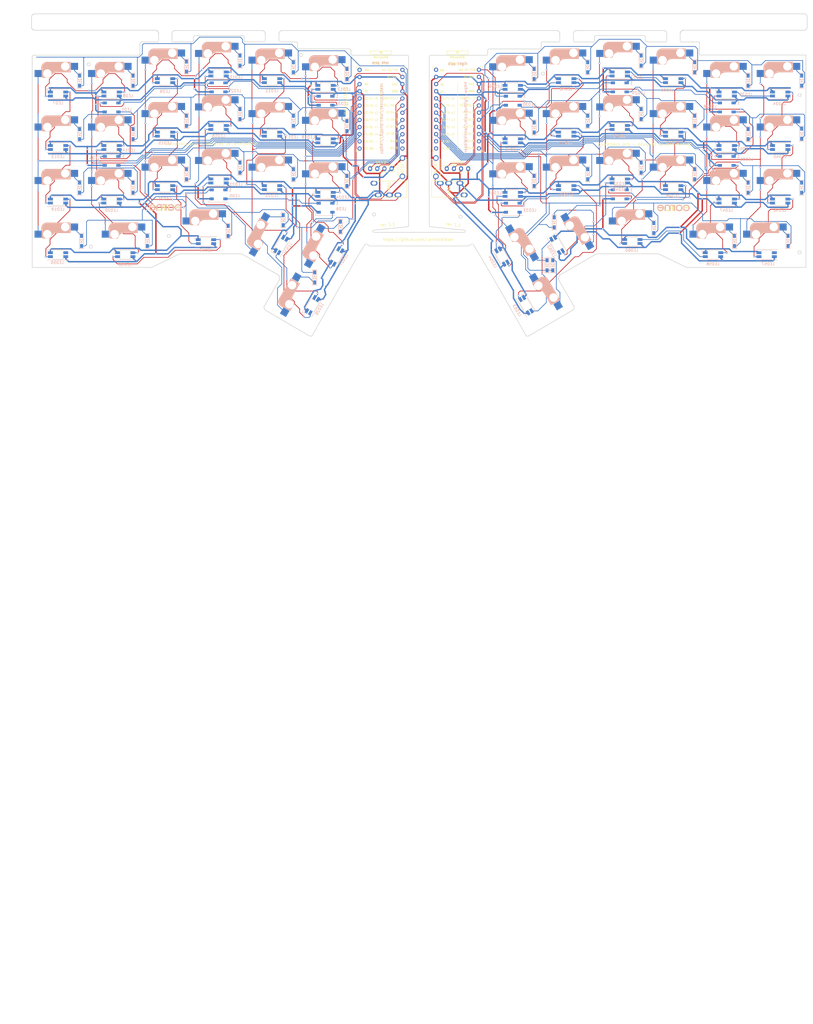
<source format=kicad_pcb>
(kicad_pcb (version 20171130) (host pcbnew "(5.1.6-0-10_14)")
  (title_block (title cornetrack) (date 2020-09-10) (rev 1.1) (company jannikwibker) (comment 1 "based on crkbd / corne by foostan"))
  (layers (0 F.Cu signal) (31 B.Cu signal) (34 B.Paste user) (35 F.Paste user) (36 B.SilkS user) (37 F.SilkS user) (38 B.Mask user) (39 F.Mask user) (44 Edge.Cuts user))
  (net 0 "")
  (net 1 row0)
  (net 2 "Net-(D1-Pad2)")
  (net 3 row1)
  (net 4 "Net-(D2-Pad2)")
  (net 5 row2)
  (net 6 "Net-(D3-Pad2)")
  (net 7 row3)
  (net 8 "Net-(D4-Pad2)")
  (net 9 "Net-(D5-Pad2)")
  (net 10 "Net-(D6-Pad2)")
  (net 11 "Net-(D7-Pad2)")
  (net 12 "Net-(D8-Pad2)")
  (net 13 "Net-(D9-Pad2)")
  (net 14 "Net-(D10-Pad2)")
  (net 15 "Net-(D11-Pad2)")
  (net 16 "Net-(D12-Pad2)")
  (net 17 "Net-(D13-Pad2)")
  (net 18 "Net-(D14-Pad2)")
  (net 19 "Net-(D15-Pad2)")
  (net 20 "Net-(D16-Pad2)")
  (net 21 "Net-(D17-Pad2)")
  (net 22 "Net-(D18-Pad2)")
  (net 23 "Net-(D19-Pad2)")
  (net 24 "Net-(D20-Pad2)")
  (net 25 "Net-(D21-Pad2)")
  (net 26 GND)
  (net 27 VCC)
  (net 28 col0)
  (net 29 col1)
  (net 30 col2)
  (net 31 col3)
  (net 32 col4)
  (net 33 col5)
  (net 34 LED)
  (net 35 data)
  (net 36 reset)
  (net 37 SCL)
  (net 38 SDA)
  (net 39 "Net-(U1-Pad14)")
  (net 40 "Net-(U1-Pad13)")
  (net 41 "Net-(U1-Pad12)")
  (net 42 "Net-(U1-Pad11)")
  (net 43 "Net-(U1-Pad24)")
  (net 44 "Net-(D22-Pad2)")
  (net 45 row0_r)
  (net 46 "Net-(D23-Pad2)")
  (net 47 "Net-(D24-Pad2)")
  (net 48 "Net-(D25-Pad2)")
  (net 49 "Net-(D26-Pad2)")
  (net 50 "Net-(D27-Pad2)")
  (net 51 row1_r)
  (net 52 "Net-(D28-Pad2)")
  (net 53 "Net-(D29-Pad2)")
  (net 54 "Net-(D30-Pad2)")
  (net 55 "Net-(D31-Pad2)")
  (net 56 "Net-(D32-Pad2)")
  (net 57 "Net-(D33-Pad2)")
  (net 58 row2_r)
  (net 59 "Net-(D34-Pad2)")
  (net 60 "Net-(D35-Pad2)")
  (net 61 "Net-(D36-Pad2)")
  (net 62 "Net-(D37-Pad2)")
  (net 63 "Net-(D38-Pad2)")
  (net 64 "Net-(D39-Pad2)")
  (net 65 "Net-(D40-Pad2)")
  (net 66 row3_r)
  (net 67 "Net-(D41-Pad2)")
  (net 68 "Net-(D42-Pad2)")
  (net 69 data_r)
  (net 70 SDA_r)
  (net 71 SCL_r)
  (net 72 LED_r)
  (net 73 reset_r)
  (net 74 col0_r)
  (net 75 col1_r)
  (net 76 col2_r)
  (net 77 col3_r)
  (net 78 col4_r)
  (net 79 col5_r)
  (net 80 VDD)
  (net 81 GNDA)
  (net 82 "Net-(LED1-Pad2)")
  (net 83 "Net-(LED1-Pad4)")
  (net 84 "Net-(LED2-Pad4)")
  (net 85 "Net-(LED10-Pad2)")
  (net 86 "Net-(LED11-Pad4)")
  (net 87 "Net-(LED13-Pad4)")
  (net 88 "Net-(LED14-Pad2)")
  (net 89 "Net-(LED15-Pad4)")
  (net 90 "Net-(LED10-Pad4)")
  (net 91 "Net-(LED11-Pad2)")
  (net 92 "Net-(LED12-Pad4)")
  (net 93 "Net-(LED13-Pad2)")
  (net 94 "Net-(LED14-Pad4)")
  (net 95 "Net-(LED16-Pad4)")
  (net 96 "Net-(LED17-Pad2)")
  (net 97 "Net-(LED18-Pad4)")
  (net 98 "Net-(LED22-Pad4)")
  (net 99 "Net-(LED24-Pad4)")
  (net 100 "Net-(LED25-Pad4)")
  (net 101 "Net-(LED27-Pad4)")
  (net 102 "Net-(LED28-Pad2)")
  (net 103 "Net-(LED29-Pad4)")
  (net 104 "Net-(LED32-Pad2)")
  (net 105 "Net-(LED34-Pad2)")
  (net 106 "Net-(LED35-Pad4)")
  (net 107 "Net-(LED37-Pad4)")
  (net 108 "Net-(LED38-Pad2)")
  (net 109 "Net-(LED39-Pad4)")
  (net 110 "Net-(LED4-Pad2)")
  (net 111 "Net-(LED5-Pad2)")
  (net 112 "Net-(LED7-Pad4)")
  (net 113 "Net-(LED15-Pad2)")
  (net 114 "Net-(LED20-Pad4)")
  (net 115 "Net-(LED23-Pad2)")
  (net 116 "Net-(LED28-Pad4)")
  (net 117 "Net-(LED31-Pad2)")
  (net 118 "Net-(LED33-Pad2)")
  (net 119 "Net-(LED40-Pad2)")
  (net 120 "Net-(LED41-Pad4)")
  (net 121 "Net-(LED42-Pad2)")
  (net 122 "Net-(LED43-Pad4)")
  (net 123 "Net-(LED44-Pad2)")
  (net 124 "Net-(LED45-Pad4)")
  (net 125 "Net-(LED47-Pad4)")
  (net 126 "Net-(LED49-Pad4)")
  (net 127 "Net-(LED50-Pad2)")
  (net 128 "Net-(LED51-Pad4)")
  (net 129 "Net-(LED52-Pad4)")
  (net 130 "Net-(LED34-Pad4)")
  (net 131 "Net-(LED36-Pad4)")
  (net 132 "Net-(LED36-Pad2)")
  (net 133 "Net-(LED38-Pad4)")
  (net 134 "Net-(U2-Pad11)")
  (net 135 "Net-(U2-Pad12)")
  (net 136 "Net-(U2-Pad13)")
  (net 137 "Net-(U2-Pad14)")
  (net 138 "Net-(U2-Pad24)")
  (net 139 "Net-(J1-PadA)")
  (net 140 "Net-(J3-PadA)")
  (net 141 "Net-(LED19-Pad2)")
  (net 142 "Net-(LED46-Pad2)")
  (net 143 "Net-(LED21-Pad2)")
  (net 144 "Net-(LED48-Pad2)")
  (net 145 "Net-(LED55-Pad2)")
  (net 146 "Net-(LED57-Pad2)")
  (net 147 "Net-(LED56-Pad4)")
  (net 148 "Net-(LED58-Pad4)")
  (net 149 "Net-(D43-Pad2)")
  (net 150 "Net-(D44-Pad2)")
  (net 151 "Net-(D45-Pad2)")
  (net 152 "Net-(D46-Pad2)")
  (net 153 "Net-(D47-Pad2)")
  (net 154 "Net-(D48-Pad2)")
  (module "" (layer F.Cu) (at 142.748 185.166)
    (fp_text reference "" (at 145.288 185.42) (layer F.SilkS) (effects (font (size 1.27 1.27))))
    (fp_text value "" (at 145.288 185.42) (layer F.SilkS) (effects (font (size 1.27 1.27))))
  )
  (module kbd:CherryMX_Hotswap (layer F.Cu) (at 190.413474 113.132317 300)
    (fp_text reference SW41 hide)
    (fp_text value SW_PUSH hide)
    (pad 1 smd rect (at -7.085 -2.54 120) (size 2.55 2.5) (layers B.Cu B.Paste B.Mask) (net 78 col4_r))
    (pad "" np_thru_hole circle (at 0 0 30) (size 4.1 4.1) (drill 4.1) (layers *.Cu *.Mask))
    (pad "" np_thru_hole circle (at 5.08 0 300) (size 1.9 1.9) (drill 1.9) (layers *.Cu *.Mask))
    (pad "" np_thru_hole circle (at -5.08 0 300) (size 1.9 1.9) (drill 1.9) (layers *.Cu *.Mask))
    (pad 2 smd rect (at 5.842 -5.08 120) (size 2.55 2.5) (layers B.Cu B.Paste B.Mask) (net 67 "Net-(D41-Pad2)"))
    (pad "" np_thru_hole circle (at -3.81 -2.54 300) (size 3 3) (drill 3) (layers *.Cu *.Mask))
    (pad "" np_thru_hole circle (at 2.54 -5.08 300) (size 3 3) (drill 3) (layers *.Cu *.Mask))
  )
  (module kbd:Breakaway_Tabs (layer F.Cu) (at 130.681375 91.712608 60)
    (fp_text reference REF**)
    (fp_text value Breakaway_Tabs)
    (pad "" np_thru_hole circle (at 0 0 60) (size 0.3 0.3) (drill 0.3) (layers *.Cu *.Mask))
    (pad "" np_thru_hole circle (at 0.59375 0 60) (size 0.3 0.3) (drill 0.3) (layers *.Cu *.Mask))
    (pad "" np_thru_hole circle (at 1.1875 0 60) (size 0.3 0.3) (drill 0.3) (layers *.Cu *.Mask))
    (pad "" np_thru_hole circle (at 1.78125 0 60) (size 0.3 0.3) (drill 0.3) (layers *.Cu *.Mask))
    (pad "" np_thru_hole circle (at 2.375 0 60) (size 0.3 0.3) (drill 0.3) (layers *.Cu *.Mask))
    (pad "" np_thru_hole circle (at -1.78125 0 60) (size 0.3 0.3) (drill 0.3) (layers *.Cu *.Mask))
    (pad "" np_thru_hole circle (at -0.59375 0 60) (size 0.3 0.3) (drill 0.3) (layers *.Cu *.Mask))
    (pad "" np_thru_hole circle (at -2.375 0 60) (size 0.3 0.3) (drill 0.3) (layers *.Cu *.Mask))
    (pad "" np_thru_hole circle (at -1.1875 0 60) (size 0.3 0.3) (drill 0.3) (layers *.Cu *.Mask))
  )
  (module kbd:Breakaway_Tabs (layer B.Cu) (at 165.990625 91.712608 120)
    (fp_text reference REF**)
    (fp_text value Breakaway_Tabs)
    (pad "" np_thru_hole circle (at -1.1875 0 120) (size 0.3 0.3) (drill 0.3) (layers *.Cu *.Mask))
    (pad "" np_thru_hole circle (at -2.375 0 120) (size 0.3 0.3) (drill 0.3) (layers *.Cu *.Mask))
    (pad "" np_thru_hole circle (at -0.59375 0 120) (size 0.3 0.3) (drill 0.3) (layers *.Cu *.Mask))
    (pad "" np_thru_hole circle (at -1.78125 0 120) (size 0.3 0.3) (drill 0.3) (layers *.Cu *.Mask))
    (pad "" np_thru_hole circle (at 2.375 0 120) (size 0.3 0.3) (drill 0.3) (layers *.Cu *.Mask))
    (pad "" np_thru_hole circle (at 1.78125 0 120) (size 0.3 0.3) (drill 0.3) (layers *.Cu *.Mask))
    (pad "" np_thru_hole circle (at 1.1875 0 120) (size 0.3 0.3) (drill 0.3) (layers *.Cu *.Mask))
    (pad "" np_thru_hole circle (at 0.59375 0 120) (size 0.3 0.3) (drill 0.3) (layers *.Cu *.Mask))
    (pad "" np_thru_hole circle (at 0 0 120) (size 0.3 0.3) (drill 0.3) (layers *.Cu *.Mask))
  )
  (module kbd:CherryMX_Hotswap (layer F.Cu) (at 43.9835 92.83)
    (fp_text reference SW44 hide)
    (fp_text value SW_PUSH hide)
    (pad 1 smd rect (at -7.085 -2.54 180) (size 2.55 2.5) (layers B.Cu B.Paste B.Mask) (net 29 col1))
    (pad "" np_thru_hole circle (at 0 0 90) (size 4.1 4.1) (drill 4.1) (layers *.Cu *.Mask))
    (pad "" np_thru_hole circle (at 5.08 0) (size 1.9 1.9) (drill 1.9) (layers *.Cu *.Mask))
    (pad "" np_thru_hole circle (at -5.08 0) (size 1.9 1.9) (drill 1.9) (layers *.Cu *.Mask))
    (pad 2 smd rect (at 5.842 -5.08 180) (size 2.55 2.5) (layers B.Cu B.Paste B.Mask) (net 150 "Net-(D44-Pad2)"))
    (pad "" np_thru_hole circle (at -3.81 -2.54) (size 3 3) (drill 3) (layers *.Cu *.Mask))
    (pad "" np_thru_hole circle (at 2.54 -5.08) (size 3 3) (drill 3) (layers *.Cu *.Mask))
  )
  (module kbd:CherryMX_Hotswap (layer F.Cu) (at 114.8825 95.854031 60)
    (fp_text reference SW21 hide)
    (fp_text value SW_PUSH hide)
    (pad 1 smd rect (at -7.085 -2.54 240) (size 2.55 2.5) (layers B.Cu B.Paste B.Mask) (net 33 col5))
    (pad "" np_thru_hole circle (at 0 0 150) (size 4.1 4.1) (drill 4.1) (layers *.Cu *.Mask))
    (pad "" np_thru_hole circle (at 5.08 0 60) (size 1.9 1.9) (drill 1.9) (layers *.Cu *.Mask))
    (pad "" np_thru_hole circle (at -5.08 0 60) (size 1.9 1.9) (drill 1.9) (layers *.Cu *.Mask))
    (pad 2 smd rect (at 5.842 -5.08 240) (size 2.55 2.5) (layers B.Cu B.Paste B.Mask) (net 25 "Net-(D21-Pad2)"))
    (pad "" np_thru_hole circle (at -3.81 -2.54 60) (size 3 3) (drill 3) (layers *.Cu *.Mask))
    (pad "" np_thru_hole circle (at 2.54 -5.08 60) (size 3 3) (drill 3) (layers *.Cu *.Mask))
  )
  (module kbd:CherryMX_Hotswap (layer F.Cu) (at 39.1075 54.78)
    (fp_text reference SW8 hide)
    (fp_text value SW_PUSH hide)
    (pad 1 smd rect (at -7.085 -2.54 180) (size 2.55 2.5) (layers B.Cu B.Paste B.Mask) (net 29 col1))
    (pad "" np_thru_hole circle (at 0 0 90) (size 4.1 4.1) (drill 4.1) (layers *.Cu *.Mask))
    (pad "" np_thru_hole circle (at 5.08 0) (size 1.9 1.9) (drill 1.9) (layers *.Cu *.Mask))
    (pad "" np_thru_hole circle (at -5.08 0) (size 1.9 1.9) (drill 1.9) (layers *.Cu *.Mask))
    (pad 2 smd rect (at 5.842 -5.08 180) (size 2.55 2.5) (layers B.Cu B.Paste B.Mask) (net 12 "Net-(D8-Pad2)"))
    (pad "" np_thru_hole circle (at -3.81 -2.54) (size 3 3) (drill 3) (layers *.Cu *.Mask))
    (pad "" np_thru_hole circle (at 2.54 -5.08) (size 3 3) (drill 3) (layers *.Cu *.Mask))
  )
  (module kbd:D3_SMD_v2 (layer B.Cu) (at 195.834 101.346 90)
    (fp_text reference D41 hide)
    (fp_text value D hide)
    (pad 1 smd rect (at -1.775 0 90) (size 1.4 1) (layers B.Cu B.Paste B.Mask) (net 66 row3_r))
    (pad 2 smd rect (at 1.775 0 90) (size 1.4 1) (layers B.Cu B.Paste B.Mask) (net 67 "Net-(D41-Pad2)"))
  )
  (module kbd:D3_SMD_v2 (layer B.Cu) (at 260.35 92.71 90)
    (fp_text reference D47 hide)
    (fp_text value D hide)
    (pad 2 smd rect (at 1.775 0 90) (size 1.4 1) (layers B.Cu B.Paste B.Mask) (net 153 "Net-(D47-Pad2)"))
    (pad 1 smd rect (at -1.775 0 90) (size 1.4 1) (layers B.Cu B.Paste B.Mask) (net 66 row3_r))
  )
  (module kbd:D3_SMD_v2 (layer B.Cu) (at 279.4 92.713 90)
    (fp_text reference D46 hide)
    (fp_text value D hide)
    (pad 1 smd rect (at -1.775 0 90) (size 1.4 1) (layers B.Cu B.Paste B.Mask) (net 66 row3_r))
    (pad 2 smd rect (at 1.775 0 90) (size 1.4 1) (layers B.Cu B.Paste B.Mask) (net 152 "Net-(D46-Pad2)"))
  )
  (module kbd:D3_SMD_v2 (layer B.Cu) (at 80.518 89.151 90)
    (fp_text reference D45 hide)
    (fp_text value D hide)
    (pad 2 smd rect (at 1.775 0 90) (size 1.4 1) (layers B.Cu B.Paste B.Mask) (net 151 "Net-(D45-Pad2)"))
    (pad 1 smd rect (at -1.775 0 90) (size 1.4 1) (layers B.Cu B.Paste B.Mask) (net 7 row3))
  )
  (module kbd:D3_SMD_v2 (layer B.Cu) (at 51.816 92.707 90)
    (fp_text reference D44 hide)
    (fp_text value D hide)
    (pad 2 smd rect (at 1.775 0 90) (size 1.4 1) (layers B.Cu B.Paste B.Mask) (net 150 "Net-(D44-Pad2)"))
    (pad 1 smd rect (at -1.775 0 90) (size 1.4 1) (layers B.Cu B.Paste B.Mask) (net 7 row3))
  )
  (module kbd:D3_SMD_v2 (layer B.Cu) (at 28.448 92.707 90)
    (fp_text reference D43 hide)
    (fp_text value D hide)
    (pad 2 smd rect (at 1.775 0 90) (size 1.4 1) (layers B.Cu B.Paste B.Mask) (net 149 "Net-(D43-Pad2)"))
    (pad 1 smd rect (at -1.775 0 90) (size 1.4 1) (layers B.Cu B.Paste B.Mask) (net 7 row3))
  )
  (module kbd:CherryMX_Hotswap (layer F.Cu) (at 181.90432 95.854031 300)
    (fp_text reference SW42 hide)
    (fp_text value SW_PUSH hide)
    (pad 1 smd rect (at -7.085 -2.54 120) (size 2.55 2.5) (layers B.Cu B.Paste B.Mask) (net 79 col5_r))
    (pad "" np_thru_hole circle (at 0 0 30) (size 4.1 4.1) (drill 4.1) (layers *.Cu *.Mask))
    (pad "" np_thru_hole circle (at 5.08 0 300) (size 1.9 1.9) (drill 1.9) (layers *.Cu *.Mask))
    (pad "" np_thru_hole circle (at -5.08 0 300) (size 1.9 1.9) (drill 1.9) (layers *.Cu *.Mask))
    (pad 2 smd rect (at 5.842 -5.08 120) (size 2.55 2.5) (layers B.Cu B.Paste B.Mask) (net 68 "Net-(D42-Pad2)"))
    (pad "" np_thru_hole circle (at -3.81 -2.54 300) (size 3 3) (drill 3) (layers *.Cu *.Mask))
    (pad "" np_thru_hole circle (at 2.54 -5.08 300) (size 3 3) (drill 3) (layers *.Cu *.Mask))
  )
  (module kbd:CherryMX_Hotswap (layer F.Cu) (at 224.0845 88.142)
    (fp_text reference SW48 hide)
    (fp_text value SW_PUSH hide)
    (pad 1 smd rect (at -7.085 -2.54 180) (size 2.55 2.5) (layers B.Cu B.Paste B.Mask) (net 76 col2_r))
    (pad "" np_thru_hole circle (at 0 0 90) (size 4.1 4.1) (drill 4.1) (layers *.Cu *.Mask))
    (pad "" np_thru_hole circle (at 5.08 0) (size 1.9 1.9) (drill 1.9) (layers *.Cu *.Mask))
    (pad "" np_thru_hole circle (at -5.08 0) (size 1.9 1.9) (drill 1.9) (layers *.Cu *.Mask))
    (pad 2 smd rect (at 5.842 -5.08 180) (size 2.55 2.5) (layers B.Cu B.Paste B.Mask) (net 154 "Net-(D48-Pad2)"))
    (pad "" np_thru_hole circle (at -3.81 -2.54) (size 3 3) (drill 3) (layers *.Cu *.Mask))
    (pad "" np_thru_hole circle (at 2.54 -5.08) (size 3 3) (drill 3) (layers *.Cu *.Mask))
  )
  (module kbd:CherryMX_Hotswap (layer F.Cu) (at 200.6145 69.025)
    (fp_text reference SW38 hide)
    (fp_text value SW_PUSH hide)
    (pad 1 smd rect (at -7.085 -2.54 180) (size 2.55 2.5) (layers B.Cu B.Paste B.Mask) (net 78 col4_r))
    (pad "" np_thru_hole circle (at 0 0 90) (size 4.1 4.1) (drill 4.1) (layers *.Cu *.Mask))
    (pad "" np_thru_hole circle (at 5.08 0) (size 1.9 1.9) (drill 1.9) (layers *.Cu *.Mask))
    (pad "" np_thru_hole circle (at -5.08 0) (size 1.9 1.9) (drill 1.9) (layers *.Cu *.Mask))
    (pad 2 smd rect (at 5.842 -5.08 180) (size 2.55 2.5) (layers B.Cu B.Paste B.Mask) (net 63 "Net-(D38-Pad2)"))
    (pad "" np_thru_hole circle (at -3.81 -2.54) (size 3 3) (drill 3) (layers *.Cu *.Mask))
    (pad "" np_thru_hole circle (at 2.54 -5.08) (size 3 3) (drill 3) (layers *.Cu *.Mask))
  )
  (module kbd:CherryMX_Hotswap (layer F.Cu) (at 276.6145 73.775)
    (fp_text reference SW34 hide)
    (fp_text value SW_PUSH hide)
    (pad 1 smd rect (at -7.085 -2.54 180) (size 2.55 2.5) (layers B.Cu B.Paste B.Mask) (net 74 col0_r))
    (pad "" np_thru_hole circle (at 0 0 90) (size 4.1 4.1) (drill 4.1) (layers *.Cu *.Mask))
    (pad "" np_thru_hole circle (at 5.08 0) (size 1.9 1.9) (drill 1.9) (layers *.Cu *.Mask))
    (pad "" np_thru_hole circle (at -5.08 0) (size 1.9 1.9) (drill 1.9) (layers *.Cu *.Mask))
    (pad 2 smd rect (at 5.842 -5.08 180) (size 2.55 2.5) (layers B.Cu B.Paste B.Mask) (net 59 "Net-(D34-Pad2)"))
    (pad "" np_thru_hole circle (at -3.81 -2.54) (size 3 3) (drill 3) (layers *.Cu *.Mask))
    (pad "" np_thru_hole circle (at 2.54 -5.08) (size 3 3) (drill 3) (layers *.Cu *.Mask))
  )
  (module kbd:CherryMX_Hotswap (layer F.Cu) (at 200.6145 50.025)
    (fp_text reference SW32 hide)
    (fp_text value SW_PUSH hide)
    (pad 1 smd rect (at -7.085 -2.54 180) (size 2.55 2.5) (layers B.Cu B.Paste B.Mask) (net 78 col4_r))
    (pad "" np_thru_hole circle (at 0 0 90) (size 4.1 4.1) (drill 4.1) (layers *.Cu *.Mask))
    (pad "" np_thru_hole circle (at 5.08 0) (size 1.9 1.9) (drill 1.9) (layers *.Cu *.Mask))
    (pad "" np_thru_hole circle (at -5.08 0) (size 1.9 1.9) (drill 1.9) (layers *.Cu *.Mask))
    (pad 2 smd rect (at 5.842 -5.08 180) (size 2.55 2.5) (layers B.Cu B.Paste B.Mask) (net 56 "Net-(D32-Pad2)"))
    (pad "" np_thru_hole circle (at -3.81 -2.54) (size 3 3) (drill 3) (layers *.Cu *.Mask))
    (pad "" np_thru_hole circle (at 2.54 -5.08) (size 3 3) (drill 3) (layers *.Cu *.Mask))
  )
  (module kbd:CherryMX_Hotswap (layer F.Cu) (at 219.6145 47.65)
    (fp_text reference SW31 hide)
    (fp_text value SW_PUSH hide)
    (pad 1 smd rect (at -7.085 -2.54 180) (size 2.55 2.5) (layers B.Cu B.Paste B.Mask) (net 77 col3_r))
    (pad "" np_thru_hole circle (at 0 0 90) (size 4.1 4.1) (drill 4.1) (layers *.Cu *.Mask))
    (pad "" np_thru_hole circle (at 5.08 0) (size 1.9 1.9) (drill 1.9) (layers *.Cu *.Mask))
    (pad "" np_thru_hole circle (at -5.08 0) (size 1.9 1.9) (drill 1.9) (layers *.Cu *.Mask))
    (pad 2 smd rect (at 5.842 -5.08 180) (size 2.55 2.5) (layers B.Cu B.Paste B.Mask) (net 55 "Net-(D31-Pad2)"))
    (pad "" np_thru_hole circle (at -3.81 -2.54) (size 3 3) (drill 3) (layers *.Cu *.Mask))
    (pad "" np_thru_hole circle (at 2.54 -5.08) (size 3 3) (drill 3) (layers *.Cu *.Mask))
  )
  (module kbd:CherryMX_Hotswap (layer F.Cu) (at 238.6145 50.025)
    (fp_text reference SW30 hide)
    (fp_text value SW_PUSH hide)
    (pad 1 smd rect (at -7.085 -2.54 180) (size 2.55 2.5) (layers B.Cu B.Paste B.Mask) (net 76 col2_r))
    (pad "" np_thru_hole circle (at 0 0 90) (size 4.1 4.1) (drill 4.1) (layers *.Cu *.Mask))
    (pad "" np_thru_hole circle (at 5.08 0) (size 1.9 1.9) (drill 1.9) (layers *.Cu *.Mask))
    (pad "" np_thru_hole circle (at -5.08 0) (size 1.9 1.9) (drill 1.9) (layers *.Cu *.Mask))
    (pad 2 smd rect (at 5.842 -5.08 180) (size 2.55 2.5) (layers B.Cu B.Paste B.Mask) (net 54 "Net-(D30-Pad2)"))
    (pad "" np_thru_hole circle (at -3.81 -2.54) (size 3 3) (drill 3) (layers *.Cu *.Mask))
    (pad "" np_thru_hole circle (at 2.54 -5.08) (size 3 3) (drill 3) (layers *.Cu *.Mask))
  )
  (module kbd:CherryMX_Hotswap (layer F.Cu) (at 257.6145 54.775)
    (fp_text reference SW29 hide)
    (fp_text value SW_PUSH hide)
    (pad 1 smd rect (at -7.085 -2.54 180) (size 2.55 2.5) (layers B.Cu B.Paste B.Mask) (net 75 col1_r))
    (pad "" np_thru_hole circle (at 0 0 90) (size 4.1 4.1) (drill 4.1) (layers *.Cu *.Mask))
    (pad "" np_thru_hole circle (at 5.08 0) (size 1.9 1.9) (drill 1.9) (layers *.Cu *.Mask))
    (pad "" np_thru_hole circle (at -5.08 0) (size 1.9 1.9) (drill 1.9) (layers *.Cu *.Mask))
    (pad 2 smd rect (at 5.842 -5.08 180) (size 2.55 2.5) (layers B.Cu B.Paste B.Mask) (net 53 "Net-(D29-Pad2)"))
    (pad "" np_thru_hole circle (at -3.81 -2.54) (size 3 3) (drill 3) (layers *.Cu *.Mask))
    (pad "" np_thru_hole circle (at 2.54 -5.08) (size 3 3) (drill 3) (layers *.Cu *.Mask))
  )
  (module kbd:CherryMX_Hotswap (layer F.Cu) (at 276.6145 54.775)
    (fp_text reference SW28 hide)
    (fp_text value SW_PUSH hide)
    (pad 1 smd rect (at -7.085 -2.54 180) (size 2.55 2.5) (layers B.Cu B.Paste B.Mask) (net 74 col0_r))
    (pad "" np_thru_hole circle (at 0 0 90) (size 4.1 4.1) (drill 4.1) (layers *.Cu *.Mask))
    (pad "" np_thru_hole circle (at 5.08 0) (size 1.9 1.9) (drill 1.9) (layers *.Cu *.Mask))
    (pad "" np_thru_hole circle (at -5.08 0) (size 1.9 1.9) (drill 1.9) (layers *.Cu *.Mask))
    (pad 2 smd rect (at 5.842 -5.08 180) (size 2.55 2.5) (layers B.Cu B.Paste B.Mask) (net 52 "Net-(D28-Pad2)"))
    (pad "" np_thru_hole circle (at -3.81 -2.54) (size 3 3) (drill 3) (layers *.Cu *.Mask))
    (pad "" np_thru_hole circle (at 2.54 -5.08) (size 3 3) (drill 3) (layers *.Cu *.Mask))
  )
  (module kbd:CherryMX_Hotswap (layer F.Cu) (at 181.6075 33.405)
    (fp_text reference SW27 hide)
    (fp_text value SW_PUSH hide)
    (pad 1 smd rect (at -7.085 -2.54 180) (size 2.55 2.5) (layers B.Cu B.Paste B.Mask) (net 79 col5_r))
    (pad "" np_thru_hole circle (at 0 0 90) (size 4.1 4.1) (drill 4.1) (layers *.Cu *.Mask))
    (pad "" np_thru_hole circle (at 5.08 0) (size 1.9 1.9) (drill 1.9) (layers *.Cu *.Mask))
    (pad "" np_thru_hole circle (at -5.08 0) (size 1.9 1.9) (drill 1.9) (layers *.Cu *.Mask))
    (pad 2 smd rect (at 5.842 -5.08 180) (size 2.55 2.5) (layers B.Cu B.Paste B.Mask) (net 50 "Net-(D27-Pad2)"))
    (pad "" np_thru_hole circle (at -3.81 -2.54) (size 3 3) (drill 3) (layers *.Cu *.Mask))
    (pad "" np_thru_hole circle (at 2.54 -5.08) (size 3 3) (drill 3) (layers *.Cu *.Mask))
  )
  (module kbd:CherryMX_Hotswap (layer F.Cu) (at 200.6145 31.025)
    (fp_text reference SW26 hide)
    (fp_text value SW_PUSH hide)
    (pad 1 smd rect (at -7.085 -2.54 180) (size 2.55 2.5) (layers B.Cu B.Paste B.Mask) (net 78 col4_r))
    (pad "" np_thru_hole circle (at 0 0 90) (size 4.1 4.1) (drill 4.1) (layers *.Cu *.Mask))
    (pad "" np_thru_hole circle (at 5.08 0) (size 1.9 1.9) (drill 1.9) (layers *.Cu *.Mask))
    (pad "" np_thru_hole circle (at -5.08 0) (size 1.9 1.9) (drill 1.9) (layers *.Cu *.Mask))
    (pad 2 smd rect (at 5.842 -5.08 180) (size 2.55 2.5) (layers B.Cu B.Paste B.Mask) (net 49 "Net-(D26-Pad2)"))
    (pad "" np_thru_hole circle (at -3.81 -2.54) (size 3 3) (drill 3) (layers *.Cu *.Mask))
    (pad "" np_thru_hole circle (at 2.54 -5.08) (size 3 3) (drill 3) (layers *.Cu *.Mask))
  )
  (module kbd:CherryMX_Hotswap (layer F.Cu) (at 219.6145 28.65)
    (fp_text reference SW25 hide)
    (fp_text value SW_PUSH hide)
    (pad 1 smd rect (at -7.085 -2.54 180) (size 2.55 2.5) (layers B.Cu B.Paste B.Mask) (net 77 col3_r))
    (pad "" np_thru_hole circle (at 0 0 90) (size 4.1 4.1) (drill 4.1) (layers *.Cu *.Mask))
    (pad "" np_thru_hole circle (at 5.08 0) (size 1.9 1.9) (drill 1.9) (layers *.Cu *.Mask))
    (pad "" np_thru_hole circle (at -5.08 0) (size 1.9 1.9) (drill 1.9) (layers *.Cu *.Mask))
    (pad 2 smd rect (at 5.842 -5.08 180) (size 2.55 2.5) (layers B.Cu B.Paste B.Mask) (net 48 "Net-(D25-Pad2)"))
    (pad "" np_thru_hole circle (at -3.81 -2.54) (size 3 3) (drill 3) (layers *.Cu *.Mask))
    (pad "" np_thru_hole circle (at 2.54 -5.08) (size 3 3) (drill 3) (layers *.Cu *.Mask))
  )
  (module kbd:CherryMX_Hotswap (layer F.Cu) (at 238.6145 31.025)
    (fp_text reference SW24 hide)
    (fp_text value SW_PUSH hide)
    (pad 1 smd rect (at -7.085 -2.54 180) (size 2.55 2.5) (layers B.Cu B.Paste B.Mask) (net 76 col2_r))
    (pad "" np_thru_hole circle (at 0 0 90) (size 4.1 4.1) (drill 4.1) (layers *.Cu *.Mask))
    (pad "" np_thru_hole circle (at 5.08 0) (size 1.9 1.9) (drill 1.9) (layers *.Cu *.Mask))
    (pad "" np_thru_hole circle (at -5.08 0) (size 1.9 1.9) (drill 1.9) (layers *.Cu *.Mask))
    (pad 2 smd rect (at 5.842 -5.08 180) (size 2.55 2.5) (layers B.Cu B.Paste B.Mask) (net 47 "Net-(D24-Pad2)"))
    (pad "" np_thru_hole circle (at -3.81 -2.54) (size 3 3) (drill 3) (layers *.Cu *.Mask))
    (pad "" np_thru_hole circle (at 2.54 -5.08) (size 3 3) (drill 3) (layers *.Cu *.Mask))
  )
  (module kbd:CherryMX_Hotswap (layer F.Cu) (at 257.6145 35.775)
    (fp_text reference SW23 hide)
    (fp_text value SW_PUSH hide)
    (pad 1 smd rect (at -7.085 -2.54 180) (size 2.55 2.5) (layers B.Cu B.Paste B.Mask) (net 75 col1_r))
    (pad "" np_thru_hole circle (at 0 0 90) (size 4.1 4.1) (drill 4.1) (layers *.Cu *.Mask))
    (pad "" np_thru_hole circle (at 5.08 0) (size 1.9 1.9) (drill 1.9) (layers *.Cu *.Mask))
    (pad "" np_thru_hole circle (at -5.08 0) (size 1.9 1.9) (drill 1.9) (layers *.Cu *.Mask))
    (pad 2 smd rect (at 5.842 -5.08 180) (size 2.55 2.5) (layers B.Cu B.Paste B.Mask) (net 46 "Net-(D23-Pad2)"))
    (pad "" np_thru_hole circle (at -3.81 -2.54) (size 3 3) (drill 3) (layers *.Cu *.Mask))
    (pad "" np_thru_hole circle (at 2.54 -5.08) (size 3 3) (drill 3) (layers *.Cu *.Mask))
  )
  (module kbd:CherryMX_Hotswap (layer F.Cu) (at 276.6145 35.775)
    (fp_text reference SW22 hide)
    (fp_text value SW_PUSH hide)
    (pad 1 smd rect (at -7.085 -2.54 180) (size 2.55 2.5) (layers B.Cu B.Paste B.Mask) (net 74 col0_r))
    (pad "" np_thru_hole circle (at 0 0 90) (size 4.1 4.1) (drill 4.1) (layers *.Cu *.Mask))
    (pad "" np_thru_hole circle (at 5.08 0) (size 1.9 1.9) (drill 1.9) (layers *.Cu *.Mask))
    (pad "" np_thru_hole circle (at -5.08 0) (size 1.9 1.9) (drill 1.9) (layers *.Cu *.Mask))
    (pad 2 smd rect (at 5.842 -5.08 180) (size 2.55 2.5) (layers B.Cu B.Paste B.Mask) (net 44 "Net-(D22-Pad2)"))
    (pad "" np_thru_hole circle (at -3.81 -2.54) (size 3 3) (drill 3) (layers *.Cu *.Mask))
    (pad "" np_thru_hole circle (at 2.54 -5.08) (size 3 3) (drill 3) (layers *.Cu *.Mask))
  )
  (module kbd:CherryMX_Hotswap (layer F.Cu) (at 106.3485 113.132317 60)
    (fp_text reference SW20 hide)
    (fp_text value SW_PUSH hide)
    (pad 1 smd rect (at -7.085 -2.54 240) (size 2.55 2.5) (layers B.Cu B.Paste B.Mask) (net 32 col4))
    (pad "" np_thru_hole circle (at 0 0 150) (size 4.1 4.1) (drill 4.1) (layers *.Cu *.Mask))
    (pad "" np_thru_hole circle (at 5.08 0 60) (size 1.9 1.9) (drill 1.9) (layers *.Cu *.Mask))
    (pad "" np_thru_hole circle (at -5.08 0 60) (size 1.9 1.9) (drill 1.9) (layers *.Cu *.Mask))
    (pad 2 smd rect (at 5.842 -5.08 240) (size 2.55 2.5) (layers B.Cu B.Paste B.Mask) (net 24 "Net-(D20-Pad2)"))
    (pad "" np_thru_hole circle (at -3.81 -2.54 60) (size 3 3) (drill 3) (layers *.Cu *.Mask))
    (pad "" np_thru_hole circle (at 2.54 -5.08 60) (size 3 3) (drill 3) (layers *.Cu *.Mask))
  )
  (module kbd:CherryMX_Hotswap (layer F.Cu) (at 95.2435 91.745624 60)
    (fp_text reference SW19 hide)
    (fp_text value SW_PUSH hide)
    (pad 1 smd rect (at -7.085 -2.54 240) (size 2.55 2.5) (layers B.Cu B.Paste B.Mask) (net 31 col3))
    (pad "" np_thru_hole circle (at 0 0 150) (size 4.1 4.1) (drill 4.1) (layers *.Cu *.Mask))
    (pad "" np_thru_hole circle (at 5.08 0 60) (size 1.9 1.9) (drill 1.9) (layers *.Cu *.Mask))
    (pad "" np_thru_hole circle (at -5.08 0 60) (size 1.9 1.9) (drill 1.9) (layers *.Cu *.Mask))
    (pad 2 smd rect (at 5.842 -5.08 240) (size 2.55 2.5) (layers B.Cu B.Paste B.Mask) (net 23 "Net-(D19-Pad2)"))
    (pad "" np_thru_hole circle (at -3.81 -2.54 60) (size 3 3) (drill 3) (layers *.Cu *.Mask))
    (pad "" np_thru_hole circle (at 2.54 -5.08 60) (size 3 3) (drill 3) (layers *.Cu *.Mask))
  )
  (module kbd:CherryMX_Hotswap (layer F.Cu) (at 115.1075 71.405)
    (fp_text reference SW18 hide)
    (fp_text value SW_PUSH hide)
    (pad 1 smd rect (at -7.085 -2.54 180) (size 2.55 2.5) (layers B.Cu B.Paste B.Mask) (net 33 col5))
    (pad "" np_thru_hole circle (at 0 0 90) (size 4.1 4.1) (drill 4.1) (layers *.Cu *.Mask))
    (pad "" np_thru_hole circle (at 5.08 0) (size 1.9 1.9) (drill 1.9) (layers *.Cu *.Mask))
    (pad "" np_thru_hole circle (at -5.08 0) (size 1.9 1.9) (drill 1.9) (layers *.Cu *.Mask))
    (pad 2 smd rect (at 5.842 -5.08 180) (size 2.55 2.5) (layers B.Cu B.Paste B.Mask) (net 22 "Net-(D18-Pad2)"))
    (pad "" np_thru_hole circle (at -3.81 -2.54) (size 3 3) (drill 3) (layers *.Cu *.Mask))
    (pad "" np_thru_hole circle (at 2.54 -5.08) (size 3 3) (drill 3) (layers *.Cu *.Mask))
  )
  (module kbd:CherryMX_Hotswap (layer F.Cu) (at 96.1075 69.03)
    (fp_text reference SW17 hide)
    (fp_text value SW_PUSH hide)
    (pad 1 smd rect (at -7.085 -2.54 180) (size 2.55 2.5) (layers B.Cu B.Paste B.Mask) (net 32 col4))
    (pad "" np_thru_hole circle (at 0 0 90) (size 4.1 4.1) (drill 4.1) (layers *.Cu *.Mask))
    (pad "" np_thru_hole circle (at 5.08 0) (size 1.9 1.9) (drill 1.9) (layers *.Cu *.Mask))
    (pad "" np_thru_hole circle (at -5.08 0) (size 1.9 1.9) (drill 1.9) (layers *.Cu *.Mask))
    (pad 2 smd rect (at 5.842 -5.08 180) (size 2.55 2.5) (layers B.Cu B.Paste B.Mask) (net 21 "Net-(D17-Pad2)"))
    (pad "" np_thru_hole circle (at -3.81 -2.54) (size 3 3) (drill 3) (layers *.Cu *.Mask))
    (pad "" np_thru_hole circle (at 2.54 -5.08) (size 3 3) (drill 3) (layers *.Cu *.Mask))
  )
  (module kbd:CherryMX_Hotswap (layer F.Cu) (at 77.1075 66.655)
    (fp_text reference SW16 hide)
    (fp_text value SW_PUSH hide)
    (pad 1 smd rect (at -7.085 -2.54 180) (size 2.55 2.5) (layers B.Cu B.Paste B.Mask) (net 31 col3))
    (pad "" np_thru_hole circle (at 0 0 90) (size 4.1 4.1) (drill 4.1) (layers *.Cu *.Mask))
    (pad "" np_thru_hole circle (at 5.08 0) (size 1.9 1.9) (drill 1.9) (layers *.Cu *.Mask))
    (pad "" np_thru_hole circle (at -5.08 0) (size 1.9 1.9) (drill 1.9) (layers *.Cu *.Mask))
    (pad 2 smd rect (at 5.842 -5.08 180) (size 2.55 2.5) (layers B.Cu B.Paste B.Mask) (net 20 "Net-(D16-Pad2)"))
    (pad "" np_thru_hole circle (at -3.81 -2.54) (size 3 3) (drill 3) (layers *.Cu *.Mask))
    (pad "" np_thru_hole circle (at 2.54 -5.08) (size 3 3) (drill 3) (layers *.Cu *.Mask))
  )
  (module kbd:CherryMX_Hotswap (layer F.Cu) (at 115.1075 52.405)
    (fp_text reference SW12 hide)
    (fp_text value SW_PUSH hide)
    (pad 1 smd rect (at -7.085 -2.54 180) (size 2.55 2.5) (layers B.Cu B.Paste B.Mask) (net 33 col5))
    (pad "" np_thru_hole circle (at 0 0 90) (size 4.1 4.1) (drill 4.1) (layers *.Cu *.Mask))
    (pad "" np_thru_hole circle (at 5.08 0) (size 1.9 1.9) (drill 1.9) (layers *.Cu *.Mask))
    (pad "" np_thru_hole circle (at -5.08 0) (size 1.9 1.9) (drill 1.9) (layers *.Cu *.Mask))
    (pad 2 smd rect (at 5.842 -5.08 180) (size 2.55 2.5) (layers B.Cu B.Paste B.Mask) (net 16 "Net-(D12-Pad2)"))
    (pad "" np_thru_hole circle (at -3.81 -2.54) (size 3 3) (drill 3) (layers *.Cu *.Mask))
    (pad "" np_thru_hole circle (at 2.54 -5.08) (size 3 3) (drill 3) (layers *.Cu *.Mask))
  )
  (module kbd:CherryMX_Hotswap (layer F.Cu) (at 96.1075 50.03)
    (fp_text reference SW11 hide)
    (fp_text value SW_PUSH hide)
    (pad 1 smd rect (at -7.085 -2.54 180) (size 2.55 2.5) (layers B.Cu B.Paste B.Mask) (net 32 col4))
    (pad "" np_thru_hole circle (at 0 0 90) (size 4.1 4.1) (drill 4.1) (layers *.Cu *.Mask))
    (pad "" np_thru_hole circle (at 5.08 0) (size 1.9 1.9) (drill 1.9) (layers *.Cu *.Mask))
    (pad "" np_thru_hole circle (at -5.08 0) (size 1.9 1.9) (drill 1.9) (layers *.Cu *.Mask))
    (pad 2 smd rect (at 5.842 -5.08 180) (size 2.55 2.5) (layers B.Cu B.Paste B.Mask) (net 15 "Net-(D11-Pad2)"))
    (pad "" np_thru_hole circle (at -3.81 -2.54) (size 3 3) (drill 3) (layers *.Cu *.Mask))
    (pad "" np_thru_hole circle (at 2.54 -5.08) (size 3 3) (drill 3) (layers *.Cu *.Mask))
  )
  (module kbd:CherryMX_Hotswap (layer F.Cu) (at 77.1075 47.655)
    (fp_text reference SW10 hide)
    (fp_text value SW_PUSH hide)
    (pad 1 smd rect (at -7.085 -2.54 180) (size 2.55 2.5) (layers B.Cu B.Paste B.Mask) (net 31 col3))
    (pad "" np_thru_hole circle (at 0 0 90) (size 4.1 4.1) (drill 4.1) (layers *.Cu *.Mask))
    (pad "" np_thru_hole circle (at 5.08 0) (size 1.9 1.9) (drill 1.9) (layers *.Cu *.Mask))
    (pad "" np_thru_hole circle (at -5.08 0) (size 1.9 1.9) (drill 1.9) (layers *.Cu *.Mask))
    (pad 2 smd rect (at 5.842 -5.08 180) (size 2.55 2.5) (layers B.Cu B.Paste B.Mask) (net 14 "Net-(D10-Pad2)"))
    (pad "" np_thru_hole circle (at -3.81 -2.54) (size 3 3) (drill 3) (layers *.Cu *.Mask))
    (pad "" np_thru_hole circle (at 2.54 -5.08) (size 3 3) (drill 3) (layers *.Cu *.Mask))
  )
  (module kbd:CherryMX_Hotswap (layer F.Cu) (at 58.1075 50.03)
    (fp_text reference SW9 hide)
    (fp_text value SW_PUSH hide)
    (pad 1 smd rect (at -7.085 -2.54 180) (size 2.55 2.5) (layers B.Cu B.Paste B.Mask) (net 30 col2))
    (pad "" np_thru_hole circle (at 0 0 90) (size 4.1 4.1) (drill 4.1) (layers *.Cu *.Mask))
    (pad "" np_thru_hole circle (at 5.08 0) (size 1.9 1.9) (drill 1.9) (layers *.Cu *.Mask))
    (pad "" np_thru_hole circle (at -5.08 0) (size 1.9 1.9) (drill 1.9) (layers *.Cu *.Mask))
    (pad 2 smd rect (at 5.842 -5.08 180) (size 2.55 2.5) (layers B.Cu B.Paste B.Mask) (net 13 "Net-(D9-Pad2)"))
    (pad "" np_thru_hole circle (at -3.81 -2.54) (size 3 3) (drill 3) (layers *.Cu *.Mask))
    (pad "" np_thru_hole circle (at 2.54 -5.08) (size 3 3) (drill 3) (layers *.Cu *.Mask))
  )
  (module kbd:CherryMX_Hotswap (layer F.Cu) (at 96.1075 31.03)
    (fp_text reference SW5 hide)
    (fp_text value SW_PUSH hide)
    (pad 1 smd rect (at -7.085 -2.54 180) (size 2.55 2.5) (layers B.Cu B.Paste B.Mask) (net 32 col4))
    (pad "" np_thru_hole circle (at 0 0 90) (size 4.1 4.1) (drill 4.1) (layers *.Cu *.Mask))
    (pad "" np_thru_hole circle (at 5.08 0) (size 1.9 1.9) (drill 1.9) (layers *.Cu *.Mask))
    (pad "" np_thru_hole circle (at -5.08 0) (size 1.9 1.9) (drill 1.9) (layers *.Cu *.Mask))
    (pad 2 smd rect (at 5.842 -5.08 180) (size 2.55 2.5) (layers B.Cu B.Paste B.Mask) (net 9 "Net-(D5-Pad2)"))
    (pad "" np_thru_hole circle (at -3.81 -2.54) (size 3 3) (drill 3) (layers *.Cu *.Mask))
    (pad "" np_thru_hole circle (at 2.54 -5.08) (size 3 3) (drill 3) (layers *.Cu *.Mask))
  )
  (module kbd:CherryMX_Hotswap (layer F.Cu) (at 77.1075 28.655)
    (fp_text reference SW4 hide)
    (fp_text value SW_PUSH hide)
    (pad 1 smd rect (at -7.085 -2.54 180) (size 2.55 2.5) (layers B.Cu B.Paste B.Mask) (net 31 col3))
    (pad "" np_thru_hole circle (at 0 0 90) (size 4.1 4.1) (drill 4.1) (layers *.Cu *.Mask))
    (pad "" np_thru_hole circle (at 5.08 0) (size 1.9 1.9) (drill 1.9) (layers *.Cu *.Mask))
    (pad "" np_thru_hole circle (at -5.08 0) (size 1.9 1.9) (drill 1.9) (layers *.Cu *.Mask))
    (pad 2 smd rect (at 5.842 -5.08 180) (size 2.55 2.5) (layers B.Cu B.Paste B.Mask) (net 8 "Net-(D4-Pad2)"))
    (pad "" np_thru_hole circle (at -3.81 -2.54) (size 3 3) (drill 3) (layers *.Cu *.Mask))
    (pad "" np_thru_hole circle (at 2.54 -5.08) (size 3 3) (drill 3) (layers *.Cu *.Mask))
  )
  (module kbd:CherryMX_Hotswap (layer F.Cu) (at 58.1075 31.03)
    (fp_text reference SW3 hide)
    (fp_text value SW_PUSH hide)
    (pad 1 smd rect (at -7.085 -2.54 180) (size 2.55 2.5) (layers B.Cu B.Paste B.Mask) (net 30 col2))
    (pad "" np_thru_hole circle (at 0 0 90) (size 4.1 4.1) (drill 4.1) (layers *.Cu *.Mask))
    (pad "" np_thru_hole circle (at 5.08 0) (size 1.9 1.9) (drill 1.9) (layers *.Cu *.Mask))
    (pad "" np_thru_hole circle (at -5.08 0) (size 1.9 1.9) (drill 1.9) (layers *.Cu *.Mask))
    (pad 2 smd rect (at 5.842 -5.08 180) (size 2.55 2.5) (layers B.Cu B.Paste B.Mask) (net 6 "Net-(D3-Pad2)"))
    (pad "" np_thru_hole circle (at -3.81 -2.54) (size 3 3) (drill 3) (layers *.Cu *.Mask))
    (pad "" np_thru_hole circle (at 2.54 -5.08) (size 3 3) (drill 3) (layers *.Cu *.Mask))
  )
  (module kbd:CherryMX_Hotswap (layer F.Cu) (at 39.1075 35.78)
    (fp_text reference SW2 hide)
    (fp_text value SW_PUSH hide)
    (pad 1 smd rect (at -7.085 -2.54 180) (size 2.55 2.5) (layers B.Cu B.Paste B.Mask) (net 29 col1))
    (pad "" np_thru_hole circle (at 0 0 90) (size 4.1 4.1) (drill 4.1) (layers *.Cu *.Mask))
    (pad "" np_thru_hole circle (at 5.08 0) (size 1.9 1.9) (drill 1.9) (layers *.Cu *.Mask))
    (pad "" np_thru_hole circle (at -5.08 0) (size 1.9 1.9) (drill 1.9) (layers *.Cu *.Mask))
    (pad 2 smd rect (at 5.842 -5.08 180) (size 2.55 2.5) (layers B.Cu B.Paste B.Mask) (net 4 "Net-(D2-Pad2)"))
    (pad "" np_thru_hole circle (at -3.81 -2.54) (size 3 3) (drill 3) (layers *.Cu *.Mask))
    (pad "" np_thru_hole circle (at 2.54 -5.08) (size 3 3) (drill 3) (layers *.Cu *.Mask))
  )
  (module kbd:CherryMX_Hotswap (layer F.Cu) (at 20.1075 35.78)
    (fp_text reference SW1 hide)
    (fp_text value SW_PUSH hide)
    (pad 1 smd rect (at -7.085 -2.54 180) (size 2.55 2.5) (layers B.Cu B.Paste B.Mask) (net 28 col0))
    (pad "" np_thru_hole circle (at 0 0 90) (size 4.1 4.1) (drill 4.1) (layers *.Cu *.Mask))
    (pad "" np_thru_hole circle (at 5.08 0) (size 1.9 1.9) (drill 1.9) (layers *.Cu *.Mask))
    (pad "" np_thru_hole circle (at -5.08 0) (size 1.9 1.9) (drill 1.9) (layers *.Cu *.Mask))
    (pad 2 smd rect (at 5.842 -5.08 180) (size 2.55 2.5) (layers B.Cu B.Paste B.Mask) (net 2 "Net-(D1-Pad2)"))
    (pad "" np_thru_hole circle (at -3.81 -2.54) (size 3 3) (drill 3) (layers *.Cu *.Mask))
    (pad "" np_thru_hole circle (at 2.54 -5.08) (size 3 3) (drill 3) (layers *.Cu *.Mask))
  )
  (module kbd:CherryMX_Hotswap (layer F.Cu) (at 20.1075 54.78)
    (fp_text reference SW7 hide)
    (fp_text value SW_PUSH hide)
    (pad 1 smd rect (at -7.085 -2.54 180) (size 2.55 2.5) (layers B.Cu B.Paste B.Mask) (net 28 col0))
    (pad "" np_thru_hole circle (at 0 0 90) (size 4.1 4.1) (drill 4.1) (layers *.Cu *.Mask))
    (pad "" np_thru_hole circle (at 5.08 0) (size 1.9 1.9) (drill 1.9) (layers *.Cu *.Mask))
    (pad "" np_thru_hole circle (at -5.08 0) (size 1.9 1.9) (drill 1.9) (layers *.Cu *.Mask))
    (pad 2 smd rect (at 5.842 -5.08 180) (size 2.55 2.5) (layers B.Cu B.Paste B.Mask) (net 11 "Net-(D7-Pad2)"))
    (pad "" np_thru_hole circle (at -3.81 -2.54) (size 3 3) (drill 3) (layers *.Cu *.Mask))
    (pad "" np_thru_hole circle (at 2.54 -5.08) (size 3 3) (drill 3) (layers *.Cu *.Mask))
  )
  (module kbd:CherryMX_Hotswap (layer F.Cu) (at 39.1075 73.78)
    (fp_text reference SW14 hide)
    (fp_text value SW_PUSH hide)
    (pad 1 smd rect (at -7.085 -2.54 180) (size 2.55 2.5) (layers B.Cu B.Paste B.Mask) (net 29 col1))
    (pad "" np_thru_hole circle (at 0 0 90) (size 4.1 4.1) (drill 4.1) (layers *.Cu *.Mask))
    (pad "" np_thru_hole circle (at 5.08 0) (size 1.9 1.9) (drill 1.9) (layers *.Cu *.Mask))
    (pad "" np_thru_hole circle (at -5.08 0) (size 1.9 1.9) (drill 1.9) (layers *.Cu *.Mask))
    (pad 2 smd rect (at 5.842 -5.08 180) (size 2.55 2.5) (layers B.Cu B.Paste B.Mask) (net 18 "Net-(D14-Pad2)"))
    (pad "" np_thru_hole circle (at -3.81 -2.54) (size 3 3) (drill 3) (layers *.Cu *.Mask))
    (pad "" np_thru_hole circle (at 2.54 -5.08) (size 3 3) (drill 3) (layers *.Cu *.Mask))
  )
  (module kbd:CherryMX_Hotswap (layer F.Cu) (at 219.6145 66.65)
    (fp_text reference SW37 hide)
    (fp_text value SW_PUSH hide)
    (pad 1 smd rect (at -7.085 -2.54 180) (size 2.55 2.5) (layers B.Cu B.Paste B.Mask) (net 77 col3_r))
    (pad "" np_thru_hole circle (at 0 0 90) (size 4.1 4.1) (drill 4.1) (layers *.Cu *.Mask))
    (pad "" np_thru_hole circle (at 5.08 0) (size 1.9 1.9) (drill 1.9) (layers *.Cu *.Mask))
    (pad "" np_thru_hole circle (at -5.08 0) (size 1.9 1.9) (drill 1.9) (layers *.Cu *.Mask))
    (pad 2 smd rect (at 5.842 -5.08 180) (size 2.55 2.5) (layers B.Cu B.Paste B.Mask) (net 62 "Net-(D37-Pad2)"))
    (pad "" np_thru_hole circle (at -3.81 -2.54) (size 3 3) (drill 3) (layers *.Cu *.Mask))
    (pad "" np_thru_hole circle (at 2.54 -5.08) (size 3 3) (drill 3) (layers *.Cu *.Mask))
  )
  (module kbd:CherryMX_Hotswap (layer F.Cu) (at 257.6145 73.775)
    (fp_text reference SW35 hide)
    (fp_text value SW_PUSH hide)
    (pad 1 smd rect (at -7.085 -2.54 180) (size 2.55 2.5) (layers B.Cu B.Paste B.Mask) (net 75 col1_r))
    (pad "" np_thru_hole circle (at 0 0 90) (size 4.1 4.1) (drill 4.1) (layers *.Cu *.Mask))
    (pad "" np_thru_hole circle (at 5.08 0) (size 1.9 1.9) (drill 1.9) (layers *.Cu *.Mask))
    (pad "" np_thru_hole circle (at -5.08 0) (size 1.9 1.9) (drill 1.9) (layers *.Cu *.Mask))
    (pad 2 smd rect (at 5.842 -5.08 180) (size 2.55 2.5) (layers B.Cu B.Paste B.Mask) (net 60 "Net-(D35-Pad2)"))
    (pad "" np_thru_hole circle (at -3.81 -2.54) (size 3 3) (drill 3) (layers *.Cu *.Mask))
    (pad "" np_thru_hole circle (at 2.54 -5.08) (size 3 3) (drill 3) (layers *.Cu *.Mask))
  )
  (module kbd:CherryMX_Hotswap (layer F.Cu) (at 20.1075 73.78)
    (fp_text reference SW13 hide)
    (fp_text value SW_PUSH hide)
    (pad 1 smd rect (at -7.085 -2.54 180) (size 2.55 2.5) (layers B.Cu B.Paste B.Mask) (net 28 col0))
    (pad "" np_thru_hole circle (at 0 0 90) (size 4.1 4.1) (drill 4.1) (layers *.Cu *.Mask))
    (pad "" np_thru_hole circle (at 5.08 0) (size 1.9 1.9) (drill 1.9) (layers *.Cu *.Mask))
    (pad "" np_thru_hole circle (at -5.08 0) (size 1.9 1.9) (drill 1.9) (layers *.Cu *.Mask))
    (pad 2 smd rect (at 5.842 -5.08 180) (size 2.55 2.5) (layers B.Cu B.Paste B.Mask) (net 17 "Net-(D13-Pad2)"))
    (pad "" np_thru_hole circle (at -3.81 -2.54) (size 3 3) (drill 3) (layers *.Cu *.Mask))
    (pad "" np_thru_hole circle (at 2.54 -5.08) (size 3 3) (drill 3) (layers *.Cu *.Mask))
  )
  (module kbd:CherryMX_Hotswap (layer F.Cu) (at 181.6145 71.4)
    (fp_text reference SW39 hide)
    (fp_text value SW_PUSH hide)
    (pad 1 smd rect (at -7.085 -2.54 180) (size 2.55 2.5) (layers B.Cu B.Paste B.Mask) (net 79 col5_r))
    (pad "" np_thru_hole circle (at 0 0 90) (size 4.1 4.1) (drill 4.1) (layers *.Cu *.Mask))
    (pad "" np_thru_hole circle (at 5.08 0) (size 1.9 1.9) (drill 1.9) (layers *.Cu *.Mask))
    (pad "" np_thru_hole circle (at -5.08 0) (size 1.9 1.9) (drill 1.9) (layers *.Cu *.Mask))
    (pad 2 smd rect (at 5.842 -5.08 180) (size 2.55 2.5) (layers B.Cu B.Paste B.Mask) (net 64 "Net-(D39-Pad2)"))
    (pad "" np_thru_hole circle (at -3.81 -2.54) (size 3 3) (drill 3) (layers *.Cu *.Mask))
    (pad "" np_thru_hole circle (at 2.54 -5.08) (size 3 3) (drill 3) (layers *.Cu *.Mask))
  )
  (module kbd:CherryMX_Hotswap (layer F.Cu) (at 181.6145 52.4)
    (fp_text reference SW33 hide)
    (fp_text value SW_PUSH hide)
    (pad 1 smd rect (at -7.085 -2.54 180) (size 2.55 2.5) (layers B.Cu B.Paste B.Mask) (net 79 col5_r))
    (pad "" np_thru_hole circle (at 0 0 90) (size 4.1 4.1) (drill 4.1) (layers *.Cu *.Mask))
    (pad "" np_thru_hole circle (at 5.08 0) (size 1.9 1.9) (drill 1.9) (layers *.Cu *.Mask))
    (pad "" np_thru_hole circle (at -5.08 0) (size 1.9 1.9) (drill 1.9) (layers *.Cu *.Mask))
    (pad 2 smd rect (at 5.842 -5.08 180) (size 2.55 2.5) (layers B.Cu B.Paste B.Mask) (net 57 "Net-(D33-Pad2)"))
    (pad "" np_thru_hole circle (at -3.81 -2.54) (size 3 3) (drill 3) (layers *.Cu *.Mask))
    (pad "" np_thru_hole circle (at 2.54 -5.08) (size 3 3) (drill 3) (layers *.Cu *.Mask))
  )
  (module kbd:CherryMX_Hotswap (layer F.Cu) (at 115.1075 33.405)
    (fp_text reference SW6 hide)
    (fp_text value SW_PUSH hide)
    (pad 1 smd rect (at -7.085 -2.54 180) (size 2.55 2.5) (layers B.Cu B.Paste B.Mask) (net 33 col5))
    (pad "" np_thru_hole circle (at 0 0 90) (size 4.1 4.1) (drill 4.1) (layers *.Cu *.Mask))
    (pad "" np_thru_hole circle (at 5.08 0) (size 1.9 1.9) (drill 1.9) (layers *.Cu *.Mask))
    (pad "" np_thru_hole circle (at -5.08 0) (size 1.9 1.9) (drill 1.9) (layers *.Cu *.Mask))
    (pad 2 smd rect (at 5.842 -5.08 180) (size 2.55 2.5) (layers B.Cu B.Paste B.Mask) (net 10 "Net-(D6-Pad2)"))
    (pad "" np_thru_hole circle (at -3.81 -2.54) (size 3 3) (drill 3) (layers *.Cu *.Mask))
    (pad "" np_thru_hole circle (at 2.54 -5.08) (size 3 3) (drill 3) (layers *.Cu *.Mask))
  )
  (module kbd:CherryMX_Hotswap (layer F.Cu) (at 20.1075 92.83)
    (fp_text reference SW43 hide)
    (fp_text value SW_PUSH hide)
    (pad 1 smd rect (at -7.085 -2.54 180) (size 2.55 2.5) (layers B.Cu B.Paste B.Mask) (net 28 col0))
    (pad "" np_thru_hole circle (at 0 0 90) (size 4.1 4.1) (drill 4.1) (layers *.Cu *.Mask))
    (pad "" np_thru_hole circle (at 5.08 0) (size 1.9 1.9) (drill 1.9) (layers *.Cu *.Mask))
    (pad "" np_thru_hole circle (at -5.08 0) (size 1.9 1.9) (drill 1.9) (layers *.Cu *.Mask))
    (pad 2 smd rect (at 5.842 -5.08 180) (size 2.55 2.5) (layers B.Cu B.Paste B.Mask) (net 149 "Net-(D43-Pad2)"))
    (pad "" np_thru_hole circle (at -3.81 -2.54) (size 3 3) (drill 3) (layers *.Cu *.Mask))
    (pad "" np_thru_hole circle (at 2.54 -5.08) (size 3 3) (drill 3) (layers *.Cu *.Mask))
  )
  (module kbd:CherryMX_Hotswap (layer F.Cu) (at 271.7885 92.825)
    (fp_text reference SW46 hide)
    (fp_text value SW_PUSH hide)
    (pad 1 smd rect (at -7.085 -2.54 180) (size 2.55 2.5) (layers B.Cu B.Paste B.Mask) (net 74 col0_r))
    (pad "" np_thru_hole circle (at 0 0 90) (size 4.1 4.1) (drill 4.1) (layers *.Cu *.Mask))
    (pad "" np_thru_hole circle (at 5.08 0) (size 1.9 1.9) (drill 1.9) (layers *.Cu *.Mask))
    (pad "" np_thru_hole circle (at -5.08 0) (size 1.9 1.9) (drill 1.9) (layers *.Cu *.Mask))
    (pad 2 smd rect (at 5.842 -5.08 180) (size 2.55 2.5) (layers B.Cu B.Paste B.Mask) (net 152 "Net-(D46-Pad2)"))
    (pad "" np_thru_hole circle (at -3.81 -2.54) (size 3 3) (drill 3) (layers *.Cu *.Mask))
    (pad "" np_thru_hole circle (at 2.54 -5.08) (size 3 3) (drill 3) (layers *.Cu *.Mask))
  )
  (module kbd:CherryMX_Hotswap (layer F.Cu) (at 252.7385 92.825)
    (fp_text reference SW47 hide)
    (fp_text value SW_PUSH hide)
    (pad 1 smd rect (at -7.085 -2.54 180) (size 2.55 2.5) (layers B.Cu B.Paste B.Mask) (net 75 col1_r))
    (pad "" np_thru_hole circle (at 0 0 90) (size 4.1 4.1) (drill 4.1) (layers *.Cu *.Mask))
    (pad "" np_thru_hole circle (at 5.08 0) (size 1.9 1.9) (drill 1.9) (layers *.Cu *.Mask))
    (pad "" np_thru_hole circle (at -5.08 0) (size 1.9 1.9) (drill 1.9) (layers *.Cu *.Mask))
    (pad 2 smd rect (at 5.842 -5.08 180) (size 2.55 2.5) (layers B.Cu B.Paste B.Mask) (net 153 "Net-(D47-Pad2)"))
    (pad "" np_thru_hole circle (at -3.81 -2.54) (size 3 3) (drill 3) (layers *.Cu *.Mask))
    (pad "" np_thru_hole circle (at 2.54 -5.08) (size 3 3) (drill 3) (layers *.Cu *.Mask))
  )
  (module kbd:CherryMX_Hotswap (layer F.Cu) (at 72.644 88.138)
    (fp_text reference SW45 hide)
    (fp_text value SW_PUSH hide)
    (pad 1 smd rect (at -7.085 -2.54 180) (size 2.55 2.5) (layers B.Cu B.Paste B.Mask) (net 30 col2))
    (pad "" np_thru_hole circle (at 0 0 90) (size 4.1 4.1) (drill 4.1) (layers *.Cu *.Mask))
    (pad "" np_thru_hole circle (at 5.08 0) (size 1.9 1.9) (drill 1.9) (layers *.Cu *.Mask))
    (pad "" np_thru_hole circle (at -5.08 0) (size 1.9 1.9) (drill 1.9) (layers *.Cu *.Mask))
    (pad 2 smd rect (at 5.842 -5.08 180) (size 2.55 2.5) (layers B.Cu B.Paste B.Mask) (net 151 "Net-(D45-Pad2)"))
    (pad "" np_thru_hole circle (at -3.81 -2.54) (size 3 3) (drill 3) (layers *.Cu *.Mask))
    (pad "" np_thru_hole circle (at 2.54 -5.08) (size 3 3) (drill 3) (layers *.Cu *.Mask))
  )
  (module kbd:CherryMX_Hotswap (layer F.Cu) (at 201.543003 91.745624 300)
    (fp_text reference SW40 hide)
    (fp_text value SW_PUSH hide)
    (pad 1 smd rect (at -7.085 -2.54 120) (size 2.55 2.5) (layers B.Cu B.Paste B.Mask) (net 77 col3_r))
    (pad "" np_thru_hole circle (at 0 0 30) (size 4.1 4.1) (drill 4.1) (layers *.Cu *.Mask))
    (pad "" np_thru_hole circle (at 5.08 0 300) (size 1.9 1.9) (drill 1.9) (layers *.Cu *.Mask))
    (pad "" np_thru_hole circle (at -5.08 0 300) (size 1.9 1.9) (drill 1.9) (layers *.Cu *.Mask))
    (pad 2 smd rect (at 5.842 -5.08 120) (size 2.55 2.5) (layers B.Cu B.Paste B.Mask) (net 65 "Net-(D40-Pad2)"))
    (pad "" np_thru_hole circle (at -3.81 -2.54 300) (size 3 3) (drill 3) (layers *.Cu *.Mask))
    (pad "" np_thru_hole circle (at 2.54 -5.08 300) (size 3 3) (drill 3) (layers *.Cu *.Mask))
  )
  (module kbd:CherryMX_Hotswap (layer F.Cu) (at 58.1075 69.03)
    (fp_text reference SW15 hide)
    (fp_text value SW_PUSH hide)
    (pad 1 smd rect (at -7.085 -2.54 180) (size 2.55 2.5) (layers B.Cu B.Paste B.Mask) (net 30 col2))
    (pad "" np_thru_hole circle (at 0 0 90) (size 4.1 4.1) (drill 4.1) (layers *.Cu *.Mask))
    (pad "" np_thru_hole circle (at 5.08 0) (size 1.9 1.9) (drill 1.9) (layers *.Cu *.Mask))
    (pad "" np_thru_hole circle (at -5.08 0) (size 1.9 1.9) (drill 1.9) (layers *.Cu *.Mask))
    (pad 2 smd rect (at 5.842 -5.08 180) (size 2.55 2.5) (layers B.Cu B.Paste B.Mask) (net 19 "Net-(D15-Pad2)"))
    (pad "" np_thru_hole circle (at -3.81 -2.54) (size 3 3) (drill 3) (layers *.Cu *.Mask))
    (pad "" np_thru_hole circle (at 2.54 -5.08) (size 3 3) (drill 3) (layers *.Cu *.Mask))
  )
  (module kbd:CherryMX_Hotswap (layer F.Cu) (at 238.6145 69.025)
    (fp_text reference SW36 hide)
    (fp_text value SW_PUSH hide)
    (pad 1 smd rect (at -7.085 -2.54 180) (size 2.55 2.5) (layers B.Cu B.Paste B.Mask) (net 76 col2_r))
    (pad "" np_thru_hole circle (at 0 0 90) (size 4.1 4.1) (drill 4.1) (layers *.Cu *.Mask))
    (pad "" np_thru_hole circle (at 5.08 0) (size 1.9 1.9) (drill 1.9) (layers *.Cu *.Mask))
    (pad "" np_thru_hole circle (at -5.08 0) (size 1.9 1.9) (drill 1.9) (layers *.Cu *.Mask))
    (pad 2 smd rect (at 5.842 -5.08 180) (size 2.55 2.5) (layers B.Cu B.Paste B.Mask) (net 61 "Net-(D36-Pad2)"))
    (pad "" np_thru_hole circle (at -3.81 -2.54) (size 3 3) (drill 3) (layers *.Cu *.Mask))
    (pad "" np_thru_hole circle (at 2.54 -5.08) (size 3 3) (drill 3) (layers *.Cu *.Mask))
  )
  (module kbd:YS-SK6812MINI-E (layer B.Cu) (at 197.363564 94.158625 300)
    (fp_text reference LED52 (at 0.806258 2.81827 300) (layer B.SilkS) (effects (justify mirror)))
    (fp_text value YS-SK6812MINI-E)
    (fp_line (start 1.8 1.55) (end -1.8 1.55) (layer Edge.Cuts) (width 0.12))
    (fp_line (start 1.8 -1.55) (end 1.8 1.55) (layer Edge.Cuts) (width 0.12))
    (fp_line (start -1.8 -1.55) (end 1.8 -1.55) (layer Edge.Cuts) (width 0.12))
    (fp_line (start -1.8 1.55) (end -1.8 -1.55) (layer Edge.Cuts) (width 0.12))
    (pad 4 smd rect (at -2.75 0.7 300) (size 1.7 1) (layers B.Cu B.Paste B.Mask) (net 129 "Net-(LED52-Pad4)"))
    (pad 3 smd rect (at -2.75 -0.7 300) (size 1.7 1) (layers B.Cu B.Paste B.Mask) (net 81 GNDA))
    (pad 1 smd rect (at 2.75 0.7 300) (size 1.7 1) (layers B.Cu B.Paste B.Mask) (net 80 VDD))
    (pad 2 smd rect (at 2.75 -0.7 300) (size 1.7 1) (layers B.Cu B.Paste B.Mask) (net 126 "Net-(LED49-Pad4)"))
  )
  (module kbd:YS-SK6812MINI-E (layer B.Cu) (at 72.644 92.964)
    (fp_text reference LED59 (at 0 3.048) (layer B.SilkS) (effects (justify mirror)))
    (fp_text value YS-SK6812MINI-E)
    (fp_line (start -1.8 1.55) (end -1.8 -1.55) (layer Edge.Cuts) (width 0.12))
    (fp_line (start -1.8 -1.55) (end 1.8 -1.55) (layer Edge.Cuts) (width 0.12))
    (fp_line (start 1.8 -1.55) (end 1.8 1.55) (layer Edge.Cuts) (width 0.12))
    (fp_line (start 1.8 1.55) (end -1.8 1.55) (layer Edge.Cuts) (width 0.12))
    (pad 2 smd rect (at 2.75 -0.7) (size 1.7 1) (layers B.Cu B.Paste B.Mask) (net 147 "Net-(LED56-Pad4)"))
    (pad 1 smd rect (at 2.75 0.7) (size 1.7 1) (layers B.Cu B.Paste B.Mask) (net 27 VCC))
    (pad 3 smd rect (at -2.75 -0.7) (size 1.7 1) (layers B.Cu B.Paste B.Mask) (net 26 GND))
    (pad 4 smd rect (at -2.75 0.7) (size 1.7 1) (layers B.Cu B.Paste B.Mask) (net 143 "Net-(LED21-Pad2)"))
  )
  (module kbd:YS-SK6812MINI-E (layer B.Cu) (at 43.9835 97.58)
    (fp_text reference LED56 (at -0.0415 3.512) (layer B.SilkS) (effects (justify mirror)))
    (fp_text value YS-SK6812MINI-E)
    (fp_line (start -1.8 1.55) (end -1.8 -1.55) (layer Edge.Cuts) (width 0.12))
    (fp_line (start -1.8 -1.55) (end 1.8 -1.55) (layer Edge.Cuts) (width 0.12))
    (fp_line (start 1.8 -1.55) (end 1.8 1.55) (layer Edge.Cuts) (width 0.12))
    (fp_line (start 1.8 1.55) (end -1.8 1.55) (layer Edge.Cuts) (width 0.12))
    (pad 2 smd rect (at 2.75 -0.7) (size 1.7 1) (layers B.Cu B.Paste B.Mask) (net 114 "Net-(LED20-Pad4)"))
    (pad 1 smd rect (at 2.75 0.7) (size 1.7 1) (layers B.Cu B.Paste B.Mask) (net 27 VCC))
    (pad 3 smd rect (at -2.75 -0.7) (size 1.7 1) (layers B.Cu B.Paste B.Mask) (net 26 GND))
    (pad 4 smd rect (at -2.75 0.7) (size 1.7 1) (layers B.Cu B.Paste B.Mask) (net 147 "Net-(LED56-Pad4)"))
  )
  (module kbd:YS-SK6812MINI-E (layer B.Cu) (at 252.7315 97.58)
    (fp_text reference LED58 (at -0.0015 3.258) (layer B.SilkS) (effects (justify mirror)))
    (fp_text value YS-SK6812MINI-E)
    (fp_line (start -1.8 1.55) (end -1.8 -1.55) (layer Edge.Cuts) (width 0.12))
    (fp_line (start -1.8 -1.55) (end 1.8 -1.55) (layer Edge.Cuts) (width 0.12))
    (fp_line (start 1.8 -1.55) (end 1.8 1.55) (layer Edge.Cuts) (width 0.12))
    (fp_line (start 1.8 1.55) (end -1.8 1.55) (layer Edge.Cuts) (width 0.12))
    (pad 2 smd rect (at 2.75 -0.7) (size 1.7 1) (layers B.Cu B.Paste B.Mask) (net 125 "Net-(LED47-Pad4)"))
    (pad 1 smd rect (at 2.75 0.7) (size 1.7 1) (layers B.Cu B.Paste B.Mask) (net 80 VDD))
    (pad 3 smd rect (at -2.75 -0.7) (size 1.7 1) (layers B.Cu B.Paste B.Mask) (net 81 GNDA))
    (pad 4 smd rect (at -2.75 0.7) (size 1.7 1) (layers B.Cu B.Paste B.Mask) (net 148 "Net-(LED58-Pad4)"))
  )
  (module kbd:YS-SK6812MINI-E (layer B.Cu) (at 271.7815 97.58)
    (fp_text reference LED57 (at 0.2 -11.2) (layer B.SilkS) (effects (justify mirror)))
    (fp_text value YS-SK6812MINI-E)
    (fp_line (start -1.8 1.55) (end -1.8 -1.55) (layer Edge.Cuts) (width 0.12))
    (fp_line (start -1.8 -1.55) (end 1.8 -1.55) (layer Edge.Cuts) (width 0.12))
    (fp_line (start 1.8 -1.55) (end 1.8 1.55) (layer Edge.Cuts) (width 0.12))
    (fp_line (start 1.8 1.55) (end -1.8 1.55) (layer Edge.Cuts) (width 0.12))
    (pad 2 smd rect (at 2.75 -0.7) (size 1.7 1) (layers B.Cu B.Paste B.Mask) (net 146 "Net-(LED57-Pad2)"))
    (pad 1 smd rect (at 2.75 0.7) (size 1.7 1) (layers B.Cu B.Paste B.Mask) (net 80 VDD))
    (pad 3 smd rect (at -2.75 -0.7) (size 1.7 1) (layers B.Cu B.Paste B.Mask) (net 81 GNDA))
    (pad 4 smd rect (at -2.75 0.7) (size 1.7 1) (layers B.Cu B.Paste B.Mask) (net 142 "Net-(LED46-Pad2)"))
  )
  (module kbd:YS-SK6812MINI-E (layer B.Cu) (at 20.1075 97.58)
    (fp_text reference LED55 (at -0.2955 2.75) (layer B.SilkS) (effects (justify mirror)))
    (fp_text value YS-SK6812MINI-E)
    (fp_line (start -1.8 1.55) (end -1.8 -1.55) (layer Edge.Cuts) (width 0.12))
    (fp_line (start -1.8 -1.55) (end 1.8 -1.55) (layer Edge.Cuts) (width 0.12))
    (fp_line (start 1.8 -1.55) (end 1.8 1.55) (layer Edge.Cuts) (width 0.12))
    (fp_line (start 1.8 1.55) (end -1.8 1.55) (layer Edge.Cuts) (width 0.12))
    (pad 2 smd rect (at 2.75 -0.7) (size 1.7 1) (layers B.Cu B.Paste B.Mask) (net 145 "Net-(LED55-Pad2)"))
    (pad 1 smd rect (at 2.75 0.7) (size 1.7 1) (layers B.Cu B.Paste B.Mask) (net 27 VCC))
    (pad 3 smd rect (at -2.75 -0.7) (size 1.7 1) (layers B.Cu B.Paste B.Mask) (net 26 GND))
    (pad 4 smd rect (at -2.75 0.7) (size 1.7 1) (layers B.Cu B.Paste B.Mask) (net 141 "Net-(LED19-Pad2)"))
  )
  (module kbd:corne-logo-horizontal (layer B.Cu) (at 238.5675 81.04 180)
    (fp_text reference G*** hide)
    (fp_text value LOGO hide)
  )
  (module kbd:corne-logo-horizontal (layer F.Cu) (at 238.7775 81.04)
    (fp_text reference G*** hide)
    (fp_text value LOGO hide)
  )
  (module kbd:corne-logo-horizontal (layer B.Cu) (at 58.0375 80.89 180)
    (fp_text reference G*** hide)
    (fp_text value LOGO hide)
  )
  (module kbd:corne-logo-horizontal (layer F.Cu) (at 58.2675 80.89)
    (fp_text reference G*** hide)
    (fp_text value LOGO hide)
  )
  (module kbd:YS-SK6812MINI-E (layer B.Cu) (at 110.462121 115.507316 60)
    (fp_text reference LED26 (at -0.039238 2.830971 60) (layer B.SilkS) (effects (justify mirror)))
    (fp_text value YS-SK6812MINI-E)
    (fp_line (start -1.8 1.55) (end -1.8 -1.55) (layer Edge.Cuts) (width 0.12))
    (fp_line (start -1.8 -1.55) (end 1.8 -1.55) (layer Edge.Cuts) (width 0.12))
    (fp_line (start 1.8 -1.55) (end 1.8 1.55) (layer Edge.Cuts) (width 0.12))
    (fp_line (start 1.8 1.55) (end -1.8 1.55) (layer Edge.Cuts) (width 0.12))
    (pad 2 smd rect (at 2.75 -0.7 60) (size 1.7 1) (layers B.Cu B.Paste B.Mask) (net 100 "Net-(LED25-Pad4)"))
    (pad 1 smd rect (at 2.75 0.7 60) (size 1.7 1) (layers B.Cu B.Paste B.Mask) (net 27 VCC))
    (pad 3 smd rect (at -2.75 -0.7 60) (size 1.7 1) (layers B.Cu B.Paste B.Mask) (net 26 GND))
    (pad 4 smd rect (at -2.75 0.7 60) (size 1.7 1) (layers B.Cu B.Paste B.Mask) (net 115 "Net-(LED23-Pad2)"))
  )
  (module kbd:YS-SK6812MINI-E (layer B.Cu) (at 20.1075 40.53)
    (fp_text reference LED7 (at -0.03 3.158) (layer B.SilkS) (effects (justify mirror)))
    (fp_text value YS-SK6812MINI-E)
    (fp_line (start -1.8 1.55) (end -1.8 -1.55) (layer Edge.Cuts) (width 0.12))
    (fp_line (start -1.8 -1.55) (end 1.8 -1.55) (layer Edge.Cuts) (width 0.12))
    (fp_line (start 1.8 -1.55) (end 1.8 1.55) (layer Edge.Cuts) (width 0.12))
    (fp_line (start 1.8 1.55) (end -1.8 1.55) (layer Edge.Cuts) (width 0.12))
    (pad 2 smd rect (at 2.75 -0.7) (size 1.7 1) (layers B.Cu B.Paste B.Mask) (net 87 "Net-(LED13-Pad4)"))
    (pad 1 smd rect (at 2.75 0.7) (size 1.7 1) (layers B.Cu B.Paste B.Mask) (net 27 VCC))
    (pad 3 smd rect (at -2.75 -0.7) (size 1.7 1) (layers B.Cu B.Paste B.Mask) (net 26 GND))
    (pad 4 smd rect (at -2.75 0.7) (size 1.7 1) (layers B.Cu B.Paste B.Mask) (net 112 "Net-(LED7-Pad4)"))
  )
  (module kbd:YS-SK6812MINI-E (layer B.Cu) (at 39.1075 40.53)
    (fp_text reference LED8 (at 5.8505 0.618) (layer B.SilkS) (effects (justify mirror)))
    (fp_text value YS-SK6812MINI-E)
    (fp_line (start -1.8 1.55) (end -1.8 -1.55) (layer Edge.Cuts) (width 0.12))
    (fp_line (start -1.8 -1.55) (end 1.8 -1.55) (layer Edge.Cuts) (width 0.12))
    (fp_line (start 1.8 -1.55) (end 1.8 1.55) (layer Edge.Cuts) (width 0.12))
    (fp_line (start 1.8 1.55) (end -1.8 1.55) (layer Edge.Cuts) (width 0.12))
    (pad 2 smd rect (at 2.75 -0.7) (size 1.7 1) (layers B.Cu B.Paste B.Mask) (net 112 "Net-(LED7-Pad4)"))
    (pad 1 smd rect (at 2.75 0.7) (size 1.7 1) (layers B.Cu B.Paste B.Mask) (net 27 VCC))
    (pad 3 smd rect (at -2.75 -0.7) (size 1.7 1) (layers B.Cu B.Paste B.Mask) (net 26 GND))
    (pad 4 smd rect (at -2.75 0.7) (size 1.7 1) (layers B.Cu B.Paste B.Mask) (net 88 "Net-(LED14-Pad2)"))
  )
  (module kbd:YS-SK6812MINI-E (layer B.Cu) (at 58.1075 35.78)
    (fp_text reference LED9 (at -0.03 3.844) (layer B.SilkS) (effects (justify mirror)))
    (fp_text value YS-SK6812MINI-E)
    (fp_line (start -1.8 1.55) (end -1.8 -1.55) (layer Edge.Cuts) (width 0.12))
    (fp_line (start -1.8 -1.55) (end 1.8 -1.55) (layer Edge.Cuts) (width 0.12))
    (fp_line (start 1.8 -1.55) (end 1.8 1.55) (layer Edge.Cuts) (width 0.12))
    (fp_line (start 1.8 1.55) (end -1.8 1.55) (layer Edge.Cuts) (width 0.12))
    (pad 2 smd rect (at 2.75 -0.7) (size 1.7 1) (layers B.Cu B.Paste B.Mask) (net 89 "Net-(LED15-Pad4)"))
    (pad 1 smd rect (at 2.75 0.7) (size 1.7 1) (layers B.Cu B.Paste B.Mask) (net 27 VCC))
    (pad 3 smd rect (at -2.75 -0.7) (size 1.7 1) (layers B.Cu B.Paste B.Mask) (net 26 GND))
    (pad 4 smd rect (at -2.75 0.7) (size 1.7 1) (layers B.Cu B.Paste B.Mask) (net 85 "Net-(LED10-Pad2)"))
  )
  (module kbd:YS-SK6812MINI-E (layer B.Cu) (at 77.1075 33.405)
    (fp_text reference LED10 (at 6.2045 1.139) (layer B.SilkS) (effects (justify mirror)))
    (fp_text value YS-SK6812MINI-E)
    (fp_line (start -1.8 1.55) (end -1.8 -1.55) (layer Edge.Cuts) (width 0.12))
    (fp_line (start -1.8 -1.55) (end 1.8 -1.55) (layer Edge.Cuts) (width 0.12))
    (fp_line (start 1.8 -1.55) (end 1.8 1.55) (layer Edge.Cuts) (width 0.12))
    (fp_line (start 1.8 1.55) (end -1.8 1.55) (layer Edge.Cuts) (width 0.12))
    (pad 2 smd rect (at 2.75 -0.7) (size 1.7 1) (layers B.Cu B.Paste B.Mask) (net 85 "Net-(LED10-Pad2)"))
    (pad 1 smd rect (at 2.75 0.7) (size 1.7 1) (layers B.Cu B.Paste B.Mask) (net 27 VCC))
    (pad 3 smd rect (at -2.75 -0.7) (size 1.7 1) (layers B.Cu B.Paste B.Mask) (net 26 GND))
    (pad 4 smd rect (at -2.75 0.7) (size 1.7 1) (layers B.Cu B.Paste B.Mask) (net 90 "Net-(LED10-Pad4)"))
  )
  (module kbd:YS-SK6812MINI-E (layer B.Cu) (at 96.1075 35.78)
    (fp_text reference LED11 (at -0.03 3.59) (layer B.SilkS) (effects (justify mirror)))
    (fp_text value YS-SK6812MINI-E)
    (fp_line (start -1.8 1.55) (end -1.8 -1.55) (layer Edge.Cuts) (width 0.12))
    (fp_line (start -1.8 -1.55) (end 1.8 -1.55) (layer Edge.Cuts) (width 0.12))
    (fp_line (start 1.8 -1.55) (end 1.8 1.55) (layer Edge.Cuts) (width 0.12))
    (fp_line (start 1.8 1.55) (end -1.8 1.55) (layer Edge.Cuts) (width 0.12))
    (pad 2 smd rect (at 2.75 -0.7) (size 1.7 1) (layers B.Cu B.Paste B.Mask) (net 91 "Net-(LED11-Pad2)"))
    (pad 1 smd rect (at 2.75 0.7) (size 1.7 1) (layers B.Cu B.Paste B.Mask) (net 27 VCC))
    (pad 3 smd rect (at -2.75 -0.7) (size 1.7 1) (layers B.Cu B.Paste B.Mask) (net 26 GND))
    (pad 4 smd rect (at -2.75 0.7) (size 1.7 1) (layers B.Cu B.Paste B.Mask) (net 86 "Net-(LED11-Pad4)"))
  )
  (module kbd:YS-SK6812MINI-E (layer B.Cu) (at 115.1075 38.155)
    (fp_text reference LED12 (at 6.5585 0.707) (layer B.SilkS) (effects (justify mirror)))
    (fp_text value YS-SK6812MINI-E)
    (fp_line (start -1.8 1.55) (end -1.8 -1.55) (layer Edge.Cuts) (width 0.12))
    (fp_line (start -1.8 -1.55) (end 1.8 -1.55) (layer Edge.Cuts) (width 0.12))
    (fp_line (start 1.8 -1.55) (end 1.8 1.55) (layer Edge.Cuts) (width 0.12))
    (fp_line (start 1.8 1.55) (end -1.8 1.55) (layer Edge.Cuts) (width 0.12))
    (pad 2 smd rect (at 2.75 -0.7) (size 1.7 1) (layers B.Cu B.Paste B.Mask) (net 86 "Net-(LED11-Pad4)"))
    (pad 1 smd rect (at 2.75 0.7) (size 1.7 1) (layers B.Cu B.Paste B.Mask) (net 27 VCC))
    (pad 3 smd rect (at -2.75 -0.7) (size 1.7 1) (layers B.Cu B.Paste B.Mask) (net 26 GND))
    (pad 4 smd rect (at -2.75 0.7) (size 1.7 1) (layers B.Cu B.Paste B.Mask) (net 92 "Net-(LED12-Pad4)"))
  )
  (module kbd:YS-SK6812MINI-E (layer B.Cu) (at 20.1075 59.53)
    (fp_text reference LED13 (at -0.03 3.208) (layer B.SilkS) (effects (justify mirror)))
    (fp_text value YS-SK6812MINI-E)
    (fp_line (start -1.8 1.55) (end -1.8 -1.55) (layer Edge.Cuts) (width 0.12))
    (fp_line (start -1.8 -1.55) (end 1.8 -1.55) (layer Edge.Cuts) (width 0.12))
    (fp_line (start 1.8 -1.55) (end 1.8 1.55) (layer Edge.Cuts) (width 0.12))
    (fp_line (start 1.8 1.55) (end -1.8 1.55) (layer Edge.Cuts) (width 0.12))
    (pad 2 smd rect (at 2.75 -0.7) (size 1.7 1) (layers B.Cu B.Paste B.Mask) (net 93 "Net-(LED13-Pad2)"))
    (pad 1 smd rect (at 2.75 0.7) (size 1.7 1) (layers B.Cu B.Paste B.Mask) (net 27 VCC))
    (pad 3 smd rect (at -2.75 -0.7) (size 1.7 1) (layers B.Cu B.Paste B.Mask) (net 26 GND))
    (pad 4 smd rect (at -2.75 0.7) (size 1.7 1) (layers B.Cu B.Paste B.Mask) (net 87 "Net-(LED13-Pad4)"))
  )
  (module kbd:YS-SK6812MINI-E (layer B.Cu) (at 39.1075 59.53)
    (fp_text reference LED14 (at 6.1045 0.922) (layer B.SilkS) (effects (justify mirror)))
    (fp_text value YS-SK6812MINI-E)
    (fp_line (start -1.8 1.55) (end -1.8 -1.55) (layer Edge.Cuts) (width 0.12))
    (fp_line (start -1.8 -1.55) (end 1.8 -1.55) (layer Edge.Cuts) (width 0.12))
    (fp_line (start 1.8 -1.55) (end 1.8 1.55) (layer Edge.Cuts) (width 0.12))
    (fp_line (start 1.8 1.55) (end -1.8 1.55) (layer Edge.Cuts) (width 0.12))
    (pad 2 smd rect (at 2.75 -0.7) (size 1.7 1) (layers B.Cu B.Paste B.Mask) (net 88 "Net-(LED14-Pad2)"))
    (pad 1 smd rect (at 2.75 0.7) (size 1.7 1) (layers B.Cu B.Paste B.Mask) (net 27 VCC))
    (pad 3 smd rect (at -2.75 -0.7) (size 1.7 1) (layers B.Cu B.Paste B.Mask) (net 26 GND))
    (pad 4 smd rect (at -2.75 0.7) (size 1.7 1) (layers B.Cu B.Paste B.Mask) (net 94 "Net-(LED14-Pad4)"))
  )
  (module kbd:YS-SK6812MINI-E (layer B.Cu) (at 58.1075 54.78)
    (fp_text reference LED15 (at -0.03 3.132) (layer B.SilkS) (effects (justify mirror)))
    (fp_text value YS-SK6812MINI-E)
    (fp_line (start -1.8 1.55) (end -1.8 -1.55) (layer Edge.Cuts) (width 0.12))
    (fp_line (start -1.8 -1.55) (end 1.8 -1.55) (layer Edge.Cuts) (width 0.12))
    (fp_line (start 1.8 -1.55) (end 1.8 1.55) (layer Edge.Cuts) (width 0.12))
    (fp_line (start 1.8 1.55) (end -1.8 1.55) (layer Edge.Cuts) (width 0.12))
    (pad 2 smd rect (at 2.75 -0.7) (size 1.7 1) (layers B.Cu B.Paste B.Mask) (net 113 "Net-(LED15-Pad2)"))
    (pad 1 smd rect (at 2.75 0.7) (size 1.7 1) (layers B.Cu B.Paste B.Mask) (net 27 VCC))
    (pad 3 smd rect (at -2.75 -0.7) (size 1.7 1) (layers B.Cu B.Paste B.Mask) (net 26 GND))
    (pad 4 smd rect (at -2.75 0.7) (size 1.7 1) (layers B.Cu B.Paste B.Mask) (net 89 "Net-(LED15-Pad4)"))
  )
  (module kbd:YS-SK6812MINI-E (layer B.Cu) (at 77.1075 52.405)
    (fp_text reference LED16 (at -0.03 2.967) (layer B.SilkS) (effects (justify mirror)))
    (fp_text value YS-SK6812MINI-E)
    (fp_line (start -1.8 1.55) (end -1.8 -1.55) (layer Edge.Cuts) (width 0.12))
    (fp_line (start -1.8 -1.55) (end 1.8 -1.55) (layer Edge.Cuts) (width 0.12))
    (fp_line (start 1.8 -1.55) (end 1.8 1.55) (layer Edge.Cuts) (width 0.12))
    (fp_line (start 1.8 1.55) (end -1.8 1.55) (layer Edge.Cuts) (width 0.12))
    (pad 2 smd rect (at 2.75 -0.7) (size 1.7 1) (layers B.Cu B.Paste B.Mask) (net 90 "Net-(LED10-Pad4)"))
    (pad 1 smd rect (at 2.75 0.7) (size 1.7 1) (layers B.Cu B.Paste B.Mask) (net 27 VCC))
    (pad 3 smd rect (at -2.75 -0.7) (size 1.7 1) (layers B.Cu B.Paste B.Mask) (net 26 GND))
    (pad 4 smd rect (at -2.75 0.7) (size 1.7 1) (layers B.Cu B.Paste B.Mask) (net 95 "Net-(LED16-Pad4)"))
  )
  (module kbd:YS-SK6812MINI-E (layer B.Cu) (at 96.1075 54.78)
    (fp_text reference LED17 (at 7.0165 1.1) (layer B.SilkS) (effects (justify mirror)))
    (fp_text value YS-SK6812MINI-E)
    (fp_line (start -1.8 1.55) (end -1.8 -1.55) (layer Edge.Cuts) (width 0.12))
    (fp_line (start -1.8 -1.55) (end 1.8 -1.55) (layer Edge.Cuts) (width 0.12))
    (fp_line (start 1.8 -1.55) (end 1.8 1.55) (layer Edge.Cuts) (width 0.12))
    (fp_line (start 1.8 1.55) (end -1.8 1.55) (layer Edge.Cuts) (width 0.12))
    (pad 2 smd rect (at 2.75 -0.7) (size 1.7 1) (layers B.Cu B.Paste B.Mask) (net 96 "Net-(LED17-Pad2)"))
    (pad 1 smd rect (at 2.75 0.7) (size 1.7 1) (layers B.Cu B.Paste B.Mask) (net 27 VCC))
    (pad 3 smd rect (at -2.75 -0.7) (size 1.7 1) (layers B.Cu B.Paste B.Mask) (net 26 GND))
    (pad 4 smd rect (at -2.75 0.7) (size 1.7 1) (layers B.Cu B.Paste B.Mask) (net 91 "Net-(LED11-Pad2)"))
  )
  (module kbd:YS-SK6812MINI-E (layer B.Cu) (at 115.1075 57.155)
    (fp_text reference LED18 (at -6.1415 -1.275) (layer B.SilkS) (effects (justify mirror)))
    (fp_text value YS-SK6812MINI-E)
    (fp_line (start -1.8 1.55) (end -1.8 -1.55) (layer Edge.Cuts) (width 0.12))
    (fp_line (start -1.8 -1.55) (end 1.8 -1.55) (layer Edge.Cuts) (width 0.12))
    (fp_line (start 1.8 -1.55) (end 1.8 1.55) (layer Edge.Cuts) (width 0.12))
    (fp_line (start 1.8 1.55) (end -1.8 1.55) (layer Edge.Cuts) (width 0.12))
    (pad 2 smd rect (at 2.75 -0.7) (size 1.7 1) (layers B.Cu B.Paste B.Mask) (net 92 "Net-(LED12-Pad4)"))
    (pad 1 smd rect (at 2.75 0.7) (size 1.7 1) (layers B.Cu B.Paste B.Mask) (net 27 VCC))
    (pad 3 smd rect (at -2.75 -0.7) (size 1.7 1) (layers B.Cu B.Paste B.Mask) (net 26 GND))
    (pad 4 smd rect (at -2.75 0.7) (size 1.7 1) (layers B.Cu B.Paste B.Mask) (net 97 "Net-(LED18-Pad4)"))
  )
  (module kbd:YS-SK6812MINI-E (layer B.Cu) (at 20.1075 78.53)
    (fp_text reference LED19 (at -0.03 2.9075) (layer B.SilkS) (effects (justify mirror)))
    (fp_text value YS-SK6812MINI-E)
    (fp_line (start -1.8 1.55) (end -1.8 -1.55) (layer Edge.Cuts) (width 0.12))
    (fp_line (start -1.8 -1.55) (end 1.8 -1.55) (layer Edge.Cuts) (width 0.12))
    (fp_line (start 1.8 -1.55) (end 1.8 1.55) (layer Edge.Cuts) (width 0.12))
    (fp_line (start 1.8 1.55) (end -1.8 1.55) (layer Edge.Cuts) (width 0.12))
    (pad 2 smd rect (at 2.75 -0.7) (size 1.7 1) (layers B.Cu B.Paste B.Mask) (net 141 "Net-(LED19-Pad2)"))
    (pad 1 smd rect (at 2.75 0.7) (size 1.7 1) (layers B.Cu B.Paste B.Mask) (net 27 VCC))
    (pad 3 smd rect (at -2.75 -0.7) (size 1.7 1) (layers B.Cu B.Paste B.Mask) (net 26 GND))
    (pad 4 smd rect (at -2.75 0.7) (size 1.7 1) (layers B.Cu B.Paste B.Mask) (net 93 "Net-(LED13-Pad2)"))
  )
  (module kbd:YS-SK6812MINI-E (layer B.Cu) (at 39.1075 78.53)
    (fp_text reference LED20 (at -0.03 3.258) (layer B.SilkS) (effects (justify mirror)))
    (fp_text value YS-SK6812MINI-E)
    (fp_line (start -1.8 1.55) (end -1.8 -1.55) (layer Edge.Cuts) (width 0.12))
    (fp_line (start -1.8 -1.55) (end 1.8 -1.55) (layer Edge.Cuts) (width 0.12))
    (fp_line (start 1.8 -1.55) (end 1.8 1.55) (layer Edge.Cuts) (width 0.12))
    (fp_line (start 1.8 1.55) (end -1.8 1.55) (layer Edge.Cuts) (width 0.12))
    (pad 2 smd rect (at 2.75 -0.7) (size 1.7 1) (layers B.Cu B.Paste B.Mask) (net 94 "Net-(LED14-Pad4)"))
    (pad 1 smd rect (at 2.75 0.7) (size 1.7 1) (layers B.Cu B.Paste B.Mask) (net 27 VCC))
    (pad 3 smd rect (at -2.75 -0.7) (size 1.7 1) (layers B.Cu B.Paste B.Mask) (net 26 GND))
    (pad 4 smd rect (at -2.75 0.7) (size 1.7 1) (layers B.Cu B.Paste B.Mask) (net 114 "Net-(LED20-Pad4)"))
  )
  (module kbd:YS-SK6812MINI-E (layer B.Cu) (at 58.1075 73.78)
    (fp_text reference LED21 (at -0.1955 3.944) (layer B.SilkS) (effects (justify mirror)))
    (fp_text value YS-SK6812MINI-E)
    (fp_line (start -1.8 1.55) (end -1.8 -1.55) (layer Edge.Cuts) (width 0.12))
    (fp_line (start -1.8 -1.55) (end 1.8 -1.55) (layer Edge.Cuts) (width 0.12))
    (fp_line (start 1.8 -1.55) (end 1.8 1.55) (layer Edge.Cuts) (width 0.12))
    (fp_line (start 1.8 1.55) (end -1.8 1.55) (layer Edge.Cuts) (width 0.12))
    (pad 2 smd rect (at 2.75 -0.7) (size 1.7 1) (layers B.Cu B.Paste B.Mask) (net 143 "Net-(LED21-Pad2)"))
    (pad 1 smd rect (at 2.75 0.7) (size 1.7 1) (layers B.Cu B.Paste B.Mask) (net 27 VCC))
    (pad 3 smd rect (at -2.75 -0.7) (size 1.7 1) (layers B.Cu B.Paste B.Mask) (net 26 GND))
    (pad 4 smd rect (at -2.75 0.7) (size 1.7 1) (layers B.Cu B.Paste B.Mask) (net 113 "Net-(LED15-Pad2)"))
  )
  (module kbd:YS-SK6812MINI-E (layer B.Cu) (at 77.1075 71.405)
    (fp_text reference LED22 (at 6.2045 1.239) (layer B.SilkS) (effects (justify mirror)))
    (fp_text value YS-SK6812MINI-E)
    (fp_line (start -1.8 1.55) (end -1.8 -1.55) (layer Edge.Cuts) (width 0.12))
    (fp_line (start -1.8 -1.55) (end 1.8 -1.55) (layer Edge.Cuts) (width 0.12))
    (fp_line (start 1.8 -1.55) (end 1.8 1.55) (layer Edge.Cuts) (width 0.12))
    (fp_line (start 1.8 1.55) (end -1.8 1.55) (layer Edge.Cuts) (width 0.12))
    (pad 2 smd rect (at 2.75 -0.7) (size 1.7 1) (layers B.Cu B.Paste B.Mask) (net 95 "Net-(LED16-Pad4)"))
    (pad 1 smd rect (at 2.75 0.7) (size 1.7 1) (layers B.Cu B.Paste B.Mask) (net 27 VCC))
    (pad 3 smd rect (at -2.75 -0.7) (size 1.7 1) (layers B.Cu B.Paste B.Mask) (net 26 GND))
    (pad 4 smd rect (at -2.75 0.7) (size 1.7 1) (layers B.Cu B.Paste B.Mask) (net 98 "Net-(LED22-Pad4)"))
  )
  (module kbd:YS-SK6812MINI-E (layer B.Cu) (at 115.1075 76.155)
    (fp_text reference LED24 (at 6.0505 1.061) (layer B.SilkS) (effects (justify mirror)))
    (fp_text value YS-SK6812MINI-E)
    (fp_line (start -1.8 1.55) (end -1.8 -1.55) (layer Edge.Cuts) (width 0.12))
    (fp_line (start -1.8 -1.55) (end 1.8 -1.55) (layer Edge.Cuts) (width 0.12))
    (fp_line (start 1.8 -1.55) (end 1.8 1.55) (layer Edge.Cuts) (width 0.12))
    (fp_line (start 1.8 1.55) (end -1.8 1.55) (layer Edge.Cuts) (width 0.12))
    (pad 2 smd rect (at 2.75 -0.7) (size 1.7 1) (layers B.Cu B.Paste B.Mask) (net 97 "Net-(LED18-Pad4)"))
    (pad 1 smd rect (at 2.75 0.7) (size 1.7 1) (layers B.Cu B.Paste B.Mask) (net 27 VCC))
    (pad 3 smd rect (at -2.75 -0.7) (size 1.7 1) (layers B.Cu B.Paste B.Mask) (net 26 GND))
    (pad 4 smd rect (at -2.75 0.7) (size 1.7 1) (layers B.Cu B.Paste B.Mask) (net 99 "Net-(LED24-Pad4)"))
  )
  (module kbd:YS-SK6812MINI-E (layer B.Cu) (at 99.357121 94.120624 60)
    (fp_text reference LED25 (at -0.03 2.9075 60) (layer B.SilkS) (effects (justify mirror)))
    (fp_text value YS-SK6812MINI-E)
    (fp_line (start -1.8 1.55) (end -1.8 -1.55) (layer Edge.Cuts) (width 0.12))
    (fp_line (start -1.8 -1.55) (end 1.8 -1.55) (layer Edge.Cuts) (width 0.12))
    (fp_line (start 1.8 -1.55) (end 1.8 1.55) (layer Edge.Cuts) (width 0.12))
    (fp_line (start 1.8 1.55) (end -1.8 1.55) (layer Edge.Cuts) (width 0.12))
    (pad 2 smd rect (at 2.75 -0.7 60) (size 1.7 1) (layers B.Cu B.Paste B.Mask) (net 98 "Net-(LED22-Pad4)"))
    (pad 1 smd rect (at 2.75 0.7 60) (size 1.7 1) (layers B.Cu B.Paste B.Mask) (net 27 VCC))
    (pad 3 smd rect (at -2.75 -0.7 60) (size 1.7 1) (layers B.Cu B.Paste B.Mask) (net 26 GND))
    (pad 4 smd rect (at -2.75 0.7 60) (size 1.7 1) (layers B.Cu B.Paste B.Mask) (net 100 "Net-(LED25-Pad4)"))
  )
  (module kbd:YS-SK6812MINI-E (layer B.Cu) (at 118.996121 98.229031 60)
    (fp_text reference LED27 (at 0.227284 2.768668 60) (layer B.SilkS) (effects (justify mirror)))
    (fp_text value YS-SK6812MINI-E)
    (fp_line (start -1.8 1.55) (end -1.8 -1.55) (layer Edge.Cuts) (width 0.12))
    (fp_line (start -1.8 -1.55) (end 1.8 -1.55) (layer Edge.Cuts) (width 0.12))
    (fp_line (start 1.8 -1.55) (end 1.8 1.55) (layer Edge.Cuts) (width 0.12))
    (fp_line (start 1.8 1.55) (end -1.8 1.55) (layer Edge.Cuts) (width 0.12))
    (pad 2 smd rect (at 2.75 -0.7 60) (size 1.7 1) (layers B.Cu B.Paste B.Mask) (net 99 "Net-(LED24-Pad4)"))
    (pad 1 smd rect (at 2.75 0.7 60) (size 1.7 1) (layers B.Cu B.Paste B.Mask) (net 27 VCC))
    (pad 3 smd rect (at -2.75 -0.7 60) (size 1.7 1) (layers B.Cu B.Paste B.Mask) (net 26 GND))
    (pad 4 smd rect (at -2.75 0.7 60) (size 1.7 1) (layers B.Cu B.Paste B.Mask) (net 101 "Net-(LED27-Pad4)"))
  )
  (module kbd:YS-SK6812MINI-E (layer B.Cu) (at 219.6075 52.405)
    (fp_text reference LED43 (at -0.12 2.9875) (layer B.SilkS) (effects (justify mirror)))
    (fp_text value YS-SK6812MINI-E)
    (fp_line (start -1.8 1.55) (end -1.8 -1.55) (layer Edge.Cuts) (width 0.12))
    (fp_line (start -1.8 -1.55) (end 1.8 -1.55) (layer Edge.Cuts) (width 0.12))
    (fp_line (start 1.8 -1.55) (end 1.8 1.55) (layer Edge.Cuts) (width 0.12))
    (fp_line (start 1.8 1.55) (end -1.8 1.55) (layer Edge.Cuts) (width 0.12))
    (pad 2 smd rect (at 2.75 -0.7) (size 1.7 1) (layers B.Cu B.Paste B.Mask) (net 107 "Net-(LED37-Pad4)"))
    (pad 1 smd rect (at 2.75 0.7) (size 1.7 1) (layers B.Cu B.Paste B.Mask) (net 80 VDD))
    (pad 3 smd rect (at -2.75 -0.7) (size 1.7 1) (layers B.Cu B.Paste B.Mask) (net 81 GNDA))
    (pad 4 smd rect (at -2.75 0.7) (size 1.7 1) (layers B.Cu B.Paste B.Mask) (net 122 "Net-(LED43-Pad4)"))
  )
  (module kbd:YS-SK6812MINI-E (layer B.Cu) (at 200.6075 54.78)
    (fp_text reference LED44 (at -0.12 2.9875) (layer B.SilkS) (effects (justify mirror)))
    (fp_text value YS-SK6812MINI-E)
    (fp_line (start -1.8 1.55) (end -1.8 -1.55) (layer Edge.Cuts) (width 0.12))
    (fp_line (start -1.8 -1.55) (end 1.8 -1.55) (layer Edge.Cuts) (width 0.12))
    (fp_line (start 1.8 -1.55) (end 1.8 1.55) (layer Edge.Cuts) (width 0.12))
    (fp_line (start 1.8 1.55) (end -1.8 1.55) (layer Edge.Cuts) (width 0.12))
    (pad 2 smd rect (at 2.75 -0.7) (size 1.7 1) (layers B.Cu B.Paste B.Mask) (net 123 "Net-(LED44-Pad2)"))
    (pad 1 smd rect (at 2.75 0.7) (size 1.7 1) (layers B.Cu B.Paste B.Mask) (net 80 VDD))
    (pad 3 smd rect (at -2.75 -0.7) (size 1.7 1) (layers B.Cu B.Paste B.Mask) (net 81 GNDA))
    (pad 4 smd rect (at -2.75 0.7) (size 1.7 1) (layers B.Cu B.Paste B.Mask) (net 108 "Net-(LED38-Pad2)"))
  )
  (module kbd:YS-SK6812MINI-E (layer B.Cu) (at 181.6075 57.155)
    (fp_text reference LED45 (at -0.5055 3.043) (layer B.SilkS) (effects (justify mirror)))
    (fp_text value YS-SK6812MINI-E)
    (fp_line (start -1.8 1.55) (end -1.8 -1.55) (layer Edge.Cuts) (width 0.12))
    (fp_line (start -1.8 -1.55) (end 1.8 -1.55) (layer Edge.Cuts) (width 0.12))
    (fp_line (start 1.8 -1.55) (end 1.8 1.55) (layer Edge.Cuts) (width 0.12))
    (fp_line (start 1.8 1.55) (end -1.8 1.55) (layer Edge.Cuts) (width 0.12))
    (pad 2 smd rect (at 2.75 -0.7) (size 1.7 1) (layers B.Cu B.Paste B.Mask) (net 109 "Net-(LED39-Pad4)"))
    (pad 1 smd rect (at 2.75 0.7) (size 1.7 1) (layers B.Cu B.Paste B.Mask) (net 80 VDD))
    (pad 3 smd rect (at -2.75 -0.7) (size 1.7 1) (layers B.Cu B.Paste B.Mask) (net 81 GNDA))
    (pad 4 smd rect (at -2.75 0.7) (size 1.7 1) (layers B.Cu B.Paste B.Mask) (net 124 "Net-(LED45-Pad4)"))
  )
  (module kbd:YS-SK6812MINI-E (layer B.Cu) (at 276.6075 78.53)
    (fp_text reference LED46 (at -0.12 3.258) (layer B.SilkS) (effects (justify mirror)))
    (fp_text value YS-SK6812MINI-E)
    (fp_line (start -1.8 1.55) (end -1.8 -1.55) (layer Edge.Cuts) (width 0.12))
    (fp_line (start -1.8 -1.55) (end 1.8 -1.55) (layer Edge.Cuts) (width 0.12))
    (fp_line (start 1.8 -1.55) (end 1.8 1.55) (layer Edge.Cuts) (width 0.12))
    (fp_line (start 1.8 1.55) (end -1.8 1.55) (layer Edge.Cuts) (width 0.12))
    (pad 2 smd rect (at 2.75 -0.7) (size 1.7 1) (layers B.Cu B.Paste B.Mask) (net 142 "Net-(LED46-Pad2)"))
    (pad 1 smd rect (at 2.75 0.7) (size 1.7 1) (layers B.Cu B.Paste B.Mask) (net 80 VDD))
    (pad 3 smd rect (at -2.75 -0.7) (size 1.7 1) (layers B.Cu B.Paste B.Mask) (net 81 GNDA))
    (pad 4 smd rect (at -2.75 0.7) (size 1.7 1) (layers B.Cu B.Paste B.Mask) (net 119 "Net-(LED40-Pad2)"))
  )
  (module kbd:YS-SK6812MINI-E (layer B.Cu) (at 257.6075 78.53)
    (fp_text reference LED47 (at -0.12 3.258) (layer B.SilkS) (effects (justify mirror)))
    (fp_text value YS-SK6812MINI-E)
    (fp_line (start -1.8 1.55) (end -1.8 -1.55) (layer Edge.Cuts) (width 0.12))
    (fp_line (start -1.8 -1.55) (end 1.8 -1.55) (layer Edge.Cuts) (width 0.12))
    (fp_line (start 1.8 -1.55) (end 1.8 1.55) (layer Edge.Cuts) (width 0.12))
    (fp_line (start 1.8 1.55) (end -1.8 1.55) (layer Edge.Cuts) (width 0.12))
    (pad 2 smd rect (at 2.75 -0.7) (size 1.7 1) (layers B.Cu B.Paste B.Mask) (net 120 "Net-(LED41-Pad4)"))
    (pad 1 smd rect (at 2.75 0.7) (size 1.7 1) (layers B.Cu B.Paste B.Mask) (net 80 VDD))
    (pad 3 smd rect (at -2.75 -0.7) (size 1.7 1) (layers B.Cu B.Paste B.Mask) (net 81 GNDA))
    (pad 4 smd rect (at -2.75 0.7) (size 1.7 1) (layers B.Cu B.Paste B.Mask) (net 125 "Net-(LED47-Pad4)"))
  )
  (module kbd:YS-SK6812MINI-E (layer B.Cu) (at 238.6075 73.78)
    (fp_text reference LED48 (at -0.12 2.9875) (layer B.SilkS) (effects (justify mirror)))
    (fp_text value YS-SK6812MINI-E)
    (fp_line (start -1.8 1.55) (end -1.8 -1.55) (layer Edge.Cuts) (width 0.12))
    (fp_line (start -1.8 -1.55) (end 1.8 -1.55) (layer Edge.Cuts) (width 0.12))
    (fp_line (start 1.8 -1.55) (end 1.8 1.55) (layer Edge.Cuts) (width 0.12))
    (fp_line (start 1.8 1.55) (end -1.8 1.55) (layer Edge.Cuts) (width 0.12))
    (pad 2 smd rect (at 2.75 -0.7) (size 1.7 1) (layers B.Cu B.Paste B.Mask) (net 144 "Net-(LED48-Pad2)"))
    (pad 1 smd rect (at 2.75 0.7) (size 1.7 1) (layers B.Cu B.Paste B.Mask) (net 80 VDD))
    (pad 3 smd rect (at -2.75 -0.7) (size 1.7 1) (layers B.Cu B.Paste B.Mask) (net 81 GNDA))
    (pad 4 smd rect (at -2.75 0.7) (size 1.7 1) (layers B.Cu B.Paste B.Mask) (net 121 "Net-(LED42-Pad2)"))
  )
  (module kbd:YS-SK6812MINI-E (layer B.Cu) (at 219.6075 71.405)
    (fp_text reference LED49 (at -0.12 2.9875) (layer B.SilkS) (effects (justify mirror)))
    (fp_text value YS-SK6812MINI-E)
    (fp_line (start -1.8 1.55) (end -1.8 -1.55) (layer Edge.Cuts) (width 0.12))
    (fp_line (start -1.8 -1.55) (end 1.8 -1.55) (layer Edge.Cuts) (width 0.12))
    (fp_line (start 1.8 -1.55) (end 1.8 1.55) (layer Edge.Cuts) (width 0.12))
    (fp_line (start 1.8 1.55) (end -1.8 1.55) (layer Edge.Cuts) (width 0.12))
    (pad 2 smd rect (at 2.75 -0.7) (size 1.7 1) (layers B.Cu B.Paste B.Mask) (net 122 "Net-(LED43-Pad4)"))
    (pad 1 smd rect (at 2.75 0.7) (size 1.7 1) (layers B.Cu B.Paste B.Mask) (net 80 VDD))
    (pad 3 smd rect (at -2.75 -0.7) (size 1.7 1) (layers B.Cu B.Paste B.Mask) (net 81 GNDA))
    (pad 4 smd rect (at -2.75 0.7) (size 1.7 1) (layers B.Cu B.Paste B.Mask) (net 126 "Net-(LED49-Pad4)"))
  )
  (module kbd:YS-SK6812MINI-E (layer B.Cu) (at 200.6075 73.78)
    (fp_text reference LED50 (at 0.15539 2.48) (layer B.SilkS) (effects (justify mirror)))
    (fp_text value YS-SK6812MINI-E)
    (fp_line (start -1.8 1.55) (end -1.8 -1.55) (layer Edge.Cuts) (width 0.12))
    (fp_line (start -1.8 -1.55) (end 1.8 -1.55) (layer Edge.Cuts) (width 0.12))
    (fp_line (start 1.8 -1.55) (end 1.8 1.55) (layer Edge.Cuts) (width 0.12))
    (fp_line (start 1.8 1.55) (end -1.8 1.55) (layer Edge.Cuts) (width 0.12))
    (pad 2 smd rect (at 2.75 -0.7) (size 1.7 1) (layers B.Cu B.Paste B.Mask) (net 127 "Net-(LED50-Pad2)"))
    (pad 1 smd rect (at 2.75 0.7) (size 1.7 1) (layers B.Cu B.Paste B.Mask) (net 80 VDD))
    (pad 3 smd rect (at -2.75 -0.7) (size 1.7 1) (layers B.Cu B.Paste B.Mask) (net 81 GNDA))
    (pad 4 smd rect (at -2.75 0.7) (size 1.7 1) (layers B.Cu B.Paste B.Mask) (net 123 "Net-(LED44-Pad2)"))
  )
  (module kbd:YS-SK6812MINI-E (layer B.Cu) (at 181.6075 76.155)
    (fp_text reference LED51 (at -6.3475 -0.463) (layer B.SilkS) (effects (justify mirror)))
    (fp_text value YS-SK6812MINI-E)
    (fp_line (start -1.8 1.55) (end -1.8 -1.55) (layer Edge.Cuts) (width 0.12))
    (fp_line (start -1.8 -1.55) (end 1.8 -1.55) (layer Edge.Cuts) (width 0.12))
    (fp_line (start 1.8 -1.55) (end 1.8 1.55) (layer Edge.Cuts) (width 0.12))
    (fp_line (start 1.8 1.55) (end -1.8 1.55) (layer Edge.Cuts) (width 0.12))
    (pad 2 smd rect (at 2.75 -0.7) (size 1.7 1) (layers B.Cu B.Paste B.Mask) (net 124 "Net-(LED45-Pad4)"))
    (pad 1 smd rect (at 2.75 0.7) (size 1.7 1) (layers B.Cu B.Paste B.Mask) (net 80 VDD))
    (pad 3 smd rect (at -2.75 -0.7) (size 1.7 1) (layers B.Cu B.Paste B.Mask) (net 81 GNDA))
    (pad 4 smd rect (at -2.75 0.7) (size 1.7 1) (layers B.Cu B.Paste B.Mask) (net 128 "Net-(LED51-Pad4)"))
  )
  (module kbd:YS-SK6812MINI-E (layer B.Cu) (at 224.0775 92.897)
    (fp_text reference LED60 (at -0.226454 3.115) (layer B.SilkS) (effects (justify mirror)))
    (fp_text value YS-SK6812MINI-E)
    (fp_line (start 1.8 1.55) (end -1.8 1.55) (layer Edge.Cuts) (width 0.12))
    (fp_line (start 1.8 -1.55) (end 1.8 1.55) (layer Edge.Cuts) (width 0.12))
    (fp_line (start -1.8 -1.55) (end 1.8 -1.55) (layer Edge.Cuts) (width 0.12))
    (fp_line (start -1.8 1.55) (end -1.8 -1.55) (layer Edge.Cuts) (width 0.12))
    (pad 4 smd rect (at -2.75 0.7) (size 1.7 1) (layers B.Cu B.Paste B.Mask) (net 144 "Net-(LED48-Pad2)"))
    (pad 3 smd rect (at -2.75 -0.7) (size 1.7 1) (layers B.Cu B.Paste B.Mask) (net 81 GNDA))
    (pad 1 smd rect (at 2.75 0.7) (size 1.7 1) (layers B.Cu B.Paste B.Mask) (net 80 VDD))
    (pad 2 smd rect (at 2.75 -0.7) (size 1.7 1) (layers B.Cu B.Paste B.Mask) (net 148 "Net-(LED58-Pad4)"))
  )
  (module kbd:YS-SK6812MINI-E (layer B.Cu) (at 186.299853 115.507318 300)
    (fp_text reference LED53 (at 0.011151 3.66205 120) (layer B.SilkS) (effects (justify mirror)))
    (fp_text value YS-SK6812MINI-E)
    (fp_line (start -1.8 1.55) (end -1.8 -1.55) (layer Edge.Cuts) (width 0.12))
    (fp_line (start -1.8 -1.55) (end 1.8 -1.55) (layer Edge.Cuts) (width 0.12))
    (fp_line (start 1.8 -1.55) (end 1.8 1.55) (layer Edge.Cuts) (width 0.12))
    (fp_line (start 1.8 1.55) (end -1.8 1.55) (layer Edge.Cuts) (width 0.12))
    (pad 2 smd rect (at 2.75 -0.7 300) (size 1.7 1) (layers B.Cu B.Paste B.Mask) (net 129 "Net-(LED52-Pad4)"))
    (pad 1 smd rect (at 2.75 0.7 300) (size 1.7 1) (layers B.Cu B.Paste B.Mask) (net 80 VDD))
    (pad 3 smd rect (at -2.75 -0.7 300) (size 1.7 1) (layers B.Cu B.Paste B.Mask) (net 81 GNDA))
    (pad 4 smd rect (at -2.75 0.7 300) (size 1.7 1) (layers B.Cu B.Paste B.Mask) (net 127 "Net-(LED50-Pad2)"))
  )
  (module kbd:YS-SK6812MINI-E (layer B.Cu) (at 177.7907 98.229031 300)
    (fp_text reference LED54 (at -0.046828 3.775046 120) (layer B.SilkS) (effects (justify mirror)))
    (fp_text value YS-SK6812MINI-E)
    (fp_line (start -1.8 1.55) (end -1.8 -1.55) (layer Edge.Cuts) (width 0.12))
    (fp_line (start -1.8 -1.55) (end 1.8 -1.55) (layer Edge.Cuts) (width 0.12))
    (fp_line (start 1.8 -1.55) (end 1.8 1.55) (layer Edge.Cuts) (width 0.12))
    (fp_line (start 1.8 1.55) (end -1.8 1.55) (layer Edge.Cuts) (width 0.12))
    (pad 2 smd rect (at 2.75 -0.7 300) (size 1.7 1) (layers B.Cu B.Paste B.Mask) (net 128 "Net-(LED51-Pad4)"))
    (pad 1 smd rect (at 2.75 0.7 300) (size 1.7 1) (layers B.Cu B.Paste B.Mask) (net 80 VDD))
    (pad 3 smd rect (at -2.75 -0.7 300) (size 1.7 1) (layers B.Cu B.Paste B.Mask) (net 81 GNDA))
    (pad 4 smd rect (at -2.75 0.7 300) (size 1.7 1) (layers B.Cu B.Paste B.Mask) (net 118 "Net-(LED33-Pad2)"))
  )
  (module kbd:YS-SK6812MINI-E (layer B.Cu) (at 96.1075 73.78)
    (fp_text reference LED23 (at -0.03 2.9075) (layer B.SilkS) (effects (justify mirror)))
    (fp_text value YS-SK6812MINI-E)
    (fp_line (start -1.8 1.55) (end -1.8 -1.55) (layer Edge.Cuts) (width 0.12))
    (fp_line (start -1.8 -1.55) (end 1.8 -1.55) (layer Edge.Cuts) (width 0.12))
    (fp_line (start 1.8 -1.55) (end 1.8 1.55) (layer Edge.Cuts) (width 0.12))
    (fp_line (start 1.8 1.55) (end -1.8 1.55) (layer Edge.Cuts) (width 0.12))
    (pad 2 smd rect (at 2.75 -0.7) (size 1.7 1) (layers B.Cu B.Paste B.Mask) (net 115 "Net-(LED23-Pad2)"))
    (pad 1 smd rect (at 2.75 0.7) (size 1.7 1) (layers B.Cu B.Paste B.Mask) (net 27 VCC))
    (pad 3 smd rect (at -2.75 -0.7) (size 1.7 1) (layers B.Cu B.Paste B.Mask) (net 26 GND))
    (pad 4 smd rect (at -2.75 0.7) (size 1.7 1) (layers B.Cu B.Paste B.Mask) (net 96 "Net-(LED17-Pad2)"))
  )
  (module kbd:YS-SK6812MINI-E (layer B.Cu) (at 276.6075 40.53)
    (fp_text reference LED34 (at -0.2555 3.412) (layer B.SilkS) (effects (justify mirror)))
    (fp_text value YS-SK6812MINI-E)
    (fp_line (start -1.8 1.55) (end -1.8 -1.55) (layer Edge.Cuts) (width 0.12))
    (fp_line (start -1.8 -1.55) (end 1.8 -1.55) (layer Edge.Cuts) (width 0.12))
    (fp_line (start 1.8 -1.55) (end 1.8 1.55) (layer Edge.Cuts) (width 0.12))
    (fp_line (start 1.8 1.55) (end -1.8 1.55) (layer Edge.Cuts) (width 0.12))
    (pad 2 smd rect (at 2.75 -0.7) (size 1.7 1) (layers B.Cu B.Paste B.Mask) (net 105 "Net-(LED34-Pad2)"))
    (pad 1 smd rect (at 2.75 0.7) (size 1.7 1) (layers B.Cu B.Paste B.Mask) (net 80 VDD))
    (pad 3 smd rect (at -2.75 -0.7) (size 1.7 1) (layers B.Cu B.Paste B.Mask) (net 81 GNDA))
    (pad 4 smd rect (at -2.75 0.7) (size 1.7 1) (layers B.Cu B.Paste B.Mask) (net 130 "Net-(LED34-Pad4)"))
  )
  (module kbd:YS-SK6812MINI-E (layer B.Cu) (at 257.6075 40.53)
    (fp_text reference LED35 (at 6.8065 0.11) (layer B.SilkS) (effects (justify mirror)))
    (fp_text value YS-SK6812MINI-E)
    (fp_line (start -1.8 1.55) (end -1.8 -1.55) (layer Edge.Cuts) (width 0.12))
    (fp_line (start -1.8 -1.55) (end 1.8 -1.55) (layer Edge.Cuts) (width 0.12))
    (fp_line (start 1.8 -1.55) (end 1.8 1.55) (layer Edge.Cuts) (width 0.12))
    (fp_line (start 1.8 1.55) (end -1.8 1.55) (layer Edge.Cuts) (width 0.12))
    (pad 2 smd rect (at 2.75 -0.7) (size 1.7 1) (layers B.Cu B.Paste B.Mask) (net 130 "Net-(LED34-Pad4)"))
    (pad 1 smd rect (at 2.75 0.7) (size 1.7 1) (layers B.Cu B.Paste B.Mask) (net 80 VDD))
    (pad 3 smd rect (at -2.75 -0.7) (size 1.7 1) (layers B.Cu B.Paste B.Mask) (net 81 GNDA))
    (pad 4 smd rect (at -2.75 0.7) (size 1.7 1) (layers B.Cu B.Paste B.Mask) (net 106 "Net-(LED35-Pad4)"))
  )
  (module kbd:YS-SK6812MINI-E (layer B.Cu) (at 238.6075 35.78)
    (fp_text reference LED36 (at -2.1335 3.336) (layer B.SilkS) (effects (justify mirror)))
    (fp_text value YS-SK6812MINI-E)
    (fp_line (start -1.8 1.55) (end -1.8 -1.55) (layer Edge.Cuts) (width 0.12))
    (fp_line (start -1.8 -1.55) (end 1.8 -1.55) (layer Edge.Cuts) (width 0.12))
    (fp_line (start 1.8 -1.55) (end 1.8 1.55) (layer Edge.Cuts) (width 0.12))
    (fp_line (start 1.8 1.55) (end -1.8 1.55) (layer Edge.Cuts) (width 0.12))
    (pad 2 smd rect (at 2.75 -0.7) (size 1.7 1) (layers B.Cu B.Paste B.Mask) (net 132 "Net-(LED36-Pad2)"))
    (pad 1 smd rect (at 2.75 0.7) (size 1.7 1) (layers B.Cu B.Paste B.Mask) (net 80 VDD))
    (pad 3 smd rect (at -2.75 -0.7) (size 1.7 1) (layers B.Cu B.Paste B.Mask) (net 81 GNDA))
    (pad 4 smd rect (at -2.75 0.7) (size 1.7 1) (layers B.Cu B.Paste B.Mask) (net 131 "Net-(LED36-Pad4)"))
  )
  (module kbd:YS-SK6812MINI-E (layer B.Cu) (at 219.6075 33.405)
    (fp_text reference LED37 (at 6.1985 1.139) (layer B.SilkS) (effects (justify mirror)))
    (fp_text value YS-SK6812MINI-E)
    (fp_line (start -1.8 1.55) (end -1.8 -1.55) (layer Edge.Cuts) (width 0.12))
    (fp_line (start -1.8 -1.55) (end 1.8 -1.55) (layer Edge.Cuts) (width 0.12))
    (fp_line (start 1.8 -1.55) (end 1.8 1.55) (layer Edge.Cuts) (width 0.12))
    (fp_line (start 1.8 1.55) (end -1.8 1.55) (layer Edge.Cuts) (width 0.12))
    (pad 2 smd rect (at 2.75 -0.7) (size 1.7 1) (layers B.Cu B.Paste B.Mask) (net 131 "Net-(LED36-Pad4)"))
    (pad 1 smd rect (at 2.75 0.7) (size 1.7 1) (layers B.Cu B.Paste B.Mask) (net 80 VDD))
    (pad 3 smd rect (at -2.75 -0.7) (size 1.7 1) (layers B.Cu B.Paste B.Mask) (net 81 GNDA))
    (pad 4 smd rect (at -2.75 0.7) (size 1.7 1) (layers B.Cu B.Paste B.Mask) (net 107 "Net-(LED37-Pad4)"))
  )
  (module kbd:YS-SK6812MINI-E (layer B.Cu) (at 200.6075 35.78)
    (fp_text reference LED38 (at -0.12 2.9875) (layer B.SilkS) (effects (justify mirror)))
    (fp_text value YS-SK6812MINI-E)
    (fp_line (start -1.8 1.55) (end -1.8 -1.55) (layer Edge.Cuts) (width 0.12))
    (fp_line (start -1.8 -1.55) (end 1.8 -1.55) (layer Edge.Cuts) (width 0.12))
    (fp_line (start 1.8 -1.55) (end 1.8 1.55) (layer Edge.Cuts) (width 0.12))
    (fp_line (start 1.8 1.55) (end -1.8 1.55) (layer Edge.Cuts) (width 0.12))
    (pad 2 smd rect (at 2.75 -0.7) (size 1.7 1) (layers B.Cu B.Paste B.Mask) (net 108 "Net-(LED38-Pad2)"))
    (pad 1 smd rect (at 2.75 0.7) (size 1.7 1) (layers B.Cu B.Paste B.Mask) (net 80 VDD))
    (pad 3 smd rect (at -2.75 -0.7) (size 1.7 1) (layers B.Cu B.Paste B.Mask) (net 81 GNDA))
    (pad 4 smd rect (at -2.75 0.7) (size 1.7 1) (layers B.Cu B.Paste B.Mask) (net 133 "Net-(LED38-Pad4)"))
  )
  (module kbd:YS-SK6812MINI-E (layer B.Cu) (at 181.6075 38.155)
    (fp_text reference LED39 (at -6.0935 -0.309) (layer B.SilkS) (effects (justify mirror)))
    (fp_text value YS-SK6812MINI-E)
    (fp_line (start -1.8 1.55) (end -1.8 -1.55) (layer Edge.Cuts) (width 0.12))
    (fp_line (start -1.8 -1.55) (end 1.8 -1.55) (layer Edge.Cuts) (width 0.12))
    (fp_line (start 1.8 -1.55) (end 1.8 1.55) (layer Edge.Cuts) (width 0.12))
    (fp_line (start 1.8 1.55) (end -1.8 1.55) (layer Edge.Cuts) (width 0.12))
    (pad 2 smd rect (at 2.75 -0.7) (size 1.7 1) (layers B.Cu B.Paste B.Mask) (net 133 "Net-(LED38-Pad4)"))
    (pad 1 smd rect (at 2.75 0.7) (size 1.7 1) (layers B.Cu B.Paste B.Mask) (net 80 VDD))
    (pad 3 smd rect (at -2.75 -0.7) (size 1.7 1) (layers B.Cu B.Paste B.Mask) (net 81 GNDA))
    (pad 4 smd rect (at -2.75 0.7) (size 1.7 1) (layers B.Cu B.Paste B.Mask) (net 109 "Net-(LED39-Pad4)"))
  )
  (module kbd:YS-SK6812MINI-E (layer B.Cu) (at 276.6075 59.53)
    (fp_text reference LED40 (at -0.12 3.208) (layer B.SilkS) (effects (justify mirror)))
    (fp_text value YS-SK6812MINI-E)
    (fp_line (start -1.8 1.55) (end -1.8 -1.55) (layer Edge.Cuts) (width 0.12))
    (fp_line (start -1.8 -1.55) (end 1.8 -1.55) (layer Edge.Cuts) (width 0.12))
    (fp_line (start 1.8 -1.55) (end 1.8 1.55) (layer Edge.Cuts) (width 0.12))
    (fp_line (start 1.8 1.55) (end -1.8 1.55) (layer Edge.Cuts) (width 0.12))
    (pad 2 smd rect (at 2.75 -0.7) (size 1.7 1) (layers B.Cu B.Paste B.Mask) (net 119 "Net-(LED40-Pad2)"))
    (pad 1 smd rect (at 2.75 0.7) (size 1.7 1) (layers B.Cu B.Paste B.Mask) (net 80 VDD))
    (pad 3 smd rect (at -2.75 -0.7) (size 1.7 1) (layers B.Cu B.Paste B.Mask) (net 81 GNDA))
    (pad 4 smd rect (at -2.75 0.7) (size 1.7 1) (layers B.Cu B.Paste B.Mask) (net 105 "Net-(LED34-Pad2)"))
  )
  (module kbd:YS-SK6812MINI-E (layer B.Cu) (at 257.6075 59.53)
    (fp_text reference LED41 (at 6.0445 0.414) (layer B.SilkS) (effects (justify mirror)))
    (fp_text value YS-SK6812MINI-E)
    (fp_line (start -1.8 1.55) (end -1.8 -1.55) (layer Edge.Cuts) (width 0.12))
    (fp_line (start -1.8 -1.55) (end 1.8 -1.55) (layer Edge.Cuts) (width 0.12))
    (fp_line (start 1.8 -1.55) (end 1.8 1.55) (layer Edge.Cuts) (width 0.12))
    (fp_line (start 1.8 1.55) (end -1.8 1.55) (layer Edge.Cuts) (width 0.12))
    (pad 2 smd rect (at 2.75 -0.7) (size 1.7 1) (layers B.Cu B.Paste B.Mask) (net 106 "Net-(LED35-Pad4)"))
    (pad 1 smd rect (at 2.75 0.7) (size 1.7 1) (layers B.Cu B.Paste B.Mask) (net 80 VDD))
    (pad 3 smd rect (at -2.75 -0.7) (size 1.7 1) (layers B.Cu B.Paste B.Mask) (net 81 GNDA))
    (pad 4 smd rect (at -2.75 0.7) (size 1.7 1) (layers B.Cu B.Paste B.Mask) (net 120 "Net-(LED41-Pad4)"))
  )
  (module kbd:YS-SK6812MINI-E (layer B.Cu) (at 238.6075 54.78)
    (fp_text reference LED42 (at -0.12 2.9875) (layer B.SilkS) (effects (justify mirror)))
    (fp_text value YS-SK6812MINI-E)
    (fp_line (start -1.8 1.55) (end -1.8 -1.55) (layer Edge.Cuts) (width 0.12))
    (fp_line (start -1.8 -1.55) (end 1.8 -1.55) (layer Edge.Cuts) (width 0.12))
    (fp_line (start 1.8 -1.55) (end 1.8 1.55) (layer Edge.Cuts) (width 0.12))
    (fp_line (start 1.8 1.55) (end -1.8 1.55) (layer Edge.Cuts) (width 0.12))
    (pad 2 smd rect (at 2.75 -0.7) (size 1.7 1) (layers B.Cu B.Paste B.Mask) (net 121 "Net-(LED42-Pad2)"))
    (pad 1 smd rect (at 2.75 0.7) (size 1.7 1) (layers B.Cu B.Paste B.Mask) (net 80 VDD))
    (pad 3 smd rect (at -2.75 -0.7) (size 1.7 1) (layers B.Cu B.Paste B.Mask) (net 81 GNDA))
    (pad 4 smd rect (at -2.75 0.7) (size 1.7 1) (layers B.Cu B.Paste B.Mask) (net 132 "Net-(LED36-Pad2)"))
  )
  (module kbd:Breakaway_Tabs (layer B.Cu) (at 238.6495 21.87 180)
    (fp_text reference REF**)
    (fp_text value Breakaway_Tabs)
    (pad "" np_thru_hole circle (at -1.1875 0 180) (size 0.3 0.3) (drill 0.3) (layers *.Cu *.Mask))
    (pad "" np_thru_hole circle (at -2.375 0 180) (size 0.3 0.3) (drill 0.3) (layers *.Cu *.Mask))
    (pad "" np_thru_hole circle (at -0.59375 0 180) (size 0.3 0.3) (drill 0.3) (layers *.Cu *.Mask))
    (pad "" np_thru_hole circle (at -1.78125 0 180) (size 0.3 0.3) (drill 0.3) (layers *.Cu *.Mask))
    (pad "" np_thru_hole circle (at 2.375 0 180) (size 0.3 0.3) (drill 0.3) (layers *.Cu *.Mask))
    (pad "" np_thru_hole circle (at 1.78125 0 180) (size 0.3 0.3) (drill 0.3) (layers *.Cu *.Mask))
    (pad "" np_thru_hole circle (at 1.1875 0 180) (size 0.3 0.3) (drill 0.3) (layers *.Cu *.Mask))
    (pad "" np_thru_hole circle (at 0.59375 0 180) (size 0.3 0.3) (drill 0.3) (layers *.Cu *.Mask))
    (pad "" np_thru_hole circle (at 0 0 180) (size 0.3 0.3) (drill 0.3) (layers *.Cu *.Mask))
  )
  (module kbd:Breakaway_Tabs (layer B.Cu) (at 200.7375 21.885 180)
    (fp_text reference REF**)
    (fp_text value Breakaway_Tabs)
    (pad "" np_thru_hole circle (at -1.1875 0 180) (size 0.3 0.3) (drill 0.3) (layers *.Cu *.Mask))
    (pad "" np_thru_hole circle (at -2.375 0 180) (size 0.3 0.3) (drill 0.3) (layers *.Cu *.Mask))
    (pad "" np_thru_hole circle (at -0.59375 0 180) (size 0.3 0.3) (drill 0.3) (layers *.Cu *.Mask))
    (pad "" np_thru_hole circle (at -1.78125 0 180) (size 0.3 0.3) (drill 0.3) (layers *.Cu *.Mask))
    (pad "" np_thru_hole circle (at 2.375 0 180) (size 0.3 0.3) (drill 0.3) (layers *.Cu *.Mask))
    (pad "" np_thru_hole circle (at 1.78125 0 180) (size 0.3 0.3) (drill 0.3) (layers *.Cu *.Mask))
    (pad "" np_thru_hole circle (at 1.1875 0 180) (size 0.3 0.3) (drill 0.3) (layers *.Cu *.Mask))
    (pad "" np_thru_hole circle (at 0.59375 0 180) (size 0.3 0.3) (drill 0.3) (layers *.Cu *.Mask))
    (pad "" np_thru_hole circle (at 0 0 180) (size 0.3 0.3) (drill 0.3) (layers *.Cu *.Mask))
  )
  (module kbd:Breakaway_Tabs (layer F.Cu) (at 96.2075 21.873)
    (fp_text reference REF**)
    (fp_text value Breakaway_Tabs)
    (pad "" np_thru_hole circle (at -1.1875 0) (size 0.3 0.3) (drill 0.3) (layers *.Cu *.Mask))
    (pad "" np_thru_hole circle (at -2.375 0) (size 0.3 0.3) (drill 0.3) (layers *.Cu *.Mask))
    (pad "" np_thru_hole circle (at -0.59375 0) (size 0.3 0.3) (drill 0.3) (layers *.Cu *.Mask))
    (pad "" np_thru_hole circle (at -1.78125 0) (size 0.3 0.3) (drill 0.3) (layers *.Cu *.Mask))
    (pad "" np_thru_hole circle (at 2.375 0) (size 0.3 0.3) (drill 0.3) (layers *.Cu *.Mask))
    (pad "" np_thru_hole circle (at 1.78125 0) (size 0.3 0.3) (drill 0.3) (layers *.Cu *.Mask))
    (pad "" np_thru_hole circle (at 1.1875 0) (size 0.3 0.3) (drill 0.3) (layers *.Cu *.Mask))
    (pad "" np_thru_hole circle (at 0.59375 0) (size 0.3 0.3) (drill 0.3) (layers *.Cu *.Mask))
    (pad "" np_thru_hole circle (at 0 0) (size 0.3 0.3) (drill 0.3) (layers *.Cu *.Mask))
  )
  (module kbd:Breakaway_Tabs (layer F.Cu) (at 58.23675 21.869)
    (fp_text reference REF**)
    (fp_text value Breakaway_Tabs)
    (pad "" np_thru_hole circle (at -1.1875 0) (size 0.3 0.3) (drill 0.3) (layers *.Cu *.Mask))
    (pad "" np_thru_hole circle (at -2.375 0) (size 0.3 0.3) (drill 0.3) (layers *.Cu *.Mask))
    (pad "" np_thru_hole circle (at -0.59375 0) (size 0.3 0.3) (drill 0.3) (layers *.Cu *.Mask))
    (pad "" np_thru_hole circle (at -1.78125 0) (size 0.3 0.3) (drill 0.3) (layers *.Cu *.Mask))
    (pad "" np_thru_hole circle (at 2.375 0) (size 0.3 0.3) (drill 0.3) (layers *.Cu *.Mask))
    (pad "" np_thru_hole circle (at 1.78125 0) (size 0.3 0.3) (drill 0.3) (layers *.Cu *.Mask))
    (pad "" np_thru_hole circle (at 1.1875 0) (size 0.3 0.3) (drill 0.3) (layers *.Cu *.Mask))
    (pad "" np_thru_hole circle (at 0.59375 0) (size 0.3 0.3) (drill 0.3) (layers *.Cu *.Mask))
    (pad "" np_thru_hole circle (at 0 0) (size 0.3 0.3) (drill 0.3) (layers *.Cu *.Mask))
  )
  (module kbd:MJ-4PP-9_1side (layer F.Cu) (at 152.5375 74.27 90)
    (fp_text reference J3)
    (fp_text value MJ-4PP-9 hide)
    (fp_text user TRRS (at -0.75 6.45 90) (layer F.SilkS))
    (pad "" np_thru_hole circle (at 0 1.5 90) (size 1.2 1.2) (drill 1.2) (layers *.Cu *.Mask))
    (pad "" np_thru_hole circle (at 0 8.5 90) (size 1.2 1.2) (drill 1.2) (layers *.Cu *.Mask))
    (pad B thru_hole oval (at 2.1 3.3 90) (size 1.7 2.5) (drill oval 1 1.5) (layers *.Cu B.Mask) (net 69 data_r))
    (pad C thru_hole oval (at 2.1 6.3 90) (size 1.7 2.5) (drill oval 1 1.5) (layers *.Cu B.Mask) (net 81 GNDA))
    (pad D thru_hole oval (at 2.1 10.3 90) (size 1.7 2.5) (drill oval 1 1.5) (layers *.Cu B.Mask) (net 80 VDD) (clearance 0.15))
    (pad A thru_hole oval (at -2.1 11.8 90) (size 1.7 2.5) (drill oval 1 1.5) (layers *.Cu B.Mask) (net 140 "Net-(J3-PadA)") (clearance 0.15))
  )
  (module kbd:MJ-4PP-9_1side (layer F.Cu) (at 144.1345 74.292 270)
    (fp_text reference J1)
    (fp_text value MJ-4PP-9 hide)
    (fp_text user TRRS (at -0.75 6.45 270) (layer F.SilkS))
    (pad "" np_thru_hole circle (at 0 1.5 270) (size 1.2 1.2) (drill 1.2) (layers *.Cu *.Mask))
    (pad "" np_thru_hole circle (at 0 8.5 270) (size 1.2 1.2) (drill 1.2) (layers *.Cu *.Mask))
    (pad B thru_hole oval (at 2.1 3.3 270) (size 1.7 2.5) (drill oval 1 1.5) (layers *.Cu B.Mask) (net 35 data))
    (pad C thru_hole oval (at 2.1 6.3 270) (size 1.7 2.5) (drill oval 1 1.5) (layers *.Cu B.Mask) (net 26 GND))
    (pad D thru_hole oval (at 2.1 10.3 270) (size 1.7 2.5) (drill oval 1 1.5) (layers *.Cu B.Mask) (net 27 VCC) (clearance 0.15))
    (pad A thru_hole oval (at -2.1 11.8 270) (size 1.7 2.5) (drill oval 1 1.5) (layers *.Cu B.Mask) (net 139 "Net-(J1-PadA)") (clearance 0.15))
  )
  (module kbd:ProMicro_v3 (layer F.Cu) (at 134.8125 46.42)
    (fp_text reference U1 hide)
    (fp_text value ProMicro hide)
    (fp_text user "" (at -0.545 -17.4) (layer F.SilkS))
    (fp_text user "RAW -" (at -4.5105 -14.416 unlocked) (layer F.SilkS) (effects (font (size 0.75 0.5) (thickness 0.125))))
    (fp_text user GND (at 4.955 -6.9 unlocked) (layer F.SilkS) (effects (font (size 0.75 0.67) (thickness 0.125))))
    (fp_text user RST (at -5.1355 -9.3345 unlocked) (layer F.SilkS) (effects (font (size 0.75 0.5) (thickness 0.125))))
    (fp_text user VCC (at -5.175 -6.915 unlocked) (layer F.SilkS) (effects (font (size 0.75 0.5) (thickness 0.125))))
    (fp_text user "A3/F4 c0" (at -3.4945 -4.25 unlocked) (layer F.SilkS) (effects (font (size 0.75 0.67) (thickness 0.125))))
    (fp_text user "A2/F5 c1" (at -3.4945 -1.75 unlocked) (layer F.SilkS) (effects (font (size 0.75 0.67) (thickness 0.125))))
    (fp_text user "A1/F6 c2" (at -3.4945 0.75 unlocked) (layer F.SilkS) (effects (font (size 0.75 0.67) (thickness 0.125))))
    (fp_text user "A0/F7 c3" (at -3.4945 3.3 unlocked) (layer F.SilkS) (effects (font (size 0.75 0.67) (thickness 0.125))))
    (fp_text user "15/B1 c4" (at -3.4945 5.85 unlocked) (layer F.SilkS) (effects (font (size 0.75 0.67) (thickness 0.125))))
    (fp_text user "14/B3 c5" (at -3.4945 8.4 unlocked) (layer F.SilkS) (effects (font (size 0.75 0.67) (thickness 0.125))))
    (fp_text user "10/B6 -" (at -3.633 13.45 unlocked) (layer F.SilkS) (effects (font (size 0.75 0.67) (thickness 0.125))))
    (fp_text user "16/B2 -" (at -3.633 10.95 unlocked) (layer F.SilkS) (effects (font (size 0.75 0.67) (thickness 0.125))))
    (fp_text user "r3 E6/7" (at 3.8715 8.19 unlocked) (layer F.SilkS) (effects (font (size 0.75 0.67) (thickness 0.125))))
    (fp_text user "r2 D7/6" (at 3.8715 5.65 unlocked) (layer F.SilkS) (effects (font (size 0.75 0.67) (thickness 0.125))))
    (fp_text user GND (at 4.955 -9.35 unlocked) (layer F.SilkS) (effects (font (size 0.75 0.67) (thickness 0.125))))
    (fp_text user GND (at 4.955 -6.9 unlocked) (layer F.SilkS) (effects (font (size 0.75 0.67) (thickness 0.125))))
    (fp_text user "led D3/TX0" (at 3.1095 -14.45 unlocked) (layer F.SilkS) (effects (font (size 0.75 0.67) (thickness 0.125))))
    (fp_text user "r0 D4/4" (at 3.8715 0.6 unlocked) (layer F.SilkS) (effects (font (size 0.75 0.67) (thickness 0.125))))
    (fp_text user SDA/D1/2 (at 3.455 -4.4 unlocked) (layer F.SilkS) (effects (font (size 0.75 0.67) (thickness 0.125))))
    (fp_text user SCL/D0/3 (at 3.455 -1.9 unlocked) (layer F.SilkS) (effects (font (size 0.75 0.67) (thickness 0.125))))
    (fp_text user "r1 C6/5" (at 3.8715 3.15 unlocked) (layer F.SilkS) (effects (font (size 0.75 0.67) (thickness 0.125))))
    (fp_text user "- B5/9" (at 3.943 13.3 unlocked) (layer F.SilkS) (effects (font (size 0.75 0.67) (thickness 0.125))))
    (fp_text user D2/RX1 (at 4.155 -11.9 unlocked) (layer F.SilkS) (effects (font (size 0.75 0.67) (thickness 0.125))))
    (fp_text user "- B4/8" (at 3.943 10.8 unlocked) (layer F.SilkS) (effects (font (size 0.75 0.67) (thickness 0.125))))
    (fp_text user MicroUSB (at -0.05 -18.95) (layer F.SilkS) (effects (font (size 0.75 0.75) (thickness 0.12))))
    (fp_text user MicroUSB (at -0.05 -18.95) (layer F.SilkS) (effects (font (size 0.75 0.75) (thickness 0.12))))
    (pad 24 thru_hole circle (at -7.6086 -14.478) (size 1.524 1.524) (drill 0.8128) (layers *.Cu B.Mask) (net 43 "Net-(U1-Pad24)"))
    (pad 23 thru_hole circle (at -7.6086 -11.938) (size 1.524 1.524) (drill 0.8128) (layers *.Cu B.Mask) (net 26 GND))
    (pad 22 thru_hole circle (at -7.6086 -9.398) (size 1.524 1.524) (drill 0.8128) (layers *.Cu B.Mask) (net 36 reset))
    (pad 21 thru_hole circle (at -7.6086 -6.858) (size 1.524 1.524) (drill 0.8128) (layers *.Cu B.Mask) (net 27 VCC))
    (pad 20 thru_hole circle (at -7.6086 -4.318) (size 1.524 1.524) (drill 0.8128) (layers *.Cu B.Mask) (net 28 col0))
    (pad 19 thru_hole circle (at -7.6086 -1.778) (size 1.524 1.524) (drill 0.8128) (layers *.Cu B.Mask) (net 29 col1))
    (pad 18 thru_hole circle (at -7.6086 0.762) (size 1.524 1.524) (drill 0.8128) (layers *.Cu B.Mask) (net 30 col2))
    (pad 17 thru_hole circle (at -7.6086 3.302) (size 1.524 1.524) (drill 0.8128) (layers *.Cu B.Mask) (net 31 col3))
    (pad 16 thru_hole circle (at -7.6086 5.842) (size 1.524 1.524) (drill 0.8128) (layers *.Cu B.Mask) (net 32 col4))
    (pad 15 thru_hole circle (at -7.6086 8.382) (size 1.524 1.524) (drill 0.8128) (layers *.Cu B.Mask) (net 33 col5))
    (pad 14 thru_hole circle (at -7.6086 10.922) (size 1.524 1.524) (drill 0.8128) (layers *.Cu B.Mask) (net 39 "Net-(U1-Pad14)"))
    (pad 13 thru_hole circle (at -7.6086 13.462) (size 1.524 1.524) (drill 0.8128) (layers *.Cu B.Mask) (net 40 "Net-(U1-Pad13)"))
    (pad 12 thru_hole circle (at 7.6114 13.462) (size 1.524 1.524) (drill 0.8128) (layers *.Cu B.Mask) (net 41 "Net-(U1-Pad12)"))
    (pad 11 thru_hole circle (at 7.6114 10.922) (size 1.524 1.524) (drill 0.8128) (layers *.Cu B.Mask) (net 42 "Net-(U1-Pad11)"))
    (pad 10 thru_hole circle (at 7.6114 8.382) (size 1.524 1.524) (drill 0.8128) (layers *.Cu B.Mask) (net 7 row3))
    (pad 9 thru_hole circle (at 7.6114 5.842) (size 1.524 1.524) (drill 0.8128) (layers *.Cu B.Mask) (net 5 row2))
    (pad 8 thru_hole circle (at 7.6114 3.302) (size 1.524 1.524) (drill 0.8128) (layers *.Cu B.Mask) (net 3 row1))
    (pad 7 thru_hole circle (at 7.6114 0.762) (size 1.524 1.524) (drill 0.8128) (layers *.Cu B.Mask) (net 1 row0))
    (pad 6 thru_hole circle (at 7.6114 -1.778) (size 1.524 1.524) (drill 0.8128) (layers *.Cu B.Mask) (net 37 SCL))
    (pad 5 thru_hole circle (at 7.6114 -4.318) (size 1.524 1.524) (drill 0.8128) (layers *.Cu B.Mask) (net 38 SDA))
    (pad 4 thru_hole circle (at 7.6114 -6.858) (size 1.524 1.524) (drill 0.8128) (layers *.Cu B.Mask) (net 26 GND))
    (pad 3 thru_hole circle (at 7.6114 -9.398) (size 1.524 1.524) (drill 0.8128) (layers *.Cu B.Mask) (net 26 GND))
    (pad 2 thru_hole circle (at 7.6114 -11.938) (size 1.524 1.524) (drill 0.8128) (layers *.Cu B.Mask) (net 35 data))
    (pad 1 thru_hole circle (at 7.6114 -14.478) (size 1.524 1.524) (drill 0.8128) (layers *.Cu B.Mask) (net 34 LED))
  )
  (module kbd:ProMicro_v3 (layer F.Cu) (at 161.9875 46.39)
    (fp_text reference U2 hide)
    (fp_text value ProMicro hide)
    (fp_text user "" (at -0.545 -17.4) (layer F.SilkS))
    (fp_text user "RAW -" (at -5.0155 -14.278 unlocked) (layer F.SilkS) (effects (font (size 0.75 0.5) (thickness 0.125))))
    (fp_text user GND (at 4.955 -6.9 unlocked) (layer F.SilkS) (effects (font (size 0.75 0.67) (thickness 0.125))))
    (fp_text user RST (at -5.3355 -9.1345 unlocked) (layer F.SilkS) (effects (font (size 0.75 0.5) (thickness 0.125))))
    (fp_text user VCC (at -5.3355 -6.658 unlocked) (layer F.SilkS) (effects (font (size 0.75 0.5) (thickness 0.125))))
    (fp_text user "A3/F4 c0" (at -3.4915 -4.226 unlocked) (layer F.SilkS) (effects (font (size 0.75 0.67) (thickness 0.125))))
    (fp_text user "A2/F5 c1" (at -3.379 -1.75 unlocked) (layer F.SilkS) (effects (font (size 0.75 0.67) (thickness 0.125))))
    (fp_text user "A1/F6 c2" (at -3.379 0.75 unlocked) (layer F.SilkS) (effects (font (size 0.75 0.67) (thickness 0.125))))
    (fp_text user "A0/F7 c3" (at -3.379 3.3 unlocked) (layer F.SilkS) (effects (font (size 0.75 0.67) (thickness 0.125))))
    (fp_text user "15/B1 c4" (at -3.379 5.85 unlocked) (layer F.SilkS) (effects (font (size 0.75 0.67) (thickness 0.125))))
    (fp_text user "14/B3 c5" (at -3.4915 8.4 unlocked) (layer F.SilkS) (effects (font (size 0.75 0.67) (thickness 0.125))))
    (fp_text user "10/B6 -" (at -3.633 13.45 unlocked) (layer F.SilkS) (effects (font (size 0.75 0.67) (thickness 0.125))))
    (fp_text user "16/B2 -" (at -3.633 10.95 unlocked) (layer F.SilkS) (effects (font (size 0.75 0.67) (thickness 0.125))))
    (fp_text user "r3 E6/7" (at 3.8745 8.22 unlocked) (layer F.SilkS) (effects (font (size 0.75 0.67) (thickness 0.125))))
    (fp_text user "r2 D7/6" (at 3.943 5.7 unlocked) (layer F.SilkS) (effects (font (size 0.75 0.67) (thickness 0.125))))
    (fp_text user GND (at 4.955 -9.35 unlocked) (layer F.SilkS) (effects (font (size 0.75 0.67) (thickness 0.125))))
    (fp_text user GND (at 4.955 -6.9 unlocked) (layer F.SilkS) (effects (font (size 0.75 0.67) (thickness 0.125))))
    (fp_text user "led D3/TX0" (at 3.3665 -14.45 unlocked) (layer F.SilkS) (effects (font (size 0.75 0.67) (thickness 0.125))))
    (fp_text user "r0 D4/4" (at 3.8745 0.6 unlocked) (layer F.SilkS) (effects (font (size 0.75 0.67) (thickness 0.125))))
    (fp_text user SDA/D1/2 (at 3.455 -4.4 unlocked) (layer F.SilkS) (effects (font (size 0.75 0.67) (thickness 0.125))))
    (fp_text user SCL/D0/3 (at 3.455 -1.9 unlocked) (layer F.SilkS) (effects (font (size 0.75 0.67) (thickness 0.125))))
    (fp_text user "r1 C6/5" (at 3.943 3.15 unlocked) (layer F.SilkS) (effects (font (size 0.75 0.67) (thickness 0.125))))
    (fp_text user "- B5/9" (at 3.943 13.3 unlocked) (layer F.SilkS) (effects (font (size 0.75 0.67) (thickness 0.125))))
    (fp_text user D2/RX1 (at 4.155 -11.9 unlocked) (layer F.SilkS) (effects (font (size 0.75 0.67) (thickness 0.125))))
    (fp_text user "- B4/8" (at 3.943 10.8 unlocked) (layer F.SilkS) (effects (font (size 0.75 0.67) (thickness 0.125))))
    (fp_text user MicroUSB (at -0.05 -18.95) (layer F.SilkS) (effects (font (size 0.75 0.75) (thickness 0.12))))
    (fp_text user MicroUSB (at -0.05 -18.95) (layer F.SilkS) (effects (font (size 0.75 0.75) (thickness 0.12))))
    (pad 24 thru_hole circle (at -7.6086 -14.478) (size 1.524 1.524) (drill 0.8128) (layers *.Cu B.Mask) (net 138 "Net-(U2-Pad24)"))
    (pad 23 thru_hole circle (at -7.6086 -11.938) (size 1.524 1.524) (drill 0.8128) (layers *.Cu B.Mask) (net 81 GNDA))
    (pad 22 thru_hole circle (at -7.6086 -9.398) (size 1.524 1.524) (drill 0.8128) (layers *.Cu B.Mask) (net 73 reset_r))
    (pad 21 thru_hole circle (at -7.6086 -6.858) (size 1.524 1.524) (drill 0.8128) (layers *.Cu B.Mask) (net 80 VDD))
    (pad 20 thru_hole circle (at -7.6086 -4.318) (size 1.524 1.524) (drill 0.8128) (layers *.Cu B.Mask) (net 74 col0_r))
    (pad 19 thru_hole circle (at -7.6086 -1.778) (size 1.524 1.524) (drill 0.8128) (layers *.Cu B.Mask) (net 75 col1_r))
    (pad 18 thru_hole circle (at -7.6086 0.762) (size 1.524 1.524) (drill 0.8128) (layers *.Cu B.Mask) (net 76 col2_r))
    (pad 17 thru_hole circle (at -7.6086 3.302) (size 1.524 1.524) (drill 0.8128) (layers *.Cu B.Mask) (net 77 col3_r))
    (pad 16 thru_hole circle (at -7.6086 5.842) (size 1.524 1.524) (drill 0.8128) (layers *.Cu B.Mask) (net 78 col4_r))
    (pad 15 thru_hole circle (at -7.6086 8.382) (size 1.524 1.524) (drill 0.8128) (layers *.Cu B.Mask) (net 79 col5_r))
    (pad 14 thru_hole circle (at -7.6086 10.922) (size 1.524 1.524) (drill 0.8128) (layers *.Cu B.Mask) (net 137 "Net-(U2-Pad14)"))
    (pad 13 thru_hole circle (at -7.6086 13.462) (size 1.524 1.524) (drill 0.8128) (layers *.Cu B.Mask) (net 136 "Net-(U2-Pad13)"))
    (pad 12 thru_hole circle (at 7.6114 13.462) (size 1.524 1.524) (drill 0.8128) (layers *.Cu B.Mask) (net 135 "Net-(U2-Pad12)"))
    (pad 11 thru_hole circle (at 7.6114 10.922) (size 1.524 1.524) (drill 0.8128) (layers *.Cu B.Mask) (net 134 "Net-(U2-Pad11)"))
    (pad 10 thru_hole circle (at 7.6114 8.382) (size 1.524 1.524) (drill 0.8128) (layers *.Cu B.Mask) (net 66 row3_r))
    (pad 9 thru_hole circle (at 7.6114 5.842) (size 1.524 1.524) (drill 0.8128) (layers *.Cu B.Mask) (net 58 row2_r))
    (pad 8 thru_hole circle (at 7.6114 3.302) (size 1.524 1.524) (drill 0.8128) (layers *.Cu B.Mask) (net 51 row1_r))
    (pad 7 thru_hole circle (at 7.6114 0.762) (size 1.524 1.524) (drill 0.8128) (layers *.Cu B.Mask) (net 45 row0_r))
    (pad 6 thru_hole circle (at 7.6114 -1.778) (size 1.524 1.524) (drill 0.8128) (layers *.Cu B.Mask) (net 71 SCL_r))
    (pad 5 thru_hole circle (at 7.6114 -4.318) (size 1.524 1.524) (drill 0.8128) (layers *.Cu B.Mask) (net 70 SDA_r))
    (pad 4 thru_hole circle (at 7.6114 -6.858) (size 1.524 1.524) (drill 0.8128) (layers *.Cu B.Mask) (net 81 GNDA))
    (pad 3 thru_hole circle (at 7.6114 -9.398) (size 1.524 1.524) (drill 0.8128) (layers *.Cu B.Mask) (net 81 GNDA))
    (pad 2 thru_hole circle (at 7.6114 -11.938) (size 1.524 1.524) (drill 0.8128) (layers *.Cu B.Mask) (net 69 data_r))
    (pad 1 thru_hole circle (at 7.6114 -14.478) (size 1.524 1.524) (drill 0.8128) (layers *.Cu B.Mask) (net 72 LED_r))
  )
  (module kbd:M2_HOLE_v2 (layer B.Cu) (at 168.148 73.66 180)
    (fp_text reference Ref** hide)
    (fp_text value Val** hide)
    (pad "" np_thru_hole circle (at 0 0 180) (size 4.2 4.2) (drill 4.2) (layers *.Cu *.Mask))
  )
  (module kbd:M2_HOLE_v2 (layer B.Cu) (at 191.1445 41.7755 180)
    (fp_text reference Ref** hide)
    (fp_text value Val** hide)
    (pad "" np_thru_hole circle (at 0 0 180) (size 4.2 4.2) (drill 4.2) (layers *.Cu *.Mask))
  )
  (module kbd:M2_HOLE_v2 (layer B.Cu) (at 267.0995 45.2655 180)
    (fp_text reference Ref** hide)
    (fp_text value Val** hide)
    (pad "" np_thru_hole circle (at 0 0 180) (size 4.2 4.2) (drill 4.2) (layers *.Cu *.Mask))
  )
  (module kbd:M2_HOLE_v2 (layer B.Cu) (at 238.5475 84.702 180)
    (fp_text reference Ref** hide)
    (fp_text value Val** hide)
    (pad "" np_thru_hole circle (at 0 0 180) (size 4.2 4.2) (drill 4.2) (layers *.Cu *.Mask))
  )
  (module kbd:M2_HOLE_v2 (layer B.Cu) (at 157.226 82.804 180)
    (fp_text reference Ref** hide)
    (fp_text value Val** hide)
    (pad "" np_thru_hole circle (at 0 0 180) (size 4.2 4.2) (drill 4.2) (layers *.Cu *.Mask))
  )
  (module kbd:M2_HOLE_v2 (layer B.Cu) (at 192.429321 89.849031 180)
    (fp_text reference Ref** hide)
    (fp_text value Val** hide)
    (pad "" np_thru_hole circle (at 0 0 180) (size 4.2 4.2) (drill 4.2) (layers *.Cu *.Mask))
  )
  (module kbd:M2_HOLE_v2 (layer F.Cu) (at 139.446 82.775)
    (fp_text reference Ref** hide)
    (fp_text value Val** hide)
    (pad "" np_thru_hole circle (at 0 0) (size 4.2 4.2) (drill 4.2) (layers *.Cu *.Mask))
  )
  (module kbd:M2_HOLE_v2 (layer F.Cu) (at 128.524 73.66)
    (fp_text reference Ref** hide)
    (fp_text value Val** hide)
    (pad "" np_thru_hole circle (at 0 0) (size 4.2 4.2) (drill 4.2) (layers *.Cu *.Mask))
  )
  (module kbd:M2_HOLE_v2 (layer F.Cu) (at 107.442 83.82)
    (fp_text reference Ref** hide)
    (fp_text value Val** hide)
    (pad "" np_thru_hole circle (at 0 0) (size 4.2 4.2) (drill 4.2) (layers *.Cu *.Mask))
  )
  (module kbd:M2_HOLE_v2 (layer F.Cu) (at 58.2075 84.448)
    (fp_text reference Ref** hide)
    (fp_text value Val** hide)
    (pad "" np_thru_hole circle (at 0 0) (size 4.2 4.2) (drill 4.2) (layers *.Cu *.Mask))
  )
  (module kbd:M2_HOLE_v2 (layer F.Cu) (at 105.5755 41.7655)
    (fp_text reference Ref** hide)
    (fp_text value Val** hide)
    (pad "" np_thru_hole circle (at 0 0) (size 4.2 4.2) (drill 4.2) (layers *.Cu *.Mask))
  )
  (module kbd:M2_HOLE_v2 (layer F.Cu) (at 29.718 45.212)
    (fp_text reference Ref** hide)
    (fp_text value Val** hide)
    (pad "" np_thru_hole circle (at 0 0.0535) (size 4.2 4.2) (drill 4.2) (layers *.Cu *.Mask))
  )
  (module kbd:D3_SMD_v2 (layer B.Cu) (at 103.7075 50.03 90)
    (fp_text reference D11 hide)
    (fp_text value D hide)
    (pad 2 smd rect (at 1.775 0 90) (size 1.4 1) (layers B.Cu B.Paste B.Mask) (net 15 "Net-(D11-Pad2)"))
    (pad 1 smd rect (at -1.775 0 90) (size 1.4 1) (layers B.Cu B.Paste B.Mask) (net 3 row1))
  )
  (module kbd:D3_SMD_v2 (layer B.Cu) (at 65.7075 50.03 90)
    (fp_text reference D9 hide)
    (fp_text value D hide)
    (pad 2 smd rect (at 1.775 0 90) (size 1.4 1) (layers B.Cu B.Paste B.Mask) (net 13 "Net-(D9-Pad2)"))
    (pad 1 smd rect (at -1.775 0 90) (size 1.4 1) (layers B.Cu B.Paste B.Mask) (net 3 row1))
  )
  (module kbd:D3_SMD_v2 (layer B.Cu) (at 227.2145 28.65 90)
    (fp_text reference D25 hide)
    (fp_text value D hide)
    (pad 2 smd rect (at 1.775 0 90) (size 1.4 1) (layers B.Cu B.Paste B.Mask) (net 48 "Net-(D25-Pad2)"))
    (pad 1 smd rect (at -1.775 0 90) (size 1.4 1) (layers B.Cu B.Paste B.Mask) (net 45 row0_r))
  )
  (module kbd:D3_SMD_v2 (layer B.Cu) (at 27.7345 35.776875 90)
    (fp_text reference D1 hide)
    (fp_text value D hide)
    (pad 2 smd rect (at 1.775 0 90) (size 1.4 1) (layers B.Cu B.Paste B.Mask) (net 2 "Net-(D1-Pad2)"))
    (pad 1 smd rect (at -1.775 0 90) (size 1.4 1) (layers B.Cu B.Paste B.Mask) (net 1 row0))
  )
  (module kbd:D3_SMD_v2 (layer B.Cu) (at 46.7345 35.78 90)
    (fp_text reference D2 hide)
    (fp_text value D hide)
    (pad 2 smd rect (at 1.775 0 90) (size 1.4 1) (layers B.Cu B.Paste B.Mask) (net 4 "Net-(D2-Pad2)"))
    (pad 1 smd rect (at -1.775 0 90) (size 1.4 1) (layers B.Cu B.Paste B.Mask) (net 1 row0))
  )
  (module kbd:D3_SMD_v2 (layer B.Cu) (at 65.7075 30.78 90)
    (fp_text reference D3 hide)
    (fp_text value D hide)
    (pad 2 smd rect (at 1.775 0 90) (size 1.4 1) (layers B.Cu B.Paste B.Mask) (net 6 "Net-(D3-Pad2)"))
    (pad 1 smd rect (at -1.775 0 90) (size 1.4 1) (layers B.Cu B.Paste B.Mask) (net 1 row0))
  )
  (module kbd:D3_SMD_v2 (layer B.Cu) (at 84.7075 28.655 90)
    (fp_text reference D4 hide)
    (fp_text value D hide)
    (pad 2 smd rect (at 1.775 0 90) (size 1.4 1) (layers B.Cu B.Paste B.Mask) (net 8 "Net-(D4-Pad2)"))
    (pad 1 smd rect (at -1.775 0 90) (size 1.4 1) (layers B.Cu B.Paste B.Mask) (net 1 row0))
  )
  (module kbd:D3_SMD_v2 (layer B.Cu) (at 103.7075 31.03 90)
    (fp_text reference D5 hide)
    (fp_text value D hide)
    (pad 2 smd rect (at 1.775 0 90) (size 1.4 1) (layers B.Cu B.Paste B.Mask) (net 9 "Net-(D5-Pad2)"))
    (pad 1 smd rect (at -1.775 0 90) (size 1.4 1) (layers B.Cu B.Paste B.Mask) (net 1 row0))
  )
  (module kbd:D3_SMD_v2 (layer B.Cu) (at 122.7075 33.405 90)
    (fp_text reference D6 hide)
    (fp_text value D hide)
    (pad 2 smd rect (at 1.775 0 90) (size 1.4 1) (layers B.Cu B.Paste B.Mask) (net 10 "Net-(D6-Pad2)"))
    (pad 1 smd rect (at -1.775 0 90) (size 1.4 1) (layers B.Cu B.Paste B.Mask) (net 1 row0))
  )
  (module kbd:D3_SMD_v2 (layer B.Cu) (at 27.7345 54.776875 90)
    (fp_text reference D7 hide)
    (fp_text value D hide)
    (pad 2 smd rect (at 1.775 0 90) (size 1.4 1) (layers B.Cu B.Paste B.Mask) (net 11 "Net-(D7-Pad2)"))
    (pad 1 smd rect (at -1.775 0 90) (size 1.4 1) (layers B.Cu B.Paste B.Mask) (net 3 row1))
  )
  (module kbd:D3_SMD_v2 (layer B.Cu) (at 46.7345 54.78 90)
    (fp_text reference D8 hide)
    (fp_text value D hide)
    (pad 2 smd rect (at 1.775 0 90) (size 1.4 1) (layers B.Cu B.Paste B.Mask) (net 12 "Net-(D8-Pad2)"))
    (pad 1 smd rect (at -1.775 0 90) (size 1.4 1) (layers B.Cu B.Paste B.Mask) (net 3 row1))
  )
  (module kbd:D3_SMD_v2 (layer B.Cu) (at 84.7075 47.655 90)
    (fp_text reference D10 hide)
    (fp_text value D hide)
    (pad 2 smd rect (at 1.775 0 90) (size 1.4 1) (layers B.Cu B.Paste B.Mask) (net 14 "Net-(D10-Pad2)"))
    (pad 1 smd rect (at -1.775 0 90) (size 1.4 1) (layers B.Cu B.Paste B.Mask) (net 3 row1))
  )
  (module kbd:D3_SMD_v2 (layer B.Cu) (at 122.7075 51.897 90)
    (fp_text reference D12 hide)
    (fp_text value D hide)
    (pad 2 smd rect (at 1.775 0 90) (size 1.4 1) (layers B.Cu B.Paste B.Mask) (net 16 "Net-(D12-Pad2)"))
    (pad 1 smd rect (at -1.775 0 90) (size 1.4 1) (layers B.Cu B.Paste B.Mask) (net 3 row1))
  )
  (module kbd:D3_SMD_v2 (layer B.Cu) (at 27.7345 73.776875 90)
    (fp_text reference D13 hide)
    (fp_text value D hide)
    (pad 2 smd rect (at 1.775 0 90) (size 1.4 1) (layers B.Cu B.Paste B.Mask) (net 17 "Net-(D13-Pad2)"))
    (pad 1 smd rect (at -1.775 0 90) (size 1.4 1) (layers B.Cu B.Paste B.Mask) (net 5 row2))
  )
  (module kbd:D3_SMD_v2 (layer B.Cu) (at 46.7345 73.78 90)
    (fp_text reference D14 hide)
    (fp_text value D hide)
    (pad 2 smd rect (at 1.775 0 90) (size 1.4 1) (layers B.Cu B.Paste B.Mask) (net 18 "Net-(D14-Pad2)"))
    (pad 1 smd rect (at -1.775 0 90) (size 1.4 1) (layers B.Cu B.Paste B.Mask) (net 5 row2))
  )
  (module kbd:D3_SMD_v2 (layer B.Cu) (at 65.7075 69.03 90)
    (fp_text reference D15 hide)
    (fp_text value D hide)
    (pad 2 smd rect (at 1.775 0 90) (size 1.4 1) (layers B.Cu B.Paste B.Mask) (net 19 "Net-(D15-Pad2)"))
    (pad 1 smd rect (at -1.775 0 90) (size 1.4 1) (layers B.Cu B.Paste B.Mask) (net 5 row2))
  )
  (module kbd:D3_SMD_v2 (layer B.Cu) (at 84.7075 66.655 90)
    (fp_text reference D16 hide)
    (fp_text value D hide)
    (pad 2 smd rect (at 1.775 0 90) (size 1.4 1) (layers B.Cu B.Paste B.Mask) (net 20 "Net-(D16-Pad2)"))
    (pad 1 smd rect (at -1.775 0 90) (size 1.4 1) (layers B.Cu B.Paste B.Mask) (net 5 row2))
  )
  (module kbd:D3_SMD_v2 (layer B.Cu) (at 103.7075 69.03 90)
    (fp_text reference D17 hide)
    (fp_text value D hide)
    (pad 2 smd rect (at 1.775 0 90) (size 1.4 1) (layers B.Cu B.Paste B.Mask) (net 21 "Net-(D17-Pad2)"))
    (pad 1 smd rect (at -1.775 0 90) (size 1.4 1) (layers B.Cu B.Paste B.Mask) (net 5 row2))
  )
  (module kbd:D3_SMD_v2 (layer B.Cu) (at 122.7075 71.405 90)
    (fp_text reference D18 hide)
    (fp_text value D hide)
    (pad 2 smd rect (at 1.775 0 90) (size 1.4 1) (layers B.Cu B.Paste B.Mask) (net 22 "Net-(D18-Pad2)"))
    (pad 1 smd rect (at -1.775 0 90) (size 1.4 1) (layers B.Cu B.Paste B.Mask) (net 5 row2))
  )
  (module kbd:D3_SMD_v2 (layer B.Cu) (at 100.076 85.344 90)
    (fp_text reference D19 hide)
    (fp_text value D hide)
    (pad 2 smd rect (at 1.775 0 90) (size 1.4 1) (layers B.Cu B.Paste B.Mask) (net 23 "Net-(D19-Pad2)"))
    (pad 1 smd rect (at -1.775 0 90) (size 1.4 1) (layers B.Cu B.Paste B.Mask) (net 7 row3))
  )
  (module kbd:D3_SMD_v2 (layer B.Cu) (at 111.252 105.664 270)
    (fp_text reference D20 hide)
    (fp_text value D hide)
    (pad 2 smd rect (at 1.775 0 270) (size 1.4 1) (layers B.Cu B.Paste B.Mask) (net 24 "Net-(D20-Pad2)"))
    (pad 1 smd rect (at -1.775 0 270) (size 1.4 1) (layers B.Cu B.Paste B.Mask) (net 7 row3))
  )
  (module kbd:D3_SMD_v2 (layer B.Cu) (at 120.396 87.63 90)
    (fp_text reference D21 hide)
    (fp_text value D hide)
    (pad 2 smd rect (at 1.775 0 90) (size 1.4 1) (layers B.Cu B.Paste B.Mask) (net 25 "Net-(D21-Pad2)"))
    (pad 1 smd rect (at -1.775 0 90) (size 1.4 1) (layers B.Cu B.Paste B.Mask) (net 7 row3))
  )
  (module kbd:D3_SMD_v2 (layer B.Cu) (at 284.2145 35.775 90)
    (fp_text reference D22 hide)
    (fp_text value D hide)
    (pad 2 smd rect (at 1.775 0 90) (size 1.4 1) (layers B.Cu B.Paste B.Mask) (net 44 "Net-(D22-Pad2)"))
    (pad 1 smd rect (at -1.775 0 90) (size 1.4 1) (layers B.Cu B.Paste B.Mask) (net 45 row0_r))
  )
  (module kbd:D3_SMD_v2 (layer B.Cu) (at 265.2145 35.775 90)
    (fp_text reference D23 hide)
    (fp_text value D hide)
    (pad 2 smd rect (at 1.775 0 90) (size 1.4 1) (layers B.Cu B.Paste B.Mask) (net 46 "Net-(D23-Pad2)"))
    (pad 1 smd rect (at -1.775 0 90) (size 1.4 1) (layers B.Cu B.Paste B.Mask) (net 45 row0_r))
  )
  (module kbd:D3_SMD_v2 (layer B.Cu) (at 246.2145 31.025 90)
    (fp_text reference D24 hide)
    (fp_text value D hide)
    (pad 2 smd rect (at 1.775 0 90) (size 1.4 1) (layers B.Cu B.Paste B.Mask) (net 47 "Net-(D24-Pad2)"))
    (pad 1 smd rect (at -1.775 0 90) (size 1.4 1) (layers B.Cu B.Paste B.Mask) (net 45 row0_r))
  )
  (module kbd:D3_SMD_v2 (layer B.Cu) (at 208.2145 31.025 90)
    (fp_text reference D26 hide)
    (fp_text value D hide)
    (pad 2 smd rect (at 1.775 0 90) (size 1.4 1) (layers B.Cu B.Paste B.Mask) (net 49 "Net-(D26-Pad2)"))
    (pad 1 smd rect (at -1.775 0 90) (size 1.4 1) (layers B.Cu B.Paste B.Mask) (net 45 row0_r))
  )
  (module kbd:D3_SMD_v2 (layer B.Cu) (at 189.2075 33.405 90)
    (fp_text reference D27 hide)
    (fp_text value D hide)
    (pad 2 smd rect (at 1.775 0 90) (size 1.4 1) (layers B.Cu B.Paste B.Mask) (net 50 "Net-(D27-Pad2)"))
    (pad 1 smd rect (at -1.775 0 90) (size 1.4 1) (layers B.Cu B.Paste B.Mask) (net 45 row0_r))
  )
  (module kbd:D3_SMD_v2 (layer B.Cu) (at 284.2145 54.625 90)
    (fp_text reference D28 hide)
    (fp_text value D hide)
    (pad 2 smd rect (at 1.775 0 90) (size 1.4 1) (layers B.Cu B.Paste B.Mask) (net 52 "Net-(D28-Pad2)"))
    (pad 1 smd rect (at -1.775 0 90) (size 1.4 1) (layers B.Cu B.Paste B.Mask) (net 51 row1_r))
  )
  (module kbd:D3_SMD_v2 (layer B.Cu) (at 265.2145 54.775 90)
    (fp_text reference D29 hide)
    (fp_text value D hide)
    (pad 2 smd rect (at 1.775 0 90) (size 1.4 1) (layers B.Cu B.Paste B.Mask) (net 53 "Net-(D29-Pad2)"))
    (pad 1 smd rect (at -1.775 0 90) (size 1.4 1) (layers B.Cu B.Paste B.Mask) (net 51 row1_r))
  )
  (module kbd:D3_SMD_v2 (layer B.Cu) (at 246.2145 50.025 90)
    (fp_text reference D30 hide)
    (fp_text value D hide)
    (pad 2 smd rect (at 1.775 0 90) (size 1.4 1) (layers B.Cu B.Paste B.Mask) (net 54 "Net-(D30-Pad2)"))
    (pad 1 smd rect (at -1.775 0 90) (size 1.4 1) (layers B.Cu B.Paste B.Mask) (net 51 row1_r))
  )
  (module kbd:D3_SMD_v2 (layer B.Cu) (at 227.2145 47.65 90)
    (fp_text reference D31 hide)
    (fp_text value D hide)
    (pad 2 smd rect (at 1.775 0 90) (size 1.4 1) (layers B.Cu B.Paste B.Mask) (net 55 "Net-(D31-Pad2)"))
    (pad 1 smd rect (at -1.775 0 90) (size 1.4 1) (layers B.Cu B.Paste B.Mask) (net 51 row1_r))
  )
  (module kbd:D3_SMD_v2 (layer B.Cu) (at 208.2145 50.025 90)
    (fp_text reference D32 hide)
    (fp_text value D hide)
    (pad 2 smd rect (at 1.775 0 90) (size 1.4 1) (layers B.Cu B.Paste B.Mask) (net 56 "Net-(D32-Pad2)"))
    (pad 1 smd rect (at -1.775 0 90) (size 1.4 1) (layers B.Cu B.Paste B.Mask) (net 51 row1_r))
  )
  (module kbd:D3_SMD_v2 (layer B.Cu) (at 189.2075 52.405 90)
    (fp_text reference D33 hide)
    (fp_text value D hide)
    (pad 2 smd rect (at 1.775 0 90) (size 1.4 1) (layers B.Cu B.Paste B.Mask) (net 57 "Net-(D33-Pad2)"))
    (pad 1 smd rect (at -1.775 0 90) (size 1.4 1) (layers B.Cu B.Paste B.Mask) (net 51 row1_r))
  )
  (module kbd:D3_SMD_v2 (layer B.Cu) (at 284.2145 73.775 90)
    (fp_text reference D34 hide)
    (fp_text value D hide)
    (pad 2 smd rect (at 1.775 0 90) (size 1.4 1) (layers B.Cu B.Paste B.Mask) (net 59 "Net-(D34-Pad2)"))
    (pad 1 smd rect (at -1.775 0 90) (size 1.4 1) (layers B.Cu B.Paste B.Mask) (net 58 row2_r))
  )
  (module kbd:D3_SMD_v2 (layer B.Cu) (at 265.2145 73.775 90)
    (fp_text reference D35 hide)
    (fp_text value D hide)
    (pad 2 smd rect (at 1.775 0 90) (size 1.4 1) (layers B.Cu B.Paste B.Mask) (net 60 "Net-(D35-Pad2)"))
    (pad 1 smd rect (at -1.775 0 90) (size 1.4 1) (layers B.Cu B.Paste B.Mask) (net 58 row2_r))
  )
  (module kbd:D3_SMD_v2 (layer B.Cu) (at 246.2145 69.025 90)
    (fp_text reference D36 hide)
    (fp_text value D hide)
    (pad 2 smd rect (at 1.775 0 90) (size 1.4 1) (layers B.Cu B.Paste B.Mask) (net 61 "Net-(D36-Pad2)"))
    (pad 1 smd rect (at -1.775 0 90) (size 1.4 1) (layers B.Cu B.Paste B.Mask) (net 58 row2_r))
  )
  (module kbd:D3_SMD_v2 (layer B.Cu) (at 227.2145 66.65 90)
    (fp_text reference D37 hide)
    (fp_text value D hide)
    (pad 2 smd rect (at 1.775 0 90) (size 1.4 1) (layers B.Cu B.Paste B.Mask) (net 62 "Net-(D37-Pad2)"))
    (pad 1 smd rect (at -1.775 0 90) (size 1.4 1) (layers B.Cu B.Paste B.Mask) (net 58 row2_r))
  )
  (module kbd:D3_SMD_v2 (layer B.Cu) (at 208.2145 69.025 90)
    (fp_text reference D38 hide)
    (fp_text value D hide)
    (pad 2 smd rect (at 1.775 0 90) (size 1.4 1) (layers B.Cu B.Paste B.Mask) (net 63 "Net-(D38-Pad2)"))
    (pad 1 smd rect (at -1.775 0 90) (size 1.4 1) (layers B.Cu B.Paste B.Mask) (net 58 row2_r))
  )
  (module kbd:D3_SMD_v2 (layer B.Cu) (at 189.2075 71.405 90)
    (fp_text reference D39 hide)
    (fp_text value D hide)
    (pad 2 smd rect (at 1.775 0 90) (size 1.4 1) (layers B.Cu B.Paste B.Mask) (net 64 "Net-(D39-Pad2)"))
    (pad 1 smd rect (at -1.775 0 90) (size 1.4 1) (layers B.Cu B.Paste B.Mask) (net 58 row2_r))
  )
  (module kbd:D3_SMD_v2 (layer B.Cu) (at 231.6845 88.127 90)
    (fp_text reference D48 hide)
    (fp_text value D hide)
    (pad 1 smd rect (at -1.775 0 90) (size 1.4 1) (layers B.Cu B.Paste B.Mask) (net 66 row3_r))
    (pad 2 smd rect (at 1.775 0 90) (size 1.4 1) (layers B.Cu B.Paste B.Mask) (net 154 "Net-(D48-Pad2)"))
  )
  (module kbd:D3_SMD_v2 (layer B.Cu) (at 196.342 86.106 90)
    (fp_text reference D40 hide)
    (fp_text value D hide)
    (pad 2 smd rect (at 1.775 0 90) (size 1.4 1) (layers B.Cu B.Paste B.Mask) (net 65 "Net-(D40-Pad2)"))
    (pad 1 smd rect (at -1.775 0 90) (size 1.4 1) (layers B.Cu B.Paste B.Mask) (net 66 row3_r))
  )
  (module kbd:D3_SMD_v2 (layer B.Cu) (at 193.802 101.346 90)
    (fp_text reference D42 hide)
    (fp_text value D hide)
    (pad 2 smd rect (at 1.775 0 90) (size 1.4 1) (layers B.Cu B.Paste B.Mask) (net 68 "Net-(D42-Pad2)"))
    (pad 1 smd rect (at -1.775 0 90) (size 1.4 1) (layers B.Cu B.Paste B.Mask) (net 66 row3_r))
  )
  (module kbd:OLED_1side (layer F.Cu) (at 165.7845 67.045 180)
    (fp_text reference J4)
    (fp_text value OLED hide)
    (fp_text user OLED (at 3.825 2.13) (layer F.SilkS))
    (pad 4 thru_hole oval (at 7.62 0 180) (size 1.397 1.778) (drill 0.8128) (layers *.Cu B.Mask) (net 70 SDA_r))
    (pad 3 thru_hole oval (at 5.08 0 180) (size 1.397 1.778) (drill 0.8128) (layers *.Cu B.Mask) (net 71 SCL_r))
    (pad 2 thru_hole oval (at 2.54 0 180) (size 1.397 1.778) (drill 0.8128) (layers *.Cu B.Mask) (net 80 VDD))
    (pad 1 thru_hole oval (at 0 0 180) (size 1.397 1.778) (drill 0.8128) (layers *.Cu B.Mask) (net 81 GNDA))
  )
  (module kbd:OLED_1side (layer F.Cu) (at 130.9485 67.028)
    (fp_text reference J2)
    (fp_text value OLED hide)
    (fp_text user OLED (at 3.906 -2.284) (layer F.SilkS))
    (pad 4 thru_hole oval (at 7.62 0) (size 1.397 1.778) (drill 0.8128) (layers *.Cu B.Mask) (net 26 GND))
    (pad 3 thru_hole oval (at 5.08 0) (size 1.397 1.778) (drill 0.8128) (layers *.Cu B.Mask) (net 27 VCC))
    (pad 2 thru_hole oval (at 2.54 0) (size 1.397 1.778) (drill 0.8128) (layers *.Cu B.Mask) (net 37 SCL))
    (pad 1 thru_hole oval (at 0 0) (size 1.397 1.778) (drill 0.8128) (layers *.Cu B.Mask) (net 38 SDA))
  )
  (module kbd:ResetSW_1side (layer F.Cu) (at 154.3045 66.522 270)
    (fp_text reference RSW2 hide)
    (fp_text value SW_PUSH)
    (fp_text user RESET (at 0 0 90) (layer F.SilkS))
    (pad 2 thru_hole circle (at -3.25 0 270) (size 2 2) (drill 1.3) (layers *.Cu B.Mask) (net 81 GNDA))
    (pad 1 thru_hole circle (at 3.25 0 270) (size 2 2) (drill 1.3) (layers *.Cu B.Mask) (net 73 reset_r))
  )
  (module kbd:ResetSW_1side (layer F.Cu) (at 142.4245 66.531 270)
    (fp_text reference RSW1 hide)
    (fp_text value SW_PUSH)
    (fp_text user RESET (at 0 0 270) (layer F.SilkS))
    (pad 2 thru_hole circle (at -3.25 0 270) (size 2 2) (drill 1.3) (layers *.Cu B.Mask) (net 26 GND))
    (pad 1 thru_hole circle (at 3.25 0 270) (size 2 2) (drill 1.3) (layers *.Cu B.Mask) (net 36 reset))
  )
  (module LED_SMD:LED_WS2812B_PLCC4_5.0x5.0mm_P3.2mm (layer B.Cu) (at 115.1075 42.905 180)
    (fp_text reference LED3 (at -6.3045 -1.037) (layer B.SilkS) (effects (justify mirror)))
    (fp_text value WS2812B)
    (fp_text user 1 (at -4.15 1.6) (layer B.SilkS) (effects (justify mirror)))
    (pad 1 smd rect (at -2.45 1.6 180) (size 1.5 1) (layers B.Cu B.Paste B.Mask) (net 27 VCC))
    (pad 2 smd rect (at -2.45 -1.6 180) (size 1.5 1) (layers B.Cu B.Paste B.Mask) (net 84 "Net-(LED2-Pad4)"))
    (pad 4 smd rect (at 2.45 1.6 180) (size 1.5 1) (layers B.Cu B.Paste B.Mask) (net 34 LED))
    (pad 3 smd rect (at 2.45 -1.6 180) (size 1.5 1) (layers B.Cu B.Paste B.Mask) (net 26 GND))
  )
  (module LED_SMD:LED_WS2812B_PLCC4_5.0x5.0mm_P3.2mm (layer B.Cu) (at 39.1075 45.28 180)
    (fp_text reference LED1 (at -5.3425 -0.694) (layer B.SilkS) (effects (justify mirror)))
    (fp_text value WS2812B)
    (fp_text user 1 (at -4.15 1.6) (layer B.SilkS) (effects (justify mirror)))
    (pad 1 smd rect (at -2.45 1.6 180) (size 1.5 1) (layers B.Cu B.Paste B.Mask) (net 27 VCC))
    (pad 2 smd rect (at -2.45 -1.6 180) (size 1.5 1) (layers B.Cu B.Paste B.Mask) (net 82 "Net-(LED1-Pad2)"))
    (pad 4 smd rect (at 2.45 1.6 180) (size 1.5 1) (layers B.Cu B.Paste B.Mask) (net 83 "Net-(LED1-Pad4)"))
    (pad 3 smd rect (at 2.45 -1.6 180) (size 1.5 1) (layers B.Cu B.Paste B.Mask) (net 26 GND))
  )
  (module LED_SMD:LED_WS2812B_PLCC4_5.0x5.0mm_P3.2mm (layer B.Cu) (at 77.1075 38.155 180)
    (fp_text reference LED2 (at -6.2045 -1.215) (layer B.SilkS) (effects (justify mirror)))
    (fp_text value WS2812B)
    (fp_text user 1 (at -4.15 1.6) (layer B.SilkS) (effects (justify mirror)))
    (pad 1 smd rect (at -2.45 1.6 180) (size 1.5 1) (layers B.Cu B.Paste B.Mask) (net 27 VCC))
    (pad 2 smd rect (at -2.45 -1.6 180) (size 1.5 1) (layers B.Cu B.Paste B.Mask) (net 83 "Net-(LED1-Pad4)"))
    (pad 4 smd rect (at 2.45 1.6 180) (size 1.5 1) (layers B.Cu B.Paste B.Mask) (net 84 "Net-(LED2-Pad4)"))
    (pad 3 smd rect (at 2.45 -1.6 180) (size 1.5 1) (layers B.Cu B.Paste B.Mask) (net 26 GND))
  )
  (module LED_SMD:LED_WS2812B_PLCC4_5.0x5.0mm_P3.2mm (layer B.Cu) (at 39.1075 64.28 180)
    (fp_text reference LED4 (at 6.0875 1.034) (layer B.SilkS) (effects (justify mirror)))
    (fp_text value WS2812B)
    (fp_text user 1 (at -4.15 1.6) (layer B.SilkS) (effects (justify mirror)))
    (pad 1 smd rect (at -2.45 1.6 180) (size 1.5 1) (layers B.Cu B.Paste B.Mask) (net 27 VCC))
    (pad 2 smd rect (at -2.45 -1.6 180) (size 1.5 1) (layers B.Cu B.Paste B.Mask) (net 110 "Net-(LED4-Pad2)"))
    (pad 4 smd rect (at 2.45 1.6 180) (size 1.5 1) (layers B.Cu B.Paste B.Mask) (net 82 "Net-(LED1-Pad2)"))
    (pad 3 smd rect (at 2.45 -1.6 180) (size 1.5 1) (layers B.Cu B.Paste B.Mask) (net 26 GND))
  )
  (module LED_SMD:LED_WS2812B_PLCC4_5.0x5.0mm_P3.2mm (layer B.Cu) (at 77.1075 76.155 180)
    (fp_text reference LED5 (at -5.6965 -0.553) (layer B.SilkS) (effects (justify mirror)))
    (fp_text value WS2812B)
    (fp_text user 1 (at -4.15 1.6) (layer B.SilkS) (effects (justify mirror)))
    (pad 1 smd rect (at -2.45 1.6 180) (size 1.5 1) (layers B.Cu B.Paste B.Mask) (net 27 VCC))
    (pad 2 smd rect (at -2.45 -1.6 180) (size 1.5 1) (layers B.Cu B.Paste B.Mask) (net 111 "Net-(LED5-Pad2)"))
    (pad 4 smd rect (at 2.45 1.6 180) (size 1.5 1) (layers B.Cu B.Paste B.Mask) (net 110 "Net-(LED4-Pad2)"))
    (pad 3 smd rect (at 2.45 -1.6 180) (size 1.5 1) (layers B.Cu B.Paste B.Mask) (net 26 GND))
  )
  (module LED_SMD:LED_WS2812B_PLCC4_5.0x5.0mm_P3.2mm (layer B.Cu) (at 115.1075 80.905 180)
    (fp_text reference LED6 (at -5.5425 -0.375) (layer B.SilkS) (effects (justify mirror)))
    (fp_text value WS2812B)
    (fp_text user 1 (at -4.15 1.6) (layer B.SilkS) (effects (justify mirror)))
    (pad 1 smd rect (at -2.45 1.6 180) (size 1.5 1) (layers B.Cu B.Paste B.Mask) (net 27 VCC))
    (pad 2 smd rect (at -2.45 -1.6 180) (size 1.5 1) (layers B.Cu B.Paste B.Mask) (net 101 "Net-(LED27-Pad4)"))
    (pad 4 smd rect (at 2.45 1.6 180) (size 1.5 1) (layers B.Cu B.Paste B.Mask) (net 111 "Net-(LED5-Pad2)"))
    (pad 3 smd rect (at 2.45 -1.6 180) (size 1.5 1) (layers B.Cu B.Paste B.Mask) (net 26 GND))
  )
  (module LED_SMD:LED_WS2812B_PLCC4_5.0x5.0mm_P3.2mm (layer B.Cu) (at 257.6075 45.28 180)
    (fp_text reference LED28 (at 5.8935 0.322) (layer B.SilkS) (effects (justify mirror)))
    (fp_text value WS2812B)
    (fp_text user 1 (at -4.15 1.6) (layer B.SilkS) (effects (justify mirror)))
    (pad 1 smd rect (at -2.45 1.6 180) (size 1.5 1) (layers B.Cu B.Paste B.Mask) (net 80 VDD))
    (pad 2 smd rect (at -2.45 -1.6 180) (size 1.5 1) (layers B.Cu B.Paste B.Mask) (net 102 "Net-(LED28-Pad2)"))
    (pad 4 smd rect (at 2.45 1.6 180) (size 1.5 1) (layers B.Cu B.Paste B.Mask) (net 116 "Net-(LED28-Pad4)"))
    (pad 3 smd rect (at 2.45 -1.6 180) (size 1.5 1) (layers B.Cu B.Paste B.Mask) (net 81 GNDA))
  )
  (module LED_SMD:LED_WS2812B_PLCC4_5.0x5.0mm_P3.2mm (layer B.Cu) (at 219.6075 38.155 180)
    (fp_text reference LED29 (at -6.7065 -1.977) (layer B.SilkS) (effects (justify mirror)))
    (fp_text value WS2812B)
    (fp_text user 1 (at -4.15 1.6) (layer B.SilkS) (effects (justify mirror)))
    (pad 1 smd rect (at -2.45 1.6 180) (size 1.5 1) (layers B.Cu B.Paste B.Mask) (net 80 VDD))
    (pad 2 smd rect (at -2.45 -1.6 180) (size 1.5 1) (layers B.Cu B.Paste B.Mask) (net 116 "Net-(LED28-Pad4)"))
    (pad 4 smd rect (at 2.45 1.6 180) (size 1.5 1) (layers B.Cu B.Paste B.Mask) (net 103 "Net-(LED29-Pad4)"))
    (pad 3 smd rect (at 2.45 -1.6 180) (size 1.5 1) (layers B.Cu B.Paste B.Mask) (net 81 GNDA))
  )
  (module LED_SMD:LED_WS2812B_PLCC4_5.0x5.0mm_P3.2mm (layer B.Cu) (at 181.6075 42.905 180)
    (fp_text reference LED30 (at -5.8445 -1.291) (layer B.SilkS) (effects (justify mirror)))
    (fp_text value WS2812B)
    (fp_text user 1 (at -4.15 1.6) (layer B.SilkS) (effects (justify mirror)))
    (pad 1 smd rect (at -2.45 1.6 180) (size 1.5 1) (layers B.Cu B.Paste B.Mask) (net 80 VDD))
    (pad 2 smd rect (at -2.45 -1.6 180) (size 1.5 1) (layers B.Cu B.Paste B.Mask) (net 103 "Net-(LED29-Pad4)"))
    (pad 4 smd rect (at 2.45 1.6 180) (size 1.5 1) (layers B.Cu B.Paste B.Mask) (net 72 LED_r))
    (pad 3 smd rect (at 2.45 -1.6 180) (size 1.5 1) (layers B.Cu B.Paste B.Mask) (net 81 GNDA))
  )
  (module LED_SMD:LED_WS2812B_PLCC4_5.0x5.0mm_P3.2mm (layer B.Cu) (at 257.6075 64.28 180)
    (fp_text reference LED31 (at -7.0605 0.526) (layer B.SilkS) (effects (justify mirror)))
    (fp_text value WS2812B)
    (fp_text user 1 (at -4.15 1.6) (layer B.SilkS) (effects (justify mirror)))
    (pad 1 smd rect (at -2.45 1.6 180) (size 1.5 1) (layers B.Cu B.Paste B.Mask) (net 80 VDD))
    (pad 2 smd rect (at -2.45 -1.6 180) (size 1.5 1) (layers B.Cu B.Paste B.Mask) (net 117 "Net-(LED31-Pad2)"))
    (pad 4 smd rect (at 2.45 1.6 180) (size 1.5 1) (layers B.Cu B.Paste B.Mask) (net 102 "Net-(LED28-Pad2)"))
    (pad 3 smd rect (at 2.45 -1.6 180) (size 1.5 1) (layers B.Cu B.Paste B.Mask) (net 81 GNDA))
  )
  (module LED_SMD:LED_WS2812B_PLCC4_5.0x5.0mm_P3.2mm (layer B.Cu) (at 219.6075 76.155 180)
    (fp_text reference LED32 (at -0.08 3.75) (layer B.SilkS) (effects (justify mirror)))
    (fp_text value WS2812B)
    (fp_text user 1 (at -4.15 1.6) (layer B.SilkS) (effects (justify mirror)))
    (pad 1 smd rect (at -2.45 1.6 180) (size 1.5 1) (layers B.Cu B.Paste B.Mask) (net 80 VDD))
    (pad 2 smd rect (at -2.45 -1.6 180) (size 1.5 1) (layers B.Cu B.Paste B.Mask) (net 104 "Net-(LED32-Pad2)"))
    (pad 4 smd rect (at 2.45 1.6 180) (size 1.5 1) (layers B.Cu B.Paste B.Mask) (net 117 "Net-(LED31-Pad2)"))
    (pad 3 smd rect (at 2.45 -1.6 180) (size 1.5 1) (layers B.Cu B.Paste B.Mask) (net 81 GNDA))
  )
  (module LED_SMD:LED_WS2812B_PLCC4_5.0x5.0mm_P3.2mm (layer B.Cu) (at 181.6075 80.905 180)
    (fp_text reference LED33 (at -6.0985 -0.883) (layer B.SilkS) (effects (justify mirror)))
    (fp_text value WS2812B)
    (fp_text user 1 (at -4.15 1.6) (layer B.SilkS) (effects (justify mirror)))
    (pad 1 smd rect (at -2.45 1.6 180) (size 1.5 1) (layers B.Cu B.Paste B.Mask) (net 80 VDD))
    (pad 2 smd rect (at -2.45 -1.6 180) (size 1.5 1) (layers B.Cu B.Paste B.Mask) (net 118 "Net-(LED33-Pad2)"))
    (pad 4 smd rect (at 2.45 1.6 180) (size 1.5 1) (layers B.Cu B.Paste B.Mask) (net 104 "Net-(LED32-Pad2)"))
    (pad 3 smd rect (at 2.45 -1.6 180) (size 1.5 1) (layers B.Cu B.Paste B.Mask) (net 81 GNDA))
  )
  (gr_line (start 27.432 102.108) (end 22.352 102.108) (layer Edge.Cuts) (width 0.2))
  (gr_text "left pcb" (at 134.62 29.464) (layer B.SilkS) (effects (font (size 1 1)) (justify mirror)))
  (gr_text "right pcb" (at 162.052 29.718) (layer B.SilkS) (effects (font (size 1 1)) (justify mirror)))
  (gr_text "right pcb" (at 162.052 29.718) (layer F.SilkS) (effects (font (size 1 1))))
  (gr_text "left pcb" (at 134.62 29.464) (layer F.SilkS) (effects (font (size 1 1))))
  (gr_line (start 134.62 36.83) (end 134.62 60.706) (layer F.SilkS) (width 0.15))
  (gr_line (start 162.052 36.83) (end 162.052 60.706) (layer F.SilkS) (width 0.15))
  (gr_text LED57 (at 272.288 100.838) (layer B.SilkS) (effects (font (size 1 1)) (justify mirror)))
  (gr_circle (center 283.464 40.894) (end 284.04 40.894) (layer Edge.Cuts) (width 0.2))
  (gr_circle (center 283.464 96.774) (end 284.04 96.774) (layer Edge.Cuts) (width 0.2))
  (gr_circle (center 163.068 84.074) (end 163.644 84.074) (layer Edge.Cuts) (width 0.2))
  (gr_circle (center 192.278 33.274) (end 192.854 33.274) (layer Edge.Cuts) (width 0.2))
  (gr_circle (center 106.426 26.67) (end 107.002 26.67) (layer Edge.Cuts) (width 0.2))
  (gr_circle (center 132.334 83.312) (end 132.91 83.312) (layer Edge.Cuts) (width 0.2))
  (gr_circle (center 59.436 90.932) (end 60.012 90.932) (layer Edge.Cuts) (width 0.2))
  (gr_circle (center 31.75 94.742) (end 32.326 94.742) (layer Edge.Cuts) (width 0.2))
  (gr_circle (center 30.988 29.972) (end 31.564 29.972) (layer Edge.Cuts) (width 0.2))
  (gr_text https://github.com/JannikWibker (at 135.128 49.276 270) (layer B.SilkS) (effects (font (size 1 1)) (justify mirror)))
  (gr_text https://github.com/JannikWibker (at 148.082 92.202) (layer F.SilkS) (effects (font (size 1 1))))
  (gr_text https://github.com/JannikWibker (at 164.846 48.768 90) (layer B.SilkS) (effects (font (size 1 1)) (justify mirror)))
  (gr_text "rev 1.1" (at 137.16 86.868 5) (layer F.SilkS) (effects (font (size 1 1))))
  (gr_text "rev 1.1" (at 160.528 86.868 355) (layer F.SilkS) (effects (font (size 1 1))))
  (gr_text JLCJLCJLCJLC (at 122.174 42.926 90) (layer F.SilkS) (effects (font (size 1 1))))
  (gr_line (start 119.634 109.982) (end 126.746 97.79) (layer Edge.Cuts) (width 0.2))
  (gr_line (start 130.81 94.488) (end 165.862 94.488) (layer Edge.Cuts) (width 0.2))
  (gr_text "cornetrack pcb - designed by jannikwibker" (at 58.166 58.166) (layer F.SilkS) (effects (font (size 1 1) (thickness 0.125)) (justify left)))
  (gr_line (start 11.436499 26.770301) (end 11.428621 26.778427) (layer Edge.Cuts) (width 0.2))
  (gr_line (start 10.928499 27.278549) (end 10.922 27.432) (layer Edge.Cuts) (width 0.2))
  (gr_curve (pts (xy 10.928499 27.278301) (xy 10.928499 27.278385) (xy 10.928499 27.278464) (xy 10.928499 27.278549)) (layer Edge.Cuts) (width 0.2))
  (gr_curve (pts (xy 11.428621 26.778427) (xy 11.152475 26.778358) (xy 10.928569 27.00216) (xy 10.928499 27.278301)) (layer Edge.Cuts) (width 0.2))
  (gr_line (start 10.922 27.432) (end 10.922 102.108) (layer Edge.Cuts) (width 0.2))
  (gr_line (start 129.286 93.726) (end 129.54 93.726) (layer Edge.Cuts) (width 0.2))
  (gr_line (start 167.386 93.726) (end 167.132 93.726) (layer Edge.Cuts) (width 0.2))
  (gr_line (start 167.132 93.726) (end 165.862 94.488) (layer Edge.Cuts) (width 0.2))
  (gr_line (start 129.54 93.726) (end 130.81 94.488) (layer Edge.Cuts) (width 0.2))
  (gr_line (start 131.826 89.662) (end 164.846 89.662) (layer Edge.Cuts) (width 0.2))
  (gr_line (start 128.778 94.488) (end 129.286 93.726) (layer Edge.Cuts) (width 0.2))
  (gr_line (start 132.08 88.9) (end 131.826 89.408) (layer Edge.Cuts) (width 0.2))
  (gr_line (start 131.826 89.408) (end 131.826 89.662) (layer Edge.Cuts) (width 0.2))
  (gr_line (start 126.746 97.79) (end 128.778 94.488) (layer Edge.Cuts) (width 0.2))
  (gr_line (start 164.846 89.408) (end 164.846 89.662) (layer Edge.Cuts) (width 0.2))
  (gr_line (start 164.592 88.9) (end 164.846 89.408) (layer Edge.Cuts) (width 0.2))
  (gr_line (start 167.894 94.488) (end 167.386 93.726) (layer Edge.Cuts) (width 0.2))
  (gr_line (start 144.629784 86.742945) (end 144.526 87.63) (layer Edge.Cuts) (width 0.2))
  (gr_line (start 151.955216 86.750945) (end 152.146 87.63) (layer Edge.Cuts) (width 0.2))
  (gr_line (start 93.218 101.854) (end 98.552 104.902) (layer Edge.Cuts) (width 0.2))
  (gr_line (start 109.474 126.492) (end 110.236 126.492) (layer Edge.Cuts) (width 0.2))
  (gr_line (start 78.74 97.282) (end 85.344 97.282) (layer Edge.Cuts) (width 0.2))
  (gr_line (start 34.544 102.108) (end 53.086 102.108) (layer Edge.Cuts) (width 0.2))
  (gr_line (start 53.34 102.108) (end 63.246 97.282) (layer Edge.Cuts) (width 0.2))
  (gr_line (start 10.922 102.108) (end 22.352 102.108) (layer Edge.Cuts) (width 0.2))
  (gr_line (start 132.08 88.9) (end 144.526 87.63) (layer Edge.Cuts) (width 0.2))
  (gr_line (start 93.218 116.078) (end 93.472 117.094) (layer Edge.Cuts) (width 0.2))
  (gr_line (start 27.432 102.108) (end 34.544 102.108) (layer Edge.Cuts) (width 0.2))
  (gr_line (start 98.806 106.426) (end 93.218 116.078) (layer Edge.Cuts) (width 0.2))
  (gr_line (start 53.086 102.108) (end 53.34 102.108) (layer Edge.Cuts) (width 0.2))
  (gr_line (start 85.344 97.282) (end 93.218 101.854) (layer Edge.Cuts) (width 0.2))
  (gr_line (start 110.236 126.492) (end 119.634 109.982) (layer Edge.Cuts) (width 0.2))
  (gr_line (start 93.472 117.094) (end 109.474 126.492) (layer Edge.Cuts) (width 0.2))
  (gr_line (start 98.552 104.902) (end 98.806 106.426) (layer Edge.Cuts) (width 0.2))
  (gr_line (start 63.246 97.282) (end 78.74 97.282) (layer Edge.Cuts) (width 0.2))
  (gr_line (start 164.592 88.9) (end 152.146 87.63) (layer Edge.Cuts) (width 0.2))
  (gr_line (start 169.926 97.79) (end 167.894 94.488) (layer Edge.Cuts) (width 0.2))
  (gr_line (start 177.038 109.982) (end 169.926 97.79) (layer Edge.Cuts) (width 0.2))
  (gr_line (start 186.436 126.492) (end 177.038 109.982) (layer Edge.Cuts) (width 0.2))
  (gr_line (start 187.198 126.492) (end 186.436 126.492) (layer Edge.Cuts) (width 0.2))
  (gr_line (start 203.2 117.094) (end 187.198 126.492) (layer Edge.Cuts) (width 0.2))
  (gr_line (start 203.454 116.078) (end 203.2 117.094) (layer Edge.Cuts) (width 0.2))
  (gr_line (start 197.866 106.426) (end 203.454 116.078) (layer Edge.Cuts) (width 0.2))
  (gr_line (start 198.12 104.902) (end 197.866 106.426) (layer Edge.Cuts) (width 0.2))
  (gr_line (start 203.454 101.854) (end 198.12 104.902) (layer Edge.Cuts) (width 0.2))
  (gr_line (start 211.328 97.282) (end 203.454 101.854) (layer Edge.Cuts) (width 0.2))
  (gr_line (start 217.678 97.282) (end 211.328 97.282) (layer Edge.Cuts) (width 0.2))
  (gr_line (start 233.426 97.282) (end 217.678 97.282) (layer Edge.Cuts) (width 0.2))
  (gr_line (start 243.332 102.108) (end 233.426 97.282) (layer Edge.Cuts) (width 0.2))
  (gr_line (start 243.586 102.108) (end 243.332 102.108) (layer Edge.Cuts) (width 0.2))
  (gr_line (start 262.128 102.108) (end 243.586 102.108) (layer Edge.Cuts) (width 0.2))
  (gr_line (start 269.24 102.108) (end 262.128 102.108) (layer Edge.Cuts) (width 0.2))
  (gr_line (start 285.75 102.108) (end 269.24 102.108) (layer Edge.Cuts) (width 0.2))
  (gr_line (start 247.904 22.028252) (end 241.0775 22.028252) (layer Edge.Cuts) (width 0.2))
  (gr_line (start 247.904 22.098) (end 247.904 22.028252) (layer Edge.Cuts) (width 0.2))
  (gr_line (start 247.904 26.67) (end 247.904 22.098) (layer Edge.Cuts) (width 0.2))
  (gr_line (start 285.75 26.924) (end 285.75 26.67) (layer Edge.Cuts) (width 0.2))
  (gr_line (start 285.75 27.432) (end 285.75 26.924) (layer Edge.Cuts) (width 0.2))
  (gr_line (start 105.188823 24.017707) (end 105.188823 22.519109) (layer Edge.Cuts) (width 0.2))
  (gr_line (start 123.690165 24.518087) (end 105.689203 24.518087) (layer Edge.Cuts) (width 0.2))
  (gr_curve (pts (xy 144.629784 27.268904) (xy 144.629725 26.992858) (xy 144.405947 26.769095) (xy 144.129901 26.769031)) (layer Edge.Cuts) (width 0.2))
  (gr_line (start 144.629784 27.268904) (end 144.629784 86.742945) (layer Edge.Cuts) (width 0.2))
  (gr_line (start 48.689119 26.768525) (end 11.436499 26.770301) (layer Edge.Cuts) (width 0.2))
  (gr_line (start 85.689263 19.768292) (end 68.68906 19.768292) (layer Edge.Cuts) (width 0.2))
  (gr_line (start 86.189642 21.51835) (end 86.189642 20.268671) (layer Edge.Cuts) (width 0.2))
  (gr_line (start 104.688444 22.018729) (end 98.5675 22.018729) (layer Edge.Cuts) (width 0.2))
  (gr_line (start 124.188005 25.018466) (end 124.190287 26.270179) (layer Edge.Cuts) (width 0.2))
  (gr_curve (pts (xy 124.190287 25.020242) (xy 124.190346 24.744107) (xy 123.966569 24.520195) (xy 123.690423 24.520121)) (layer Edge.Cuts) (width 0.2))
  (gr_line (start 49.189499 22.519109) (end 49.189499 26.268145) (layer Edge.Cuts) (width 0.2))
  (gr_line (start 67.688301 22.018729) (end 60.5775 22.018729) (layer Edge.Cuts) (width 0.2))
  (gr_line (start 68.190456 20.270194) (end 68.18868 21.51835) (layer Edge.Cuts) (width 0.2))
  (gr_line (start 144.129901 26.769031) (end 124.690408 26.770301) (layer Edge.Cuts) (width 0.2))
  (gr_curve (pts (xy 48.690389 26.770301) (xy 48.966535 26.77037) (xy 49.190441 26.546568) (xy 49.190511 26.270427)) (layer Edge.Cuts) (width 0.2))
  (gr_curve (pts (xy 49.190511 26.270427) (xy 49.190511 26.270343) (xy 49.190511 26.270264) (xy 49.190511 26.270179)) (layer Edge.Cuts) (width 0.2))
  (gr_curve (pts (xy 49.690384 22.020252) (xy 49.414338 22.020322) (xy 49.19058 22.24408) (xy 49.190511 22.520126)) (layer Edge.Cuts) (width 0.2))
  (gr_curve (pts (xy 67.690335 22.020252) (xy 67.96648 22.020322) (xy 68.190387 21.796519) (xy 68.190456 21.520379)) (layer Edge.Cuts) (width 0.2))
  (gr_curve (pts (xy 68.190456 21.520379) (xy 68.190456 21.520295) (xy 68.190456 21.52021) (xy 68.190456 21.520126)) (layer Edge.Cuts) (width 0.2))
  (gr_curve (pts (xy 68.69033 19.770068) (xy 68.414184 19.770137) (xy 68.190387 19.994049) (xy 68.190456 20.270189)) (layer Edge.Cuts) (width 0.2))
  (gr_curve (pts (xy 68.190456 20.270189) (xy 68.190456 20.270194) (xy 68.190456 20.270194) (xy 68.190456 20.270194)) (layer Edge.Cuts) (width 0.2))
  (gr_curve (pts (xy 86.190406 20.270194) (xy 86.190476 19.994054) (xy 85.966678 19.770137) (xy 85.690533 19.770068)) (layer Edge.Cuts) (width 0.2))
  (gr_curve (pts (xy 85.690533 19.770068) (xy 85.690533 19.770068) (xy 85.690533 19.770068) (xy 85.690533 19.770068)) (layer Edge.Cuts) (width 0.2))
  (gr_curve (pts (xy 86.190406 21.520126) (xy 86.190337 21.796266) (xy 86.414134 22.020183) (xy 86.69028 22.020252)) (layer Edge.Cuts) (width 0.2))
  (gr_curve (pts (xy 86.69028 22.020252) (xy 86.690359 22.020252) (xy 86.690448 22.020252) (xy 86.690528 22.020252)) (layer Edge.Cuts) (width 0.2))
  (gr_curve (pts (xy 105.190351 22.520126) (xy 105.190282 22.24408) (xy 104.966524 22.020322) (xy 104.690478 22.020252)) (layer Edge.Cuts) (width 0.2))
  (gr_curve (pts (xy 105.190351 24.020247) (xy 105.190421 24.296388) (xy 105.414328 24.52019) (xy 105.690473 24.520121)) (layer Edge.Cuts) (width 0.2))
  (gr_curve (pts (xy 124.190287 26.270179) (xy 124.190227 26.54632) (xy 124.414025 26.770231) (xy 124.69017 26.770301)) (layer Edge.Cuts) (width 0.2))
  (gr_curve (pts (xy 124.69017 26.770301) (xy 124.69025 26.770301) (xy 124.690329 26.770301) (xy 124.690408 26.770301)) (layer Edge.Cuts) (width 0.2))
  (gr_line (start 86.690528 22.020252) (end 93.7275 22.020252) (layer Edge.Cuts) (width 0.2))
  (gr_line (start 49.690384 22.020252) (end 55.8175 22.020252) (layer Edge.Cuts) (width 0.2))
  (gr_line (start 210.204472 22.028252) (end 203.1675 22.028252) (layer Edge.Cuts) (width 0.2))
  (gr_curve (pts (xy 172.20483 26.778301) (xy 172.20475 26.778301) (xy 172.204671 26.778301) (xy 172.204592 26.778301)) (layer Edge.Cuts) (width 0.2))
  (gr_curve (pts (xy 172.704713 26.278179) (xy 172.704773 26.55432) (xy 172.480975 26.778231) (xy 172.20483 26.778301)) (layer Edge.Cuts) (width 0.2))
  (gr_curve (pts (xy 191.704649 24.028247) (xy 191.704579 24.304388) (xy 191.480672 24.52819) (xy 191.204527 24.528121)) (layer Edge.Cuts) (width 0.2))
  (gr_curve (pts (xy 191.704649 22.528126) (xy 191.704718 22.25208) (xy 191.928476 22.028322) (xy 192.204522 22.028252)) (layer Edge.Cuts) (width 0.2))
  (gr_curve (pts (xy 210.20472 22.028252) (xy 210.204641 22.028252) (xy 210.204552 22.028252) (xy 210.204472 22.028252)) (layer Edge.Cuts) (width 0.2))
  (gr_curve (pts (xy 210.704594 21.528126) (xy 210.704663 21.804266) (xy 210.480866 22.028183) (xy 210.20472 22.028252)) (layer Edge.Cuts) (width 0.2))
  (gr_curve (pts (xy 211.204467 19.778068) (xy 211.204467 19.778068) (xy 211.204467 19.778068) (xy 211.204467 19.778068)) (layer Edge.Cuts) (width 0.2))
  (gr_curve (pts (xy 210.704594 20.278194) (xy 210.704524 20.002054) (xy 210.928322 19.778137) (xy 211.204467 19.778068)) (layer Edge.Cuts) (width 0.2))
  (gr_curve (pts (xy 228.704544 20.278189) (xy 228.704544 20.278194) (xy 228.704544 20.278194) (xy 228.704544 20.278194)) (layer Edge.Cuts) (width 0.2))
  (gr_curve (pts (xy 228.20467 19.778068) (xy 228.480816 19.778137) (xy 228.704613 20.002049) (xy 228.704544 20.278189)) (layer Edge.Cuts) (width 0.2))
  (gr_curve (pts (xy 228.704544 21.528379) (xy 228.704544 21.528295) (xy 228.704544 21.52821) (xy 228.704544 21.528126)) (layer Edge.Cuts) (width 0.2))
  (gr_curve (pts (xy 229.204665 22.028252) (xy 228.92852 22.028322) (xy 228.704613 21.804519) (xy 228.704544 21.528379)) (layer Edge.Cuts) (width 0.2))
  (gr_line (start 152.455595 26.776525) (end 172.204592 26.778301) (layer Edge.Cuts) (width 0.2))
  (gr_line (start 228.70632 20.276671) (end 228.70632 21.52635) (layer Edge.Cuts) (width 0.2))
  (gr_line (start 229.206699 22.026729) (end 236.3175 22.026729) (layer Edge.Cuts) (width 0.2))
  (gr_curve (pts (xy 172.704713 25.028242) (xy 172.704654 24.752107) (xy 172.928431 24.528195) (xy 173.204577 24.528121)) (layer Edge.Cuts) (width 0.2))
  (gr_line (start 172.706995 25.026466) (end 172.704713 26.278179) (layer Edge.Cuts) (width 0.2))
  (gr_line (start 192.206556 22.026729) (end 198.3275 22.026729) (layer Edge.Cuts) (width 0.2))
  (gr_line (start 210.705358 21.52635) (end 210.705358 20.276671) (layer Edge.Cuts) (width 0.2))
  (gr_line (start 211.205737 19.776292) (end 228.20594 19.776292) (layer Edge.Cuts) (width 0.2))
  (gr_line (start 247.904 26.67) (end 285.75 26.671776) (layer Edge.Cuts) (width 0.2))
  (gr_line (start 285.75 27.432) (end 285.751776 102.108) (layer Edge.Cuts) (width 0.2))
  (gr_line (start 151.955216 27.276904) (end 151.955216 86.750945) (layer Edge.Cuts) (width 0.2))
  (gr_curve (pts (xy 151.9547 27.278174) (xy 151.954759 27.002128) (xy 152.178537 26.778365) (xy 152.454583 26.778301)) (layer Edge.Cuts) (width 0.2))
  (gr_line (start 173.204835 24.526087) (end 191.205797 24.526087) (layer Edge.Cuts) (width 0.2))
  (gr_line (start 191.706177 24.025707) (end 191.706177 22.527109) (layer Edge.Cuts) (width 0.2))
  (gr_line (start 197.9835 18.3066) (end 197.8115 18.1663) (layer Edge.Cuts) (width 0.2))
  (gr_line (start 197.8115 18.1663) (end 197.6155 18.0621) (layer Edge.Cuts) (width 0.2))
  (gr_text "cornetrack pcb - designed by jannikwibker" (at 211.8325 58.33) (layer F.SilkS) (effects (font (size 1 1) (thickness 0.125)) (justify left)))
  (gr_line (start 60.5625 19.125) (end 60.5775 22.018729) (layer Edge.Cuts) (width 0.2))
  (gr_line (start 60.5844 18.9016) (end 60.5625 19.125) (layer Edge.Cuts) (width 0.2))
  (gr_line (start 60.6486 18.6891) (end 60.5844 18.9016) (layer Edge.Cuts) (width 0.2))
  (gr_line (start 60.7528 18.4932) (end 60.6486 18.6891) (layer Edge.Cuts) (width 0.2))
  (gr_line (start 60.893 18.3212) (end 60.7528 18.4932) (layer Edge.Cuts) (width 0.2))
  (gr_line (start 61.0641 18.1797) (end 60.893 18.3212) (layer Edge.Cuts) (width 0.2))
  (gr_line (start 61.2593 18.0741) (end 61.0641 18.1797) (layer Edge.Cuts) (width 0.2))
  (gr_line (start 61.4713 18.0085) (end 61.2593 18.0741) (layer Edge.Cuts) (width 0.2))
  (gr_line (start 61.6944 17.985) (end 61.4713 18.0085) (layer Edge.Cuts) (width 0.2))
  (gr_line (start 61.7002 17.985) (end 61.6944 17.985) (layer Edge.Cuts) (width 0.2))
  (gr_line (start 92.5726 17.985) (end 61.7002 17.985) (layer Edge.Cuts) (width 0.2))
  (gr_line (start 92.7959 18.0069) (end 92.5726 17.985) (layer Edge.Cuts) (width 0.2))
  (gr_line (start 93.0084 18.0711) (end 92.7959 18.0069) (layer Edge.Cuts) (width 0.2))
  (gr_line (start 93.2043 18.1753) (end 93.0084 18.0711) (layer Edge.Cuts) (width 0.2))
  (gr_line (start 93.3763 18.3156) (end 93.2043 18.1753) (layer Edge.Cuts) (width 0.2))
  (gr_line (start 93.5178 18.4866) (end 93.3763 18.3156) (layer Edge.Cuts) (width 0.2))
  (gr_line (start 93.6234 18.6818) (end 93.5178 18.4866) (layer Edge.Cuts) (width 0.2))
  (gr_line (start 93.689 18.8938) (end 93.6234 18.6818) (layer Edge.Cuts) (width 0.2))
  (gr_line (start 93.7125 19.1169) (end 93.689 18.8938) (layer Edge.Cuts) (width 0.2))
  (gr_line (start 93.7125 19.1227) (end 93.7125 19.1169) (layer Edge.Cuts) (width 0.2))
  (gr_line (start 93.7275 22.020252) (end 93.7125 19.1227) (layer Edge.Cuts) (width 0.2))
  (gr_line (start 203.1705 19.116) (end 203.1675 22.028252) (layer Edge.Cuts) (width 0.2))
  (gr_line (start 203.1915 18.8926) (end 203.1705 19.116) (layer Edge.Cuts) (width 0.2))
  (gr_line (start 203.2565 18.6801) (end 203.1915 18.8926) (layer Edge.Cuts) (width 0.2))
  (gr_line (start 203.3605 18.4842) (end 203.2565 18.6801) (layer Edge.Cuts) (width 0.2))
  (gr_line (start 203.5005 18.3122) (end 203.3605 18.4842) (layer Edge.Cuts) (width 0.2))
  (gr_line (start 203.6715 18.1707) (end 203.5005 18.3122) (layer Edge.Cuts) (width 0.2))
  (gr_line (start 203.8665 18.0651) (end 203.6715 18.1707) (layer Edge.Cuts) (width 0.2))
  (gr_line (start 204.0785 17.9995) (end 203.8665 18.0651) (layer Edge.Cuts) (width 0.2))
  (gr_line (start 204.3015 17.976) (end 204.0785 17.9995) (layer Edge.Cuts) (width 0.2))
  (gr_line (start 204.3075 17.976) (end 204.3015 17.976) (layer Edge.Cuts) (width 0.2))
  (gr_line (start 235.1805 17.976) (end 204.3075 17.976) (layer Edge.Cuts) (width 0.2))
  (gr_line (start 235.4035 17.9979) (end 235.1805 17.976) (layer Edge.Cuts) (width 0.2))
  (gr_line (start 235.6155 18.0621) (end 235.4035 17.9979) (layer Edge.Cuts) (width 0.2))
  (gr_line (start 235.8115 18.1663) (end 235.6155 18.0621) (layer Edge.Cuts) (width 0.2))
  (gr_line (start 235.9835 18.3066) (end 235.8115 18.1663) (layer Edge.Cuts) (width 0.2))
  (gr_line (start 236.1255 18.4776) (end 235.9835 18.3066) (layer Edge.Cuts) (width 0.2))
  (gr_line (start 236.2305 18.6728) (end 236.1255 18.4776) (layer Edge.Cuts) (width 0.2))
  (gr_line (start 236.2965 18.8848) (end 236.2305 18.6728) (layer Edge.Cuts) (width 0.2))
  (gr_line (start 236.3195 19.1079) (end 236.2965 18.8848) (layer Edge.Cuts) (width 0.2))
  (gr_line (start 236.3195 19.1137) (end 236.3195 19.1079) (layer Edge.Cuts) (width 0.2))
  (gr_line (start 236.3175 22.026729) (end 236.3195 19.1137) (layer Edge.Cuts) (width 0.2))
  (gr_line (start 98.5625 19.125) (end 98.5675 22.018729) (layer Edge.Cuts) (width 0.2))
  (gr_line (start 98.5845 18.9016) (end 98.5625 19.125) (layer Edge.Cuts) (width 0.2))
  (gr_line (start 98.6485 18.6891) (end 98.5845 18.9016) (layer Edge.Cuts) (width 0.2))
  (gr_line (start 98.7525 18.4932) (end 98.6485 18.6891) (layer Edge.Cuts) (width 0.2))
  (gr_line (start 98.8935 18.3212) (end 98.7525 18.4932) (layer Edge.Cuts) (width 0.2))
  (gr_line (start 99.0645 18.1797) (end 98.8935 18.3212) (layer Edge.Cuts) (width 0.2))
  (gr_line (start 99.2595 18.0741) (end 99.0645 18.1797) (layer Edge.Cuts) (width 0.2))
  (gr_line (start 99.4715 18.0085) (end 99.2595 18.0741) (layer Edge.Cuts) (width 0.2))
  (gr_line (start 99.6945 17.985) (end 99.4715 18.0085) (layer Edge.Cuts) (width 0.2))
  (gr_line (start 99.7005 17.985) (end 99.6945 17.985) (layer Edge.Cuts) (width 0.2))
  (gr_line (start 197.1805 17.976) (end 99.7005 17.985) (layer Edge.Cuts) (width 0.2))
  (gr_line (start 197.4035 17.9979) (end 197.1805 17.976) (layer Edge.Cuts) (width 0.2))
  (gr_line (start 197.6155 18.0621) (end 197.4035 17.9979) (layer Edge.Cuts) (width 0.2))
  (gr_line (start 198.1255 18.4776) (end 197.9835 18.3066) (layer Edge.Cuts) (width 0.2))
  (gr_line (start 198.2305 18.6728) (end 198.1255 18.4776) (layer Edge.Cuts) (width 0.2))
  (gr_line (start 198.2965 18.8848) (end 198.2305 18.6728) (layer Edge.Cuts) (width 0.2))
  (gr_line (start 198.3195 19.1079) (end 198.2965 18.8848) (layer Edge.Cuts) (width 0.2))
  (gr_line (start 198.3195 19.1137) (end 198.3195 19.1079) (layer Edge.Cuts) (width 0.2))
  (gr_line (start 198.3275 22.026729) (end 198.3195 19.1137) (layer Edge.Cuts) (width 0.2))
  (gr_line (start 55.8125 19.1201) (end 55.8175 22.020252) (layer Edge.Cuts) (width 0.2))
  (gr_line (start 55.8125 19.12) (end 55.8125 19.1201) (layer Edge.Cuts) (width 0.2))
  (gr_line (start 55.8125 19.1141) (end 55.8125 19.12) (layer Edge.Cuts) (width 0.2))
  (gr_line (start 55.8122 19.1119) (end 55.8125 19.1141) (layer Edge.Cuts) (width 0.2))
  (gr_line (start 55.8123 19.1097) (end 55.8122 19.1119) (layer Edge.Cuts) (width 0.2))
  (gr_line (start 55.8122 19.109) (end 55.8123 19.1097) (layer Edge.Cuts) (width 0.2))
  (gr_line (start 55.788 18.8785) (end 55.8122 19.109) (layer Edge.Cuts) (width 0.2))
  (gr_line (start 55.7871 18.8741) (end 55.788 18.8785) (layer Edge.Cuts) (width 0.2))
  (gr_line (start 55.7862 18.8696) (end 55.7871 18.8741) (layer Edge.Cuts) (width 0.2))
  (gr_line (start 55.786 18.869) (end 55.7862 18.8696) (layer Edge.Cuts) (width 0.2))
  (gr_line (start 55.7175 18.6476) (end 55.786 18.869) (layer Edge.Cuts) (width 0.2))
  (gr_line (start 55.7157 18.6434) (end 55.7175 18.6476) (layer Edge.Cuts) (width 0.2))
  (gr_line (start 55.714 18.6392) (end 55.7157 18.6434) (layer Edge.Cuts) (width 0.2))
  (gr_line (start 55.7137 18.6386) (end 55.714 18.6392) (layer Edge.Cuts) (width 0.2))
  (gr_line (start 55.7137 18.6386) (end 55.7137 18.6386) (layer Edge.Cuts) (width 0.2))
  (gr_line (start 55.7137 18.6386) (end 55.7137 18.6386) (layer Edge.Cuts) (width 0.2))
  (gr_line (start 55.6035 18.4347) (end 55.7137 18.6386) (layer Edge.Cuts) (width 0.2))
  (gr_line (start 55.6009 18.4309) (end 55.6035 18.4347) (layer Edge.Cuts) (width 0.2))
  (gr_line (start 55.5984 18.4271) (end 55.6009 18.4309) (layer Edge.Cuts) (width 0.2))
  (gr_line (start 55.598 18.4266) (end 55.5984 18.4271) (layer Edge.Cuts) (width 0.2))
  (gr_line (start 55.4503 18.248) (end 55.598 18.4266) (layer Edge.Cuts) (width 0.2))
  (gr_line (start 55.447 18.2448) (end 55.4503 18.248) (layer Edge.Cuts) (width 0.2))
  (gr_line (start 55.4439 18.2416) (end 55.447 18.2448) (layer Edge.Cuts) (width 0.2))
  (gr_line (start 55.4434 18.2412) (end 55.4439 18.2416) (layer Edge.Cuts) (width 0.2))
  (gr_line (start 55.2638 18.0947) (end 55.4434 18.2412) (layer Edge.Cuts) (width 0.2))
  (gr_line (start 55.26 18.0922) (end 55.2638 18.0947) (layer Edge.Cuts) (width 0.2))
  (gr_line (start 55.2562 18.0896) (end 55.26 18.0922) (layer Edge.Cuts) (width 0.2))
  (gr_line (start 55.2556 18.0893) (end 55.2562 18.0896) (layer Edge.Cuts) (width 0.2))
  (gr_line (start 55.2556 18.0893) (end 55.2556 18.0893) (layer Edge.Cuts) (width 0.2))
  (gr_line (start 55.2556 18.0893) (end 55.2556 18.0893) (layer Edge.Cuts) (width 0.2))
  (gr_line (start 55.051 17.9805) (end 55.2556 18.0893) (layer Edge.Cuts) (width 0.2))
  (gr_line (start 55.0468 17.9787) (end 55.051 17.9805) (layer Edge.Cuts) (width 0.2))
  (gr_line (start 55.0426 17.977) (end 55.0468 17.9787) (layer Edge.Cuts) (width 0.2))
  (gr_line (start 55.042 17.9768) (end 55.0426 17.977) (layer Edge.Cuts) (width 0.2))
  (gr_line (start 54.8201 17.9098) (end 55.042 17.9768) (layer Edge.Cuts) (width 0.2))
  (gr_line (start 54.8156 17.9089) (end 54.8201 17.9098) (layer Edge.Cuts) (width 0.2))
  (gr_line (start 54.8112 17.9079) (end 54.8156 17.9089) (layer Edge.Cuts) (width 0.2))
  (gr_line (start 54.8105 17.9079) (end 54.8112 17.9079) (layer Edge.Cuts) (width 0.2))
  (gr_line (start 54.8105 17.9079) (end 54.8105 17.9079) (layer Edge.Cuts) (width 0.2))
  (gr_line (start 54.8105 17.9079) (end 54.8105 17.9079) (layer Edge.Cuts) (width 0.2))
  (gr_line (start 54.5799 17.8853) (end 54.8105 17.9079) (layer Edge.Cuts) (width 0.2))
  (gr_line (start 54.5799 17.8853) (end 54.5799 17.8853) (layer Edge.Cuts) (width 0.2))
  (gr_line (start 54.5774 17.885) (end 54.5799 17.8853) (layer Edge.Cuts) (width 0.2))
  (gr_line (start 11.8274 17.885) (end 54.5774 17.885) (layer Edge.Cuts) (width 0.2))
  (gr_line (start 11.6041 17.8631) (end 11.8274 17.885) (layer Edge.Cuts) (width 0.2))
  (gr_line (start 11.3916 17.799) (end 11.6041 17.8631) (layer Edge.Cuts) (width 0.2))
  (gr_line (start 11.1957 17.6948) (end 11.3916 17.799) (layer Edge.Cuts) (width 0.2))
  (gr_line (start 11.0236 17.5545) (end 11.1957 17.6948) (layer Edge.Cuts) (width 0.2))
  (gr_line (start 10.8822 17.3835) (end 11.0236 17.5545) (layer Edge.Cuts) (width 0.2))
  (gr_line (start 10.7766 17.1882) (end 10.8822 17.3835) (layer Edge.Cuts) (width 0.2))
  (gr_line (start 10.711 16.9762) (end 10.7766 17.1882) (layer Edge.Cuts) (width 0.2))
  (gr_line (start 10.6875 16.7531) (end 10.711 16.9762) (layer Edge.Cuts) (width 0.2))
  (gr_line (start 10.6875 16.7473) (end 10.6875 16.7531) (layer Edge.Cuts) (width 0.2))
  (gr_line (start 10.6875 13.1875) (end 10.6875 16.7473) (layer Edge.Cuts) (width 0.2))
  (gr_line (start 10.7094 12.9641) (end 10.6875 13.1875) (layer Edge.Cuts) (width 0.2))
  (gr_line (start 10.7736 12.7516) (end 10.7094 12.9641) (layer Edge.Cuts) (width 0.2))
  (gr_line (start 10.8778 12.5557) (end 10.7736 12.7516) (layer Edge.Cuts) (width 0.2))
  (gr_line (start 11.018 12.3837) (end 10.8778 12.5557) (layer Edge.Cuts) (width 0.2))
  (gr_line (start 11.1891 12.2422) (end 11.018 12.3837) (layer Edge.Cuts) (width 0.2))
  (gr_line (start 11.3843 12.1366) (end 11.1891 12.2422) (layer Edge.Cuts) (width 0.2))
  (gr_line (start 11.5963 12.071) (end 11.3843 12.1366) (layer Edge.Cuts) (width 0.2))
  (gr_line (start 11.8194 12.0475) (end 11.5963 12.071) (layer Edge.Cuts) (width 0.2))
  (gr_line (start 11.8252 12.0475) (end 11.8194 12.0475) (layer Edge.Cuts) (width 0.2))
  (gr_line (start 285.0555 12.0385) (end 11.8252 12.0475) (layer Edge.Cuts) (width 0.2))
  (gr_line (start 285.2785 12.0604) (end 285.0555 12.0385) (layer Edge.Cuts) (width 0.2))
  (gr_line (start 285.4905 12.1246) (end 285.2785 12.0604) (layer Edge.Cuts) (width 0.2))
  (gr_line (start 285.6865 12.2288) (end 285.4905 12.1246) (layer Edge.Cuts) (width 0.2))
  (gr_line (start 285.8585 12.3691) (end 285.6865 12.2288) (layer Edge.Cuts) (width 0.2))
  (gr_line (start 286.0005 12.5401) (end 285.8585 12.3691) (layer Edge.Cuts) (width 0.2))
  (gr_line (start 286.1055 12.7353) (end 286.0005 12.5401) (layer Edge.Cuts) (width 0.2))
  (gr_line (start 286.1715 12.9473) (end 286.1055 12.7353) (layer Edge.Cuts) (width 0.2))
  (gr_line (start 286.1945 13.1704) (end 286.1715 12.9473) (layer Edge.Cuts) (width 0.2))
  (gr_line (start 286.1945 13.1762) (end 286.1945 13.1704) (layer Edge.Cuts) (width 0.2))
  (gr_line (start 286.1955 16.7361) (end 286.1945 13.1762) (layer Edge.Cuts) (width 0.2))
  (gr_line (start 286.1735 16.9594) (end 286.1955 16.7361) (layer Edge.Cuts) (width 0.2))
  (gr_line (start 286.1085 17.1719) (end 286.1735 16.9594) (layer Edge.Cuts) (width 0.2))
  (gr_line (start 286.0045 17.3679) (end 286.1085 17.1719) (layer Edge.Cuts) (width 0.2))
  (gr_line (start 285.8645 17.5399) (end 286.0045 17.3679) (layer Edge.Cuts) (width 0.2))
  (gr_line (start 285.6935 17.6814) (end 285.8645 17.5399) (layer Edge.Cuts) (width 0.2))
  (gr_line (start 285.4985 17.7869) (end 285.6935 17.6814) (layer Edge.Cuts) (width 0.2))
  (gr_line (start 285.2865 17.8526) (end 285.4985 17.7869) (layer Edge.Cuts) (width 0.2))
  (gr_line (start 285.0635 17.876) (end 285.2865 17.8526) (layer Edge.Cuts) (width 0.2))
  (gr_line (start 285.0575 17.876) (end 285.0635 17.876) (layer Edge.Cuts) (width 0.2))
  (gr_line (start 242.3055 17.876) (end 285.0575 17.876) (layer Edge.Cuts) (width 0.2))
  (gr_line (start 242.3045 17.876) (end 242.3055 17.876) (layer Edge.Cuts) (width 0.2))
  (gr_line (start 242.2995 17.876) (end 242.3045 17.876) (layer Edge.Cuts) (width 0.2))
  (gr_line (start 242.2965 17.8763) (end 242.2995 17.876) (layer Edge.Cuts) (width 0.2))
  (gr_line (start 242.2945 17.8763) (end 242.2965 17.8763) (layer Edge.Cuts) (width 0.2))
  (gr_line (start 242.2935 17.8763) (end 242.2945 17.8763) (layer Edge.Cuts) (width 0.2))
  (gr_line (start 242.0635 17.9005) (end 242.2935 17.8763) (layer Edge.Cuts) (width 0.2))
  (gr_line (start 242.0595 17.9015) (end 242.0635 17.9005) (layer Edge.Cuts) (width 0.2))
  (gr_line (start 242.0545 17.9023) (end 242.0595 17.9015) (layer Edge.Cuts) (width 0.2))
  (gr_line (start 242.0535 17.9025) (end 242.0545 17.9023) (layer Edge.Cuts) (width 0.2))
  (gr_line (start 242.0535 17.9025) (end 242.0535 17.9025) (layer Edge.Cuts) (width 0.2))
  (gr_line (start 241.8325 17.971) (end 242.0535 17.9025) (layer Edge.Cuts) (width 0.2))
  (gr_line (start 241.8285 17.9728) (end 241.8325 17.971) (layer Edge.Cuts) (width 0.2))
  (gr_line (start 241.8245 17.9745) (end 241.8285 17.9728) (layer Edge.Cuts) (width 0.2))
  (gr_line (start 241.8235 17.9748) (end 241.8245 17.9745) (layer Edge.Cuts) (width 0.2))
  (gr_line (start 241.8235 17.9748) (end 241.8235 17.9748) (layer Edge.Cuts) (width 0.2))
  (gr_line (start 241.8235 17.9748) (end 241.8235 17.9748) (layer Edge.Cuts) (width 0.2))
  (gr_line (start 241.6195 18.0851) (end 241.8235 17.9748) (layer Edge.Cuts) (width 0.2))
  (gr_line (start 241.6155 18.0876) (end 241.6195 18.0851) (layer Edge.Cuts) (width 0.2))
  (gr_line (start 241.6125 18.0901) (end 241.6155 18.0876) (layer Edge.Cuts) (width 0.2))
  (gr_line (start 241.6115 18.0905) (end 241.6125 18.0901) (layer Edge.Cuts) (width 0.2))
  (gr_line (start 241.4335 18.2382) (end 241.6115 18.0905) (layer Edge.Cuts) (width 0.2))
  (gr_line (start 241.4295 18.2415) (end 241.4335 18.2382) (layer Edge.Cuts) (width 0.2))
  (gr_line (start 241.4265 18.2446) (end 241.4295 18.2415) (layer Edge.Cuts) (width 0.2))
  (gr_line (start 241.4265 18.2452) (end 241.4265 18.2446) (layer Edge.Cuts) (width 0.2))
  (gr_line (start 241.2795 18.4248) (end 241.4265 18.2452) (layer Edge.Cuts) (width 0.2))
  (gr_line (start 241.2775 18.4285) (end 241.2795 18.4248) (layer Edge.Cuts) (width 0.2))
  (gr_line (start 241.2745 18.4323) (end 241.2775 18.4285) (layer Edge.Cuts) (width 0.2))
  (gr_line (start 241.2745 18.4329) (end 241.2745 18.4323) (layer Edge.Cuts) (width 0.2))
  (gr_line (start 241.2745 18.4329) (end 241.2745 18.4329) (layer Edge.Cuts) (width 0.2))
  (gr_line (start 241.2745 18.4329) (end 241.2745 18.4329) (layer Edge.Cuts) (width 0.2))
  (gr_line (start 241.1655 18.6375) (end 241.2745 18.4329) (layer Edge.Cuts) (width 0.2))
  (gr_line (start 241.1635 18.6417) (end 241.1655 18.6375) (layer Edge.Cuts) (width 0.2))
  (gr_line (start 241.1615 18.6459) (end 241.1635 18.6417) (layer Edge.Cuts) (width 0.2))
  (gr_line (start 241.1615 18.6465) (end 241.1615 18.6459) (layer Edge.Cuts) (width 0.2))
  (gr_line (start 241.0945 18.8684) (end 241.1615 18.6465) (layer Edge.Cuts) (width 0.2))
  (gr_line (start 241.0935 18.8729) (end 241.0945 18.8684) (layer Edge.Cuts) (width 0.2))
  (gr_line (start 241.0925 18.8773) (end 241.0935 18.8729) (layer Edge.Cuts) (width 0.2))
  (gr_line (start 241.0925 18.878) (end 241.0925 18.8773) (layer Edge.Cuts) (width 0.2))
  (gr_line (start 241.0925 18.878) (end 241.0925 18.878) (layer Edge.Cuts) (width 0.2))
  (gr_line (start 241.0925 18.878) (end 241.0925 18.878) (layer Edge.Cuts) (width 0.2))
  (gr_line (start 241.0705 19.1086) (end 241.0925 18.878) (layer Edge.Cuts) (width 0.2))
  (gr_line (start 241.0695 19.1111) (end 241.0705 19.1086) (layer Edge.Cuts) (width 0.2))
  (gr_line (start 241.0775 22.028252) (end 241.0695 19.1111) (layer Edge.Cuts) (width 0.2))
  (segment (start 144.2075 31.805) (end 142.9075 30.505) (width 0.25) (layer B.Cu) (net 1))
  (segment (start 144.2075 45.3984) (end 144.2075 31.805) (width 0.25) (layer B.Cu) (net 1))
  (segment (start 142.4239 47.182) (end 144.2075 45.3984) (width 0.25) (layer B.Cu) (net 1))
  (segment (start 27.7345 37.551875) (end 28.996125 37.551875) (width 0.25) (layer B.Cu) (net 1))
  (segment (start 28.996125 37.551875) (end 29.21 37.338) (width 0.25) (layer B.Cu) (net 1))
  (segment (start 29.21 37.338) (end 29.21 27.94) (width 0.25) (layer B.Cu) (net 1))
  (segment (start 28.194 27.432) (end 12.446 27.432) (width 0.25) (layer B.Cu) (net 1))
  (segment (start 28.956 27.432) (end 28.194 27.432) (width 0.25) (layer B.Cu) (net 1))
  (segment (start 48.881247 27.432) (end 50.038 26.275247) (width 0.25) (layer B.Cu) (net 1))
  (segment (start 48.514 27.432) (end 48.881247 27.432) (width 0.25) (layer B.Cu) (net 1))
  (segment (start 50.038 26.275247) (end 50.038 23.114) (width 0.25) (layer B.Cu) (net 1))
  (segment (start 50.038 23.114) (end 50.546 22.606) (width 0.25) (layer B.Cu) (net 1))
  (segment (start 50.546 22.606) (end 67.056 22.606) (width 0.25) (layer B.Cu) (net 1))
  (segment (start 68.072 22.606) (end 68.834 21.844) (width 0.25) (layer B.Cu) (net 1))
  (segment (start 68.834 21.844) (end 70.358 20.32) (width 0.25) (layer B.Cu) (net 1))
  (segment (start 70.358 20.32) (end 73.152 20.32) (width 0.25) (layer B.Cu) (net 1))
  (segment (start 73.152 20.32) (end 84.836 20.32) (width 0.25) (layer B.Cu) (net 1))
  (segment (start 84.836 20.32) (end 85.598 21.082) (width 0.25) (layer B.Cu) (net 1))
  (segment (start 85.598 21.082) (end 85.598 22.098) (width 0.25) (layer B.Cu) (net 1))
  (segment (start 85.598 22.098) (end 86.36 22.86) (width 0.25) (layer B.Cu) (net 1))
  (segment (start 102.362 22.86) (end 103.124 22.86) (width 0.25) (layer B.Cu) (net 1))
  (segment (start 103.124 22.86) (end 104.902 24.638) (width 0.25) (layer B.Cu) (net 1))
  (segment (start 104.902 24.638) (end 105.41 25.146) (width 0.25) (layer B.Cu) (net 1))
  (segment (start 121.666 25.146) (end 121.92 25.146) (width 0.25) (layer B.Cu) (net 1))
  (segment (start 121.92 25.146) (end 123.969318 27.195318) (width 0.25) (layer B.Cu) (net 1))
  (segment (start 46.7345 37.555) (end 47.789 37.555) (width 0.25) (layer B.Cu) (net 1))
  (segment (start 47.789 37.555) (end 48.26 37.084) (width 0.25) (layer B.Cu) (net 1))
  (segment (start 48.26 27.432) (end 48.514 27.432) (width 0.25) (layer B.Cu) (net 1))
  (segment (start 65.7075 32.555) (end 67.013 32.555) (width 0.25) (layer B.Cu) (net 1))
  (segment (start 67.013 32.555) (end 67.31 32.258) (width 0.25) (layer B.Cu) (net 1))
  (segment (start 67.056 22.606) (end 67.31 22.606) (width 0.25) (layer B.Cu) (net 1))
  (segment (start 84.7075 30.43) (end 85.902 30.43) (width 0.25) (layer B.Cu) (net 1))
  (segment (start 85.902 30.43) (end 86.36 29.972) (width 0.25) (layer B.Cu) (net 1))
  (segment (start 103.7075 32.805) (end 104.609 32.805) (width 0.25) (layer B.Cu) (net 1))
  (segment (start 104.609 32.805) (end 105.41 32.004) (width 0.25) (layer B.Cu) (net 1))
  (segment (start 122.7075 35.18) (end 123.062 35.18) (width 0.25) (layer B.Cu) (net 1))
  (segment (start 123.062 35.18) (end 124.206 34.036) (width 0.25) (layer B.Cu) (net 1))
  (segment (start 123.969318 27.195318) (end 124.206 27.432) (width 0.25) (layer B.Cu) (net 1))
  (segment (start 142.9075 30.505) (end 127.229 30.505) (width 0.25) (layer B.Cu) (net 1))
  (segment (start 124.46 27.686) (end 124.206 27.94) (width 0.25) (layer B.Cu) (net 1))
  (segment (start 124.206 34.036) (end 124.206 27.94) (width 0.25) (layer B.Cu) (net 1))
  (segment (start 124.206 27.94) (end 124.206 27.432) (width 0.25) (layer B.Cu) (net 1))
  (segment (start 124.206 27.432) (end 124.46 27.686) (width 0.25) (layer B.Cu) (net 1))
  (segment (start 124.46 27.686) (end 127.229 30.455) (width 0.25) (layer B.Cu) (net 1))
  (segment (start 105.41 25.4) (end 105.664 25.146) (width 0.25) (layer B.Cu) (net 1))
  (segment (start 105.664 25.146) (end 121.666 25.146) (width 0.25) (layer B.Cu) (net 1))
  (segment (start 105.41 25.146) (end 105.664 25.146) (width 0.25) (layer B.Cu) (net 1))
  (segment (start 105.41 32.004) (end 105.41 25.4) (width 0.25) (layer B.Cu) (net 1))
  (segment (start 105.41 25.4) (end 105.41 25.146) (width 0.25) (layer B.Cu) (net 1))
  (segment (start 86.36 23.114) (end 86.614 22.86) (width 0.25) (layer B.Cu) (net 1))
  (segment (start 86.614 22.86) (end 102.362 22.86) (width 0.25) (layer B.Cu) (net 1))
  (segment (start 86.36 22.86) (end 86.614 22.86) (width 0.25) (layer B.Cu) (net 1))
  (segment (start 86.36 29.972) (end 86.36 23.114) (width 0.25) (layer B.Cu) (net 1))
  (segment (start 86.36 23.114) (end 86.36 22.86) (width 0.25) (layer B.Cu) (net 1))
  (segment (start 67.31 22.86) (end 67.564 22.606) (width 0.25) (layer B.Cu) (net 1))
  (segment (start 67.564 22.606) (end 68.072 22.606) (width 0.25) (layer B.Cu) (net 1))
  (segment (start 67.31 22.606) (end 67.564 22.606) (width 0.25) (layer B.Cu) (net 1))
  (segment (start 67.31 32.258) (end 67.31 22.86) (width 0.25) (layer B.Cu) (net 1))
  (segment (start 67.31 22.86) (end 67.31 22.606) (width 0.25) (layer B.Cu) (net 1))
  (segment (start 48.26 27.686) (end 48.514 27.432) (width 0.25) (layer B.Cu) (net 1))
  (segment (start 48.26 37.084) (end 48.26 27.686) (width 0.25) (layer B.Cu) (net 1))
  (segment (start 48.26 27.686) (end 48.26 27.432) (width 0.25) (layer B.Cu) (net 1))
  (segment (start 29.464 27.432) (end 48.26 27.432) (width 0.25) (layer B.Cu) (net 1))
  (segment (start 29.21 27.686) (end 29.464 27.432) (width 0.25) (layer B.Cu) (net 1))
  (segment (start 28.956 27.432) (end 29.464 27.432) (width 0.25) (layer B.Cu) (net 1))
  (segment (start 29.21 27.94) (end 29.21 27.686) (width 0.25) (layer B.Cu) (net 1))
  (segment (start 29.21 27.686) (end 28.956 27.432) (width 0.25) (layer B.Cu) (net 1))
  (segment (start 25.9495 32.216875) (end 27.7345 34.001875) (width 0.25) (layer B.Cu) (net 2))
  (segment (start 25.9495 30.7) (end 25.9495 32.216875) (width 0.25) (layer B.Cu) (net 2))
  (segment (start 67.013 51.605) (end 67.31 51.308) (width 0.25) (layer B.Cu) (net 3))
  (segment (start 27.7345 56.601875) (end 28.996125 56.601875) (width 0.25) (layer B.Cu) (net 3))
  (segment (start 28.996125 56.601875) (end 29.21 56.388) (width 0.25) (layer B.Cu) (net 3))
  (segment (start 67.31 41.656) (end 68.072 41.656) (width 0.25) (layer B.Cu) (net 3))
  (segment (start 86.36 49.022) (end 86.36 41.91) (width 0.25) (layer B.Cu) (net 3))
  (segment (start 84.7075 49.48) (end 85.902 49.48) (width 0.25) (layer B.Cu) (net 3))
  (segment (start 67.31 51.308) (end 67.31 41.656) (width 0.25) (layer B.Cu) (net 3))
  (segment (start 65.7075 51.605) (end 67.013 51.605) (width 0.25) (layer B.Cu) (net 3))
  (segment (start 85.902 49.48) (end 86.36 49.022) (width 0.25) (layer B.Cu) (net 3))
  (segment (start 48.26 56.134) (end 48.26 46.228) (width 0.25) (layer B.Cu) (net 3))
  (segment (start 47.789 56.605) (end 48.26 56.134) (width 0.25) (layer B.Cu) (net 3))
  (segment (start 46.7345 56.605) (end 47.789 56.605) (width 0.25) (layer B.Cu) (net 3))
  (segment (start 29.21 56.388) (end 29.21 49.503998) (width 0.25) (layer B.Cu) (net 3))
  (segment (start 29.21 49.503998) (end 29.236002 49.503998) (width 0.25) (layer B.Cu) (net 3))
  (segment (start 29.236002 49.503998) (end 30.988 47.752) (width 0.25) (layer B.Cu) (net 3))
  (segment (start 46.736 47.752) (end 48.26 46.228) (width 0.25) (layer B.Cu) (net 3))
  (segment (start 30.988 47.752) (end 46.736 47.752) (width 0.25) (layer B.Cu) (net 3))
  (segment (start 67.056 41.656) (end 67.31 41.656) (width 0.25) (layer B.Cu) (net 3))
  (segment (start 52.832 41.656) (end 67.056 41.656) (width 0.25) (layer B.Cu) (net 3))
  (segment (start 48.26 46.228) (end 52.832 41.656) (width 0.25) (layer B.Cu) (net 3))
  (segment (start 68.978001 40.749999) (end 85.488001 40.749999) (width 0.25) (layer B.Cu) (net 3))
  (segment (start 68.072 41.656) (end 68.978001 40.749999) (width 0.25) (layer B.Cu) (net 3))
  (segment (start 85.488001 41.038001) (end 86.36 41.91) (width 0.25) (layer B.Cu) (net 3))
  (segment (start 85.488001 40.749999) (end 85.488001 41.038001) (width 0.25) (layer B.Cu) (net 3))
  (segment (start 123.062 53.722) (end 122.7075 53.722) (width 0.25) (layer B.Cu) (net 3))
  (segment (start 105.41 51.054) (end 105.41 46.963998) (width 0.25) (layer B.Cu) (net 3))
  (segment (start 104.609 51.855) (end 105.41 51.054) (width 0.25) (layer B.Cu) (net 3))
  (segment (start 103.7075 51.855) (end 104.609 51.855) (width 0.25) (layer B.Cu) (net 3))
  (segment (start 86.36 41.91) (end 102.108 41.91) (width 0.25) (layer B.Cu) (net 3))
  (segment (start 102.108 41.91) (end 106.285999 46.087999) (width 0.25) (layer B.Cu) (net 3))
  (segment (start 105.41 46.963998) (end 106.285999 46.087999) (width 0.25) (layer B.Cu) (net 3))
  (segment (start 122.7075 53.672) (end 122.35 53.672) (width 0.25) (layer B.Cu) (net 3))
  (via (at 122.428 55.88) (size 0.6) (drill 0.4) (layers F.Cu B.Cu) (net 3))
  (segment (start 122.428 55.88) (end 122.428 61.468) (width 0.25) (layer F.Cu) (net 3))
  (via (at 122.428 61.468) (size 0.6) (drill 0.4) (layers F.Cu B.Cu) (net 3))
  (segment (start 137.9075 64.005) (end 123.441 64.005) (width 0.25) (layer B.Cu) (net 3))
  (segment (start 140.4075 51.805) (end 140.4075 61.505) (width 0.25) (layer B.Cu) (net 3))
  (segment (start 142.4239 49.7886) (end 140.4075 51.805) (width 0.25) (layer B.Cu) (net 3))
  (segment (start 140.4075 61.505) (end 137.9075 64.005) (width 0.25) (layer B.Cu) (net 3))
  (segment (start 142.4239 49.722) (end 142.4239 49.7886) (width 0.25) (layer B.Cu) (net 3))
  (segment (start 122.428 53.9515) (end 122.7075 53.672) (width 0.25) (layer B.Cu) (net 3))
  (segment (start 122.428 55.88) (end 122.428 53.9515) (width 0.25) (layer B.Cu) (net 3))
  (segment (start 122.546001 45.330001) (end 107.043997 45.330001) (width 0.25) (layer B.Cu) (net 3))
  (segment (start 107.043997 45.330001) (end 106.285999 46.087999) (width 0.25) (layer B.Cu) (net 3))
  (segment (start 123.75199 53.03201) (end 123.75199 46.53599) (width 0.25) (layer B.Cu) (net 3))
  (segment (start 123.75199 46.53599) (end 122.546001 45.330001) (width 0.25) (layer B.Cu) (net 3))
  (segment (start 123.112 53.672) (end 123.75199 53.03201) (width 0.25) (layer B.Cu) (net 3))
  (segment (start 122.7075 53.672) (end 123.112 53.672) (width 0.25) (layer B.Cu) (net 3))
  (segment (start 122.428 62.992) (end 123.441 64.005) (width 0.25) (layer B.Cu) (net 3))
  (segment (start 122.428 61.468) (end 122.428 62.992) (width 0.25) (layer B.Cu) (net 3))
  (segment (start 44.9995 30.7) (end 44.9995 32.216875) (width 0.25) (layer B.Cu) (net 4))
  (segment (start 44.9995 32.216875) (end 46.7845 34.001875) (width 0.25) (layer B.Cu) (net 4))
  (segment (start 141.661901 53.023999) (end 142.4239 52.262) (width 0.254) (layer B.Cu) (net 5))
  (segment (start 140.859511 53.826389) (end 141.661901 53.023999) (width 0.254) (layer B.Cu) (net 5))
  (segment (start 140.859511 61.818989) (end 140.859511 53.826389) (width 0.254) (layer B.Cu) (net 5))
  (segment (start 138.1735 64.505) (end 140.859511 61.818989) (width 0.254) (layer B.Cu) (net 5))
  (segment (start 130.1809 64.505) (end 138.1735 64.505) (width 0.254) (layer B.Cu) (net 5))
  (segment (start 27.7345 75.551875) (end 28.842125 75.551875) (width 0.25) (layer B.Cu) (net 5))
  (segment (start 28.842125 75.551875) (end 29.21 75.184) (width 0.25) (layer B.Cu) (net 5))
  (segment (start 29.21 75.184) (end 29.21 68.326) (width 0.25) (layer B.Cu) (net 5))
  (segment (start 29.21 68.326) (end 30.734 66.802) (width 0.25) (layer B.Cu) (net 5))
  (segment (start 30.734 66.802) (end 46.736 66.802) (width 0.25) (layer B.Cu) (net 5))
  (segment (start 46.736 66.802) (end 46.99 66.802) (width 0.25) (layer B.Cu) (net 5))
  (segment (start 46.7345 75.555) (end 47.635 75.555) (width 0.25) (layer B.Cu) (net 5))
  (segment (start 47.635 75.555) (end 48.26 74.93) (width 0.25) (layer B.Cu) (net 5))
  (segment (start 48.26 68.072) (end 46.99 66.802) (width 0.25) (layer B.Cu) (net 5))
  (segment (start 48.26 74.93) (end 48.26 68.072) (width 0.25) (layer B.Cu) (net 5))
  (segment (start 67.056 70.612) (end 66.863 70.805) (width 0.25) (layer B.Cu) (net 5))
  (segment (start 66.863 70.805) (end 65.7075 70.805) (width 0.25) (layer B.Cu) (net 5))
  (segment (start 67.056 63.246) (end 67.056 70.612) (width 0.25) (layer B.Cu) (net 5))
  (segment (start 65.786 61.976) (end 67.056 63.246) (width 0.25) (layer B.Cu) (net 5))
  (segment (start 86.106 67.564) (end 86.106 61.214) (width 0.25) (layer B.Cu) (net 5))
  (segment (start 85.24 68.43) (end 86.106 67.564) (width 0.25) (layer B.Cu) (net 5))
  (segment (start 84.7075 68.43) (end 85.24 68.43) (width 0.25) (layer B.Cu) (net 5))
  (segment (start 86.106 61.214) (end 85.852 60.96) (width 0.25) (layer B.Cu) (net 5))
  (segment (start 104.201 70.805) (end 103.7075 70.805) (width 0.25) (layer B.Cu) (net 5))
  (segment (start 105.156 69.85) (end 104.201 70.805) (width 0.25) (layer B.Cu) (net 5))
  (segment (start 105.156 63.5) (end 105.156 69.85) (width 0.25) (layer B.Cu) (net 5))
  (segment (start 103.632 61.976) (end 105.156 63.5) (width 0.25) (layer B.Cu) (net 5))
  (segment (start 91.44 61.976) (end 103.632 61.976) (width 0.25) (layer B.Cu) (net 5))
  (segment (start 90.424 60.96) (end 91.44 61.976) (width 0.25) (layer B.Cu) (net 5))
  (segment (start 85.852 60.96) (end 90.424 60.96) (width 0.25) (layer B.Cu) (net 5))
  (segment (start 53.34 61.976) (end 52.07 63.246) (width 0.25) (layer B.Cu) (net 5))
  (segment (start 65.786 61.976) (end 53.34 61.976) (width 0.25) (layer B.Cu) (net 5))
  (segment (start 46.99 66.802) (end 49.022 64.77) (width 0.25) (layer B.Cu) (net 5))
  (segment (start 49.022 64.77) (end 50.546 63.246) (width 0.25) (layer B.Cu) (net 5))
  (segment (start 52.07 63.246) (end 50.546 63.246) (width 0.25) (layer B.Cu) (net 5))
  (segment (start 130.1809 64.505) (end 130.14391 64.505) (width 0.25) (layer B.Cu) (net 5))
  (segment (start 122.682 64.262) (end 119.634 64.262) (width 0.25) (layer B.Cu) (net 5))
  (segment (start 123.698 68.326) (end 122.936 67.564) (width 0.25) (layer B.Cu) (net 5))
  (segment (start 123.4575 73.18) (end 123.698 72.9395) (width 0.25) (layer B.Cu) (net 5))
  (segment (start 122.936 67.564) (end 122.936 64.516) (width 0.25) (layer B.Cu) (net 5))
  (segment (start 122.936 64.516) (end 122.682 64.262) (width 0.25) (layer B.Cu) (net 5))
  (segment (start 122.7075 73.18) (end 123.4575 73.18) (width 0.25) (layer B.Cu) (net 5))
  (segment (start 124.182499 70.503401) (end 123.806599 70.503401) (width 0.25) (layer B.Cu) (net 5))
  (segment (start 130.1809 64.505) (end 124.182499 70.503401) (width 0.25) (layer B.Cu) (net 5))
  (segment (start 123.698 72.9395) (end 123.698 70.612) (width 0.25) (layer B.Cu) (net 5))
  (segment (start 123.698 70.358) (end 123.698 70.394802) (width 0.25) (layer B.Cu) (net 5))
  (segment (start 123.698 70.612) (end 123.698 70.358) (width 0.25) (layer B.Cu) (net 5))
  (segment (start 123.698 70.394802) (end 123.806599 70.503401) (width 0.25) (layer B.Cu) (net 5))
  (segment (start 123.698 70.358) (end 123.698 68.326) (width 0.25) (layer B.Cu) (net 5))
  (segment (start 119.634 64.262) (end 109.22 64.262) (width 0.25) (layer B.Cu) (net 5))
  (segment (start 109.22 64.262) (end 109.22 64.262) (width 0.25) (layer B.Cu) (net 5))
  (via (at 109.22 64.262) (size 0.6) (drill 0.4) (layers F.Cu B.Cu) (net 5))
  (segment (start 109.22 64.262) (end 107.188 64.262) (width 0.25) (layer F.Cu) (net 5))
  (segment (start 107.188 64.262) (end 107.188 64.262) (width 0.25) (layer F.Cu) (net 5))
  (via (at 107.188 64.262) (size 0.6) (drill 0.4) (layers F.Cu B.Cu) (net 5))
  (segment (start 105.918 64.262) (end 105.156 63.5) (width 0.25) (layer B.Cu) (net 5))
  (segment (start 107.188 64.262) (end 105.918 64.262) (width 0.25) (layer B.Cu) (net 5))
  (segment (start 85.598 60.96) (end 85.852 60.96) (width 0.25) (layer B.Cu) (net 5))
  (segment (start 84.328 59.69) (end 85.598 60.96) (width 0.25) (layer B.Cu) (net 5))
  (segment (start 68.072 59.69) (end 84.328 59.69) (width 0.25) (layer B.Cu) (net 5))
  (segment (start 65.786 61.976) (end 68.072 59.69) (width 0.25) (layer B.Cu) (net 5))
  (segment (start 63.9495 27.247) (end 65.7075 29.005) (width 0.25) (layer B.Cu) (net 6))
  (segment (start 63.9495 25.95) (end 63.9495 27.247) (width 0.25) (layer B.Cu) (net 6))
  (via (at 124.8075 70.805) (size 0.6) (drill 0.4) (layers F.Cu B.Cu) (net 7))
  (segment (start 124.782499 70.830001) (end 124.8075 70.805) (width 0.25) (layer F.Cu) (net 7))
  (segment (start 124.782499 84.879999) (end 124.782499 84.879999) (width 0.25) (layer F.Cu) (net 7))
  (segment (start 141.313522 62.007046) (end 138.315568 65.005) (width 0.254) (layer B.Cu) (net 7))
  (segment (start 138.315568 65.005) (end 130.6075 65.005) (width 0.254) (layer B.Cu) (net 7))
  (segment (start 141.313522 55.912378) (end 141.313522 62.007046) (width 0.254) (layer B.Cu) (net 7))
  (segment (start 142.4239 54.802) (end 141.313522 55.912378) (width 0.254) (layer B.Cu) (net 7))
  (segment (start 130.3575 65.005) (end 130.6075 65.005) (width 0.25) (layer B.Cu) (net 7))
  (segment (start 124.8075 70.555) (end 130.3575 65.005) (width 0.25) (layer B.Cu) (net 7))
  (segment (start 124.8075 70.805) (end 124.8075 70.555) (width 0.25) (layer B.Cu) (net 7))
  (segment (start 53.594 85.344) (end 53.34 85.344) (width 0.25) (layer B.Cu) (net 7))
  (segment (start 51.816 94.482) (end 53.092 94.482) (width 0.25) (layer B.Cu) (net 7))
  (segment (start 53.594 93.98) (end 53.594 85.344) (width 0.25) (layer B.Cu) (net 7))
  (segment (start 53.092 94.482) (end 53.594 93.98) (width 0.25) (layer B.Cu) (net 7))
  (segment (start 50.038 85.344) (end 53.594 85.344) (width 0.25) (layer B.Cu) (net 7))
  (segment (start 50.038 81.788) (end 50.038 85.344) (width 0.25) (layer B.Cu) (net 7))
  (segment (start 69.85 81.026) (end 65.786 76.962) (width 0.25) (layer B.Cu) (net 7))
  (segment (start 80.264 81.026) (end 69.85 81.026) (width 0.25) (layer B.Cu) (net 7))
  (segment (start 81.788 82.55) (end 80.264 81.026) (width 0.25) (layer B.Cu) (net 7))
  (segment (start 81.788 90.424) (end 81.788 82.55) (width 0.25) (layer B.Cu) (net 7))
  (segment (start 54.864 76.962) (end 50.038 81.788) (width 0.25) (layer B.Cu) (net 7))
  (segment (start 65.786 76.962) (end 54.864 76.962) (width 0.25) (layer B.Cu) (net 7))
  (segment (start 81.286 90.926) (end 81.788 90.424) (width 0.25) (layer B.Cu) (net 7))
  (segment (start 80.518 90.926) (end 81.286 90.926) (width 0.25) (layer B.Cu) (net 7))
  (segment (start 101.854 84.582) (end 101.8115 84.644) (width 0.25) (layer B.Cu) (net 7))
  (via (at 101.854 84.582) (size 0.6) (drill 0.4) (layers F.Cu B.Cu) (net 7))
  (segment (start 101.854 84.582) (end 104.902 87.63) (width 0.25) (layer F.Cu) (net 7))
  (segment (start 104.902 87.63) (end 105.156 87.884) (width 0.25) (layer F.Cu) (net 7))
  (segment (start 105.156 87.884) (end 105.156 87.884) (width 0.25) (layer F.Cu) (net 7))
  (via (at 105.156 87.884) (size 0.6) (drill 0.4) (layers F.Cu B.Cu) (net 7))
  (segment (start 124.782499 84.879999) (end 124.782499 70.830001) (width 0.25) (layer F.Cu) (net 7))
  (via (at 124.782499 84.879999) (size 0.6) (drill 0.4) (layers F.Cu B.Cu) (net 7))
  (segment (start 29.712 94.482) (end 28.448 94.482) (width 0.25) (layer B.Cu) (net 7))
  (segment (start 30.214 93.98) (end 29.712 94.482) (width 0.25) (layer B.Cu) (net 7))
  (segment (start 30.214 85.864) (end 30.214 93.98) (width 0.25) (layer B.Cu) (net 7))
  (segment (start 30.734 85.344) (end 30.214 85.864) (width 0.25) (layer B.Cu) (net 7))
  (segment (start 30.734 85.344) (end 50.038 85.344) (width 0.25) (layer B.Cu) (net 7))
  (segment (start 101.854 83.058) (end 101.854 84.582) (width 0.25) (layer B.Cu) (net 7))
  (segment (start 100.392 81.596) (end 101.854 83.058) (width 0.25) (layer B.Cu) (net 7))
  (segment (start 92.6675 81.596) (end 100.392 81.596) (width 0.25) (layer B.Cu) (net 7))
  (segment (start 91.7135 82.55) (end 92.6675 81.596) (width 0.25) (layer B.Cu) (net 7))
  (segment (start 81.788 82.55) (end 91.7135 82.55) (width 0.25) (layer B.Cu) (net 7))
  (segment (start 101.854 85.598) (end 101.854 84.582) (width 0.25) (layer B.Cu) (net 7))
  (segment (start 100.333 87.119) (end 101.854 85.598) (width 0.25) (layer B.Cu) (net 7))
  (segment (start 100.076 87.119) (end 100.333 87.119) (width 0.25) (layer B.Cu) (net 7))
  (segment (start 123.487999 84.879999) (end 124.782499 84.879999) (width 0.25) (layer B.Cu) (net 7))
  (segment (start 119.126 84.328) (end 122.936 84.328) (width 0.25) (layer B.Cu) (net 7))
  (segment (start 110.236 87.884) (end 112.522 85.598) (width 0.25) (layer B.Cu) (net 7))
  (segment (start 117.856 85.598) (end 119.126 84.328) (width 0.25) (layer B.Cu) (net 7))
  (segment (start 122.936 84.328) (end 123.487999 84.879999) (width 0.25) (layer B.Cu) (net 7))
  (segment (start 112.522 85.598) (end 117.856 85.598) (width 0.25) (layer B.Cu) (net 7))
  (segment (start 105.156 87.884) (end 110.236 87.884) (width 0.25) (layer B.Cu) (net 7))
  (segment (start 123.487999 86.313001) (end 120.396 89.405) (width 0.25) (layer B.Cu) (net 7))
  (segment (start 123.487999 84.879999) (end 123.487999 86.313001) (width 0.25) (layer B.Cu) (net 7))
  (segment (start 107.191 103.889) (end 111.252 103.889) (width 0.25) (layer B.Cu) (net 7))
  (segment (start 106.68 103.378) (end 107.191 103.889) (width 0.25) (layer B.Cu) (net 7))
  (segment (start 106.68 87.884) (end 106.68 103.378) (width 0.25) (layer B.Cu) (net 7))
  (segment (start 82.9495 25.122) (end 84.7075 26.88) (width 0.25) (layer B.Cu) (net 8))
  (segment (start 82.9495 23.575) (end 82.9495 25.122) (width 0.25) (layer B.Cu) (net 8))
  (segment (start 101.9495 27.497) (end 103.7075 29.255) (width 0.25) (layer B.Cu) (net 9))
  (segment (start 101.9495 25.95) (end 101.9495 27.497) (width 0.25) (layer B.Cu) (net 9))
  (segment (start 120.9495 29.872) (end 122.7075 31.63) (width 0.25) (layer B.Cu) (net 10))
  (segment (start 120.9495 28.325) (end 120.9495 29.872) (width 0.25) (layer B.Cu) (net 10))
  (segment (start 25.9495 51.216875) (end 27.7345 53.001875) (width 0.25) (layer B.Cu) (net 11))
  (segment (start 25.9495 49.7) (end 25.9495 51.216875) (width 0.25) (layer B.Cu) (net 11))
  (segment (start 44.9495 51.22) (end 46.7345 53.005) (width 0.25) (layer B.Cu) (net 12))
  (segment (start 44.9495 49.7) (end 44.9495 51.22) (width 0.25) (layer B.Cu) (net 12))
  (segment (start 63.9495 46.497) (end 65.7075 48.255) (width 0.25) (layer B.Cu) (net 13))
  (segment (start 63.9495 44.95) (end 63.9495 46.497) (width 0.25) (layer B.Cu) (net 13))
  (segment (start 82.9495 44.122) (end 84.7075 45.88) (width 0.25) (layer B.Cu) (net 14))
  (segment (start 82.9495 42.575) (end 82.9495 44.122) (width 0.25) (layer B.Cu) (net 14))
  (segment (start 101.9495 46.497) (end 103.7075 48.255) (width 0.25) (layer B.Cu) (net 15))
  (segment (start 101.9495 44.95) (end 101.9495 46.497) (width 0.25) (layer B.Cu) (net 15))
  (segment (start 121.496 50.122) (end 122.7075 50.122) (width 0.25) (layer B.Cu) (net 16))
  (segment (start 120.9495 49.5755) (end 121.496 50.122) (width 0.25) (layer B.Cu) (net 16))
  (segment (start 120.9495 47.325) (end 120.9495 49.5755) (width 0.25) (layer B.Cu) (net 16))
  (segment (start 25.9495 70.216875) (end 27.7345 72.001875) (width 0.25) (layer B.Cu) (net 17))
  (segment (start 25.9495 68.7) (end 25.9495 70.216875) (width 0.25) (layer B.Cu) (net 17))
  (segment (start 44.9495 70.22) (end 46.7345 72.005) (width 0.25) (layer B.Cu) (net 18))
  (segment (start 44.9495 68.7) (end 44.9495 70.22) (width 0.25) (layer B.Cu) (net 18))
  (segment (start 63.9495 65.497) (end 65.7075 67.255) (width 0.25) (layer B.Cu) (net 19))
  (segment (start 63.9495 63.95) (end 63.9495 65.497) (width 0.25) (layer B.Cu) (net 19))
  (segment (start 82.9495 63.122) (end 84.7075 64.88) (width 0.25) (layer B.Cu) (net 20))
  (segment (start 82.9495 61.575) (end 82.9495 63.122) (width 0.25) (layer B.Cu) (net 20))
  (segment (start 101.9495 65.497) (end 103.7075 67.255) (width 0.25) (layer B.Cu) (net 21))
  (segment (start 101.9495 63.95) (end 101.9495 65.497) (width 0.25) (layer B.Cu) (net 21))
  (segment (start 120.9495 67.872) (end 122.7075 69.63) (width 0.25) (layer B.Cu) (net 22))
  (segment (start 120.9495 66.325) (end 120.9495 67.872) (width 0.25) (layer B.Cu) (net 22))
  (segment (start 99.498696 84.146304) (end 100.076 83.569) (width 0.25) (layer B.Cu) (net 23))
  (segment (start 93.765091 84.146304) (end 99.498696 84.146304) (width 0.25) (layer B.Cu) (net 23))
  (segment (start 111.252 107.439) (end 110.995 107.439) (width 0.25) (layer B.Cu) (net 24))
  (segment (start 109.088997 105.532997) (end 104.870091 105.532997) (width 0.25) (layer B.Cu) (net 24))
  (segment (start 110.995 107.439) (end 109.088997 105.532997) (width 0.25) (layer B.Cu) (net 24))
  (segment (start 117.996289 88.254711) (end 120.396 85.855) (width 0.25) (layer B.Cu) (net 25))
  (segment (start 113.404091 88.254711) (end 117.996289 88.254711) (width 0.25) (layer B.Cu) (net 25))
  (segment (start 125.349668 85.993773) (end 121.793668 92.152946) (width 0.5) (layer B.Cu) (net 26))
  (segment (start 113.62304 105.888072) (end 116.911171 100.192862) (width 0.5) (layer B.Cu) (net 26))
  (segment (start 116.16304 99.030072) (end 119.451171 93.334862) (width 0.5) (layer B.Cu) (net 26))
  (segment (start 69.85 73.152498) (end 73.406249 69.596249) (width 0.5) (layer B.Cu) (net 26))
  (segment (start 54.552749 72.375249) (end 55.3575 73.18) (width 0.5) (layer B.Cu) (net 26))
  (segment (start 26.416 78.232) (end 33.782 78.232) (width 0.5) (layer B.Cu) (net 26))
  (segment (start 24.638 76.454) (end 26.416 78.232) (width 0.5) (layer B.Cu) (net 26))
  (segment (start 64.262 73.406) (end 69.85 73.406) (width 0.5) (layer B.Cu) (net 26))
  (segment (start 18.288 76.454) (end 24.638 76.454) (width 0.5) (layer B.Cu) (net 26))
  (segment (start 111.76 74.9575) (end 112.3575 75.555) (width 0.5) (layer B.Cu) (net 26))
  (segment (start 62.484 71.628) (end 64.262 73.406) (width 0.5) (layer B.Cu) (net 26))
  (segment (start 17.3575 76.93) (end 17.3575 77.93) (width 0.5) (layer B.Cu) (net 26))
  (segment (start 111.76 73.914) (end 111.76 74.9575) (width 0.5) (layer B.Cu) (net 26))
  (segment (start 35.306 76.8785) (end 36.3575 77.93) (width 0.5) (layer B.Cu) (net 26))
  (segment (start 35.306 76.708) (end 35.306 76.8785) (width 0.5) (layer B.Cu) (net 26))
  (segment (start 36.322 77.8945) (end 36.3575 77.93) (width 0.5) (layer B.Cu) (net 26))
  (segment (start 92.64799 72.47049) (end 93.3575 73.18) (width 0.5) (layer B.Cu) (net 26))
  (segment (start 33.782 78.232) (end 35.306 76.708) (width 0.5) (layer B.Cu) (net 26))
  (segment (start 54.552749 71.824749) (end 54.749498 71.628) (width 0.5) (layer B.Cu) (net 26))
  (segment (start 73.406249 69.596249) (end 73.406249 69.853749) (width 0.5) (layer B.Cu) (net 26))
  (segment (start 73.406249 69.853749) (end 74.3575 70.805) (width 0.5) (layer B.Cu) (net 26))
  (segment (start 17.8335 76.454) (end 17.3575 76.93) (width 0.5) (layer B.Cu) (net 26))
  (segment (start 54.749498 71.628) (end 62.484 71.628) (width 0.5) (layer B.Cu) (net 26))
  (segment (start 54.552749 71.824749) (end 54.552749 72.375249) (width 0.5) (layer B.Cu) (net 26))
  (segment (start 18.288 76.454) (end 17.8335 76.454) (width 0.5) (layer B.Cu) (net 26))
  (segment (start 69.85 54.102498) (end 73.406249 50.546249) (width 0.5) (layer B.Cu) (net 26))
  (segment (start 100.26799 52.76999) (end 102.108 54.61) (width 0.5) (layer B.Cu) (net 26))
  (segment (start 73.66 50.292498) (end 75.184498 50.292498) (width 0.5) (layer B.Cu) (net 26))
  (segment (start 54.552749 53.325249) (end 55.3575 54.13) (width 0.5) (layer B.Cu) (net 26))
  (segment (start 24.638 57.404) (end 26.416 59.182) (width 0.5) (layer B.Cu) (net 26))
  (segment (start 75.184996 50.292) (end 81.534 50.292) (width 0.5) (layer B.Cu) (net 26))
  (segment (start 18.288 57.404) (end 24.638 57.404) (width 0.5) (layer B.Cu) (net 26))
  (segment (start 102.362 54.864) (end 111.76 54.864) (width 0.5) (layer B.Cu) (net 26))
  (segment (start 111.76 55.9075) (end 112.3575 56.505) (width 0.5) (layer B.Cu) (net 26))
  (segment (start 17.3575 57.88) (end 17.3575 58.88) (width 0.5) (layer B.Cu) (net 26))
  (segment (start 81.534 50.292) (end 84.01199 52.76999) (width 0.5) (layer B.Cu) (net 26))
  (segment (start 92.64799 52.76999) (end 100.26799 52.76999) (width 0.5) (layer B.Cu) (net 26))
  (segment (start 17.018 57.404) (end 18.288 57.404) (width 0.5) (layer B.Cu) (net 26))
  (segment (start 73.406249 50.546249) (end 73.66 50.292498) (width 0.5) (layer B.Cu) (net 26))
  (segment (start 111.76 54.864) (end 111.76 55.9075) (width 0.5) (layer B.Cu) (net 26))
  (segment (start 35.306 57.8285) (end 36.3575 58.88) (width 0.5) (layer B.Cu) (net 26))
  (segment (start 92.64799 52.76999) (end 92.64799 53.42049) (width 0.5) (layer B.Cu) (net 26))
  (segment (start 35.306 57.658) (end 35.306 57.8285) (width 0.5) (layer B.Cu) (net 26))
  (segment (start 36.322 58.8445) (end 36.3575 58.88) (width 0.5) (layer B.Cu) (net 26))
  (segment (start 92.64799 53.42049) (end 93.3575 54.13) (width 0.5) (layer B.Cu) (net 26))
  (segment (start 33.782 59.182) (end 35.306 57.658) (width 0.5) (layer B.Cu) (net 26))
  (segment (start 54.552749 52.774749) (end 54.749498 52.578) (width 0.5) (layer B.Cu) (net 26))
  (segment (start 102.108 54.61) (end 102.362 54.864) (width 0.5) (layer B.Cu) (net 26))
  (segment (start 73.406249 50.546249) (end 73.406249 50.803749) (width 0.5) (layer B.Cu) (net 26))
  (segment (start 73.406249 50.803749) (end 74.3575 51.755) (width 0.5) (layer B.Cu) (net 26))
  (segment (start 75.184498 50.292498) (end 75.184996 50.292) (width 0.5) (layer B.Cu) (net 26))
  (segment (start 17.8335 57.404) (end 17.3575 57.88) (width 0.5) (layer B.Cu) (net 26))
  (segment (start 54.749498 52.578) (end 62.484 52.578) (width 0.5) (layer B.Cu) (net 26))
  (segment (start 84.01199 52.76999) (end 92.64799 52.76999) (width 0.5) (layer B.Cu) (net 26))
  (segment (start 54.552749 52.774749) (end 54.552749 53.325249) (width 0.5) (layer B.Cu) (net 26))
  (segment (start 18.288 57.404) (end 17.8335 57.404) (width 0.5) (layer B.Cu) (net 26))
  (segment (start 24.638 38.354) (end 26.416 40.132) (width 0.5) (layer B.Cu) (net 26))
  (segment (start 75.184498 31.242498) (end 75.184996 31.242) (width 0.5) (layer B.Cu) (net 26))
  (segment (start 73.66 31.242498) (end 75.184498 31.242498) (width 0.5) (layer B.Cu) (net 26))
  (segment (start 75.184996 31.242) (end 81.534 31.242) (width 0.5) (layer B.Cu) (net 26))
  (segment (start 81.534 31.242) (end 84.01199 33.71999) (width 0.5) (layer B.Cu) (net 26))
  (segment (start 139.8839 34.482) (end 142.4239 37.022) (width 0.508) (layer B.Cu) (net 26))
  (segment (start 127.2039 34.482) (end 139.8839 34.482) (width 0.508) (layer B.Cu) (net 26))
  (segment (start 142.4239 37.022) (end 142.4239 39.562) (width 0.508) (layer F.Cu) (net 26))
  (segment (start 144.1345 41.2726) (end 144.1345 62.571) (width 0.508) (layer F.Cu) (net 26))
  (segment (start 142.4239 39.562) (end 144.1345 41.2726) (width 0.508) (layer F.Cu) (net 26))
  (segment (start 138.6775 67.028) (end 138.5685 67.028) (width 0.508) (layer F.Cu) (net 26))
  (segment (start 142.4245 63.281) (end 138.6775 67.028) (width 0.508) (layer F.Cu) (net 26))
  (segment (start 143.1345 62.571) (end 142.4245 63.281) (width 0.508) (layer F.Cu) (net 26))
  (segment (start 144.1345 62.571) (end 143.1345 62.571) (width 0.508) (layer F.Cu) (net 26))
  (segment (start 138.3025 76.392) (end 138.5685 76.658) (width 0.508) (layer F.Cu) (net 26))
  (segment (start 138.2565 76.392) (end 138.3025 76.392) (width 0.508) (layer F.Cu) (net 26))
  (segment (start 144.1345 70.514) (end 138.2565 76.392) (width 0.508) (layer F.Cu) (net 26))
  (segment (start 144.1345 62.571) (end 144.1345 70.514) (width 0.508) (layer F.Cu) (net 26))
  (segment (start 130.0075 77.305) (end 126.721764 77.305) (width 0.5) (layer B.Cu) (net 26))
  (segment (start 137.8345 76.392) (end 136.0845 76.392) (width 0.5) (layer B.Cu) (net 26))
  (segment (start 132.3075 75.005) (end 130.0075 77.305) (width 0.5) (layer B.Cu) (net 26))
  (segment (start 134.6975 75.005) (end 132.3075 75.005) (width 0.5) (layer B.Cu) (net 26))
  (segment (start 136.0845 76.392) (end 134.6975 75.005) (width 0.5) (layer B.Cu) (net 26))
  (segment (start 126.721764 77.305) (end 126.2975 77.305) (width 0.5) (layer B.Cu) (net 26))
  (segment (start 17.3575 38.83) (end 17.3575 39.83) (width 0.5) (layer B.Cu) (net 26))
  (segment (start 17.8335 38.354) (end 17.3575 38.83) (width 0.5) (layer B.Cu) (net 26))
  (segment (start 17.018 38.354) (end 18.288 38.354) (width 0.5) (layer B.Cu) (net 26))
  (segment (start 18.288 38.354) (end 17.8335 38.354) (width 0.5) (layer B.Cu) (net 26))
  (segment (start 18.288 38.354) (end 24.638 38.354) (width 0.5) (layer B.Cu) (net 26))
  (segment (start 36.322 39.7945) (end 36.3575 39.83) (width 0.5) (layer B.Cu) (net 26))
  (segment (start 35.306 38.7785) (end 36.3575 39.83) (width 0.5) (layer B.Cu) (net 26))
  (segment (start 35.306 38.608) (end 35.306 38.7785) (width 0.5) (layer B.Cu) (net 26))
  (segment (start 33.782 40.132) (end 35.306 38.608) (width 0.5) (layer B.Cu) (net 26))
  (segment (start 73.406249 31.753749) (end 74.3575 32.705) (width 0.5) (layer B.Cu) (net 26))
  (segment (start 73.406249 31.496249) (end 73.406249 31.753749) (width 0.5) (layer B.Cu) (net 26))
  (segment (start 73.406249 31.496249) (end 73.66 31.242498) (width 0.5) (layer B.Cu) (net 26))
  (segment (start 92.64799 34.37049) (end 93.3575 35.08) (width 0.5) (layer B.Cu) (net 26))
  (segment (start 92.64799 33.71999) (end 92.64799 34.37049) (width 0.5) (layer B.Cu) (net 26))
  (segment (start 84.01199 33.71999) (end 92.64799 33.71999) (width 0.5) (layer B.Cu) (net 26))
  (segment (start 92.64799 33.71999) (end 100.26799 33.71999) (width 0.5) (layer B.Cu) (net 26))
  (segment (start 111.76 36.8575) (end 112.3575 37.455) (width 0.5) (layer B.Cu) (net 26))
  (segment (start 69.85 73.152498) (end 69.85 73.406) (width 0.5) (layer B.Cu) (net 26))
  (segment (start 64.008498 54.102498) (end 64.008 54.102) (width 0.5) (layer B.Cu) (net 26))
  (segment (start 69.85 54.102498) (end 64.008498 54.102498) (width 0.5) (layer B.Cu) (net 26))
  (segment (start 62.484 52.578) (end 64.008 54.102) (width 0.5) (layer B.Cu) (net 26))
  (segment (start 35.56 57.404) (end 35.306 57.658) (width 0.5) (layer B.Cu) (net 26))
  (segment (start 50.292 58.928) (end 44.704 58.928) (width 0.5) (layer B.Cu) (net 26))
  (segment (start 52.324 56.896) (end 50.292 58.928) (width 0.5) (layer B.Cu) (net 26))
  (segment (start 43.18 57.404) (end 35.56 57.404) (width 0.5) (layer B.Cu) (net 26))
  (segment (start 44.704 58.928) (end 43.18 57.404) (width 0.5) (layer B.Cu) (net 26))
  (segment (start 52.324 55.003498) (end 52.324 56.896) (width 0.5) (layer B.Cu) (net 26))
  (segment (start 54.552749 52.774749) (end 52.324 55.003498) (width 0.5) (layer B.Cu) (net 26))
  (segment (start 54.749498 71.628) (end 52.832 71.628) (width 0.5) (layer B.Cu) (net 26))
  (segment (start 52.197 76.327) (end 52.197 72.263) (width 0.5) (layer B.Cu) (net 26))
  (segment (start 50.546 77.978) (end 52.197 76.327) (width 0.5) (layer B.Cu) (net 26))
  (segment (start 35.56 76.454) (end 43.18 76.454) (width 0.5) (layer B.Cu) (net 26))
  (segment (start 35.306 76.708) (end 35.56 76.454) (width 0.5) (layer B.Cu) (net 26))
  (segment (start 43.18 76.454) (end 44.704 77.978) (width 0.5) (layer B.Cu) (net 26))
  (segment (start 52.832 71.628) (end 52.197 72.263) (width 0.5) (layer B.Cu) (net 26))
  (segment (start 39.797999 95.330001) (end 48.687999 95.330001) (width 0.5) (layer B.Cu) (net 26))
  (segment (start 39.797999 95.444499) (end 41.2335 96.88) (width 0.5) (layer B.Cu) (net 26))
  (segment (start 39.797999 95.330001) (end 39.797999 95.444499) (width 0.5) (layer B.Cu) (net 26))
  (segment (start 48.687999 95.330001) (end 48.848001 95.330001) (width 0.5) (layer B.Cu) (net 26))
  (segment (start 48.848001 95.330001) (end 49.53 96.012) (width 0.5) (layer B.Cu) (net 26))
  (segment (start 52.832 96.012) (end 56.388 96.012) (width 0.5) (layer B.Cu) (net 26))
  (segment (start 49.53 96.012) (end 52.832 96.012) (width 0.5) (layer B.Cu) (net 26))
  (segment (start 52.832 96.012) (end 53.086 96.012) (width 0.5) (layer B.Cu) (net 26))
  (segment (start 56.388 96.012) (end 58.674 96.012) (width 0.5) (layer B.Cu) (net 26))
  (segment (start 58.674 96.012) (end 63.78201 90.90399) (width 0.5) (layer B.Cu) (net 26))
  (segment (start 69.82199 92.19199) (end 69.894 92.264) (width 0.5) (layer B.Cu) (net 26))
  (segment (start 63.78201 90.90399) (end 69.82199 90.90399) (width 0.5) (layer B.Cu) (net 26))
  (segment (start 69.82199 90.90399) (end 69.82199 92.19199) (width 0.5) (layer B.Cu) (net 26))
  (segment (start 125.873236 77.305) (end 126.2975 77.305) (width 0.5) (layer B.Cu) (net 26))
  (segment (start 124.3575 77.305) (end 125.641 77.305) (width 0.5) (layer B.Cu) (net 26))
  (segment (start 120.9665 73.914) (end 124.3575 77.305) (width 0.5) (layer B.Cu) (net 26))
  (segment (start 111.76 73.914) (end 120.9665 73.914) (width 0.5) (layer B.Cu) (net 26))
  (segment (start 123.80327 36.805) (end 126.12627 34.482) (width 0.5) (layer B.Cu) (net 26))
  (segment (start 126.12627 34.482) (end 127.2039 34.482) (width 0.5) (layer B.Cu) (net 26))
  (segment (start 120.65 36.068) (end 121.387 36.805) (width 0.5) (layer B.Cu) (net 26))
  (segment (start 121.387 36.805) (end 123.80327 36.805) (width 0.5) (layer B.Cu) (net 26))
  (segment (start 111.76 36.068) (end 120.65 36.068) (width 0.5) (layer B.Cu) (net 26))
  (segment (start 111.76 36.068) (end 111.76 36.8575) (width 0.5) (layer B.Cu) (net 26))
  (segment (start 102.362 35.814) (end 100.26799 33.71999) (width 0.5) (layer B.Cu) (net 26))
  (segment (start 102.362 36.068) (end 102.362 35.814) (width 0.5) (layer B.Cu) (net 26))
  (segment (start 71.755249 33.147249) (end 73.406249 31.496249) (width 0.5) (layer B.Cu) (net 26))
  (segment (start 69.85 35.052498) (end 71.755249 33.147249) (width 0.5) (layer B.Cu) (net 26))
  (segment (start 64.262 35.052) (end 64.261502 35.052498) (width 0.5) (layer B.Cu) (net 26))
  (segment (start 64.261502 35.052498) (end 69.85 35.052498) (width 0.5) (layer B.Cu) (net 26))
  (segment (start 107.942874 117.228254) (end 107.653078 116.146722) (width 0.5) (layer B.Cu) (net 26))
  (segment (start 108.480903 117.538886) (end 107.942874 117.228254) (width 0.5) (layer B.Cu) (net 26))
  (segment (start 107.653078 116.146722) (end 110.941209 110.451512) (width 0.5) (layer B.Cu) (net 26))
  (segment (start 110.941209 110.451512) (end 113.370002 109.800719) (width 0.5) (layer B.Cu) (net 26))
  (segment (start 113.370002 109.800719) (end 114.132002 108.480896) (width 0.5) (layer B.Cu) (net 26))
  (segment (start 116.3972 99.90397) (end 116.16304 99.030072) (width 0.5) (layer B.Cu) (net 26))
  (segment (start 117.014903 100.260601) (end 116.3972 99.90397) (width 0.5) (layer B.Cu) (net 26))
  (segment (start 113.62304 105.888072) (end 113.668572 105.888072) (width 0.5) (layer B.Cu) (net 26))
  (segment (start 114.132002 106.351502) (end 114.132002 108.480896) (width 0.5) (layer B.Cu) (net 26))
  (segment (start 113.668572 105.888072) (end 114.132002 106.351502) (width 0.5) (layer B.Cu) (net 26))
  (segment (start 120.570584 93.334862) (end 121.7525 92.152946) (width 0.5) (layer B.Cu) (net 26))
  (segment (start 119.451171 93.334862) (end 120.570584 93.334862) (width 0.5) (layer B.Cu) (net 26))
  (segment (start 103.378 77.216) (end 103.378 77.216) (width 0.5) (layer B.Cu) (net 26))
  (via (at 103.378 77.216) (size 0.6) (drill 0.4) (layers F.Cu B.Cu) (net 26))
  (segment (start 103.378 73.914) (end 111.76 73.914) (width 0.5) (layer B.Cu) (net 26))
  (via (at 103.378 73.914) (size 0.6) (drill 0.4) (layers F.Cu B.Cu) (net 26))
  (segment (start 103.378 73.914) (end 103.378 77.216) (width 0.5) (layer F.Cu) (net 26))
  (segment (start 69.85 73.406) (end 69.85 73.406) (width 0.5) (layer B.Cu) (net 26))
  (via (at 69.85 73.406) (size 0.6) (drill 0.4) (layers F.Cu B.Cu) (net 26))
  (segment (start 69.85 73.406) (end 69.85 77.47) (width 0.5) (layer F.Cu) (net 26))
  (segment (start 69.85 77.47) (end 70.104 77.724) (width 0.5) (layer F.Cu) (net 26))
  (segment (start 70.104 77.724) (end 70.104 77.724) (width 0.5) (layer F.Cu) (net 26))
  (via (at 70.104 77.724) (size 0.6) (drill 0.4) (layers F.Cu B.Cu) (net 26))
  (segment (start 74.6265 77.724) (end 74.6575 77.755) (width 0.5) (layer B.Cu) (net 26))
  (segment (start 70.104 77.724) (end 74.6265 77.724) (width 0.5) (layer B.Cu) (net 26))
  (segment (start 125.641 77.305) (end 125.873236 77.305) (width 0.5) (layer B.Cu) (net 26))
  (via (at 125.641 77.305) (size 0.6) (drill 0.4) (layers F.Cu B.Cu) (net 26))
  (segment (start 125.641 77.305) (end 125.641 79.083) (width 0.5) (layer F.Cu) (net 26))
  (segment (start 125.641 79.083) (end 125.641 79.413) (width 0.5) (layer F.Cu) (net 26))
  (segment (start 125.641 79.413) (end 125.641 79.413) (width 0.5) (layer F.Cu) (net 26))
  (via (at 125.641 79.413) (size 0.6) (drill 0.4) (layers F.Cu B.Cu) (net 26))
  (segment (start 125.641 79.413) (end 125.641 85.702441) (width 0.5) (layer B.Cu) (net 26))
  (segment (start 125.349668 85.993773) (end 125.641 85.702441) (width 0.5) (layer B.Cu) (net 26))
  (segment (start 63.78201 90.90399) (end 63.78201 88.67401) (width 0.5) (layer B.Cu) (net 26))
  (segment (start 63.78201 88.67401) (end 62.738 87.63) (width 0.5) (layer B.Cu) (net 26))
  (segment (start 55.657499 85.883499) (end 51.562 81.788) (width 0.5) (layer B.Cu) (net 26))
  (segment (start 55.657499 85.883499) (end 57.404 87.63) (width 0.5) (layer B.Cu) (net 26))
  (segment (start 62.738 87.63) (end 57.404 87.63) (width 0.5) (layer B.Cu) (net 26))
  (segment (start 51.562 81.788) (end 51.562 81.788) (width 0.5) (layer B.Cu) (net 26))
  (via (at 51.562 81.788) (size 0.6) (drill 0.4) (layers F.Cu B.Cu) (net 26))
  (segment (start 51.562 81.788) (end 49.022 79.248) (width 0.5) (layer F.Cu) (net 26))
  (segment (start 49.022 79.248) (end 49.022 79.248) (width 0.5) (layer F.Cu) (net 26))
  (via (at 49.022 79.248) (size 0.6) (drill 0.4) (layers F.Cu B.Cu) (net 26))
  (segment (start 49.022 77.978) (end 49.022 79.248) (width 0.5) (layer B.Cu) (net 26))
  (segment (start 44.704 77.978) (end 49.022 77.978) (width 0.5) (layer B.Cu) (net 26))
  (segment (start 49.022 77.978) (end 50.546 77.978) (width 0.5) (layer B.Cu) (net 26))
  (segment (start 114.097488 55.09499) (end 118.84899 55.09499) (width 0.5) (layer B.Cu) (net 26))
  (segment (start 113.866498 54.864) (end 114.097488 55.09499) (width 0.5) (layer B.Cu) (net 26))
  (segment (start 111.76 54.864) (end 113.866498 54.864) (width 0.5) (layer B.Cu) (net 26))
  (segment (start 118.84899 55.09499) (end 120.11899 55.09499) (width 0.5) (layer B.Cu) (net 26))
  (segment (start 120.11899 55.09499) (end 121.412 56.388) (width 0.5) (layer B.Cu) (net 26))
  (segment (start 121.412 56.388) (end 121.412 56.388) (width 0.5) (layer B.Cu) (net 26))
  (via (at 121.412 56.388) (size 0.6) (drill 0.4) (layers F.Cu B.Cu) (net 26))
  (segment (start 121.412 56.388) (end 121.412 61.562002) (width 0.5) (layer F.Cu) (net 26))
  (segment (start 121.412 61.562002) (end 121.412 62.738) (width 0.5) (layer F.Cu) (net 26))
  (segment (start 121.412 62.738) (end 124.714 66.04) (width 0.5) (layer F.Cu) (net 26))
  (segment (start 124.714 66.04) (end 124.714 66.04) (width 0.5) (layer F.Cu) (net 26))
  (via (at 124.714 66.04) (size 0.6) (drill 0.4) (layers F.Cu B.Cu) (net 26))
  (segment (start 124.714 66.04) (end 126.746 66.04) (width 0.5) (layer B.Cu) (net 26))
  (segment (start 126.746 66.04) (end 126.746 66.04) (width 0.5) (layer B.Cu) (net 26))
  (via (at 126.746 66.04) (size 0.6) (drill 0.4) (layers F.Cu B.Cu) (net 26))
  (segment (start 126.746 66.04) (end 126.746 68.326) (width 0.5) (layer F.Cu) (net 26))
  (segment (start 126.746 68.326) (end 128.524 70.104) (width 0.5) (layer F.Cu) (net 26))
  (segment (start 128.524 70.104) (end 128.524 70.104) (width 0.5) (layer F.Cu) (net 26))
  (via (at 128.524 70.104) (size 0.6) (drill 0.4) (layers F.Cu B.Cu) (net 26))
  (segment (start 135.4925 70.104) (end 138.5685 67.028) (width 0.5) (layer B.Cu) (net 26))
  (segment (start 128.524 70.104) (end 135.4925 70.104) (width 0.5) (layer B.Cu) (net 26))
  (segment (start 92.64799 72.47049) (end 92.64799 71.628) (width 0.5) (layer B.Cu) (net 26))
  (segment (start 102.616 73.914) (end 103.378 73.914) (width 0.5) (layer B.Cu) (net 26))
  (segment (start 100.33 71.628) (end 102.616 73.914) (width 0.5) (layer B.Cu) (net 26))
  (segment (start 92.64799 71.628) (end 100.33 71.628) (width 0.5) (layer B.Cu) (net 26))
  (segment (start 62.738 33.732) (end 55.372 33.732) (width 0.5) (layer B.Cu) (net 26))
  (segment (start 103.378 86.868) (end 103.378 77.216) (width 0.5) (layer B.Cu) (net 26))
  (segment (start 101.341113 88.904887) (end 103.378 86.868) (width 0.5) (layer B.Cu) (net 26))
  (segment (start 99.821999 88.904887) (end 101.341113 88.904887) (width 0.5) (layer B.Cu) (net 26))
  (segment (start 96.012 95.504) (end 99.821999 88.904887) (width 0.5) (layer B.Cu) (net 26))
  (segment (start 96.727709 95.504) (end 97.375903 96.152194) (width 0.5) (layer B.Cu) (net 26))
  (segment (start 96.012 95.504) (end 96.727709 95.504) (width 0.5) (layer B.Cu) (net 26))
  (segment (start 64.261502 35.052498) (end 64.008498 35.052498) (width 0.5) (layer B.Cu) (net 26))
  (segment (start 55.372 35.0655) (end 55.3575 35.08) (width 0.5) (layer B.Cu) (net 26))
  (segment (start 55.372 33.782) (end 55.372 35.0655) (width 0.5) (layer B.Cu) (net 26))
  (segment (start 35.56 38.354) (end 35.306 38.608) (width 0.5) (layer B.Cu) (net 26))
  (segment (start 45.662749 39.312749) (end 44.704 38.354) (width 0.5) (layer B.Cu) (net 26))
  (segment (start 48.571251 39.312749) (end 45.662749 39.312749) (width 0.5) (layer B.Cu) (net 26))
  (segment (start 54.102 33.782) (end 48.571251 39.312749) (width 0.5) (layer B.Cu) (net 26))
  (segment (start 44.704 38.354) (end 35.56 38.354) (width 0.5) (layer B.Cu) (net 26))
  (segment (start 62.738 33.782) (end 64.008498 35.052498) (width 0.5) (layer B.Cu) (net 26))
  (segment (start 62.738 33.732) (end 62.738 33.782) (width 0.5) (layer B.Cu) (net 26))
  (segment (start 55.372 33.782) (end 54.102 33.782) (width 0.5) (layer B.Cu) (net 26))
  (segment (start 36.6575 65.88) (end 30.828 65.88) (width 0.5) (layer B.Cu) (net 26))
  (segment (start 30.828 65.88) (end 30.48 65.532) (width 0.5) (layer B.Cu) (net 26))
  (segment (start 30.48 65.532) (end 30.48 65.532) (width 0.5) (layer B.Cu) (net 26))
  (via (at 30.48 65.532) (size 0.6) (drill 0.4) (layers F.Cu B.Cu) (net 26))
  (segment (start 30.48 65.532) (end 30.48 60.198) (width 0.5) (layer F.Cu) (net 26))
  (segment (start 30.48 60.198) (end 30.48 60.198) (width 0.5) (layer F.Cu) (net 26))
  (via (at 30.48 60.198) (size 0.6) (drill 0.4) (layers F.Cu B.Cu) (net 26))
  (segment (start 30.48 60.198) (end 30.48 59.436) (width 0.5) (layer B.Cu) (net 26))
  (segment (start 30.48 59.436) (end 30.734 59.182) (width 0.5) (layer B.Cu) (net 26))
  (segment (start 30.734 59.182) (end 33.782 59.182) (width 0.5) (layer B.Cu) (net 26))
  (segment (start 26.416 59.182) (end 30.734 59.182) (width 0.5) (layer B.Cu) (net 26))
  (segment (start 34.18 46.88) (end 33.528 46.228) (width 0.5) (layer B.Cu) (net 26))
  (segment (start 33.528 46.228) (end 33.528 44.196) (width 0.5) (layer B.Cu) (net 26))
  (via (at 33.528 44.196) (size 0.6) (drill 0.4) (layers F.Cu B.Cu) (net 26))
  (segment (start 33.528 44.196) (end 33.528 41.148) (width 0.5) (layer F.Cu) (net 26))
  (via (at 33.528 41.148) (size 0.6) (drill 0.4) (layers F.Cu B.Cu) (net 26))
  (segment (start 33.274 40.132) (end 33.782 40.132) (width 0.5) (layer B.Cu) (net 26))
  (segment (start 26.416 40.132) (end 33.274 40.132) (width 0.5) (layer B.Cu) (net 26))
  (segment (start 112.6575 82.505) (end 112.223 82.505) (width 0.5) (layer B.Cu) (net 26))
  (segment (start 112.223 82.505) (end 109.982 80.264) (width 0.5) (layer B.Cu) (net 26))
  (segment (start 109.982 80.264) (end 106.426 80.264) (width 0.5) (layer B.Cu) (net 26))
  (segment (start 106.426 80.264) (end 106.426 80.264) (width 0.5) (layer B.Cu) (net 26))
  (via (at 106.426 80.264) (size 0.6) (drill 0.4) (layers F.Cu B.Cu) (net 26))
  (segment (start 106.426 80.264) (end 103.378 80.264) (width 0.5) (layer F.Cu) (net 26))
  (segment (start 103.378 80.264) (end 103.378 80.264) (width 0.5) (layer F.Cu) (net 26))
  (via (at 103.378 80.264) (size 0.6) (drill 0.4) (layers F.Cu B.Cu) (net 26))
  (via (at 108.966 41.402) (size 0.6) (drill 0.4) (layers F.Cu B.Cu) (net 26))
  (segment (start 109.982 37.338) (end 109.982 37.338) (width 0.5) (layer F.Cu) (net 26))
  (via (at 109.982 37.338) (size 0.6) (drill 0.4) (layers F.Cu B.Cu) (net 26))
  (segment (start 109.982 37.338) (end 109.982 36.068) (width 0.5) (layer B.Cu) (net 26))
  (segment (start 109.982 36.068) (end 111.76 36.068) (width 0.5) (layer B.Cu) (net 26))
  (segment (start 102.362 36.068) (end 109.982 36.068) (width 0.5) (layer B.Cu) (net 26))
  (segment (start 109.529 44.505) (end 108.966 43.942) (width 0.5) (layer B.Cu) (net 26))
  (segment (start 112.6575 44.505) (end 109.529 44.505) (width 0.5) (layer B.Cu) (net 26))
  (segment (start 108.966 38.354) (end 109.982 37.338) (width 0.5) (layer F.Cu) (net 26))
  (segment (start 108.966 38.354) (end 108.966 41.402) (width 0.5) (layer F.Cu) (net 26))
  (segment (start 108.966 43.942) (end 108.966 41.402) (width 0.5) (layer B.Cu) (net 26))
  (segment (start 74.6575 39.755) (end 69.727 39.755) (width 0.5) (layer B.Cu) (net 26))
  (segment (start 69.727 39.755) (end 68.58 38.608) (width 0.5) (layer B.Cu) (net 26))
  (segment (start 68.58 38.608) (end 68.58 38.608) (width 0.5) (layer B.Cu) (net 26))
  (via (at 68.58 38.608) (size 0.6) (drill 0.4) (layers F.Cu B.Cu) (net 26))
  (segment (start 68.58 38.608) (end 68.58 35.052) (width 0.5) (layer F.Cu) (net 26))
  (segment (start 68.58 35.052) (end 68.58 35.052) (width 0.5) (layer F.Cu) (net 26))
  (via (at 68.58 35.052) (size 0.6) (drill 0.4) (layers F.Cu B.Cu) (net 26))
  (segment (start 17.76401 95.51999) (end 17.3575 95.9265) (width 0.5) (layer B.Cu) (net 26))
  (segment (start 17.3575 95.9265) (end 17.3575 96.88) (width 0.5) (layer B.Cu) (net 26))
  (segment (start 24.65399 95.51999) (end 17.76401 95.51999) (width 0.5) (layer B.Cu) (net 26))
  (segment (start 25.908 96.774) (end 24.65399 95.51999) (width 0.5) (layer B.Cu) (net 26))
  (segment (start 38.354 96.774) (end 25.908 96.774) (width 0.5) (layer B.Cu) (net 26))
  (segment (start 39.797999 95.330001) (end 38.354 96.774) (width 0.5) (layer B.Cu) (net 26))
  (segment (start 36.6575 46.88) (end 34.18 46.88) (width 0.5) (layer B.Cu) (net 26))
  (segment (start 33.528 40.386) (end 33.782 40.132) (width 0.5) (layer B.Cu) (net 26))
  (segment (start 33.528 41.148) (end 33.528 40.386) (width 0.5) (layer B.Cu) (net 26))
  (segment (start 73.66 69.342498) (end 73.406249 69.596249) (width 0.5) (layer B.Cu) (net 26))
  (segment (start 75.184996 69.342) (end 75.184498 69.342498) (width 0.5) (layer B.Cu) (net 26))
  (segment (start 81.534 69.342) (end 75.184996 69.342) (width 0.5) (layer B.Cu) (net 26))
  (segment (start 92.64799 71.628) (end 83.82 71.628) (width 0.5) (layer B.Cu) (net 26))
  (segment (start 75.184498 69.342498) (end 73.66 69.342498) (width 0.5) (layer B.Cu) (net 26))
  (segment (start 83.82 71.628) (end 81.534 69.342) (width 0.5) (layer B.Cu) (net 26))
  (segment (start 130.175668 79.897773) (end 126.619668 86.056946) (width 0.5) (layer B.Cu) (net 27))
  (segment (start 119.3485 102.17) (end 115.7925 108.329173) (width 0.5) (layer B.Cu) (net 27))
  (segment (start 101.384808 92.210568) (end 102.895631 91.805744) (width 0.5) (layer B.Cu) (net 27))
  (segment (start 122.809668 96.153773) (end 119.253668 102.312946) (width 0.5) (layer B.Cu) (net 27))
  (segment (start 117.8575 76.9605) (end 119.21201 78.31501) (width 0.5) (layer B.Cu) (net 27))
  (segment (start 72.136 74.676) (end 73.24699 73.56501) (width 0.5) (layer B.Cu) (net 27))
  (segment (start 62.23 75.946) (end 63.5 75.946) (width 0.5) (layer B.Cu) (net 27))
  (segment (start 41.8575 79.28) (end 41.8575 79.7035) (width 0.5) (layer B.Cu) (net 27))
  (segment (start 41.8575 79.7035) (end 42.84401 80.69001) (width 0.5) (layer B.Cu) (net 27))
  (segment (start 98.964 74.58) (end 100.32401 75.94001) (width 0.5) (layer B.Cu) (net 27))
  (segment (start 37.096247 80.69001) (end 42.84401 80.69001) (width 0.5) (layer B.Cu) (net 27))
  (segment (start 22.8575 80.0075) (end 23.622 80.772) (width 0.5) (layer B.Cu) (net 27))
  (segment (start 81.18501 73.56501) (end 89.56701 73.56501) (width 0.5) (layer B.Cu) (net 27))
  (segment (start 23.622 80.772) (end 37.014257 80.772) (width 0.5) (layer B.Cu) (net 27))
  (segment (start 73.24699 73.56501) (end 81.18501 73.56501) (width 0.5) (layer B.Cu) (net 27))
  (segment (start 42.84401 80.69001) (end 49.35799 80.69001) (width 0.5) (layer B.Cu) (net 27))
  (segment (start 54.102 75.946) (end 62.23 75.946) (width 0.5) (layer B.Cu) (net 27))
  (segment (start 89.56701 73.56501) (end 91.94201 75.94001) (width 0.5) (layer B.Cu) (net 27))
  (segment (start 91.94201 75.94001) (end 100.32401 75.94001) (width 0.5) (layer B.Cu) (net 27))
  (segment (start 60.864 74.58) (end 62.23 75.946) (width 0.5) (layer B.Cu) (net 27))
  (segment (start 49.35799 80.69001) (end 50.927 79.121) (width 0.5) (layer B.Cu) (net 27))
  (segment (start 63.5 75.946) (end 64.77 74.676) (width 0.5) (layer B.Cu) (net 27))
  (segment (start 64.77 74.676) (end 72.136 74.676) (width 0.5) (layer B.Cu) (net 27))
  (segment (start 22.8575 80.0075) (end 22.8575 79.28) (width 0.5) (layer B.Cu) (net 27))
  (segment (start 79.8575 72.2375) (end 81.18501 73.56501) (width 0.5) (layer B.Cu) (net 27))
  (segment (start 62.23 56.896) (end 63.5 56.896) (width 0.5) (layer B.Cu) (net 27))
  (segment (start 54.102 56.896) (end 62.23 56.896) (width 0.5) (layer B.Cu) (net 27))
  (segment (start 41.8575 60.6535) (end 42.84401 61.64001) (width 0.5) (layer B.Cu) (net 27))
  (segment (start 79.8575 53.1875) (end 81.18501 54.51501) (width 0.5) (layer B.Cu) (net 27))
  (segment (start 73.24699 54.51501) (end 81.18501 54.51501) (width 0.5) (layer B.Cu) (net 27))
  (segment (start 42.84401 61.64001) (end 49.35799 61.64001) (width 0.5) (layer B.Cu) (net 27))
  (segment (start 89.56701 54.51501) (end 91.94201 56.89001) (width 0.5) (layer B.Cu) (net 27))
  (segment (start 16.764 61.722) (end 23.622 61.722) (width 0.5) (layer B.Cu) (net 27))
  (segment (start 63.5 56.896) (end 64.77 55.626) (width 0.5) (layer B.Cu) (net 27))
  (segment (start 91.94201 56.89001) (end 100.32401 56.89001) (width 0.5) (layer B.Cu) (net 27))
  (segment (start 49.35799 61.64001) (end 54.102 56.896) (width 0.5) (layer B.Cu) (net 27))
  (segment (start 64.77 55.626) (end 72.136 55.626) (width 0.5) (layer B.Cu) (net 27))
  (segment (start 60.864 55.53) (end 62.23 56.896) (width 0.5) (layer B.Cu) (net 27))
  (segment (start 72.136 55.626) (end 73.24699 54.51501) (width 0.5) (layer B.Cu) (net 27))
  (segment (start 98.964 55.53) (end 100.32401 56.89001) (width 0.5) (layer B.Cu) (net 27))
  (segment (start 22.8575 60.9575) (end 23.622 61.722) (width 0.5) (layer B.Cu) (net 27))
  (segment (start 81.18501 54.51501) (end 89.56701 54.51501) (width 0.5) (layer B.Cu) (net 27))
  (segment (start 49.35799 42.59001) (end 54.102 37.846) (width 0.5) (layer B.Cu) (net 27))
  (segment (start 63.5 37.846) (end 64.77 36.576) (width 0.5) (layer B.Cu) (net 27))
  (segment (start 64.77 36.576) (end 72.136 36.576) (width 0.5) (layer B.Cu) (net 27))
  (segment (start 72.136 36.576) (end 73.24699 35.46501) (width 0.5) (layer B.Cu) (net 27))
  (segment (start 91.94201 37.84001) (end 100.32401 37.84001) (width 0.5) (layer B.Cu) (net 27))
  (segment (start 89.56701 35.46501) (end 91.94201 37.84001) (width 0.5) (layer B.Cu) (net 27))
  (segment (start 125.48327 40.205) (end 126.12627 39.562) (width 0.5) (layer B.Cu) (net 27))
  (segment (start 126.12627 39.562) (end 127.2039 39.562) (width 0.5) (layer B.Cu) (net 27))
  (segment (start 132.0845 76.392) (end 130.2715 78.205) (width 0.5) (layer B.Cu) (net 27))
  (segment (start 133.8345 76.392) (end 132.0845 76.392) (width 0.5) (layer B.Cu) (net 27))
  (segment (start 124.6075 40.205) (end 125.48327 40.205) (width 0.5) (layer B.Cu) (net 27))
  (via (at 124.95751 40.905) (size 0.6) (drill 0.4) (layers F.Cu B.Cu) (net 27))
  (segment (start 124.657511 40.605001) (end 124.95751 40.905) (width 0.5) (layer B.Cu) (net 27))
  (segment (start 124.6075 40.55499) (end 124.657511 40.605001) (width 0.5) (layer B.Cu) (net 27))
  (segment (start 124.6075 40.205) (end 124.6075 40.55499) (width 0.5) (layer B.Cu) (net 27))
  (segment (start 128.6275 40.937) (end 128.6275 67.737) (width 0.508) (layer F.Cu) (net 27))
  (segment (start 128.419901 40.778001) (end 128.468501 40.778001) (width 0.508) (layer F.Cu) (net 27))
  (segment (start 128.468501 40.778001) (end 128.6275 40.937) (width 0.508) (layer F.Cu) (net 27))
  (segment (start 127.2039 39.562) (end 128.419901 40.778001) (width 0.508) (layer F.Cu) (net 27))
  (segment (start 133.8345 76.392) (end 132.6825 76.392) (width 0.508) (layer F.Cu) (net 27))
  (segment (start 134.3265 68.73) (end 136.0285 67.028) (width 0.508) (layer F.Cu) (net 27))
  (segment (start 129.6205 68.73) (end 134.3265 68.73) (width 0.508) (layer F.Cu) (net 27))
  (segment (start 128.6275 67.737) (end 129.6205 68.73) (width 0.508) (layer F.Cu) (net 27))
  (segment (start 22.8575 41.9075) (end 23.622 42.672) (width 0.5) (layer B.Cu) (net 27))
  (segment (start 22.8575 41.23) (end 22.8575 41.9075) (width 0.5) (layer B.Cu) (net 27))
  (segment (start 16.764 42.672) (end 23.622 42.672) (width 0.5) (layer B.Cu) (net 27))
  (segment (start 41.8575 41.23) (end 41.8575 41.6035) (width 0.5) (layer B.Cu) (net 27))
  (segment (start 41.8575 41.6035) (end 42.84401 42.59001) (width 0.5) (layer B.Cu) (net 27))
  (segment (start 42.84401 42.59001) (end 49.35799 42.59001) (width 0.5) (layer B.Cu) (net 27))
  (segment (start 42.64749 42.59001) (end 41.5575 43.68) (width 0.5) (layer B.Cu) (net 27))
  (segment (start 42.84401 42.59001) (end 42.64749 42.59001) (width 0.5) (layer B.Cu) (net 27))
  (segment (start 60.864 36.48) (end 62.23 37.846) (width 0.5) (layer B.Cu) (net 27))
  (segment (start 60.8575 36.48) (end 60.864 36.48) (width 0.5) (layer B.Cu) (net 27))
  (segment (start 62.23 37.846) (end 63.5 37.846) (width 0.5) (layer B.Cu) (net 27))
  (segment (start 54.102 37.846) (end 62.23 37.846) (width 0.5) (layer B.Cu) (net 27))
  (segment (start 79.8575 34.105) (end 79.8575 34.1375) (width 0.5) (layer B.Cu) (net 27))
  (segment (start 79.8575 34.1375) (end 81.18501 35.46501) (width 0.5) (layer B.Cu) (net 27))
  (segment (start 81.18501 35.46501) (end 89.56701 35.46501) (width 0.5) (layer B.Cu) (net 27))
  (segment (start 73.24699 35.46501) (end 81.18501 35.46501) (width 0.5) (layer B.Cu) (net 27))
  (segment (start 80.09502 36.555) (end 81.18501 35.46501) (width 0.5) (layer B.Cu) (net 27))
  (segment (start 79.5575 36.555) (end 80.09502 36.555) (width 0.5) (layer B.Cu) (net 27))
  (segment (start 98.964 36.48) (end 100.32401 37.84001) (width 0.5) (layer B.Cu) (net 27))
  (segment (start 98.8575 36.48) (end 98.964 36.48) (width 0.5) (layer B.Cu) (net 27))
  (segment (start 117.8575 38.855) (end 117.8575 38.8605) (width 0.5) (layer B.Cu) (net 27))
  (segment (start 119.21201 40.21501) (end 119.29699 40.21501) (width 0.5) (layer B.Cu) (net 27))
  (segment (start 117.8575 38.8605) (end 119.21201 40.21501) (width 0.5) (layer B.Cu) (net 27))
  (segment (start 118.64749 40.21501) (end 117.5575 41.305) (width 0.5) (layer B.Cu) (net 27))
  (segment (start 119.29699 40.21501) (end 118.64749 40.21501) (width 0.5) (layer B.Cu) (net 27))
  (segment (start 22.8575 60.9575) (end 22.8575 60.23) (width 0.5) (layer B.Cu) (net 27))
  (segment (start 41.8575 60.23) (end 41.8575 60.6535) (width 0.5) (layer B.Cu) (net 27))
  (segment (start 42.59749 61.64001) (end 41.5575 62.68) (width 0.5) (layer B.Cu) (net 27))
  (segment (start 42.84401 61.64001) (end 42.59749 61.64001) (width 0.5) (layer B.Cu) (net 27))
  (segment (start 37.096247 61.64001) (end 42.84401 61.64001) (width 0.5) (layer B.Cu) (net 27))
  (segment (start 37.014257 61.722) (end 37.096247 61.64001) (width 0.5) (layer B.Cu) (net 27))
  (segment (start 23.622 61.722) (end 37.014257 61.722) (width 0.5) (layer B.Cu) (net 27))
  (segment (start 119.29699 40.21501) (end 110.06501 40.21501) (width 0.5) (layer B.Cu) (net 27))
  (segment (start 107.70199 37.85199) (end 107.70199 37.84001) (width 0.5) (layer B.Cu) (net 27))
  (segment (start 110.06501 40.21501) (end 107.70199 37.85199) (width 0.5) (layer B.Cu) (net 27))
  (segment (start 100.32401 37.84001) (end 107.70199 37.84001) (width 0.5) (layer B.Cu) (net 27))
  (segment (start 124.59749 40.21501) (end 124.6075 40.205) (width 0.5) (layer B.Cu) (net 27))
  (segment (start 119.29699 40.21501) (end 124.59749 40.21501) (width 0.5) (layer B.Cu) (net 27))
  (via (at 119.634 57.912) (size 0.6) (drill 0.4) (layers F.Cu B.Cu) (net 27))
  (segment (start 111.33501 59.26501) (end 118.28099 59.26501) (width 0.5) (layer B.Cu) (net 27))
  (segment (start 108.96001 56.89001) (end 111.33501 59.26501) (width 0.5) (layer B.Cu) (net 27))
  (segment (start 100.32401 56.89001) (end 108.96001 56.89001) (width 0.5) (layer B.Cu) (net 27))
  (segment (start 117.8575 57.9105) (end 117.856 57.912) (width 0.25) (layer B.Cu) (net 27))
  (segment (start 117.8575 57.855) (end 117.8575 57.9105) (width 0.25) (layer B.Cu) (net 27))
  (segment (start 117.8575 57.855) (end 117.856 57.912) (width 0.25) (layer B.Cu) (net 27))
  (segment (start 119.38 58.166) (end 119.634 57.912) (width 0.5) (layer B.Cu) (net 27))
  (segment (start 118.28099 59.26501) (end 119.38 58.166) (width 0.5) (layer B.Cu) (net 27))
  (segment (start 117.9145 57.912) (end 117.8575 57.855) (width 0.5) (layer B.Cu) (net 27))
  (segment (start 119.634 57.912) (end 117.9145 57.912) (width 0.5) (layer B.Cu) (net 27))
  (segment (start 46.7335 98.8035) (end 48.006 100.076) (width 0.5) (layer B.Cu) (net 27))
  (segment (start 46.7335 98.28) (end 46.7335 98.8035) (width 0.5) (layer B.Cu) (net 27))
  (segment (start 48.006 100.076) (end 50.292 97.79) (width 0.5) (layer B.Cu) (net 27))
  (segment (start 50.292 97.79) (end 50.8 97.282) (width 0.5) (layer B.Cu) (net 27))
  (segment (start 50.8 97.282) (end 54.864 97.282) (width 0.5) (layer B.Cu) (net 27))
  (segment (start 59.182 97.282) (end 61.43999 95.02401) (width 0.5) (layer B.Cu) (net 27))
  (segment (start 61.43999 95.02401) (end 76.42599 95.02401) (width 0.5) (layer B.Cu) (net 27))
  (segment (start 75.394 93.99202) (end 76.42599 95.02401) (width 0.5) (layer B.Cu) (net 27))
  (segment (start 75.394 93.664) (end 75.394 93.99202) (width 0.5) (layer B.Cu) (net 27))
  (segment (start 80.54749 73.56501) (end 79.5575 74.555) (width 0.5) (layer B.Cu) (net 27))
  (segment (start 81.18501 73.56501) (end 80.54749 73.56501) (width 0.5) (layer B.Cu) (net 27))
  (segment (start 112.443339 113.475746) (end 112.788884 113.675247) (width 0.5) (layer B.Cu) (net 27))
  (segment (start 112.788884 113.675247) (end 114.299707 113.270423) (width 0.5) (layer B.Cu) (net 27))
  (segment (start 114.299707 113.270423) (end 115.188707 111.73063) (width 0.5) (layer B.Cu) (net 27))
  (segment (start 115.188707 111.73063) (end 114.723854 109.995778) (width 0.5) (layer B.Cu) (net 27))
  (segment (start 114.723854 109.995778) (end 115.231854 109.115896) (width 0.5) (layer B.Cu) (net 27))
  (segment (start 121.50648 96.502961) (end 122.809668 96.153773) (width 0.5) (layer B.Cu) (net 27))
  (segment (start 120.977338 96.197461) (end 121.50648 96.502961) (width 0.5) (layer B.Cu) (net 27))
  (segment (start 115.231854 108.889819) (end 115.7925 108.329173) (width 0.5) (layer B.Cu) (net 27))
  (segment (start 115.231854 109.115896) (end 115.231854 108.889819) (width 0.5) (layer B.Cu) (net 27))
  (segment (start 133.8345 76.392) (end 134.2345 76.392) (width 0.5) (layer B.Cu) (net 27))
  (segment (start 118.54749 78.31501) (end 117.5575 79.305) (width 0.5) (layer B.Cu) (net 27))
  (segment (start 119.21201 78.31501) (end 118.54749 78.31501) (width 0.5) (layer B.Cu) (net 27))
  (segment (start 130.2715 79.801941) (end 130.175668 79.897773) (width 0.5) (layer B.Cu) (net 27))
  (segment (start 130.2715 78.205) (end 130.2715 79.801941) (width 0.5) (layer B.Cu) (net 27))
  (segment (start 130.16149 78.31501) (end 130.2715 78.205) (width 0.5) (layer B.Cu) (net 27))
  (segment (start 111.33501 78.31501) (end 130.16149 78.31501) (width 0.5) (layer B.Cu) (net 27))
  (segment (start 108.96001 75.94001) (end 111.33501 78.31501) (width 0.5) (layer B.Cu) (net 27))
  (segment (start 123.063668 92.152946) (end 123.063668 95.899773) (width 0.5) (layer B.Cu) (net 27))
  (segment (start 123.063668 95.899773) (end 122.809668 96.153773) (width 0.5) (layer B.Cu) (net 27))
  (segment (start 126.619668 85.993773) (end 123.063668 92.152946) (width 0.5) (layer B.Cu) (net 27))
  (segment (start 104.648 75.946) (end 104.65399 75.94001) (width 0.5) (layer B.Cu) (net 27))
  (segment (start 104.648 86.830996) (end 104.648 75.946) (width 0.5) (layer B.Cu) (net 27))
  (segment (start 102.895631 91.805744) (end 103.784631 90.265951) (width 0.5) (layer B.Cu) (net 27))
  (segment (start 104.65399 75.94001) (end 108.96001 75.94001) (width 0.5) (layer B.Cu) (net 27))
  (segment (start 100.32401 75.94001) (end 104.65399 75.94001) (width 0.5) (layer B.Cu) (net 27))
  (segment (start 103.784631 87.694365) (end 104.648 86.830996) (width 0.5) (layer B.Cu) (net 27))
  (segment (start 103.784631 90.265951) (end 103.784631 87.694365) (width 0.5) (layer B.Cu) (net 27))
  (segment (start 133.8345 76.1765) (end 133.8345 76.392) (width 0.5) (layer F.Cu) (net 27))
  (segment (start 54.864 97.282) (end 59.182 97.282) (width 0.5) (layer B.Cu) (net 27))
  (via (at 54.864 97.282) (size 0.6) (drill 0.4) (layers F.Cu B.Cu) (net 27))
  (segment (start 50.927 79.121) (end 54.102 75.946) (width 0.5) (layer B.Cu) (net 27))
  (via (at 50.927 79.121) (size 0.6) (drill 0.4) (layers F.Cu B.Cu) (net 27))
  (segment (start 54.864 83.058) (end 54.864 94.488) (width 0.5) (layer F.Cu) (net 27))
  (segment (start 54.864 94.488) (end 54.864 97.282) (width 0.5) (layer F.Cu) (net 27))
  (segment (start 50.927 79.121) (end 54.864 83.058) (width 0.5) (layer F.Cu) (net 27))
  (segment (start 120.396 57.658) (end 120.142 57.912) (width 0.5) (layer F.Cu) (net 27))
  (segment (start 120.142 57.912) (end 119.634 57.912) (width 0.5) (layer F.Cu) (net 27))
  (segment (start 124.46 55.118) (end 121.158 55.118) (width 0.5) (layer F.Cu) (net 27))
  (segment (start 120.396 55.88) (end 120.396 57.658) (width 0.5) (layer F.Cu) (net 27))
  (segment (start 124.9075 54.6705) (end 124.46 55.118) (width 0.5) (layer F.Cu) (net 27))
  (segment (start 124.95751 40.905) (end 124.9075 40.95501) (width 0.5) (layer F.Cu) (net 27))
  (segment (start 121.158 55.118) (end 120.396 55.88) (width 0.5) (layer F.Cu) (net 27))
  (segment (start 124.9075 40.95501) (end 124.9075 54.6705) (width 0.5) (layer F.Cu) (net 27))
  (segment (start 22.8575 99.0575) (end 22.8575 98.28) (width 0.5) (layer B.Cu) (net 27))
  (segment (start 23.876 100.076) (end 22.8575 99.0575) (width 0.5) (layer B.Cu) (net 27))
  (segment (start 48.006 100.076) (end 23.876 100.076) (width 0.5) (layer B.Cu) (net 27))
  (segment (start 134.3265 75.9) (end 133.8345 76.392) (width 0.5) (layer F.Cu) (net 27))
  (segment (start 134.3265 68.73) (end 134.3265 75.9) (width 0.5) (layer F.Cu) (net 27))
  (segment (start 26.162 41.91) (end 25.4 42.672) (width 0.5) (layer B.Cu) (net 27))
  (segment (start 32.766 41.91) (end 26.162 41.91) (width 0.5) (layer B.Cu) (net 27))
  (segment (start 33.44601 42.59001) (end 32.766 41.91) (width 0.5) (layer B.Cu) (net 27))
  (segment (start 25.4 42.672) (end 23.622 42.672) (width 0.5) (layer B.Cu) (net 27))
  (segment (start 42.84401 42.59001) (end 33.44601 42.59001) (width 0.5) (layer B.Cu) (net 27))
  (via (at 13.0225 74.8615) (size 0.6) (drill 0.4) (layers F.Cu B.Cu) (net 28))
  (segment (start 13.0225 71.34) (end 13.0225 74.8615) (width 0.25) (layer B.Cu) (net 28))
  (via (at 13.0225 55.8115) (size 0.6) (drill 0.4) (layers F.Cu B.Cu) (net 28))
  (segment (start 13.0225 52.29) (end 13.0225 55.8115) (width 0.25) (layer B.Cu) (net 28))
  (segment (start 127.2039 42.102) (end 124.234502 45.071398) (width 0.254) (layer B.Cu) (net 28))
  (segment (start 13.0225 33.24) (end 13.0225 33.0885) (width 0.25) (layer B.Cu) (net 28))
  (segment (start 13.0225 33.24) (end 13.0225 36.7615) (width 0.25) (layer B.Cu) (net 28))
  (segment (start 13.0225 36.7615) (end 13.0225 36.7615) (width 0.25) (layer B.Cu) (net 28))
  (via (at 13.0225 36.7615) (size 0.6) (drill 0.4) (layers F.Cu B.Cu) (net 28))
  (segment (start 13.0225 36.7615) (end 13.0225 47.5665) (width 0.25) (layer F.Cu) (net 28))
  (segment (start 13.0225 47.5665) (end 13.0225 47.5665) (width 0.25) (layer F.Cu) (net 28))
  (via (at 13.0225 47.5665) (size 0.6) (drill 0.4) (layers F.Cu B.Cu) (net 28))
  (segment (start 13.0225 47.5665) (end 13.0225 52.24) (width 0.25) (layer B.Cu) (net 28))
  (segment (start 13.0225 90.29) (end 13.0225 88.2065) (width 0.25) (layer B.Cu) (net 28))
  (segment (start 124.234502 47.081431) (end 124.204 47.111933) (width 0.254) (layer B.Cu) (net 28))
  (segment (start 124.234502 45.071398) (end 124.234502 47.081431) (width 0.254) (layer B.Cu) (net 28))
  (segment (start 124.204 47.111933) (end 124.204 53.594) (width 0.254) (layer B.Cu) (net 28))
  (segment (start 124.204 53.594) (end 124.204 55.118) (width 0.254) (layer B.Cu) (net 28))
  (segment (start 124.204 55.118) (end 124.204 55.12) (width 0.254) (layer B.Cu) (net 28))
  (segment (start 124.204 55.12) (end 120.396 58.928) (width 0.254) (layer B.Cu) (net 28))
  (segment (start 120.396 58.928) (end 119.126 60.198) (width 0.254) (layer B.Cu) (net 28))
  (segment (start 119.126 60.198) (end 112.014 60.198) (width 0.254) (layer B.Cu) (net 28))
  (segment (start 112.014 60.198) (end 111.252 60.198) (width 0.254) (layer B.Cu) (net 28))
  (segment (start 111.252 60.198) (end 110.236 59.182) (width 0.254) (layer B.Cu) (net 28))
  (segment (start 110.236 59.182) (end 109.728 58.674) (width 0.254) (layer B.Cu) (net 28))
  (segment (start 109.728 58.674) (end 109.22 58.166) (width 0.254) (layer B.Cu) (net 28))
  (segment (start 109.22 58.166) (end 108.966 57.912) (width 0.254) (layer B.Cu) (net 28))
  (segment (start 108.966 57.912) (end 108.712 57.658) (width 0.254) (layer B.Cu) (net 28))
  (segment (start 108.712 57.658) (end 104.394 57.658) (width 0.254) (layer B.Cu) (net 28))
  (segment (start 104.394 57.658) (end 95.25 57.658) (width 0.254) (layer B.Cu) (net 28))
  (segment (start 95.25 57.658) (end 93.218 57.658) (width 0.254) (layer B.Cu) (net 28))
  (segment (start 93.218 57.658) (end 92.456 57.658) (width 0.254) (layer B.Cu) (net 28))
  (segment (start 92.456 57.658) (end 91.186 57.658) (width 0.254) (layer B.Cu) (net 28))
  (segment (start 13.0225 64.262) (end 13.0225 64.262) (width 0.25) (layer B.Cu) (net 28))
  (segment (start 13.0225 64.262) (end 13.0225 71.24) (width 0.25) (layer B.Cu) (net 28))
  (segment (start 13.0225 64.262) (end 33.274 64.262) (width 0.25) (layer B.Cu) (net 28))
  (via (at 13.0225 64.262) (size 0.6) (drill 0.4) (layers F.Cu B.Cu) (net 28))
  (segment (start 13.0225 55.8115) (end 13.0225 63.8225) (width 0.25) (layer F.Cu) (net 28))
  (segment (start 13.0225 63.8225) (end 13.0225 64.262) (width 0.25) (layer F.Cu) (net 28))
  (segment (start 13.0225 63.8225) (end 13.0225 64.008) (width 0.25) (layer F.Cu) (net 28))
  (via (at 34.544 64.262) (size 0.6) (drill 0.4) (layers F.Cu B.Cu) (net 28))
  (segment (start 43.688 64.262) (end 43.688 64.262) (width 0.25) (layer F.Cu) (net 28))
  (via (at 44.958 64.262) (size 0.6) (drill 0.4) (layers F.Cu B.Cu) (net 28))
  (segment (start 50.038 62.23) (end 48.006 64.262) (width 0.25) (layer B.Cu) (net 28))
  (segment (start 65.9975 58.228) (end 65.978 58.228) (width 0.25) (layer B.Cu) (net 28))
  (segment (start 65.978 58.228) (end 64.262 59.944) (width 0.25) (layer B.Cu) (net 28))
  (segment (start 51.054 62.23) (end 50.038 62.23) (width 0.25) (layer B.Cu) (net 28))
  (segment (start 53.34 59.944) (end 51.054 62.23) (width 0.25) (layer B.Cu) (net 28))
  (segment (start 74.1255 56.958) (end 67.2675 56.958) (width 0.25) (layer B.Cu) (net 28))
  (segment (start 89.3655 56.196) (end 74.8875 56.196) (width 0.25) (layer B.Cu) (net 28))
  (segment (start 67.2675 56.958) (end 65.9975 58.228) (width 0.25) (layer B.Cu) (net 28))
  (segment (start 90.8275 57.658) (end 89.3655 56.196) (width 0.25) (layer B.Cu) (net 28))
  (segment (start 64.262 59.944) (end 53.34 59.944) (width 0.25) (layer B.Cu) (net 28))
  (segment (start 74.8875 56.196) (end 74.1255 56.958) (width 0.25) (layer B.Cu) (net 28))
  (segment (start 48.006 64.262) (end 44.958 64.262) (width 0.25) (layer B.Cu) (net 28))
  (segment (start 91.186 57.658) (end 90.8275 57.658) (width 0.25) (layer B.Cu) (net 28))
  (segment (start 35.306 64.262) (end 34.544 64.262) (width 0.25) (layer F.Cu) (net 28))
  (segment (start 44.958 64.262) (end 35.306 64.262) (width 0.25) (layer F.Cu) (net 28))
  (segment (start 33.274 64.262) (end 34.544 64.262) (width 0.25) (layer B.Cu) (net 28))
  (segment (start 13.0225 88.2065) (end 13.0225 87.5615) (width 0.25) (layer B.Cu) (net 28))
  (segment (start 13.0225 87.5615) (end 13.0225 87.5615) (width 0.25) (layer B.Cu) (net 28))
  (via (at 13.0225 87.5615) (size 0.6) (drill 0.4) (layers F.Cu B.Cu) (net 28))
  (segment (start 13.0225 85.6665) (end 13.0225 87.5615) (width 0.25) (layer F.Cu) (net 28))
  (segment (start 13.0225 74.8615) (end 13.0225 85.6665) (width 0.25) (layer F.Cu) (net 28))
  (via (at 32.0725 55.8115) (size 0.6) (drill 0.4) (layers F.Cu B.Cu) (net 29))
  (segment (start 32.0725 52.29) (end 32.0725 55.8115) (width 0.25) (layer B.Cu) (net 29))
  (via (at 32.0725 36.7615) (size 0.6) (drill 0.4) (layers F.Cu B.Cu) (net 29))
  (segment (start 32.0725 33.24) (end 32.0725 36.7615) (width 0.25) (layer B.Cu) (net 29))
  (segment (start 32.0725 49.4615) (end 32.0725 49.4615) (width 0.25) (layer F.Cu) (net 29))
  (via (at 32.0725 49.4615) (size 0.6) (drill 0.4) (layers F.Cu B.Cu) (net 29))
  (segment (start 32.0725 52.19) (end 32.0225 52.24) (width 0.25) (layer B.Cu) (net 29))
  (segment (start 32.0725 49.4615) (end 32.0725 52.19) (width 0.25) (layer B.Cu) (net 29))
  (segment (start 32.0725 66.6165) (end 32.0725 68.0035) (width 0.25) (layer F.Cu) (net 29))
  (segment (start 32.0725 68.0035) (end 32.0725 68.0035) (width 0.25) (layer F.Cu) (net 29))
  (via (at 32.0725 68.0035) (size 0.6) (drill 0.4) (layers F.Cu B.Cu) (net 29))
  (segment (start 32.0725 71.19) (end 32.0225 71.24) (width 0.25) (layer B.Cu) (net 29))
  (segment (start 32.0725 68.0035) (end 32.0725 71.19) (width 0.25) (layer B.Cu) (net 29))
  (segment (start 92.456 58.166) (end 92.336066 58.166) (width 0.254) (layer B.Cu) (net 29))
  (via (at 43.688 65.024) (size 0.6) (drill 0.4) (layers F.Cu B.Cu) (net 29))
  (via (at 35.306 65.024) (size 0.6) (drill 0.4) (layers F.Cu B.Cu) (net 29))
  (via (at 32.766 65.024) (size 0.6) (drill 0.4) (layers F.Cu B.Cu) (net 29))
  (segment (start 32.0725 64.9555) (end 32.3265 64.9555) (width 0.25) (layer F.Cu) (net 29))
  (segment (start 32.0725 65.2095) (end 32.3265 64.9555) (width 0.25) (layer F.Cu) (net 29))
  (segment (start 32.0725 64.7015) (end 32.0725 64.9555) (width 0.25) (layer F.Cu) (net 29))
  (segment (start 32.0725 64.9555) (end 32.0725 66.6165) (width 0.25) (layer F.Cu) (net 29))
  (segment (start 32.0725 64.7015) (end 32.3265 64.9555) (width 0.25) (layer F.Cu) (net 29))
  (segment (start 32.0725 55.8115) (end 32.0725 64.4475) (width 0.25) (layer F.Cu) (net 29))
  (segment (start 32.0725 64.4475) (end 32.0725 64.7015) (width 0.25) (layer F.Cu) (net 29))
  (segment (start 124.68851 47.15739) (end 127.2039 44.642) (width 0.254) (layer B.Cu) (net 29))
  (segment (start 124.65801 47.29999) (end 124.68851 47.26949) (width 0.254) (layer B.Cu) (net 29))
  (segment (start 124.65801 55.42799) (end 124.65801 47.29999) (width 0.254) (layer B.Cu) (net 29))
  (segment (start 119.38 60.706) (end 124.65801 55.42799) (width 0.254) (layer B.Cu) (net 29))
  (segment (start 110.998 60.706) (end 119.38 60.706) (width 0.254) (layer B.Cu) (net 29))
  (segment (start 108.458 58.166) (end 110.998 60.706) (width 0.254) (layer B.Cu) (net 29))
  (segment (start 124.68851 47.26949) (end 124.68851 47.15739) (width 0.254) (layer B.Cu) (net 29))
  (segment (start 92.456 58.166) (end 108.458 58.166) (width 0.254) (layer B.Cu) (net 29))
  (segment (start 92.456 58.166) (end 90.932 58.166) (width 0.254) (layer B.Cu) (net 29))
  (segment (start 32.004 73.406) (end 32.0225 73.3875) (width 0.25) (layer B.Cu) (net 29))
  (via (at 32.004 73.406) (size 0.6) (drill 0.4) (layers F.Cu B.Cu) (net 29))
  (segment (start 32.004 71.2585) (end 32.0225 71.24) (width 0.25) (layer B.Cu) (net 29))
  (segment (start 32.004 73.406) (end 32.004 71.2585) (width 0.25) (layer B.Cu) (net 29))
  (segment (start 36.83 84.582) (end 36.83 84.582) (width 0.25) (layer F.Cu) (net 29))
  (via (at 36.83 86.36) (size 0.6) (drill 0.4) (layers F.Cu B.Cu) (net 29))
  (segment (start 36.83 84.582) (end 36.83 84.582) (width 0.25) (layer F.Cu) (net 29))
  (segment (start 36.83 84.582) (end 36.83 86.36) (width 0.25) (layer F.Cu) (net 29))
  (segment (start 32.004 79.756) (end 36.83 84.582) (width 0.25) (layer F.Cu) (net 29))
  (segment (start 32.004 73.406) (end 32.004 79.756) (width 0.25) (layer F.Cu) (net 29))
  (segment (start 36.8985 86.4285) (end 36.83 86.36) (width 0.25) (layer B.Cu) (net 29))
  (segment (start 36.8985 90.29) (end 36.8985 86.4285) (width 0.25) (layer B.Cu) (net 29))
  (segment (start 35.306 65.024) (end 43.688 65.024) (width 0.25) (layer F.Cu) (net 29))
  (segment (start 35.306 65.024) (end 32.766 65.024) (width 0.25) (layer B.Cu) (net 29))
  (segment (start 32.6975 64.9555) (end 32.766 65.024) (width 0.25) (layer F.Cu) (net 29))
  (segment (start 32.3265 64.9555) (end 32.6975 64.9555) (width 0.25) (layer F.Cu) (net 29))
  (segment (start 48.006 65.024) (end 43.688 65.024) (width 0.25) (layer B.Cu) (net 29))
  (segment (start 53.532 60.514) (end 51.308 62.738) (width 0.25) (layer B.Cu) (net 29))
  (segment (start 51.308 62.738) (end 50.292 62.738) (width 0.25) (layer B.Cu) (net 29))
  (segment (start 89.1115 56.704) (end 75.1415 56.704) (width 0.25) (layer B.Cu) (net 29))
  (segment (start 65.216 60.514) (end 53.532 60.514) (width 0.25) (layer B.Cu) (net 29))
  (segment (start 74.36 57.466) (end 74.168 57.658) (width 0.25) (layer B.Cu) (net 29))
  (segment (start 90.932 58.166) (end 90.5735 58.166) (width 0.25) (layer B.Cu) (net 29))
  (segment (start 74.3795 57.466) (end 74.36 57.466) (width 0.25) (layer B.Cu) (net 29))
  (segment (start 74.168 57.658) (end 68.072 57.658) (width 0.25) (layer B.Cu) (net 29))
  (segment (start 68.072 57.658) (end 65.216 60.514) (width 0.25) (layer B.Cu) (net 29))
  (segment (start 50.292 62.738) (end 48.006 65.024) (width 0.25) (layer B.Cu) (net 29))
  (segment (start 90.5735 58.166) (end 89.1115 56.704) (width 0.25) (layer B.Cu) (net 29))
  (segment (start 75.1415 56.704) (end 74.3795 57.466) (width 0.25) (layer B.Cu) (net 29))
  (segment (start 32.0725 49.4615) (end 32.0725 46.6675) (width 0.25) (layer F.Cu) (net 29))
  (segment (start 32.0725 46.6675) (end 32.394999 46.345001) (width 0.25) (layer F.Cu) (net 29))
  (segment (start 32.394999 42.281001) (end 32.394999 41.030999) (width 0.25) (layer F.Cu) (net 29))
  (segment (start 32.394999 46.345001) (end 32.394999 42.281001) (width 0.25) (layer F.Cu) (net 29))
  (segment (start 32.394999 42.281001) (end 32.394999 42.027001) (width 0.25) (layer F.Cu) (net 29))
  (segment (start 32.0725 40.7085) (end 32.0725 36.7615) (width 0.25) (layer F.Cu) (net 29))
  (segment (start 32.394999 41.030999) (end 32.0725 40.7085) (width 0.25) (layer F.Cu) (net 29))
  (via (at 51.1225 50.9855) (size 0.6) (drill 0.4) (layers F.Cu B.Cu) (net 30))
  (segment (start 51.1225 47.464) (end 51.1225 50.9855) (width 0.25) (layer B.Cu) (net 30))
  (segment (start 51.1225 31.9355) (end 51.1225 42.7405) (width 0.25) (layer F.Cu) (net 30))
  (via (at 51.1225 31.9355) (size 0.6) (drill 0.4) (layers F.Cu B.Cu) (net 30))
  (segment (start 51.1225 28.414) (end 51.1225 31.9355) (width 0.25) (layer B.Cu) (net 30))
  (segment (start 51.1225 42.7405) (end 51.1225 45.1435) (width 0.25) (layer F.Cu) (net 30))
  (segment (start 51.1225 45.1435) (end 51.1225 45.3975) (width 0.25) (layer F.Cu) (net 30))
  (segment (start 51.1225 45.3975) (end 51.1225 45.3975) (width 0.25) (layer F.Cu) (net 30))
  (via (at 51.1225 45.3975) (size 0.6) (drill 0.4) (layers F.Cu B.Cu) (net 30))
  (segment (start 51.1225 47.39) (end 51.0225 47.49) (width 0.25) (layer B.Cu) (net 30))
  (segment (start 51.1225 45.3975) (end 51.1225 47.39) (width 0.25) (layer B.Cu) (net 30))
  (segment (start 51.1225 64.1935) (end 51.1225 64.1935) (width 0.25) (layer F.Cu) (net 30))
  (via (at 51.1225 64.1935) (size 0.6) (drill 0.4) (layers F.Cu B.Cu) (net 30))
  (segment (start 51.1225 66.39) (end 51.0225 66.49) (width 0.25) (layer B.Cu) (net 30))
  (segment (start 51.1225 64.1935) (end 51.1225 66.39) (width 0.25) (layer B.Cu) (net 30))
  (segment (start 51.1225 61.7905) (end 51.1225 64.1935) (width 0.25) (layer F.Cu) (net 30))
  (segment (start 51.1225 50.9855) (end 51.1225 61.3995) (width 0.25) (layer F.Cu) (net 30))
  (segment (start 51.1225 61.3995) (end 51.1225 61.7905) (width 0.25) (layer F.Cu) (net 30))
  (segment (start 108.218133 58.674) (end 90.424 58.674) (width 0.254) (layer B.Cu) (net 30))
  (segment (start 110.714108 61.169975) (end 108.218133 58.674) (width 0.254) (layer B.Cu) (net 30))
  (segment (start 119.675805 61.169975) (end 110.714108 61.169975) (width 0.254) (layer B.Cu) (net 30))
  (segment (start 125.142521 55.703259) (end 119.675805 61.169975) (width 0.254) (layer B.Cu) (net 30))
  (segment (start 125.142521 49.243379) (end 125.142521 55.703259) (width 0.254) (layer B.Cu) (net 30))
  (segment (start 127.2039 47.182) (end 125.142521 49.243379) (width 0.254) (layer B.Cu) (net 30))
  (segment (start 51.0225 66.49) (end 51.0225 75.6605) (width 0.25) (layer B.Cu) (net 30))
  (segment (start 51.0225 75.6605) (end 51.0225 75.6605) (width 0.25) (layer B.Cu) (net 30))
  (via (at 51.0225 75.6605) (size 0.6) (drill 0.4) (layers F.Cu B.Cu) (net 30))
  (segment (start 51.0225 75.6605) (end 53.34 77.978) (width 0.25) (layer F.Cu) (net 30))
  (segment (start 53.34 77.978) (end 53.34 77.978) (width 0.25) (layer F.Cu) (net 30))
  (segment (start 65.559 79.275) (end 65.559 85.598) (width 0.25) (layer B.Cu) (net 30))
  (segment (start 64.262 77.978) (end 65.559 79.275) (width 0.25) (layer B.Cu) (net 30))
  (segment (start 53.34 77.978) (end 60.706 77.978) (width 0.25) (layer F.Cu) (net 30))
  (segment (start 60.706 77.978) (end 60.706 77.978) (width 0.25) (layer F.Cu) (net 30))
  (via (at 60.706 77.978) (size 0.6) (drill 0.4) (layers F.Cu B.Cu) (net 30))
  (segment (start 64.262 77.978) (end 60.706 77.978) (width 0.25) (layer B.Cu) (net 30))
  (segment (start 87.822 57.212) (end 75.6495 57.212) (width 0.254) (layer B.Cu) (net 30))
  (segment (start 51.1225 61.276) (end 53.9165 61.276) (width 0.25) (layer F.Cu) (net 30))
  (segment (start 72.898 58.166) (end 68.9835 58.166) (width 0.254) (layer B.Cu) (net 30))
  (segment (start 72.898 58.166) (end 74.5715 58.166) (width 0.25) (layer B.Cu) (net 30))
  (segment (start 90.424 58.674) (end 90.3195 58.674) (width 0.25) (layer B.Cu) (net 30))
  (segment (start 90.3195 58.674) (end 89.3655 57.72) (width 0.25) (layer B.Cu) (net 30))
  (segment (start 89.3655 57.72) (end 88.8575 57.212) (width 0.25) (layer B.Cu) (net 30))
  (segment (start 87.822 57.212) (end 88.8575 57.212) (width 0.25) (layer B.Cu) (net 30))
  (segment (start 75.5255 57.212) (end 74.5715 58.166) (width 0.25) (layer B.Cu) (net 30))
  (segment (start 75.6495 57.212) (end 75.5255 57.212) (width 0.25) (layer B.Cu) (net 30))
  (segment (start 53.9165 61.276) (end 53.9165 61.276) (width 0.25) (layer F.Cu) (net 30))
  (via (at 53.9165 61.276) (size 0.6) (drill 0.4) (layers F.Cu B.Cu) (net 30))
  (segment (start 65.2355 61.276) (end 68.3455 58.166) (width 0.25) (layer B.Cu) (net 30))
  (segment (start 68.3455 58.166) (end 68.9835 58.166) (width 0.25) (layer B.Cu) (net 30))
  (segment (start 53.9165 61.276) (end 65.2355 61.276) (width 0.25) (layer B.Cu) (net 30))
  (via (at 70.1725 48.6995) (size 0.6) (drill 0.4) (layers F.Cu B.Cu) (net 31))
  (segment (start 70.1725 45.178) (end 70.1725 48.6995) (width 0.25) (layer B.Cu) (net 31))
  (segment (start 70.1725 29.6495) (end 70.1725 40.4545) (width 0.25) (layer F.Cu) (net 31))
  (via (at 70.1725 29.6495) (size 0.6) (drill 0.4) (layers F.Cu B.Cu) (net 31))
  (segment (start 70.1725 26.128) (end 70.1725 29.6495) (width 0.25) (layer B.Cu) (net 31))
  (segment (start 70.1725 40.4545) (end 70.1725 42.0955) (width 0.25) (layer F.Cu) (net 31))
  (segment (start 70.1725 42.0955) (end 70.1725 42.0955) (width 0.25) (layer F.Cu) (net 31))
  (via (at 70.1725 42.0955) (size 0.6) (drill 0.4) (layers F.Cu B.Cu) (net 31))
  (segment (start 70.1725 44.965) (end 70.0225 45.115) (width 0.25) (layer B.Cu) (net 31))
  (segment (start 70.1725 42.0955) (end 70.1725 44.965) (width 0.25) (layer B.Cu) (net 31))
  (segment (start 70.1725 59.5045) (end 70.1725 61.1455) (width 0.25) (layer F.Cu) (net 31))
  (segment (start 70.1725 61.1455) (end 70.1725 61.1455) (width 0.25) (layer F.Cu) (net 31))
  (via (at 70.1725 61.1455) (size 0.6) (drill 0.4) (layers F.Cu B.Cu) (net 31))
  (segment (start 70.1725 63.965) (end 70.0225 64.115) (width 0.25) (layer B.Cu) (net 31))
  (segment (start 70.1725 61.1455) (end 70.1725 63.965) (width 0.25) (layer B.Cu) (net 31))
  (segment (start 71.12 58.928) (end 71.12 58.928) (width 0.254) (layer B.Cu) (net 31))
  (via (at 71.12 58.928) (size 0.6) (drill 0.4) (layers F.Cu B.Cu) (net 31))
  (segment (start 71.12 58.928) (end 70.241 58.928) (width 0.254) (layer F.Cu) (net 31))
  (segment (start 70.1725 58.7425) (end 70.358 58.928) (width 0.25) (layer F.Cu) (net 31))
  (segment (start 70.1725 58.2345) (end 70.1725 58.4885) (width 0.25) (layer F.Cu) (net 31))
  (segment (start 70.1725 48.6995) (end 70.1725 58.2345) (width 0.25) (layer F.Cu) (net 31))
  (segment (start 70.1725 58.2345) (end 70.1725 58.6055) (width 0.25) (layer F.Cu) (net 31))
  (segment (start 70.1725 59.1135) (end 70.358 58.928) (width 0.25) (layer F.Cu) (net 31))
  (segment (start 70.1725 58.6055) (end 70.1725 58.8595) (width 0.25) (layer F.Cu) (net 31))
  (segment (start 70.1725 58.8595) (end 70.1725 59.5045) (width 0.25) (layer F.Cu) (net 31))
  (segment (start 73.914 58.928) (end 71.12 58.928) (width 0.254) (layer B.Cu) (net 31))
  (segment (start 108.084067 59.182) (end 89.916 59.182) (width 0.254) (layer B.Cu) (net 31))
  (segment (start 119.863862 61.623986) (end 110.526052 61.623985) (width 0.254) (layer B.Cu) (net 31))
  (segment (start 125.596532 55.891316) (end 119.863862 61.623986) (width 0.254) (layer B.Cu) (net 31))
  (segment (start 110.526052 61.623985) (end 108.084067 59.182) (width 0.254) (layer B.Cu) (net 31))
  (segment (start 125.596532 51.329368) (end 125.596532 55.891316) (width 0.254) (layer B.Cu) (net 31))
  (segment (start 127.2039 49.722) (end 125.596532 51.329368) (width 0.254) (layer B.Cu) (net 31))
  (segment (start 87.0795 57.72) (end 76.1575 57.72) (width 0.254) (layer B.Cu) (net 31))
  (segment (start 88.454 57.72) (end 89.916 59.182) (width 0.25) (layer B.Cu) (net 31))
  (segment (start 87.0795 57.72) (end 88.454 57.72) (width 0.25) (layer B.Cu) (net 31))
  (segment (start 75.2035 58.674) (end 76.1575 57.72) (width 0.25) (layer B.Cu) (net 31))
  (segment (start 89.501295 96.611414) (end 86.614 93.724119) (width 0.25) (layer B.Cu) (net 31))
  (segment (start 70.0225 64.115) (end 70.0225 71.2015) (width 0.25) (layer B.Cu) (net 31))
  (segment (start 70.0225 71.2015) (end 68.834 72.39) (width 0.25) (layer B.Cu) (net 31))
  (segment (start 68.834 72.39) (end 68.834 72.39) (width 0.25) (layer B.Cu) (net 31))
  (via (at 68.834 72.39) (size 0.6) (drill 0.4) (layers F.Cu B.Cu) (net 31))
  (segment (start 68.834 72.39) (end 68.834 77.724) (width 0.25) (layer F.Cu) (net 31))
  (segment (start 68.834 77.724) (end 70.866 79.756) (width 0.25) (layer F.Cu) (net 31))
  (segment (start 86.614 93.724119) (end 86.614 87.63) (width 0.25) (layer B.Cu) (net 31))
  (segment (start 86.614 87.63) (end 86.614 87.122) (width 0.25) (layer B.Cu) (net 31))
  (segment (start 86.614 87.122) (end 83.058 83.566) (width 0.25) (layer B.Cu) (net 31))
  (segment (start 83.058 83.566) (end 83.058 83.566) (width 0.25) (layer B.Cu) (net 31))
  (via (at 83.058 83.566) (size 0.6) (drill 0.4) (layers F.Cu B.Cu) (net 31))
  (segment (start 83.058 83.566) (end 81.28 81.788) (width 0.25) (layer F.Cu) (net 31))
  (segment (start 81.28 81.788) (end 79.248 79.756) (width 0.25) (layer F.Cu) (net 31))
  (segment (start 70.866 79.756) (end 79.248 79.756) (width 0.25) (layer F.Cu) (net 31))
  (segment (start 74.9495 58.928) (end 75.2035 58.674) (width 0.25) (layer B.Cu) (net 31))
  (segment (start 73.914 58.928) (end 74.9495 58.928) (width 0.25) (layer B.Cu) (net 31))
  (via (at 89.2225 50.9855) (size 0.6) (drill 0.4) (layers F.Cu B.Cu) (net 32))
  (segment (start 89.2225 61.7905) (end 89.2225 66.464) (width 0.25) (layer B.Cu) (net 32))
  (via (at 89.2225 61.7905) (size 0.6) (drill 0.4) (layers F.Cu B.Cu) (net 32))
  (segment (start 89.2225 47.464) (end 89.2225 50.9855) (width 0.25) (layer B.Cu) (net 32))
  (segment (start 88.9685 31.9355) (end 88.9685 42.7405) (width 0.25) (layer F.Cu) (net 32))
  (via (at 88.9685 31.9355) (size 0.6) (drill 0.4) (layers F.Cu B.Cu) (net 32))
  (segment (start 88.9685 42.7405) (end 88.9685 47.414) (width 0.25) (layer B.Cu) (net 32))
  (via (at 88.9685 42.7405) (size 0.6) (drill 0.4) (layers F.Cu B.Cu) (net 32))
  (segment (start 88.9685 28.414) (end 88.9685 31.9355) (width 0.25) (layer B.Cu) (net 32))
  (via (at 90.17 60.198) (size 0.6) (drill 0.4) (layers F.Cu B.Cu) (net 32))
  (segment (start 89.408 60.198) (end 89.291 60.198) (width 0.254) (layer F.Cu) (net 32))
  (segment (start 90.17 60.198) (end 89.408 60.198) (width 0.254) (layer F.Cu) (net 32))
  (segment (start 89.2225 60.0125) (end 89.408 60.198) (width 0.25) (layer F.Cu) (net 32))
  (segment (start 89.2225 59.7585) (end 89.2225 60.1295) (width 0.25) (layer F.Cu) (net 32))
  (segment (start 89.408 60.198) (end 89.2225 60.3835) (width 0.25) (layer F.Cu) (net 32))
  (segment (start 89.2225 60.1295) (end 89.2225 60.3835) (width 0.25) (layer F.Cu) (net 32))
  (segment (start 89.2225 59.3675) (end 89.2225 61.7905) (width 0.25) (layer F.Cu) (net 32))
  (segment (start 89.2225 50.9855) (end 89.2225 59.3675) (width 0.25) (layer F.Cu) (net 32))
  (segment (start 110.365 62.105) (end 107.95 59.69) (width 0.254) (layer B.Cu) (net 32))
  (segment (start 120.024919 62.105) (end 110.365 62.105) (width 0.254) (layer B.Cu) (net 32))
  (segment (start 107.95 59.69) (end 90.678 59.69) (width 0.254) (layer B.Cu) (net 32))
  (segment (start 126.050543 56.079376) (end 120.024919 62.105) (width 0.254) (layer B.Cu) (net 32))
  (segment (start 90.678 59.69) (end 90.17 60.198) (width 0.254) (layer B.Cu) (net 32))
  (segment (start 126.050543 53.415357) (end 126.050543 56.079376) (width 0.254) (layer B.Cu) (net 32))
  (segment (start 127.2039 52.262) (end 126.050543 53.415357) (width 0.254) (layer B.Cu) (net 32))
  (segment (start 89.0225 66.49) (end 89.0225 70.4895) (width 0.25) (layer B.Cu) (net 32))
  (segment (start 89.0225 70.4895) (end 89.0225 70.4895) (width 0.25) (layer B.Cu) (net 32))
  (via (at 89.0225 70.4895) (size 0.6) (drill 0.4) (layers F.Cu B.Cu) (net 32))
  (segment (start 89.0225 70.4895) (end 89.0225 79.1165) (width 0.25) (layer F.Cu) (net 32))
  (segment (start 89.0225 79.1165) (end 89.0225 83.4345) (width 0.25) (layer F.Cu) (net 32))
  (segment (start 89.0225 83.4345) (end 89.0225 83.4345) (width 0.25) (layer F.Cu) (net 32))
  (via (at 89.0225 83.4345) (size 0.6) (drill 0.4) (layers F.Cu B.Cu) (net 32))
  (segment (start 100.606295 117.998107) (end 98.044 115.435812) (width 0.25) (layer B.Cu) (net 32))
  (segment (start 98.044 115.435812) (end 98.044 109.474) (width 0.25) (layer B.Cu) (net 32))
  (segment (start 98.044 109.474) (end 99.568 107.95) (width 0.25) (layer B.Cu) (net 32))
  (segment (start 99.568 107.95) (end 99.568 102.108) (width 0.25) (layer B.Cu) (net 32))
  (segment (start 99.568 102.108) (end 96.52 99.06) (width 0.25) (layer B.Cu) (net 32))
  (segment (start 96.52 99.06) (end 94.488 97.028) (width 0.25) (layer B.Cu) (net 32))
  (segment (start 94.488 97.028) (end 94.488 94.488) (width 0.25) (layer B.Cu) (net 32))
  (segment (start 94.488 94.488) (end 94.470874 94.488) (width 0.25) (layer B.Cu) (net 32))
  (segment (start 89.0225 89.039626) (end 89.145437 89.162563) (width 0.25) (layer B.Cu) (net 32))
  (segment (start 89.0225 83.4345) (end 89.0225 89.039626) (width 0.25) (layer B.Cu) (net 32))
  (segment (start 94.470874 94.488) (end 89.145437 89.162563) (width 0.25) (layer B.Cu) (net 32))
  (via (at 108.0185 53.5255) (size 0.6) (drill 0.4) (layers F.Cu B.Cu) (net 33))
  (via (at 108.0185 62.738) (size 0.6) (drill 0.4) (layers F.Cu B.Cu) (net 33))
  (segment (start 108.0185 50.004) (end 108.0185 53.5255) (width 0.25) (layer B.Cu) (net 33))
  (via (at 108.0185 34.036) (size 0.6) (drill 0.4) (layers F.Cu B.Cu) (net 33))
  (segment (start 127.2039 55.597053) (end 120.195953 62.605) (width 0.254) (layer B.Cu) (net 33))
  (segment (start 127.2039 54.802) (end 127.2039 55.597053) (width 0.254) (layer B.Cu) (net 33))
  (segment (start 108.0185 46.9215) (end 108.0185 46.9215) (width 0.25) (layer F.Cu) (net 33))
  (via (at 108.0185 46.9215) (size 0.6) (drill 0.4) (layers F.Cu B.Cu) (net 33))
  (segment (start 108.0225 49.865) (end 108.0225 49.6025) (width 0.25) (layer B.Cu) (net 33))
  (segment (start 108.0185 49.861) (end 108.0225 49.865) (width 0.25) (layer B.Cu) (net 33))
  (segment (start 108.0185 46.9215) (end 108.0185 49.861) (width 0.25) (layer B.Cu) (net 33))
  (segment (start 108.0185 30.869) (end 108.0225 30.865) (width 0.25) (layer B.Cu) (net 33))
  (segment (start 108.0185 34.4755) (end 108.0185 34.036) (width 0.25) (layer F.Cu) (net 33))
  (segment (start 108.0185 46.9215) (end 108.0185 34.4755) (width 0.25) (layer F.Cu) (net 33))
  (segment (start 108.0185 32.9515) (end 107.95 33.02) (width 0.25) (layer B.Cu) (net 33))
  (segment (start 108.0185 34.036) (end 108.0185 32.9515) (width 0.25) (layer B.Cu) (net 33))
  (segment (start 108.0185 32.9515) (end 108.0185 30.869) (width 0.25) (layer B.Cu) (net 33))
  (segment (start 120.195953 62.605) (end 111.131 62.605) (width 0.254) (layer B.Cu) (net 33))
  (segment (start 108.0185 69.004) (end 108.0185 64.3305) (width 0.25) (layer B.Cu) (net 33))
  (segment (start 108.0185 64.3305) (end 108.0185 62.738) (width 0.25) (layer B.Cu) (net 33))
  (segment (start 108.0185 62.738) (end 108.0185 60.7745) (width 0.25) (layer F.Cu) (net 33))
  (segment (start 108.0185 60.7745) (end 108.0185 53.5255) (width 0.25) (layer F.Cu) (net 33))
  (segment (start 108.0225 68.865) (end 108.0225 72.5715) (width 0.25) (layer B.Cu) (net 33))
  (segment (start 108.1515 62.605) (end 108.0185 62.738) (width 0.25) (layer B.Cu) (net 33))
  (segment (start 111.131 62.605) (end 108.1515 62.605) (width 0.25) (layer B.Cu) (net 33))
  (segment (start 108.0225 72.5715) (end 108.0225 72.5715) (width 0.25) (layer B.Cu) (net 33))
  (via (at 108.0225 72.5715) (size 0.6) (drill 0.4) (layers F.Cu B.Cu) (net 33))
  (segment (start 108.0225 72.5715) (end 108.0225 77.1435) (width 0.25) (layer F.Cu) (net 33))
  (segment (start 109.140295 100.719821) (end 108.458 100.037526) (width 0.25) (layer B.Cu) (net 33))
  (segment (start 108.458 100.037526) (end 108.458 89.662) (width 0.25) (layer B.Cu) (net 33))
  (segment (start 108.458 89.662) (end 108.458 89.662) (width 0.25) (layer B.Cu) (net 33))
  (via (at 108.458 89.662) (size 0.6) (drill 0.4) (layers F.Cu B.Cu) (net 33))
  (segment (start 108.458 89.662) (end 108.458 86.868) (width 0.25) (layer F.Cu) (net 33))
  (segment (start 108.458 86.868) (end 110.236 85.09) (width 0.25) (layer F.Cu) (net 33))
  (segment (start 110.236 85.09) (end 110.236 82.55) (width 0.25) (layer F.Cu) (net 33))
  (segment (start 108.0225 80.3365) (end 108.0225 77.1435) (width 0.25) (layer F.Cu) (net 33))
  (segment (start 110.236 82.55) (end 108.0225 80.3365) (width 0.25) (layer F.Cu) (net 33))
  (segment (start 112.6575 41.305) (end 111.349 41.305) (width 0.25) (layer B.Cu) (net 34))
  (segment (start 111.349 41.305) (end 111.095 41.305) (width 0.25) (layer B.Cu) (net 34))
  (segment (start 111.095 41.305) (end 111.095 41.305) (width 0.25) (layer B.Cu) (net 34))
  (via (at 111.095 41.305) (size 0.6) (drill 0.4) (layers F.Cu B.Cu) (net 34))
  (segment (start 111.095 41.305) (end 111.095 42.261) (width 0.25) (layer F.Cu) (net 34))
  (segment (start 111.095 42.261) (end 111.506 42.672) (width 0.25) (layer F.Cu) (net 34))
  (segment (start 111.506 42.672) (end 119.126 42.672) (width 0.25) (layer F.Cu) (net 34))
  (segment (start 119.126 42.672) (end 119.634 42.672) (width 0.25) (layer F.Cu) (net 34))
  (segment (start 119.634 42.672) (end 119.634 42.672) (width 0.25) (layer F.Cu) (net 34))
  (via (at 119.634 42.672) (size 0.6) (drill 0.4) (layers F.Cu B.Cu) (net 34))
  (segment (start 143.7075 40.005) (end 143.7075 33.2256) (width 0.25) (layer B.Cu) (net 34))
  (segment (start 142.9075 40.805) (end 143.7075 40.005) (width 0.25) (layer B.Cu) (net 34))
  (segment (start 126.073 40.805) (end 142.9075 40.805) (width 0.25) (layer B.Cu) (net 34))
  (segment (start 143.7075 33.2256) (end 142.4239 31.942) (width 0.25) (layer B.Cu) (net 34))
  (segment (start 124.206 42.672) (end 126.073 40.805) (width 0.25) (layer B.Cu) (net 34))
  (segment (start 119.634 42.672) (end 124.206 42.672) (width 0.25) (layer B.Cu) (net 34))
  (segment (start 125.534502 34.193998) (end 125.534502 40.554028) (width 0.254) (layer F.Cu) (net 35))
  (segment (start 125.534502 40.554028) (end 125.584512 40.604038) (width 0.254) (layer F.Cu) (net 35))
  (segment (start 125.534502 41.255972) (end 125.534502 75.370986) (width 0.254) (layer F.Cu) (net 35))
  (segment (start 140.8345 77.496) (end 140.8345 76.392) (width 0.254) (layer F.Cu) (net 35))
  (segment (start 126.5145 33.214) (end 125.534502 34.193998) (width 0.254) (layer F.Cu) (net 35))
  (segment (start 134.969536 78.3) (end 134.986538 78.282998) (width 0.254) (layer F.Cu) (net 35))
  (segment (start 142.4239 34.482) (end 141.1559 33.214) (width 0.254) (layer F.Cu) (net 35))
  (segment (start 125.584512 40.604038) (end 125.584512 41.205962) (width 0.254) (layer F.Cu) (net 35))
  (segment (start 134.986538 78.282998) (end 140.047502 78.282998) (width 0.254) (layer F.Cu) (net 35))
  (segment (start 141.1559 33.214) (end 126.5145 33.214) (width 0.254) (layer F.Cu) (net 35))
  (segment (start 125.584512 41.205962) (end 125.534502 41.255972) (width 0.254) (layer F.Cu) (net 35))
  (segment (start 140.047502 78.282998) (end 140.8345 77.496) (width 0.254) (layer F.Cu) (net 35))
  (segment (start 125.534502 75.370986) (end 125.534502 76.141498) (width 0.25) (layer F.Cu) (net 35))
  (segment (start 127.693004 78.3) (end 128.592 78.3) (width 0.25) (layer F.Cu) (net 35))
  (segment (start 125.534502 76.141498) (end 127.693004 78.3) (width 0.25) (layer F.Cu) (net 35))
  (segment (start 128.592 78.3) (end 134.969536 78.3) (width 0.254) (layer F.Cu) (net 35))
  (segment (start 128.463516 78.3) (end 128.592 78.3) (width 0.254) (layer F.Cu) (net 35))
  (segment (start 135.8075 76.04) (end 142.0665 69.781) (width 0.254) (layer F.Cu) (net 36))
  (segment (start 135.8075 76.819968) (end 135.8075 76.04) (width 0.254) (layer F.Cu) (net 36))
  (segment (start 125.988513 41.444029) (end 125.988513 75.182929) (width 0.254) (layer F.Cu) (net 36))
  (segment (start 134.787468 77.84) (end 135.8075 76.819968) (width 0.254) (layer F.Cu) (net 36))
  (segment (start 142.0665 69.781) (end 142.4245 69.781) (width 0.254) (layer F.Cu) (net 36))
  (segment (start 126.038522 41.39402) (end 125.988513 41.444029) (width 0.254) (layer F.Cu) (net 36))
  (segment (start 128.645584 77.84) (end 134.787468 77.84) (width 0.254) (layer F.Cu) (net 36))
  (segment (start 126.038522 38.187378) (end 126.038522 41.39402) (width 0.254) (layer F.Cu) (net 36))
  (segment (start 127.2039 37.022) (end 126.038522 38.187378) (width 0.254) (layer F.Cu) (net 36))
  (segment (start 128.645584 77.84) (end 127.878 77.84) (width 0.25) (layer F.Cu) (net 36))
  (segment (start 127.878 77.84) (end 125.984512 75.946512) (width 0.25) (layer F.Cu) (net 36))
  (segment (start 125.988513 75.942511) (end 125.988513 75.182929) (width 0.25) (layer F.Cu) (net 36))
  (segment (start 125.984512 75.946512) (end 125.988513 75.942511) (width 0.25) (layer F.Cu) (net 36))
  (segment (start 134.186999 66.329501) (end 133.4885 67.028) (width 0.254) (layer F.Cu) (net 37))
  (segment (start 142.4239 44.642) (end 140.558511 46.507389) (width 0.254) (layer F.Cu) (net 37))
  (segment (start 134.808489 65.708011) (end 134.186999 66.329501) (width 0.254) (layer F.Cu) (net 37))
  (segment (start 140.55851 62.742058) (end 137.592557 65.708011) (width 0.254) (layer F.Cu) (net 37))
  (segment (start 137.592557 65.708011) (end 134.808489 65.708011) (width 0.254) (layer F.Cu) (net 37))
  (segment (start 140.558511 46.507389) (end 140.55851 62.742058) (width 0.254) (layer F.Cu) (net 37))
  (segment (start 137.4045 65.254) (end 132.7045 65.254) (width 0.254) (layer F.Cu) (net 38))
  (segment (start 132.7045 65.254) (end 130.9485 67.01) (width 0.254) (layer F.Cu) (net 38))
  (segment (start 140.1045 44.4214) (end 140.1045 62.554) (width 0.254) (layer F.Cu) (net 38))
  (segment (start 140.1045 62.554) (end 137.4045 65.254) (width 0.254) (layer F.Cu) (net 38))
  (segment (start 130.9485 67.01) (end 130.9485 67.028) (width 0.254) (layer F.Cu) (net 38))
  (segment (start 142.4239 42.102) (end 140.1045 44.4214) (width 0.254) (layer F.Cu) (net 38))
  (segment (start 282.4565 32.242) (end 284.2145 34) (width 0.25) (layer B.Cu) (net 44))
  (segment (start 282.4565 30.695) (end 282.4565 32.242) (width 0.25) (layer B.Cu) (net 44))
  (segment (start 169.5989 47.152) (end 170.4859 46.265) (width 0.25) (layer B.Cu) (net 45))
  (segment (start 227.2145 30.425) (end 227.639 30.425) (width 0.25) (layer B.Cu) (net 45))
  (segment (start 227.639 30.425) (end 228.854 29.21) (width 0.25) (layer B.Cu) (net 45))
  (segment (start 189.864 35.18) (end 189.2075 35.18) (width 0.25) (layer B.Cu) (net 45))
  (segment (start 246.2145 32.8) (end 246.346 32.8) (width 0.25) (layer B.Cu) (net 45))
  (segment (start 190.5 34.544) (end 189.864 35.18) (width 0.25) (layer B.Cu) (net 45))
  (segment (start 246.346 32.8) (end 247.279479 31.866521) (width 0.25) (layer B.Cu) (net 45))
  (segment (start 247.279479 26.024521) (end 247.280491 26.023509) (width 0.25) (layer B.Cu) (net 45))
  (segment (start 192.963197 23.622) (end 190.5 26.085197) (width 0.25) (layer B.Cu) (net 45))
  (segment (start 247.280491 26.023509) (end 247.280491 24.522491) (width 0.25) (layer B.Cu) (net 45))
  (segment (start 212.344 21.082) (end 209.804 23.622) (width 0.25) (layer B.Cu) (net 45))
  (segment (start 190.5 26.085197) (end 190.5 34.544) (width 0.25) (layer B.Cu) (net 45))
  (segment (start 247.280491 24.522491) (end 246.38 23.622) (width 0.25) (layer B.Cu) (net 45))
  (segment (start 246.38 23.622) (end 229.362 23.622) (width 0.25) (layer B.Cu) (net 45))
  (segment (start 229.362 23.622) (end 226.822 21.082) (width 0.25) (layer B.Cu) (net 45))
  (segment (start 226.822 21.082) (end 212.344 21.082) (width 0.25) (layer B.Cu) (net 45))
  (segment (start 209.804 23.622) (end 192.963197 23.622) (width 0.25) (layer B.Cu) (net 45))
  (segment (start 209.296 24.13) (end 209.804 23.622) (width 0.25) (layer B.Cu) (net 45))
  (segment (start 209.296 31.75) (end 209.296 24.13) (width 0.25) (layer B.Cu) (net 45))
  (segment (start 208.246 32.8) (end 209.296 31.75) (width 0.25) (layer B.Cu) (net 45))
  (segment (start 208.2145 32.8) (end 208.246 32.8) (width 0.25) (layer B.Cu) (net 45))
  (segment (start 228.854 24.13) (end 229.362 23.622) (width 0.25) (layer B.Cu) (net 45))
  (segment (start 228.854 29.21) (end 228.854 24.13) (width 0.25) (layer B.Cu) (net 45))
  (segment (start 175.007872 27.022522) (end 175.945197 26.085197) (width 0.25) (layer B.Cu) (net 45))
  (segment (start 175.006 27.022522) (end 175.007872 27.022522) (width 0.25) (layer B.Cu) (net 45))
  (segment (start 190.5 26.085197) (end 175.945197 26.085197) (width 0.25) (layer B.Cu) (net 45))
  (segment (start 170.4859 46.265) (end 172.175 46.265) (width 0.25) (layer B.Cu) (net 45))
  (segment (start 172.175 46.265) (end 172.974 45.466) (width 0.25) (layer B.Cu) (net 45))
  (via (at 172.974 42.86) (size 0.6) (drill 0.4) (layers F.Cu B.Cu) (net 45))
  (segment (start 172.974 35.306) (end 172.974 35.052) (width 0.25) (layer F.Cu) (net 45))
  (segment (start 172.974 35.052) (end 172.974 35.052) (width 0.25) (layer F.Cu) (net 45))
  (via (at 172.974 35.052) (size 0.6) (drill 0.4) (layers F.Cu B.Cu) (net 45))
  (segment (start 172.388261 29.640261) (end 175.006 27.022522) (width 0.25) (layer B.Cu) (net 45))
  (segment (start 171.704 30.324522) (end 172.388261 29.640261) (width 0.25) (layer B.Cu) (net 45))
  (segment (start 171.704 33.782) (end 171.704 30.324522) (width 0.25) (layer B.Cu) (net 45))
  (segment (start 172.974 35.052) (end 171.704 33.782) (width 0.25) (layer B.Cu) (net 45))
  (segment (start 172.974 37.9175) (end 172.974 42.86) (width 0.25) (layer F.Cu) (net 45))
  (segment (start 172.974 38.1) (end 172.974 37.9175) (width 0.25) (layer F.Cu) (net 45))
  (segment (start 172.974 37.9175) (end 172.974 35.306) (width 0.25) (layer F.Cu) (net 45))
  (segment (start 172.974 45.466) (end 172.974 42.86) (width 0.25) (layer B.Cu) (net 45))
  (segment (start 265.0385 28.636) (end 247.300458 28.636) (width 0.25) (layer B.Cu) (net 45))
  (segment (start 266.5625 37.018) (end 266.5625 30.16) (width 0.25) (layer B.Cu) (net 45))
  (segment (start 266.0305 37.55) (end 266.5625 37.018) (width 0.25) (layer B.Cu) (net 45))
  (segment (start 265.2145 37.55) (end 266.0305 37.55) (width 0.25) (layer B.Cu) (net 45))
  (segment (start 247.279479 28.615021) (end 247.279479 26.024521) (width 0.25) (layer B.Cu) (net 45))
  (segment (start 247.300458 28.636) (end 247.279479 28.615021) (width 0.25) (layer B.Cu) (net 45))
  (segment (start 266.5625 30.16) (end 265.0385 28.636) (width 0.25) (layer B.Cu) (net 45))
  (segment (start 247.279479 31.866521) (end 247.279479 28.615021) (width 0.25) (layer B.Cu) (net 45))
  (segment (start 285.279753 36.484747) (end 284.2145 37.55) (width 0.25) (layer B.Cu) (net 45))
  (segment (start 285.279753 32.875253) (end 285.279753 36.484747) (width 0.25) (layer B.Cu) (net 45))
  (segment (start 284.5965 28.636) (end 284.5965 32.192) (width 0.25) (layer B.Cu) (net 45))
  (segment (start 271.3885 28.636) (end 284.5965 28.636) (width 0.25) (layer B.Cu) (net 45))
  (segment (start 269.8645 30.16) (end 271.3885 28.636) (width 0.25) (layer B.Cu) (net 45))
  (segment (start 284.5965 32.192) (end 285.279753 32.875253) (width 0.25) (layer B.Cu) (net 45))
  (segment (start 266.5625 30.16) (end 269.8645 30.16) (width 0.25) (layer B.Cu) (net 45))
  (segment (start 263.4565 32.242) (end 265.2145 34) (width 0.25) (layer B.Cu) (net 46))
  (segment (start 263.4565 30.695) (end 263.4565 32.242) (width 0.25) (layer B.Cu) (net 46))
  (segment (start 244.4565 27.492) (end 246.2145 29.25) (width 0.25) (layer B.Cu) (net 47))
  (segment (start 244.4565 25.945) (end 244.4565 27.492) (width 0.25) (layer B.Cu) (net 47))
  (segment (start 225.4565 25.117) (end 227.2145 26.875) (width 0.25) (layer B.Cu) (net 48))
  (segment (start 225.4565 23.57) (end 225.4565 25.117) (width 0.25) (layer B.Cu) (net 48))
  (segment (start 206.4565 27.492) (end 208.2145 29.25) (width 0.25) (layer B.Cu) (net 49))
  (segment (start 206.4565 25.945) (end 206.4565 27.492) (width 0.25) (layer B.Cu) (net 49))
  (segment (start 187.4495 29.872) (end 189.2075 31.63) (width 0.25) (layer B.Cu) (net 50))
  (segment (start 187.4495 28.325) (end 187.4495 29.872) (width 0.25) (layer B.Cu) (net 50))
  (segment (start 169.9905 49.692) (end 172.5275 47.155) (width 0.25) (layer B.Cu) (net 51))
  (segment (start 169.5989 49.692) (end 169.9905 49.692) (width 0.25) (layer B.Cu) (net 51))
  (segment (start 172.5275 47.155) (end 172.5595 47.155) (width 0.25) (layer B.Cu) (net 51))
  (segment (start 172.5595 47.155) (end 173.5985 46.116) (width 0.25) (layer B.Cu) (net 51))
  (segment (start 173.5985 45.323498) (end 174.537998 44.384) (width 0.25) (layer B.Cu) (net 51))
  (segment (start 173.5985 46.116) (end 173.5985 45.323498) (width 0.25) (layer B.Cu) (net 51))
  (segment (start 174.537998 44.384) (end 176.9005 44.384) (width 0.25) (layer B.Cu) (net 51))
  (segment (start 176.9005 44.384) (end 177.6625 43.622) (width 0.25) (layer B.Cu) (net 51))
  (segment (start 177.6625 43.622) (end 177.6625 43.622) (width 0.25) (layer B.Cu) (net 51))
  (via (at 177.6625 43.622) (size 0.6) (drill 0.4) (layers F.Cu B.Cu) (net 51))
  (segment (start 177.6625 43.622) (end 178.1705 43.114) (width 0.25) (layer F.Cu) (net 51))
  (segment (start 178.1705 43.114) (end 185.2825 43.114) (width 0.25) (layer F.Cu) (net 51))
  (segment (start 212.9685 38.796) (end 215.5085 38.796) (width 0.25) (layer B.Cu) (net 51))
  (segment (start 215.5085 38.796) (end 215.5085 38.796) (width 0.25) (layer B.Cu) (net 51))
  (via (at 215.5085 38.796) (size 0.6) (drill 0.4) (layers F.Cu B.Cu) (net 51))
  (segment (start 224.6525 38.796) (end 224.6525 38.796) (width 0.25) (layer F.Cu) (net 51))
  (via (at 225.9225 38.796) (size 0.6) (drill 0.4) (layers F.Cu B.Cu) (net 51))
  (segment (start 224.6525 38.796) (end 225.9225 38.796) (width 0.25) (layer F.Cu) (net 51))
  (segment (start 215.5085 38.796) (end 224.6525 38.796) (width 0.25) (layer F.Cu) (net 51))
  (segment (start 225.9225 38.796) (end 229.2245 42.098) (width 0.25) (layer B.Cu) (net 51))
  (segment (start 229.2245 42.098) (end 233.5425 42.098) (width 0.25) (layer B.Cu) (net 51))
  (segment (start 233.5425 42.098) (end 234.3045 42.86) (width 0.25) (layer B.Cu) (net 51))
  (segment (start 234.3045 42.86) (end 246.4965 42.86) (width 0.25) (layer B.Cu) (net 51))
  (segment (start 246.4965 42.86) (end 249.5445 45.908) (width 0.25) (layer B.Cu) (net 51))
  (segment (start 227.2145 49.425) (end 227.4855 49.425) (width 0.25) (layer B.Cu) (net 51))
  (segment (start 229.2245 47.686) (end 229.2245 42.098) (width 0.25) (layer B.Cu) (net 51))
  (segment (start 227.4855 49.425) (end 229.2245 47.686) (width 0.25) (layer B.Cu) (net 51))
  (segment (start 246.2145 51.8) (end 247.2085 51.8) (width 0.25) (layer B.Cu) (net 51))
  (segment (start 249.5445 49.464) (end 249.5445 45.908) (width 0.25) (layer B.Cu) (net 51))
  (segment (start 247.2085 51.8) (end 249.5445 49.464) (width 0.25) (layer B.Cu) (net 51))
  (segment (start 285.280115 48.115615) (end 285.280115 55.334385) (width 0.25) (layer B.Cu) (net 51))
  (segment (start 284.8505 47.686) (end 285.280115 48.115615) (width 0.25) (layer B.Cu) (net 51))
  (segment (start 269.3565 47.686) (end 284.8505 47.686) (width 0.25) (layer B.Cu) (net 51))
  (segment (start 268.0865 48.956) (end 269.3565 47.686) (width 0.25) (layer B.Cu) (net 51))
  (segment (start 266.8165 48.956) (end 268.0865 48.956) (width 0.25) (layer B.Cu) (net 51))
  (segment (start 266.8165 55.56) (end 266.8165 48.956) (width 0.25) (layer B.Cu) (net 51))
  (segment (start 285.280115 55.334385) (end 284.2145 56.4) (width 0.25) (layer B.Cu) (net 51))
  (segment (start 265.8265 56.55) (end 266.8165 55.56) (width 0.25) (layer B.Cu) (net 51))
  (segment (start 265.2145 56.55) (end 265.8265 56.55) (width 0.25) (layer B.Cu) (net 51))
  (segment (start 266.8165 48.956) (end 266.3085 48.956) (width 0.25) (layer B.Cu) (net 51))
  (segment (start 266.3085 48.956) (end 263.2605 45.908) (width 0.25) (layer B.Cu) (net 51))
  (segment (start 263.2605 45.908) (end 262.4985 45.908) (width 0.25) (layer B.Cu) (net 51))
  (segment (start 262.4985 45.908) (end 262.4985 45.908) (width 0.25) (layer B.Cu) (net 51))
  (via (at 262.4985 45.908) (size 0.6) (drill 0.4) (layers F.Cu B.Cu) (net 51))
  (via (at 253.3545 45.908) (size 0.6) (drill 0.4) (layers F.Cu B.Cu) (net 51))
  (segment (start 208.2145 51.8) (end 208.6005 51.8) (width 0.25) (layer B.Cu) (net 51))
  (segment (start 209.6665 50.734) (end 209.6665 42.098) (width 0.25) (layer B.Cu) (net 51))
  (segment (start 208.6005 51.8) (end 209.6665 50.734) (width 0.25) (layer B.Cu) (net 51))
  (segment (start 209.6665 42.098) (end 212.9685 38.796) (width 0.25) (layer B.Cu) (net 51))
  (segment (start 251.5765 45.908) (end 249.5445 45.908) (width 0.25) (layer B.Cu) (net 51))
  (segment (start 251.5765 45.908) (end 253.3545 45.908) (width 0.25) (layer B.Cu) (net 51))
  (segment (start 253.3545 45.908) (end 262.4985 45.908) (width 0.25) (layer F.Cu) (net 51))
  (segment (start 185.2825 43.114) (end 185.862 43.114) (width 0.25) (layer F.Cu) (net 51))
  (segment (start 185.862 43.114) (end 185.862 43.114) (width 0.25) (layer F.Cu) (net 51))
  (via (at 185.862 43.114) (size 0.6) (drill 0.4) (layers F.Cu B.Cu) (net 51))
  (segment (start 185.928 43.18) (end 185.862 43.114) (width 0.25) (layer B.Cu) (net 51))
  (segment (start 188.214 43.18) (end 185.928 43.18) (width 0.25) (layer B.Cu) (net 51))
  (segment (start 190.754 45.72) (end 188.214 43.18) (width 0.25) (layer B.Cu) (net 51))
  (segment (start 190.754 53.594) (end 190.754 45.72) (width 0.25) (layer B.Cu) (net 51))
  (segment (start 190.168 54.18) (end 190.754 53.594) (width 0.25) (layer B.Cu) (net 51))
  (segment (start 189.2075 54.18) (end 190.168 54.18) (width 0.25) (layer B.Cu) (net 51))
  (segment (start 208.9045 42.86) (end 209.6665 42.098) (width 0.25) (layer B.Cu) (net 51))
  (segment (start 193.958998 42.86) (end 208.9045 42.86) (width 0.25) (layer B.Cu) (net 51))
  (segment (start 191.098998 45.72) (end 193.958998 42.86) (width 0.25) (layer B.Cu) (net 51))
  (segment (start 190.754 45.72) (end 191.098998 45.72) (width 0.25) (layer B.Cu) (net 51))
  (segment (start 282.4565 51.092) (end 284.2145 52.85) (width 0.25) (layer B.Cu) (net 52))
  (segment (start 282.4565 49.695) (end 282.4565 51.092) (width 0.25) (layer B.Cu) (net 52))
  (segment (start 263.4565 51.242) (end 265.2145 53) (width 0.25) (layer B.Cu) (net 53))
  (segment (start 263.4565 49.695) (end 263.4565 51.242) (width 0.25) (layer B.Cu) (net 53))
  (segment (start 244.4565 46.492) (end 246.2145 48.25) (width 0.25) (layer B.Cu) (net 54))
  (segment (start 244.4565 44.945) (end 244.4565 46.492) (width 0.25) (layer B.Cu) (net 54))
  (segment (start 225.4565 44.117) (end 227.2145 45.875) (width 0.25) (layer B.Cu) (net 55))
  (segment (start 225.4565 42.57) (end 225.4565 44.117) (width 0.25) (layer B.Cu) (net 55))
  (segment (start 206.4565 46.492) (end 208.2145 48.25) (width 0.25) (layer B.Cu) (net 56))
  (segment (start 206.4565 44.945) (end 206.4565 46.492) (width 0.25) (layer B.Cu) (net 56))
  (segment (start 187.4565 48.879) (end 189.2075 50.63) (width 0.25) (layer B.Cu) (net 57))
  (segment (start 187.4565 47.32) (end 187.4565 48.879) (width 0.25) (layer B.Cu) (net 57))
  (segment (start 266.8165 65.974) (end 266.8165 74.61) (width 0.25) (layer B.Cu) (net 58))
  (segment (start 265.8765 75.55) (end 265.2145 75.55) (width 0.25) (layer B.Cu) (net 58))
  (segment (start 283.0725 65.974) (end 266.8165 65.974) (width 0.25) (layer B.Cu) (net 58))
  (segment (start 285.280592 68.182092) (end 283.0725 65.974) (width 0.25) (layer B.Cu) (net 58))
  (segment (start 285.28076 75.233741) (end 285.280592 68.182092) (width 0.25) (layer B.Cu) (net 58))
  (segment (start 284.9645 75.55) (end 285.28076 75.233741) (width 0.25) (layer B.Cu) (net 58))
  (segment (start 266.8165 74.61) (end 265.8765 75.55) (width 0.25) (layer B.Cu) (net 58))
  (segment (start 284.2145 75.55) (end 284.9645 75.55) (width 0.25) (layer B.Cu) (net 58))
  (segment (start 266.8165 65.974) (end 263.5145 65.974) (width 0.25) (layer B.Cu) (net 58))
  (segment (start 263.5145 65.974) (end 262.2445 64.704) (width 0.25) (layer B.Cu) (net 58))
  (segment (start 262.2445 64.704) (end 262.2445 64.704) (width 0.25) (layer B.Cu) (net 58))
  (via (at 262.2445 64.704) (size 0.6) (drill 0.4) (layers F.Cu B.Cu) (net 58))
  (segment (start 262.2445 64.704) (end 254.1165 64.704) (width 0.25) (layer F.Cu) (net 58))
  (segment (start 254.1165 64.704) (end 251.0685 67.752) (width 0.25) (layer F.Cu) (net 58))
  (segment (start 251.0685 67.752) (end 251.0685 68.768) (width 0.25) (layer F.Cu) (net 58))
  (segment (start 251.0685 68.768) (end 249.2905 68.768) (width 0.25) (layer F.Cu) (net 58))
  (segment (start 249.2905 68.768) (end 249.2905 68.768) (width 0.25) (layer F.Cu) (net 58))
  (via (at 249.2905 68.768) (size 0.6) (drill 0.4) (layers F.Cu B.Cu) (net 58))
  (segment (start 247.2585 70.8) (end 249.2905 68.768) (width 0.25) (layer B.Cu) (net 58))
  (segment (start 246.2145 70.8) (end 247.2585 70.8) (width 0.25) (layer B.Cu) (net 58))
  (segment (start 232.7805 62.926) (end 232.7805 62.926) (width 0.25) (layer B.Cu) (net 58))
  (via (at 232.2725 63.942) (size 0.6) (drill 0.4) (layers F.Cu B.Cu) (net 58))
  (segment (start 227.2145 68.425) (end 228.0435 68.425) (width 0.25) (layer B.Cu) (net 58))
  (segment (start 228.0435 68.425) (end 228.7165 67.752) (width 0.25) (layer B.Cu) (net 58))
  (segment (start 228.7165 67.752) (end 228.7165 64.45) (width 0.25) (layer B.Cu) (net 58))
  (segment (start 232.2725 63.434) (end 232.2725 63.942) (width 0.25) (layer B.Cu) (net 58))
  (segment (start 234.0505 61.656) (end 232.2725 63.434) (width 0.25) (layer B.Cu) (net 58))
  (segment (start 246.4965 62.164) (end 245.9885 61.656) (width 0.25) (layer B.Cu) (net 58))
  (segment (start 246.4965 65.212) (end 246.4965 62.164) (width 0.25) (layer B.Cu) (net 58))
  (segment (start 245.9885 61.656) (end 234.0505 61.656) (width 0.25) (layer B.Cu) (net 58))
  (segment (start 249.2905 68.006) (end 246.4965 65.212) (width 0.25) (layer B.Cu) (net 58))
  (segment (start 249.2905 68.768) (end 249.2905 68.006) (width 0.25) (layer B.Cu) (net 58))
  (segment (start 228.7165 64.45) (end 228.7165 63.942) (width 0.25) (layer B.Cu) (net 58))
  (segment (start 228.7165 63.942) (end 228.7165 63.942) (width 0.25) (layer B.Cu) (net 58))
  (via (at 228.7165 63.942) (size 0.6) (drill 0.4) (layers F.Cu B.Cu) (net 58))
  (segment (start 232.2725 63.942) (end 228.7165 63.942) (width 0.25) (layer F.Cu) (net 58))
  (segment (start 208.2145 70.8) (end 208.3965 70.8) (width 0.25) (layer B.Cu) (net 58))
  (segment (start 208.3965 70.8) (end 209.6665 69.53) (width 0.25) (layer B.Cu) (net 58))
  (segment (start 209.6665 69.53) (end 209.6665 61.91) (width 0.25) (layer B.Cu) (net 58))
  (segment (start 209.6665 61.91) (end 195.4425 61.91) (width 0.25) (layer B.Cu) (net 58))
  (segment (start 189.2075 73.18) (end 189.2075 72.971) (width 0.25) (layer B.Cu) (net 58))
  (via (at 194.4265 61.91) (size 0.6) (drill 0.4) (layers F.Cu B.Cu) (net 58))
  (segment (start 194.4265 61.91) (end 190.8705 61.91) (width 0.25) (layer F.Cu) (net 58))
  (via (at 190.8705 61.91) (size 0.6) (drill 0.4) (layers F.Cu B.Cu) (net 58))
  (segment (start 209.6665 61.91) (end 211.4445 61.91) (width 0.25) (layer B.Cu) (net 58))
  (segment (start 211.4445 61.91) (end 211.4445 61.91) (width 0.25) (layer B.Cu) (net 58))
  (via (at 211.4445 61.91) (size 0.6) (drill 0.4) (layers F.Cu B.Cu) (net 58))
  (segment (start 213.2225 61.91) (end 213.2225 61.91) (width 0.25) (layer B.Cu) (net 58))
  (via (at 213.2225 61.91) (size 0.6) (drill 0.4) (layers F.Cu B.Cu) (net 58))
  (segment (start 211.4445 61.91) (end 213.2225 61.91) (width 0.25) (layer F.Cu) (net 58))
  (segment (start 228.7165 61.402) (end 228.7165 63.942) (width 0.25) (layer B.Cu) (net 58))
  (segment (start 226.6845 59.37) (end 228.7165 61.402) (width 0.25) (layer B.Cu) (net 58))
  (segment (start 215.7625 59.37) (end 226.6845 59.37) (width 0.25) (layer B.Cu) (net 58))
  (segment (start 213.2225 61.91) (end 215.7625 59.37) (width 0.25) (layer B.Cu) (net 58))
  (segment (start 170.7475 52.985) (end 170.7475 54.03309) (width 0.25) (layer B.Cu) (net 58))
  (segment (start 169.9945 52.232) (end 170.7475 52.985) (width 0.25) (layer B.Cu) (net 58))
  (segment (start 169.5989 52.232) (end 169.9945 52.232) (width 0.25) (layer B.Cu) (net 58))
  (segment (start 184.404 60.198) (end 184.404 60.198) (width 0.25) (layer B.Cu) (net 58))
  (via (at 184.404 60.198) (size 0.6) (drill 0.4) (layers F.Cu B.Cu) (net 58))
  (segment (start 176.91241 60.198) (end 176.848205 60.133795) (width 0.25) (layer B.Cu) (net 58))
  (segment (start 184.404 60.198) (end 176.91241 60.198) (width 0.25) (layer B.Cu) (net 58))
  (segment (start 170.7475 54.03309) (end 176.848205 60.133795) (width 0.25) (layer B.Cu) (net 58))
  (segment (start 194.4265 61.91) (end 195.4425 61.91) (width 0.25) (layer B.Cu) (net 58))
  (segment (start 189.5065 73.18) (end 189.2075 73.18) (width 0.25) (layer B.Cu) (net 58))
  (segment (start 190.8705 71.816) (end 189.5065 73.18) (width 0.25) (layer B.Cu) (net 58))
  (segment (start 190.8705 61.91) (end 190.8705 71.816) (width 0.25) (layer B.Cu) (net 58))
  (segment (start 186.116 61.91) (end 186.055 61.849) (width 0.25) (layer F.Cu) (net 58))
  (segment (start 190.8705 61.91) (end 186.116 61.91) (width 0.25) (layer F.Cu) (net 58))
  (segment (start 186.055 61.849) (end 184.404 60.198) (width 0.25) (layer F.Cu) (net 58))
  (segment (start 282.4565 70.242) (end 284.2145 72) (width 0.25) (layer B.Cu) (net 59))
  (segment (start 282.4565 68.695) (end 282.4565 70.242) (width 0.25) (layer B.Cu) (net 59))
  (segment (start 263.4565 70.242) (end 265.2145 72) (width 0.25) (layer B.Cu) (net 60))
  (segment (start 263.4565 68.695) (end 263.4565 70.242) (width 0.25) (layer B.Cu) (net 60))
  (segment (start 244.4565 65.492) (end 246.2145 67.25) (width 0.25) (layer B.Cu) (net 61))
  (segment (start 244.4565 63.945) (end 244.4565 65.492) (width 0.25) (layer B.Cu) (net 61))
  (segment (start 225.4565 63.117) (end 227.2145 64.875) (width 0.25) (layer B.Cu) (net 62))
  (segment (start 225.4565 61.57) (end 225.4565 63.117) (width 0.25) (layer B.Cu) (net 62))
  (segment (start 206.4565 65.492) (end 208.2145 67.25) (width 0.25) (layer B.Cu) (net 63))
  (segment (start 206.4565 63.945) (end 206.4565 65.492) (width 0.25) (layer B.Cu) (net 63))
  (segment (start 187.4565 67.879) (end 189.2075 69.63) (width 0.25) (layer B.Cu) (net 64))
  (segment (start 187.4565 66.32) (end 187.4565 67.879) (width 0.25) (layer B.Cu) (net 64))
  (segment (start 208.863412 94.264944) (end 210.312 92.816356) (width 0.25) (layer B.Cu) (net 65))
  (segment (start 210.312 92.816356) (end 210.312 90.424) (width 0.25) (layer B.Cu) (net 65))
  (segment (start 210.312 90.424) (end 210.312 90.424) (width 0.25) (layer B.Cu) (net 65))
  (via (at 210.312 90.424) (size 0.6) (drill 0.4) (layers F.Cu B.Cu) (net 65))
  (segment (start 210.312 90.424) (end 210.312 89.244998) (width 0.25) (layer F.Cu) (net 65))
  (segment (start 201.422 81.788) (end 201.422 81.788) (width 0.25) (layer B.Cu) (net 65))
  (via (at 201.422 81.788) (size 0.6) (drill 0.4) (layers F.Cu B.Cu) (net 65))
  (segment (start 201.422 81.788) (end 204.216 81.788) (width 0.25) (layer F.Cu) (net 65))
  (segment (start 204.216 81.788) (end 204.216 81.788) (width 0.25) (layer F.Cu) (net 65))
  (via (at 204.216 81.788) (size 0.6) (drill 0.4) (layers F.Cu B.Cu) (net 65))
  (segment (start 204.216 81.788) (end 209.042 81.788) (width 0.25) (layer B.Cu) (net 65))
  (segment (start 209.042 81.788) (end 209.296 81.788) (width 0.25) (layer B.Cu) (net 65))
  (segment (start 210.312 89.244998) (end 210.312 85.852) (width 0.25) (layer F.Cu) (net 65))
  (segment (start 210.312 85.852) (end 210.312 85.852) (width 0.25) (layer F.Cu) (net 65))
  (via (at 210.312 85.852) (size 0.6) (drill 0.4) (layers F.Cu B.Cu) (net 65))
  (segment (start 210.312 82.804) (end 209.296 81.788) (width 0.25) (layer B.Cu) (net 65))
  (segment (start 210.312 85.852) (end 210.312 82.804) (width 0.25) (layer B.Cu) (net 65))
  (segment (start 197.358 81.788) (end 201.422 81.788) (width 0.25) (layer B.Cu) (net 65))
  (segment (start 196.342 82.804) (end 197.358 81.788) (width 0.25) (layer B.Cu) (net 65))
  (segment (start 196.342 84.331) (end 196.342 82.804) (width 0.25) (layer B.Cu) (net 65))
  (segment (start 262.4985 93.152) (end 261.1655 94.485) (width 0.25) (layer B.Cu) (net 66))
  (segment (start 262.4985 84.77) (end 262.4985 93.152) (width 0.25) (layer B.Cu) (net 66))
  (segment (start 267.3245 85.786) (end 266.3085 84.77) (width 0.25) (layer B.Cu) (net 66))
  (segment (start 261.1655 94.485) (end 260.35 94.485) (width 0.25) (layer B.Cu) (net 66))
  (segment (start 278.781502 85.786) (end 267.3245 85.786) (width 0.25) (layer B.Cu) (net 66))
  (segment (start 280.45505 87.459548) (end 278.781502 85.786) (width 0.25) (layer B.Cu) (net 66))
  (segment (start 280.455105 89.772605) (end 280.45505 87.459548) (width 0.25) (layer B.Cu) (net 66))
  (segment (start 280.455105 93.432895) (end 280.455105 89.772605) (width 0.25) (layer B.Cu) (net 66))
  (segment (start 279.4 94.488) (end 280.455105 93.432895) (width 0.25) (layer B.Cu) (net 66))
  (segment (start 262.4985 84.77) (end 258.4345 84.77) (width 0.25) (layer B.Cu) (net 66))
  (segment (start 258.4345 84.77) (end 257.6725 85.532) (width 0.25) (layer B.Cu) (net 66))
  (segment (start 257.6725 85.532) (end 249.0365 85.532) (width 0.25) (layer B.Cu) (net 66))
  (segment (start 249.0365 85.532) (end 249.0365 83.1745) (width 0.25) (layer B.Cu) (net 66))
  (segment (start 249.0365 83.1745) (end 245.11 79.248) (width 0.25) (layer B.Cu) (net 66))
  (segment (start 231.6845 89.902) (end 232.17 89.902) (width 0.25) (layer B.Cu) (net 66))
  (segment (start 232.17 89.902) (end 233.172 88.9) (width 0.25) (layer B.Cu) (net 66))
  (segment (start 233.172 88.9) (end 233.172 83.82) (width 0.25) (layer B.Cu) (net 66))
  (segment (start 231.648 82.296) (end 231.648 79.248) (width 0.25) (layer B.Cu) (net 66))
  (segment (start 233.172 83.82) (end 231.648 82.296) (width 0.25) (layer B.Cu) (net 66))
  (segment (start 245.11 79.248) (end 231.648 79.248) (width 0.25) (layer B.Cu) (net 66))
  (segment (start 183.642 60.96) (end 183.642 60.96) (width 0.25) (layer B.Cu) (net 66))
  (via (at 183.642 60.96) (size 0.6) (drill 0.4) (layers F.Cu B.Cu) (net 66))
  (segment (start 176.53 60.96) (end 183.642 60.96) (width 0.25) (layer B.Cu) (net 66))
  (segment (start 170.342 54.772) (end 176.53 60.96) (width 0.25) (layer B.Cu) (net 66))
  (segment (start 169.5989 54.772) (end 170.342 54.772) (width 0.25) (layer B.Cu) (net 66))
  (segment (start 231.648 79.248) (end 211.074 79.248) (width 0.25) (layer B.Cu) (net 66))
  (segment (start 211.074 79.248) (end 210.82 79.248) (width 0.25) (layer B.Cu) (net 66))
  (segment (start 195.072 79.248) (end 195.072 79.248) (width 0.25) (layer B.Cu) (net 66))
  (segment (start 192.278 79.248) (end 192.278 79.248) (width 0.25) (layer F.Cu) (net 66))
  (segment (start 196.088 79.248) (end 195.072 79.248) (width 0.25) (layer B.Cu) (net 66))
  (segment (start 211.074 79.248) (end 196.088 79.248) (width 0.25) (layer B.Cu) (net 66))
  (via (at 192.278 79.248) (size 0.6) (drill 0.4) (layers F.Cu B.Cu) (net 66))
  (segment (start 191.516 62.738) (end 191.516 78.486) (width 0.25) (layer F.Cu) (net 66))
  (segment (start 185.42 62.738) (end 191.516 62.738) (width 0.25) (layer F.Cu) (net 66))
  (segment (start 191.516 78.486) (end 192.278 79.248) (width 0.25) (layer F.Cu) (net 66))
  (segment (start 183.642 60.96) (end 185.42 62.738) (width 0.25) (layer F.Cu) (net 66))
  (segment (start 266.3085 84.77) (end 262.4985 84.77) (width 0.25) (layer B.Cu) (net 66))
  (segment (start 193.802 103.121) (end 195.834 103.121) (width 0.25) (layer B.Cu) (net 66))
  (segment (start 187.706 103.124) (end 187.709 103.121) (width 0.25) (layer B.Cu) (net 66))
  (segment (start 186.944 102.362) (end 187.706 103.124) (width 0.25) (layer B.Cu) (net 66))
  (segment (start 186.944 99.06) (end 186.944 102.362) (width 0.25) (layer B.Cu) (net 66))
  (segment (start 185.42 92.202) (end 185.42 97.536) (width 0.25) (layer B.Cu) (net 66))
  (segment (start 185.42 97.536) (end 186.944 99.06) (width 0.25) (layer B.Cu) (net 66))
  (segment (start 187.709 103.121) (end 193.802 103.121) (width 0.25) (layer B.Cu) (net 66))
  (segment (start 196.342 87.881) (end 194.561 87.881) (width 0.25) (layer B.Cu) (net 66))
  (segment (start 193.548 86.868) (end 190.754 86.868) (width 0.25) (layer B.Cu) (net 66))
  (segment (start 194.561 87.881) (end 193.548 86.868) (width 0.25) (layer B.Cu) (net 66))
  (segment (start 190.754 86.868) (end 185.42 92.202) (width 0.25) (layer B.Cu) (net 66))
  (segment (start 195.072 79.248) (end 194.564 79.248) (width 0.25) (layer B.Cu) (net 66))
  (segment (start 194.564 79.248) (end 192.278 79.248) (width 0.25) (layer B.Cu) (net 66))
  (segment (start 194.564 83.058) (end 194.564 82.804) (width 0.25) (layer B.Cu) (net 66))
  (segment (start 190.754 86.868) (end 194.564 83.058) (width 0.25) (layer B.Cu) (net 66))
  (segment (start 194.564 79.248) (end 194.564 82.804) (width 0.25) (layer B.Cu) (net 66))
  (segment (start 197.104 100.076) (end 197.104 109.728) (width 0.25) (layer B.Cu) (net 67))
  (segment (start 197.104 109.728) (end 198.374 110.998) (width 0.25) (layer B.Cu) (net 67))
  (segment (start 198.374 115.01152) (end 197.733883 115.651637) (width 0.25) (layer B.Cu) (net 67))
  (segment (start 198.374 110.998) (end 198.374 115.01152) (width 0.25) (layer B.Cu) (net 67))
  (segment (start 196.599 99.571) (end 197.104 100.076) (width 0.25) (layer B.Cu) (net 67))
  (segment (start 195.834 99.571) (end 196.599 99.571) (width 0.25) (layer B.Cu) (net 67))
  (segment (start 190.422378 99.571) (end 189.224729 98.373351) (width 0.25) (layer B.Cu) (net 68))
  (segment (start 193.802 99.571) (end 190.422378 99.571) (width 0.25) (layer B.Cu) (net 68))
  (segment (start 155.8375 72.17) (end 155.8375 73.17) (width 0.254) (layer F.Cu) (net 69))
  (segment (start 160.968489 78.890989) (end 155.8375 73.76) (width 0.254) (layer F.Cu) (net 69))
  (segment (start 167.954443 78.890989) (end 160.968489 78.890989) (width 0.254) (layer F.Cu) (net 69))
  (segment (start 170.646488 76.198944) (end 167.954443 78.890989) (width 0.254) (layer F.Cu) (net 69))
  (segment (start 170.646488 60.155982) (end 170.646488 76.198944) (width 0.254) (layer F.Cu) (net 69))
  (segment (start 170.687901 60.114569) (end 170.646488 60.155982) (width 0.254) (layer F.Cu) (net 69))
  (segment (start 170.687901 35.537001) (end 170.687901 60.114569) (width 0.254) (layer F.Cu) (net 69))
  (segment (start 155.8375 73.76) (end 155.8375 72.17) (width 0.254) (layer F.Cu) (net 69))
  (segment (start 169.6039 34.453) (end 170.687901 35.537001) (width 0.254) (layer F.Cu) (net 69))
  (segment (start 169.6039 42.073) (end 167.6745 44.0024) (width 0.254) (layer F.Cu) (net 70))
  (segment (start 158.0395 66.68) (end 158.0395 67.015) (width 0.254) (layer F.Cu) (net 70))
  (segment (start 164.648511 65.170989) (end 159.548511 65.170989) (width 0.254) (layer F.Cu) (net 70))
  (segment (start 167.6745 44.0024) (end 167.6745 62.145) (width 0.254) (layer F.Cu) (net 70))
  (segment (start 159.548511 65.170989) (end 158.0395 66.68) (width 0.254) (layer F.Cu) (net 70))
  (segment (start 167.6745 62.145) (end 164.648511 65.170989) (width 0.254) (layer F.Cu) (net 70))
  (segment (start 161.9695 65.625) (end 160.5795 67.015) (width 0.254) (layer F.Cu) (net 71))
  (segment (start 168.128511 46.088389) (end 168.128511 62.390989) (width 0.254) (layer F.Cu) (net 71))
  (segment (start 164.8945 65.625) (end 161.9695 65.625) (width 0.254) (layer F.Cu) (net 71))
  (segment (start 169.6039 44.613) (end 168.128511 46.088389) (width 0.254) (layer F.Cu) (net 71))
  (segment (start 168.128511 62.390989) (end 164.8945 65.625) (width 0.254) (layer F.Cu) (net 71))
  (via (at 175.3765 40.828) (size 0.6) (drill 0.4) (layers F.Cu B.Cu) (net 72))
  (segment (start 175.3765 40.32) (end 175.3765 40.828) (width 0.25) (layer F.Cu) (net 72))
  (segment (start 175.3765 34.732) (end 175.3765 40.32) (width 0.25) (layer F.Cu) (net 72))
  (segment (start 172.5565 31.912) (end 175.3765 34.732) (width 0.25) (layer F.Cu) (net 72))
  (segment (start 169.6439 31.912) (end 172.5565 31.912) (width 0.25) (layer F.Cu) (net 72))
  (segment (start 175.8535 41.305) (end 175.3765 40.828) (width 0.25) (layer B.Cu) (net 72))
  (segment (start 179.1575 41.305) (end 175.8535 41.305) (width 0.25) (layer B.Cu) (net 72))
  (segment (start 154.0575 70.019) (end 154.3045 69.772) (width 0.254) (layer F.Cu) (net 73))
  (segment (start 160.7725 79.345) (end 154.0575 72.63) (width 0.254) (layer F.Cu) (net 73))
  (segment (start 154.0575 72.63) (end 154.0575 70.019) (width 0.254) (layer F.Cu) (net 73))
  (segment (start 171.100499 76.387001) (end 168.1425 79.345) (width 0.254) (layer F.Cu) (net 73))
  (segment (start 171.141911 60.302627) (end 171.100499 60.344039) (width 0.254) (layer F.Cu) (net 73))
  (segment (start 171.100499 60.344039) (end 171.100499 76.387001) (width 0.254) (layer F.Cu) (net 73))
  (segment (start 171.141912 40.092614) (end 171.141911 60.302627) (width 0.254) (layer F.Cu) (net 73))
  (segment (start 171.3075 39.927026) (end 171.141912 40.092614) (width 0.254) (layer F.Cu) (net 73))
  (segment (start 168.1425 79.345) (end 160.7725 79.345) (width 0.254) (layer F.Cu) (net 73))
  (segment (start 158.2019 33.175) (end 170.6345 33.175) (width 0.254) (layer F.Cu) (net 73))
  (segment (start 154.3839 36.993) (end 158.2019 33.175) (width 0.254) (layer F.Cu) (net 73))
  (segment (start 170.6345 33.175) (end 171.3075 33.848) (width 0.254) (layer F.Cu) (net 73))
  (segment (start 171.3075 33.848) (end 171.3075 39.927026) (width 0.254) (layer F.Cu) (net 73))
  (via (at 269.5625 49.21) (size 0.6) (drill 0.4) (layers F.Cu B.Cu) (net 74))
  (via (at 269.5625 66.6165) (size 0.6) (drill 0.4) (layers F.Cu B.Cu) (net 74))
  (via (at 264.7365 85.4125) (size 0.6) (drill 0.4) (layers F.Cu B.Cu) (net 74))
  (segment (start 269.5625 71.086) (end 269.5625 74.6075) (width 0.25) (layer B.Cu) (net 74))
  (segment (start 269.5625 74.6075) (end 269.5625 74.6075) (width 0.25) (layer B.Cu) (net 74))
  (via (at 269.5625 74.6075) (size 0.6) (drill 0.4) (layers F.Cu B.Cu) (net 74))
  (segment (start 269.5625 52.29) (end 269.5625 55.8115) (width 0.25) (layer B.Cu) (net 74))
  (segment (start 269.5625 55.8115) (end 269.5625 55.8115) (width 0.25) (layer B.Cu) (net 74))
  (via (at 269.5625 55.8115) (size 0.6) (drill 0.4) (layers F.Cu B.Cu) (net 74))
  (segment (start 269.5625 33.24) (end 269.5625 36.7615) (width 0.25) (layer B.Cu) (net 74))
  (segment (start 269.5625 36.7615) (end 269.5625 36.7615) (width 0.25) (layer B.Cu) (net 74))
  (via (at 269.5625 36.7615) (size 0.6) (drill 0.4) (layers F.Cu B.Cu) (net 74))
  (segment (start 264.7035 90.0175) (end 264.7365 89.9845) (width 0.25) (layer B.Cu) (net 74))
  (segment (start 264.7035 90.285) (end 264.7035 90.0175) (width 0.25) (layer B.Cu) (net 74))
  (segment (start 264.7365 89.9845) (end 264.7365 90.086) (width 0.25) (layer B.Cu) (net 74))
  (segment (start 264.7365 85.4125) (end 264.7365 89.9845) (width 0.25) (layer B.Cu) (net 74))
  (segment (start 269.5295 71.0845) (end 269.5625 71.0515) (width 0.25) (layer B.Cu) (net 74))
  (segment (start 269.5295 71.235) (end 269.5295 71.0845) (width 0.25) (layer B.Cu) (net 74))
  (segment (start 269.5625 71.0515) (end 269.5625 71.29) (width 0.25) (layer B.Cu) (net 74))
  (segment (start 269.5625 66.6165) (end 269.5625 71.0515) (width 0.25) (layer B.Cu) (net 74))
  (segment (start 269.5295 51.9175) (end 269.5625 51.8845) (width 0.25) (layer B.Cu) (net 74))
  (segment (start 269.5295 52.235) (end 269.5295 51.9175) (width 0.25) (layer B.Cu) (net 74))
  (segment (start 269.5625 51.8845) (end 269.5625 52.24) (width 0.25) (layer B.Cu) (net 74))
  (via (at 252.222 62.23) (size 0.6) (drill 0.4) (layers F.Cu B.Cu) (net 74))
  (segment (start 269.5295 49.243) (end 269.5625 49.21) (width 0.25) (layer B.Cu) (net 74))
  (segment (start 269.5295 52.235) (end 269.5295 49.243) (width 0.25) (layer B.Cu) (net 74))
  (segment (start 154.4505 42.073) (end 154.3839 42.073) (width 0.254) (layer B.Cu) (net 74))
  (segment (start 164.172444 61.674944) (end 157.567501 55.070001) (width 0.254) (layer B.Cu) (net 74))
  (segment (start 187.452 58.674) (end 184.451056 61.674944) (width 0.254) (layer B.Cu) (net 74))
  (segment (start 157.567501 55.070001) (end 157.567501 45.190001) (width 0.254) (layer B.Cu) (net 74))
  (segment (start 193.548 58.674) (end 187.452 58.674) (width 0.254) (layer B.Cu) (net 74))
  (segment (start 212.852 56.388) (end 206.756 56.388) (width 0.254) (layer B.Cu) (net 74))
  (segment (start 233.934 57.658) (end 231.648 55.372) (width 0.254) (layer B.Cu) (net 74))
  (segment (start 252.156 61.148) (end 250.444 59.436) (width 0.254) (layer B.Cu) (net 74))
  (segment (start 213.868 55.372) (end 212.852 56.388) (width 0.254) (layer B.Cu) (net 74))
  (segment (start 250.444 59.436) (end 246.634 59.436) (width 0.254) (layer B.Cu) (net 74))
  (segment (start 244.856 57.658) (end 233.934 57.658) (width 0.254) (layer B.Cu) (net 74))
  (segment (start 231.648 55.372) (end 213.868 55.372) (width 0.254) (layer B.Cu) (net 74))
  (segment (start 206.756 56.388) (end 205.486 57.658) (width 0.254) (layer B.Cu) (net 74))
  (segment (start 157.567501 45.190001) (end 154.4505 42.073) (width 0.254) (layer B.Cu) (net 74))
  (segment (start 184.451056 61.674944) (end 164.172444 61.674944) (width 0.254) (layer B.Cu) (net 74))
  (segment (start 246.634 59.436) (end 244.856 57.658) (width 0.254) (layer B.Cu) (net 74))
  (segment (start 205.486 57.658) (end 194.564 57.658) (width 0.254) (layer B.Cu) (net 74))
  (segment (start 194.564 57.658) (end 193.548 58.674) (width 0.254) (layer B.Cu) (net 74))
  (segment (start 252.222 62.23) (end 252.222 61.214) (width 0.25) (layer B.Cu) (net 74))
  (segment (start 252.222 61.214) (end 252.156 61.148) (width 0.25) (layer B.Cu) (net 74))
  (segment (start 262.128 63.754) (end 252.222 63.754) (width 0.254) (layer F.Cu) (net 74))
  (segment (start 252.222 63.754) (end 252.222 62.23) (width 0.254) (layer F.Cu) (net 74))
  (segment (start 262.128 63.754) (end 269.377 63.754) (width 0.25) (layer F.Cu) (net 74))
  (segment (start 269.5625 63.5685) (end 269.5625 66.6165) (width 0.25) (layer F.Cu) (net 74))
  (segment (start 269.377 63.754) (end 269.5625 63.5685) (width 0.25) (layer F.Cu) (net 74))
  (segment (start 269.5625 55.8115) (end 269.5625 63.5685) (width 0.25) (layer F.Cu) (net 74))
  (segment (start 269.5625 80.5865) (end 268.5465 81.6025) (width 0.25) (layer F.Cu) (net 74))
  (segment (start 269.5625 74.6075) (end 269.5625 80.5865) (width 0.25) (layer F.Cu) (net 74))
  (segment (start 268.5465 81.6025) (end 268.732 81.417) (width 0.25) (layer F.Cu) (net 74))
  (segment (start 264.7365 85.4125) (end 268.5465 81.6025) (width 0.25) (layer F.Cu) (net 74))
  (segment (start 270.764 48.0085) (end 270.764 37.963) (width 0.25) (layer F.Cu) (net 74))
  (segment (start 270.764 37.963) (end 269.5625 36.7615) (width 0.25) (layer F.Cu) (net 74))
  (segment (start 269.5625 49.21) (end 270.764 48.0085) (width 0.25) (layer F.Cu) (net 74))
  (segment (start 250.5125 71.086) (end 250.5125 74.6075) (width 0.25) (layer B.Cu) (net 75))
  (via (at 250.5125 74.6075) (size 0.6) (drill 0.4) (layers F.Cu B.Cu) (net 75))
  (via (at 250.5125 66.6165) (size 0.6) (drill 0.4) (layers F.Cu B.Cu) (net 75))
  (segment (start 250.5125 66.6165) (end 250.5125 71.0515) (width 0.25) (layer B.Cu) (net 75))
  (segment (start 250.5125 55.8115) (end 250.5125 66.6165) (width 0.25) (layer F.Cu) (net 75))
  (segment (start 250.5125 47.5665) (end 250.5125 51.8845) (width 0.25) (layer B.Cu) (net 75))
  (via (at 250.5125 47.5665) (size 0.6) (drill 0.4) (layers F.Cu B.Cu) (net 75))
  (segment (start 250.5125 52.29) (end 250.5125 55.8115) (width 0.25) (layer B.Cu) (net 75))
  (via (at 250.5125 55.8115) (size 0.6) (drill 0.4) (layers F.Cu B.Cu) (net 75))
  (segment (start 250.5125 51.8845) (end 250.5125 52.24) (width 0.25) (layer B.Cu) (net 75))
  (segment (start 250.4795 52.235) (end 250.4795 51.9175) (width 0.25) (layer B.Cu) (net 75))
  (segment (start 250.5125 36.7615) (end 250.5125 47.5665) (width 0.25) (layer F.Cu) (net 75))
  (segment (start 250.5125 33.24) (end 250.5125 36.7615) (width 0.25) (layer B.Cu) (net 75))
  (via (at 250.5125 36.7615) (size 0.6) (drill 0.4) (layers F.Cu B.Cu) (net 75))
  (segment (start 157.113491 47.342591) (end 157.113491 55.288059) (width 0.254) (layer B.Cu) (net 75))
  (segment (start 163.954387 62.128955) (end 172.365167 62.128955) (width 0.254) (layer B.Cu) (net 75))
  (segment (start 154.3839 44.613) (end 157.113491 47.342591) (width 0.254) (layer B.Cu) (net 75))
  (segment (start 157.113491 55.288059) (end 163.954387 62.128955) (width 0.254) (layer B.Cu) (net 75))
  (segment (start 245.618 87.122) (end 245.618 87.122) (width 0.25) (layer F.Cu) (net 75))
  (via (at 245.618 87.122) (size 0.6) (drill 0.4) (layers F.Cu B.Cu) (net 75))
  (segment (start 245.6535 87.1575) (end 245.618 87.122) (width 0.25) (layer B.Cu) (net 75))
  (segment (start 245.6535 90.285) (end 245.6535 87.1575) (width 0.25) (layer B.Cu) (net 75))
  (segment (start 172.365167 62.128955) (end 184.759045 62.128955) (width 0.254) (layer B.Cu) (net 75))
  (segment (start 184.759045 62.128955) (end 187.706 59.182) (width 0.254) (layer B.Cu) (net 75))
  (segment (start 187.706 59.182) (end 191.008 59.182) (width 0.254) (layer B.Cu) (net 75))
  (segment (start 191.008 59.182) (end 193.802 59.182) (width 0.254) (layer B.Cu) (net 75))
  (segment (start 193.802 59.182) (end 194.564 58.42) (width 0.254) (layer B.Cu) (net 75))
  (segment (start 194.564 58.42) (end 194.818 58.166) (width 0.254) (layer B.Cu) (net 75))
  (segment (start 194.818 58.166) (end 198.374 58.166) (width 0.254) (layer B.Cu) (net 75))
  (segment (start 198.374 58.166) (end 204.47 58.166) (width 0.254) (layer B.Cu) (net 75))
  (segment (start 204.47 58.166) (end 205.74 58.166) (width 0.254) (layer B.Cu) (net 75))
  (segment (start 205.74 58.166) (end 207.01 56.896) (width 0.254) (layer B.Cu) (net 75))
  (segment (start 207.01 56.896) (end 211.074 56.896) (width 0.254) (layer B.Cu) (net 75))
  (segment (start 211.074 56.896) (end 213.106 56.896) (width 0.254) (layer B.Cu) (net 75))
  (segment (start 213.106 56.896) (end 214.122 55.88) (width 0.254) (layer B.Cu) (net 75))
  (segment (start 214.122 55.88) (end 218.44 55.88) (width 0.254) (layer B.Cu) (net 75))
  (segment (start 218.44 55.88) (end 225.298 55.88) (width 0.254) (layer B.Cu) (net 75))
  (segment (start 225.298 55.88) (end 231.394 55.88) (width 0.254) (layer B.Cu) (net 75))
  (segment (start 231.394 55.88) (end 233.172 57.658) (width 0.254) (layer B.Cu) (net 75))
  (segment (start 233.172 57.658) (end 233.68 58.166) (width 0.254) (layer B.Cu) (net 75))
  (segment (start 233.68 58.166) (end 239.268 58.166) (width 0.254) (layer B.Cu) (net 75))
  (segment (start 239.268 58.166) (end 243.586 58.166) (width 0.254) (layer B.Cu) (net 75))
  (segment (start 243.586 58.166) (end 244.602 58.166) (width 0.254) (layer B.Cu) (net 75))
  (segment (start 244.602 58.166) (end 246.126 59.69) (width 0.254) (layer B.Cu) (net 75))
  (segment (start 246.126 59.69) (end 246.38 59.944) (width 0.254) (layer B.Cu) (net 75))
  (segment (start 246.38 59.944) (end 247.65 59.944) (width 0.254) (layer B.Cu) (net 75))
  (segment (start 247.65 59.944) (end 249.936 62.23) (width 0.254) (layer B.Cu) (net 75))
  (segment (start 249.936 62.23) (end 249.936 67.31) (width 0.254) (layer B.Cu) (net 75))
  (segment (start 249.936 67.31) (end 250.444 67.818) (width 0.254) (layer B.Cu) (net 75))
  (segment (start 250.444 67.818) (end 250.444 67.564) (width 0.254) (layer B.Cu) (net 75))
  (segment (start 250.444 82.296) (end 245.618 87.122) (width 0.25) (layer F.Cu) (net 75))
  (segment (start 250.5125 82.2275) (end 250.444 82.296) (width 0.25) (layer F.Cu) (net 75))
  (segment (start 250.5125 74.6075) (end 250.5125 82.2275) (width 0.25) (layer F.Cu) (net 75))
  (via (at 231.4625 61.7905) (size 0.6) (drill 0.4) (layers F.Cu B.Cu) (net 76))
  (via (at 231.4625 50.9855) (size 0.6) (drill 0.4) (layers F.Cu B.Cu) (net 76))
  (segment (start 231.4625 50.9855) (end 231.4625 61.7905) (width 0.25) (layer F.Cu) (net 76))
  (segment (start 231.4625 47.464) (end 231.4625 50.9855) (width 0.25) (layer B.Cu) (net 76))
  (segment (start 231.4625 42.7405) (end 231.4625 47.0585) (width 0.25) (layer B.Cu) (net 76))
  (via (at 231.4625 42.7405) (size 0.6) (drill 0.4) (layers F.Cu B.Cu) (net 76))
  (segment (start 231.4625 47.0585) (end 231.4625 47.414) (width 0.25) (layer B.Cu) (net 76))
  (segment (start 231.4295 47.409) (end 231.4295 47.0915) (width 0.25) (layer B.Cu) (net 76))
  (via (at 231.4625 31.9355) (size 0.6) (drill 0.4) (layers F.Cu B.Cu) (net 76))
  (segment (start 231.4625 31.9355) (end 231.4625 42.7405) (width 0.25) (layer F.Cu) (net 76))
  (segment (start 231.4625 28.414) (end 231.4625 31.9355) (width 0.25) (layer B.Cu) (net 76))
  (segment (start 230.378 58.674) (end 230.378 61.839) (width 0.254) (layer B.Cu) (net 76))
  (segment (start 228.092 56.388) (end 230.378 58.674) (width 0.254) (layer B.Cu) (net 76))
  (segment (start 154.3839 47.153) (end 156.65948 49.42858) (width 0.254) (layer B.Cu) (net 76))
  (segment (start 195.072 58.674) (end 205.994 58.674) (width 0.254) (layer B.Cu) (net 76))
  (segment (start 156.65948 49.42858) (end 156.65948 55.476116) (width 0.254) (layer B.Cu) (net 76))
  (segment (start 185.067035 62.582965) (end 188.01399 59.63601) (width 0.254) (layer B.Cu) (net 76))
  (segment (start 188.01399 59.63601) (end 194.10999 59.63601) (width 0.254) (layer B.Cu) (net 76))
  (segment (start 214.376 56.388) (end 228.092 56.388) (width 0.254) (layer B.Cu) (net 76))
  (segment (start 231.4625 62.9235) (end 231.4625 66.2255) (width 0.25) (layer B.Cu) (net 76))
  (segment (start 156.65948 55.476116) (end 163.76633 62.582966) (width 0.254) (layer B.Cu) (net 76))
  (segment (start 207.264 57.404) (end 213.36 57.404) (width 0.254) (layer B.Cu) (net 76))
  (segment (start 163.76633 62.582966) (end 185.067035 62.582965) (width 0.254) (layer B.Cu) (net 76))
  (segment (start 213.36 57.404) (end 214.376 56.388) (width 0.254) (layer B.Cu) (net 76))
  (segment (start 194.10999 59.63601) (end 195.072 58.674) (width 0.254) (layer B.Cu) (net 76))
  (segment (start 205.994 58.674) (end 207.264 57.404) (width 0.254) (layer B.Cu) (net 76))
  (segment (start 231.4625 62.5525) (end 231.4625 62.9235) (width 0.25) (layer B.Cu) (net 76))
  (segment (start 230.378 61.839) (end 231.0815 62.5425) (width 0.254) (layer B.Cu) (net 76))
  (segment (start 231.4525 62.5425) (end 231.4625 62.5525) (width 0.254) (layer B.Cu) (net 76))
  (segment (start 231.0815 62.5425) (end 231.4525 62.5425) (width 0.254) (layer B.Cu) (net 76))
  (segment (start 231.4625 61.7905) (end 231.4625 62.5525) (width 0.25) (layer B.Cu) (net 76))
  (segment (start 231.0815 62.5425) (end 231.4625 62.9235) (width 0.254) (layer B.Cu) (net 76))
  (segment (start 216.9995 85.602) (end 216.9995 82.9745) (width 0.25) (layer B.Cu) (net 76))
  (segment (start 216.9995 82.9745) (end 216.9995 82.9745) (width 0.25) (layer B.Cu) (net 76))
  (segment (start 231.5295 66.485) (end 231.5295 66.9205) (width 0.25) (layer B.Cu) (net 76))
  (segment (start 231.5295 66.9205) (end 227.584 70.866) (width 0.25) (layer B.Cu) (net 76))
  (segment (start 227.584 70.866) (end 227.584 70.866) (width 0.25) (layer B.Cu) (net 76))
  (via (at 227.584 70.866) (size 0.6) (drill 0.4) (layers F.Cu B.Cu) (net 76))
  (segment (start 216.9995 82.9745) (end 216.9995 81.4505) (width 0.25) (layer B.Cu) (net 76))
  (segment (start 216.9995 81.4505) (end 217.678 80.772) (width 0.25) (layer B.Cu) (net 76))
  (segment (start 217.678 80.772) (end 221.488 80.772) (width 0.25) (layer B.Cu) (net 76))
  (segment (start 221.488 80.772) (end 221.488 80.772) (width 0.25) (layer B.Cu) (net 76))
  (via (at 221.488 80.772) (size 0.6) (drill 0.4) (layers F.Cu B.Cu) (net 76))
  (segment (start 227.584 74.676) (end 227.584 74.422) (width 0.25) (layer F.Cu) (net 76))
  (segment (start 221.488 80.772) (end 227.584 74.676) (width 0.25) (layer F.Cu) (net 76))
  (segment (start 227.584 70.866) (end 227.584 74.422) (width 0.25) (layer F.Cu) (net 76))
  (via (at 212.4125 59.2505) (size 0.6) (drill 0.4) (layers F.Cu B.Cu) (net 77))
  (via (at 212.4125 48.4455) (size 0.6) (drill 0.4) (layers F.Cu B.Cu) (net 77))
  (segment (start 212.4125 48.4455) (end 212.4125 59.2505) (width 0.25) (layer F.Cu) (net 77))
  (segment (start 212.4125 44.924) (end 212.4125 48.4455) (width 0.25) (layer B.Cu) (net 77))
  (segment (start 212.4125 40.4545) (end 212.4125 44.7725) (width 0.25) (layer B.Cu) (net 77))
  (via (at 212.4125 40.4545) (size 0.6) (drill 0.4) (layers F.Cu B.Cu) (net 77))
  (segment (start 212.4125 44.7725) (end 212.4125 45.128) (width 0.25) (layer B.Cu) (net 77))
  (segment (start 212.3795 45.123) (end 212.3795 44.8055) (width 0.25) (layer B.Cu) (net 77))
  (via (at 212.4125 29.6495) (size 0.6) (drill 0.4) (layers F.Cu B.Cu) (net 77))
  (segment (start 212.4125 29.6495) (end 212.4125 40.4545) (width 0.25) (layer F.Cu) (net 77))
  (segment (start 212.4125 26.128) (end 212.4125 29.6495) (width 0.25) (layer B.Cu) (net 77))
  (segment (start 206.248 59.182) (end 207.518 57.912) (width 0.254) (layer B.Cu) (net 77))
  (segment (start 194.31 60.198) (end 195.326 59.182) (width 0.254) (layer B.Cu) (net 77))
  (segment (start 195.326 59.182) (end 206.248 59.182) (width 0.254) (layer B.Cu) (net 77))
  (segment (start 188.214 60.198) (end 194.31 60.198) (width 0.254) (layer B.Cu) (net 77))
  (segment (start 185.375023 63.036977) (end 188.214 60.198) (width 0.254) (layer B.Cu) (net 77))
  (segment (start 207.518 57.912) (end 210.058 57.912) (width 0.254) (layer B.Cu) (net 77))
  (segment (start 163.578273 63.036977) (end 185.375023 63.036977) (width 0.254) (layer B.Cu) (net 77))
  (segment (start 156.205469 51.514569) (end 156.205469 55.664173) (width 0.254) (layer B.Cu) (net 77))
  (segment (start 154.3839 49.693) (end 156.205469 51.514569) (width 0.254) (layer B.Cu) (net 77))
  (segment (start 212.4125 60.2665) (end 212.4125 63.6855) (width 0.25) (layer B.Cu) (net 77))
  (segment (start 156.205469 55.664173) (end 163.578273 63.036977) (width 0.254) (layer B.Cu) (net 77))
  (segment (start 212.344 59.944) (end 212.4125 60.0125) (width 0.254) (layer B.Cu) (net 77))
  (segment (start 212.09 59.944) (end 212.344 59.944) (width 0.254) (layer B.Cu) (net 77))
  (segment (start 212.4125 60.0125) (end 212.4125 60.2665) (width 0.25) (layer B.Cu) (net 77))
  (segment (start 212.4125 59.2505) (end 212.4125 60.0125) (width 0.25) (layer B.Cu) (net 77))
  (segment (start 210.058 57.912) (end 212.09 59.944) (width 0.254) (layer B.Cu) (net 77))
  (segment (start 212.09 59.944) (end 212.4125 60.2665) (width 0.254) (layer B.Cu) (net 77))
  (segment (start 212.5295 64.11) (end 212.5295 70.985) (width 0.25) (layer B.Cu) (net 77))
  (segment (start 212.5295 70.985) (end 212.5295 70.985) (width 0.25) (layer B.Cu) (net 77))
  (via (at 212.5295 70.985) (size 0.6) (drill 0.4) (layers F.Cu B.Cu) (net 77))
  (segment (start 212.5295 70.985) (end 212.5295 78.5045) (width 0.25) (layer F.Cu) (net 77))
  (segment (start 212.5295 78.5045) (end 212.5295 79.8245) (width 0.25) (layer F.Cu) (net 77))
  (segment (start 212.5295 79.8245) (end 212.5295 80.0785) (width 0.25) (layer F.Cu) (net 77))
  (segment (start 212.5295 80.0785) (end 212.5295 80.0785) (width 0.25) (layer F.Cu) (net 77))
  (via (at 212.5295 80.0785) (size 0.6) (drill 0.4) (layers F.Cu B.Cu) (net 77))
  (segment (start 204.461542 80.0785) (end 200.200208 84.339834) (width 0.25) (layer B.Cu) (net 77))
  (segment (start 212.5295 80.0785) (end 204.461542 80.0785) (width 0.25) (layer B.Cu) (net 77))
  (segment (start 193.4795 66.65) (end 193.4795 73.525) (width 0.25) (layer B.Cu) (net 78))
  (via (at 193.4795 73.525) (size 0.6) (drill 0.4) (layers F.Cu B.Cu) (net 78))
  (via (at 193.6165 60.96) (size 0.6) (drill 0.4) (layers F.Cu B.Cu) (net 78))
  (via (at 193.6165 50.9855) (size 0.6) (drill 0.4) (layers F.Cu B.Cu) (net 78))
  (segment (start 193.6165 47.464) (end 193.6165 50.9855) (width 0.25) (layer B.Cu) (net 78))
  (segment (start 193.6165 47.0585) (end 193.6165 47.414) (width 0.25) (layer B.Cu) (net 78))
  (segment (start 193.5835 47.409) (end 193.5835 47.0915) (width 0.25) (layer B.Cu) (net 78))
  (via (at 193.6165 31.9355) (size 0.6) (drill 0.4) (layers F.Cu B.Cu) (net 78))
  (segment (start 193.6165 28.414) (end 193.6165 31.9355) (width 0.25) (layer B.Cu) (net 78))
  (via (at 193.548 44.45) (size 0.6) (drill 0.4) (layers F.Cu B.Cu) (net 78))
  (segment (start 188.468 60.706) (end 191.516 60.706) (width 0.254) (layer B.Cu) (net 78))
  (segment (start 185.674 63.5) (end 188.468 60.706) (width 0.254) (layer B.Cu) (net 78))
  (segment (start 180.866022 63.5) (end 185.674 63.5) (width 0.254) (layer B.Cu) (net 78))
  (segment (start 180.857011 63.490989) (end 180.866022 63.5) (width 0.254) (layer B.Cu) (net 78))
  (segment (start 155.75146 55.852232) (end 163.390217 63.490989) (width 0.254) (layer B.Cu) (net 78))
  (segment (start 155.75146 53.60056) (end 155.75146 55.852232) (width 0.254) (layer B.Cu) (net 78))
  (segment (start 163.390217 63.490989) (end 180.857011 63.490989) (width 0.254) (layer B.Cu) (net 78))
  (segment (start 193.6165 62.8065) (end 193.6165 66.2255) (width 0.25) (layer B.Cu) (net 78))
  (segment (start 154.3839 52.233) (end 155.75146 53.60056) (width 0.254) (layer B.Cu) (net 78))
  (segment (start 193.548 62.484) (end 193.6165 62.4155) (width 0.254) (layer B.Cu) (net 78))
  (segment (start 193.6165 62.4155) (end 193.6165 62.8065) (width 0.25) (layer B.Cu) (net 78))
  (segment (start 193.6165 61.7905) (end 193.6165 62.4155) (width 0.25) (layer B.Cu) (net 78))
  (segment (start 191.516 60.706) (end 193.294 62.484) (width 0.254) (layer B.Cu) (net 78))
  (segment (start 193.294 62.484) (end 193.548 62.484) (width 0.254) (layer B.Cu) (net 78))
  (segment (start 193.294 62.484) (end 193.6165 62.8065) (width 0.254) (layer B.Cu) (net 78))
  (segment (start 193.4795 73.525) (end 193.4795 77.473) (width 0.25) (layer F.Cu) (net 78))
  (segment (start 193.4795 77.473) (end 193.4795 77.9095) (width 0.25) (layer F.Cu) (net 78))
  (segment (start 193.4795 77.9095) (end 193.4795 77.9095) (width 0.25) (layer F.Cu) (net 78))
  (segment (start 193.4795 77.9095) (end 193.4795 80.1955) (width 0.25) (layer F.Cu) (net 78))
  (segment (start 193.4795 80.1955) (end 193.4795 80.1955) (width 0.25) (layer F.Cu) (net 78))
  (via (at 193.4795 80.1955) (size 0.6) (drill 0.4) (layers F.Cu B.Cu) (net 78))
  (segment (start 193.6165 50.9855) (end 193.6165 60.6375) (width 0.25) (layer F.Cu) (net 78))
  (segment (start 193.6165 60.6375) (end 193.6165 60.96) (width 0.25) (layer F.Cu) (net 78))
  (segment (start 193.6165 61.7905) (end 193.6165 60.96) (width 0.25) (layer B.Cu) (net 78))
  (segment (start 193.5295 44.4685) (end 193.548 44.45) (width 0.25) (layer B.Cu) (net 78))
  (segment (start 193.5295 47.485) (end 193.5295 44.4685) (width 0.25) (layer B.Cu) (net 78))
  (segment (start 194.564 43.434) (end 193.548 44.45) (width 0.25) (layer F.Cu) (net 78))
  (segment (start 194.564 36.83) (end 194.564 43.434) (width 0.25) (layer F.Cu) (net 78))
  (segment (start 193.6165 35.8825) (end 194.564 36.83) (width 0.25) (layer F.Cu) (net 78))
  (segment (start 193.6165 31.9355) (end 193.6165 35.8825) (width 0.25) (layer F.Cu) (net 78))
  (segment (start 187.484152 104.14) (end 189.070679 105.726527) (width 0.25) (layer B.Cu) (net 78))
  (segment (start 187.452 104.14) (end 187.484152 104.14) (width 0.25) (layer B.Cu) (net 78))
  (segment (start 186.182 102.87) (end 187.452 104.14) (width 0.25) (layer B.Cu) (net 78))
  (segment (start 193.4795 82.8725) (end 184.658 91.694) (width 0.25) (layer B.Cu) (net 78))
  (segment (start 186.182 99.314) (end 186.182 102.87) (width 0.25) (layer B.Cu) (net 78))
  (segment (start 184.658 97.79) (end 186.182 99.314) (width 0.25) (layer B.Cu) (net 78))
  (segment (start 184.658 91.694) (end 184.658 97.79) (width 0.25) (layer B.Cu) (net 78))
  (segment (start 193.4795 80.1955) (end 193.4795 82.8725) (width 0.25) (layer B.Cu) (net 78))
  (via (at 174.5665 64.3305) (size 0.6) (drill 0.4) (layers F.Cu B.Cu) (net 79))
  (via (at 174.5665 53.5255) (size 0.6) (drill 0.4) (layers F.Cu B.Cu) (net 79))
  (segment (start 174.5665 53.5255) (end 174.5665 64.3305) (width 0.25) (layer F.Cu) (net 79))
  (segment (start 174.5665 50.004) (end 174.5665 53.5255) (width 0.25) (layer B.Cu) (net 79))
  (segment (start 174.5665 45.2805) (end 174.5665 49.5985) (width 0.25) (layer B.Cu) (net 79))
  (via (at 174.5665 45.2805) (size 0.6) (drill 0.4) (layers F.Cu B.Cu) (net 79))
  (segment (start 174.5665 49.5985) (end 174.5665 49.954) (width 0.25) (layer B.Cu) (net 79))
  (segment (start 174.5335 49.949) (end 174.5335 49.6315) (width 0.25) (layer B.Cu) (net 79))
  (via (at 174.5665 35.306) (size 0.6) (drill 0.4) (layers F.Cu B.Cu) (net 79))
  (segment (start 174.5665 30.954) (end 174.5665 34.4755) (width 0.25) (layer B.Cu) (net 79))
  (segment (start 174.4295 65.2095) (end 174.5665 65.2095) (width 0.254) (layer B.Cu) (net 79))
  (segment (start 163.20216 63.945) (end 173.165 63.945) (width 0.254) (layer B.Cu) (net 79))
  (segment (start 154.3839 55.12674) (end 163.20216 63.945) (width 0.254) (layer B.Cu) (net 79))
  (segment (start 154.3839 54.773) (end 154.3839 55.12674) (width 0.254) (layer B.Cu) (net 79))
  (segment (start 174.5665 65.2095) (end 174.5665 68.7655) (width 0.25) (layer B.Cu) (net 79))
  (segment (start 174.498 65.024) (end 174.5665 64.9555) (width 0.254) (layer B.Cu) (net 79))
  (segment (start 174.244 65.024) (end 174.498 65.024) (width 0.254) (layer B.Cu) (net 79))
  (segment (start 174.5665 64.3305) (end 174.5665 64.9555) (width 0.25) (layer B.Cu) (net 79))
  (segment (start 174.5665 64.9555) (end 174.5665 65.2095) (width 0.25) (layer B.Cu) (net 79))
  (segment (start 173.165 63.945) (end 174.244 65.024) (width 0.254) (layer B.Cu) (net 79))
  (segment (start 174.244 65.024) (end 174.4295 65.2095) (width 0.254) (layer B.Cu) (net 79))
  (segment (start 174.5665 44.686) (end 174.5665 44.8895) (width 0.25) (layer F.Cu) (net 79))
  (segment (start 174.5665 45.2805) (end 174.5665 44.686) (width 0.25) (layer F.Cu) (net 79))
  (segment (start 174.5665 35.306) (end 174.5665 44.686) (width 0.25) (layer F.Cu) (net 79))
  (segment (start 174.5665 34.4755) (end 174.5665 35.306) (width 0.25) (layer B.Cu) (net 79))
  (via (at 174.5295 73.406) (size 0.6) (drill 0.4) (layers F.Cu B.Cu) (net 79))
  (segment (start 174.5295 72.8665) (end 174.5295 73.406) (width 0.25) (layer B.Cu) (net 79))
  (segment (start 174.5295 68.86) (end 174.5295 72.8665) (width 0.25) (layer B.Cu) (net 79))
  (segment (start 174.5295 72.8665) (end 174.5295 73.1205) (width 0.25) (layer B.Cu) (net 79))
  (segment (start 174.5295 79.2795) (end 174.5295 73.406) (width 0.25) (layer F.Cu) (net 79))
  (segment (start 174.5295 79.2795) (end 174.5295 80.8035) (width 0.25) (layer F.Cu) (net 79))
  (segment (start 174.5295 80.8035) (end 175.514 81.788) (width 0.25) (layer F.Cu) (net 79))
  (segment (start 175.514 81.788) (end 175.514 83.566) (width 0.25) (layer F.Cu) (net 79))
  (segment (start 175.514 83.566) (end 175.514 83.566) (width 0.25) (layer F.Cu) (net 79))
  (via (at 175.514 83.566) (size 0.6) (drill 0.4) (layers F.Cu B.Cu) (net 79))
  (segment (start 180.396241 88.448241) (end 180.561525 88.448241) (width 0.25) (layer B.Cu) (net 79))
  (segment (start 175.514 83.566) (end 180.396241 88.448241) (width 0.25) (layer B.Cu) (net 79))
  (segment (start 184.15 116.950819) (end 181.916795 113.082795) (width 0.5) (layer B.Cu) (net 80))
  (segment (start 181.864 110.346819) (end 179.630795 106.478795) (width 0.5) (layer B.Cu) (net 80))
  (segment (start 206.248 74.676) (end 205.613 75.311) (width 0.5) (layer B.Cu) (net 80))
  (segment (start 231.902 73.406) (end 224.282 73.406) (width 0.5) (layer B.Cu) (net 80))
  (segment (start 203.3575 74.58) (end 204.882 74.58) (width 0.5) (layer B.Cu) (net 80))
  (segment (start 253.66401 80.69001) (end 261.53801 80.69001) (width 0.5) (layer B.Cu) (net 80))
  (segment (start 250.698 77.724) (end 253.66401 80.69001) (width 0.5) (layer B.Cu) (net 80))
  (segment (start 272.288 80.772) (end 279.146 80.772) (width 0.5) (layer B.Cu) (net 80))
  (segment (start 247.142 77.724) (end 248.92 77.724) (width 0.5) (layer B.Cu) (net 80))
  (segment (start 262.71799 80.69001) (end 264.414 78.994) (width 0.5) (layer B.Cu) (net 80))
  (segment (start 279.3575 80.5605) (end 279.3575 79.33) (width 0.5) (layer B.Cu) (net 80))
  (segment (start 204.882 74.58) (end 205.613 75.311) (width 0.5) (layer B.Cu) (net 80))
  (segment (start 245.364 75.946) (end 247.142 77.724) (width 0.5) (layer B.Cu) (net 80))
  (segment (start 270.51 78.994) (end 272.288 80.772) (width 0.5) (layer B.Cu) (net 80))
  (segment (start 242.824 75.946) (end 245.364 75.946) (width 0.5) (layer B.Cu) (net 80))
  (segment (start 279.146 80.772) (end 279.3575 80.5605) (width 0.5) (layer B.Cu) (net 80))
  (segment (start 260.3575 79.5095) (end 261.53801 80.69001) (width 0.5) (layer B.Cu) (net 80))
  (segment (start 261.53801 80.69001) (end 262.71799 80.69001) (width 0.5) (layer B.Cu) (net 80))
  (segment (start 241.458 74.58) (end 242.824 75.946) (width 0.5) (layer B.Cu) (net 80))
  (segment (start 264.414 78.994) (end 270.51 78.994) (width 0.5) (layer B.Cu) (net 80))
  (segment (start 206.248 55.626) (end 205.613 56.261) (width 0.5) (layer B.Cu) (net 80))
  (segment (start 231.902 54.61) (end 224.282 54.61) (width 0.5) (layer B.Cu) (net 80))
  (segment (start 203.3575 55.53) (end 204.882 55.53) (width 0.5) (layer B.Cu) (net 80))
  (segment (start 253.66401 61.64001) (end 261.53801 61.64001) (width 0.5) (layer B.Cu) (net 80))
  (segment (start 222.827 53.155) (end 224.282 54.61) (width 0.5) (layer B.Cu) (net 80))
  (segment (start 250.698 58.674) (end 253.66401 61.64001) (width 0.5) (layer B.Cu) (net 80))
  (segment (start 272.288 61.722) (end 279.146 61.722) (width 0.5) (layer B.Cu) (net 80))
  (segment (start 247.142 58.674) (end 250.698 58.674) (width 0.5) (layer B.Cu) (net 80))
  (segment (start 212.344 55.626) (end 206.248 55.626) (width 0.5) (layer B.Cu) (net 80))
  (segment (start 262.71799 61.64001) (end 264.414 59.944) (width 0.5) (layer B.Cu) (net 80))
  (segment (start 279.3575 61.5105) (end 279.3575 60.28) (width 0.5) (layer B.Cu) (net 80))
  (segment (start 204.882 55.53) (end 205.613 56.261) (width 0.5) (layer B.Cu) (net 80))
  (segment (start 204.978 56.896) (end 194.31 56.896) (width 0.5) (layer B.Cu) (net 80))
  (segment (start 213.36 54.61) (end 212.344 55.626) (width 0.5) (layer B.Cu) (net 80))
  (segment (start 205.613 56.261) (end 204.978 56.896) (width 0.5) (layer B.Cu) (net 80))
  (segment (start 245.364 56.896) (end 247.142 58.674) (width 0.5) (layer B.Cu) (net 80))
  (segment (start 270.51 59.944) (end 272.288 61.722) (width 0.5) (layer B.Cu) (net 80))
  (segment (start 242.824 56.896) (end 245.364 56.896) (width 0.5) (layer B.Cu) (net 80))
  (segment (start 279.146 61.722) (end 279.3575 61.5105) (width 0.5) (layer B.Cu) (net 80))
  (segment (start 260.3575 60.4595) (end 261.53801 61.64001) (width 0.5) (layer B.Cu) (net 80))
  (segment (start 187.198 57.912) (end 186.182 58.928) (width 0.5) (layer B.Cu) (net 80))
  (segment (start 242.824 56.896) (end 234.188 56.896) (width 0.5) (layer B.Cu) (net 80))
  (segment (start 234.188 56.896) (end 231.902 54.61) (width 0.5) (layer B.Cu) (net 80))
  (segment (start 261.53801 61.64001) (end 262.71799 61.64001) (width 0.5) (layer B.Cu) (net 80))
  (segment (start 224.282 54.61) (end 213.36 54.61) (width 0.5) (layer B.Cu) (net 80))
  (segment (start 194.31 56.896) (end 193.294 57.912) (width 0.5) (layer B.Cu) (net 80))
  (segment (start 193.294 57.912) (end 187.198 57.912) (width 0.5) (layer B.Cu) (net 80))
  (segment (start 241.458 55.53) (end 242.824 56.896) (width 0.5) (layer B.Cu) (net 80))
  (segment (start 264.414 59.944) (end 270.51 59.944) (width 0.5) (layer B.Cu) (net 80))
  (segment (start 185.159 57.905) (end 186.182 58.928) (width 0.5) (layer B.Cu) (net 80))
  (segment (start 163.2145 67.015) (end 163.1195 67.015) (width 0.5) (layer F.Cu) (net 80))
  (segment (start 163.2445 67.045) (end 163.2145 67.015) (width 0.5) (layer F.Cu) (net 80))
  (segment (start 162.7025 75.51) (end 162.7025 72.305) (width 0.5) (layer B.Cu) (net 80))
  (segment (start 162.7025 72.305) (end 162.8375 72.17) (width 0.5) (layer B.Cu) (net 80))
  (segment (start 162.4695 68.6) (end 163.2445 67.825) (width 0.5) (layer F.Cu) (net 80))
  (segment (start 163.2445 67.825) (end 163.2445 67.045) (width 0.5) (layer F.Cu) (net 80))
  (segment (start 162.8375 68.968) (end 162.8375 72.17) (width 0.5) (layer F.Cu) (net 80))
  (segment (start 162.4695 68.6) (end 162.8375 68.968) (width 0.5) (layer F.Cu) (net 80))
  (segment (start 161.5345 68.6) (end 162.4695 68.6) (width 0.5) (layer F.Cu) (net 80))
  (segment (start 159.0475 68.61) (end 159.0575 68.6) (width 0.5) (layer F.Cu) (net 80))
  (segment (start 157.0975 68.61) (end 159.0475 68.61) (width 0.5) (layer F.Cu) (net 80))
  (segment (start 159.0575 68.6) (end 161.5345 68.6) (width 0.5) (layer F.Cu) (net 80))
  (segment (start 154.3839 39.533) (end 155.9175 41.0666) (width 0.5) (layer F.Cu) (net 80))
  (segment (start 155.9175 67.43) (end 157.0975 68.61) (width 0.5) (layer F.Cu) (net 80))
  (segment (start 155.9175 41.0666) (end 155.9175 67.43) (width 0.5) (layer F.Cu) (net 80))
  (segment (start 160.567634 77.763634) (end 162.7025 75.51) (width 0.5) (layer B.Cu) (net 80))
  (segment (start 161.29 78.486) (end 160.567634 77.763634) (width 0.5) (layer B.Cu) (net 80))
  (segment (start 161.29 79.502) (end 161.29 78.486) (width 0.5) (layer B.Cu) (net 80))
  (segment (start 174.498 92.71) (end 161.29 79.502) (width 0.5) (layer B.Cu) (net 80))
  (segment (start 213.36 35.56) (end 212.344 36.576) (width 0.5) (layer B.Cu) (net 80))
  (segment (start 212.344 36.576) (end 206.248 36.576) (width 0.5) (layer B.Cu) (net 80))
  (segment (start 234.188 37.846) (end 231.902 35.56) (width 0.5) (layer B.Cu) (net 80))
  (segment (start 185.159 38.855) (end 186.182 39.878) (width 0.5) (layer B.Cu) (net 80))
  (segment (start 184.3575 38.855) (end 185.159 38.855) (width 0.5) (layer B.Cu) (net 80))
  (segment (start 204.882 36.48) (end 205.613 37.211) (width 0.5) (layer B.Cu) (net 80))
  (segment (start 203.3575 36.48) (end 204.882 36.48) (width 0.5) (layer B.Cu) (net 80))
  (segment (start 205.613 37.211) (end 204.978 37.846) (width 0.5) (layer B.Cu) (net 80))
  (segment (start 206.248 36.576) (end 205.613 37.211) (width 0.5) (layer B.Cu) (net 80))
  (segment (start 222.3575 34.105) (end 222.827 34.105) (width 0.5) (layer B.Cu) (net 80))
  (segment (start 231.902 35.56) (end 224.282 35.56) (width 0.5) (layer B.Cu) (net 80))
  (segment (start 241.458 36.48) (end 242.824 37.846) (width 0.5) (layer B.Cu) (net 80))
  (segment (start 241.3575 36.48) (end 241.458 36.48) (width 0.5) (layer B.Cu) (net 80))
  (segment (start 242.824 37.846) (end 234.188 37.846) (width 0.5) (layer B.Cu) (net 80))
  (segment (start 260.3575 41.23) (end 260.3575 41.1555) (width 0.5) (layer B.Cu) (net 80))
  (segment (start 260.0575 43.68) (end 260.104 43.68) (width 0.5) (layer B.Cu) (net 80))
  (segment (start 250.698 39.624) (end 253.66401 42.59001) (width 0.5) (layer B.Cu) (net 80))
  (segment (start 247.142 39.624) (end 250.698 39.624) (width 0.5) (layer B.Cu) (net 80))
  (segment (start 245.364 37.846) (end 247.142 39.624) (width 0.5) (layer B.Cu) (net 80))
  (segment (start 242.824 37.846) (end 245.364 37.846) (width 0.5) (layer B.Cu) (net 80))
  (segment (start 260.3575 41.23) (end 260.3575 41.4095) (width 0.5) (layer B.Cu) (net 80))
  (segment (start 260.3575 41.4095) (end 261.53801 42.59001) (width 0.5) (layer B.Cu) (net 80))
  (segment (start 253.66401 42.59001) (end 261.53801 42.59001) (width 0.5) (layer B.Cu) (net 80))
  (segment (start 260.44802 43.68) (end 261.53801 42.59001) (width 0.5) (layer B.Cu) (net 80))
  (segment (start 260.0575 43.68) (end 260.44802 43.68) (width 0.5) (layer B.Cu) (net 80))
  (segment (start 185.109 57.855) (end 185.159 57.905) (width 0.5) (layer B.Cu) (net 80))
  (segment (start 184.3575 57.855) (end 185.109 57.855) (width 0.5) (layer B.Cu) (net 80))
  (segment (start 203.3575 55.48) (end 203.3575 55.53) (width 0.5) (layer B.Cu) (net 80))
  (segment (start 222.777 53.105) (end 222.827 53.155) (width 0.5) (layer B.Cu) (net 80))
  (segment (start 222.3575 53.105) (end 222.777 53.105) (width 0.5) (layer B.Cu) (net 80))
  (segment (start 222.727 72.105) (end 222.827 72.205) (width 0.5) (layer B.Cu) (net 80))
  (segment (start 222.3575 72.105) (end 222.727 72.105) (width 0.5) (layer B.Cu) (net 80))
  (segment (start 155.6519 40.805) (end 154.3789 39.532) (width 0.5) (layer B.Cu) (net 80))
  (segment (start 171.4005 39.812) (end 170.4075 40.805) (width 0.5) (layer B.Cu) (net 80))
  (segment (start 175.84048 39.812) (end 171.4005 39.812) (width 0.5) (layer B.Cu) (net 80))
  (segment (start 176.24349 40.21501) (end 175.84048 39.812) (width 0.5) (layer B.Cu) (net 80))
  (segment (start 170.4075 40.805) (end 155.6519 40.805) (width 0.5) (layer B.Cu) (net 80))
  (segment (start 186.182 39.878) (end 185.84499 40.21501) (width 0.5) (layer B.Cu) (net 80))
  (segment (start 170.4075 40.805) (end 170.5275 40.805) (width 0.5) (layer B.Cu) (net 80))
  (segment (start 170.5275 40.805) (end 172.0745 42.352) (width 0.5) (layer B.Cu) (net 80))
  (segment (start 172.0745 42.352) (end 172.0745 42.352) (width 0.5) (layer B.Cu) (net 80))
  (via (at 172.0745 42.352) (size 0.6) (drill 0.4) (layers F.Cu B.Cu) (net 80))
  (segment (start 172.0745 43.114) (end 172.0745 42.352) (width 0.5) (layer F.Cu) (net 80))
  (segment (start 171.7875 43.401) (end 172.0745 43.114) (width 0.5) (layer F.Cu) (net 80))
  (segment (start 193.9845 38.862) (end 195.0005 37.846) (width 0.5) (layer B.Cu) (net 80))
  (segment (start 187.198 38.862) (end 193.9845 38.862) (width 0.5) (layer B.Cu) (net 80))
  (segment (start 186.182 39.878) (end 187.198 38.862) (width 0.5) (layer B.Cu) (net 80))
  (segment (start 204.978 37.846) (end 195.0005 37.846) (width 0.5) (layer B.Cu) (net 80))
  (segment (start 279.146 42.672) (end 279.3575 42.4605) (width 0.5) (layer B.Cu) (net 80))
  (segment (start 279.3575 42.4605) (end 279.3575 41.23) (width 0.5) (layer B.Cu) (net 80))
  (segment (start 271.6425 41.844) (end 272.4705 42.672) (width 0.5) (layer B.Cu) (net 80))
  (segment (start 264.5305 41.844) (end 271.6425 41.844) (width 0.5) (layer B.Cu) (net 80))
  (segment (start 263.78449 42.59001) (end 264.5305 41.844) (width 0.5) (layer B.Cu) (net 80))
  (segment (start 261.53801 42.59001) (end 263.78449 42.59001) (width 0.5) (layer B.Cu) (net 80))
  (segment (start 272.4705 42.672) (end 279.146 42.672) (width 0.5) (layer B.Cu) (net 80))
  (segment (start 255.4815 98.28) (end 255.4815 98.835) (width 0.5) (layer B.Cu) (net 80))
  (segment (start 255.4815 98.835) (end 256.4025 99.756) (width 0.5) (layer B.Cu) (net 80))
  (segment (start 171.7875 60.895) (end 171.7875 54.069) (width 0.5) (layer F.Cu) (net 80))
  (segment (start 171.7875 54.069) (end 171.7875 54.069) (width 0.5) (layer F.Cu) (net 80))
  (segment (start 224.028 35.306) (end 224.282 35.56) (width 0.5) (layer B.Cu) (net 80))
  (segment (start 222.827 34.105) (end 224.028 35.306) (width 0.5) (layer B.Cu) (net 80))
  (segment (start 223.0525 35.56) (end 222.0575 36.555) (width 0.5) (layer B.Cu) (net 80))
  (segment (start 224.028 35.56) (end 223.0525 35.56) (width 0.5) (layer B.Cu) (net 80))
  (segment (start 224.282 35.56) (end 224.028 35.56) (width 0.5) (layer B.Cu) (net 80))
  (segment (start 224.028 35.56) (end 213.36 35.56) (width 0.5) (layer B.Cu) (net 80))
  (segment (start 226.8275 93.597) (end 226.8275 93.4775) (width 0.25) (layer B.Cu) (net 80))
  (segment (start 228.2265 94.996) (end 226.8275 93.597) (width 0.5) (layer B.Cu) (net 80))
  (segment (start 228.854 94.996) (end 228.2265 94.996) (width 0.5) (layer B.Cu) (net 80))
  (segment (start 261.09749 61.64001) (end 260.0575 62.68) (width 0.5) (layer B.Cu) (net 80))
  (segment (start 261.53801 61.64001) (end 261.09749 61.64001) (width 0.5) (layer B.Cu) (net 80))
  (segment (start 240.792 89.916) (end 241.554 90.678) (width 0.5) (layer B.Cu) (net 80))
  (segment (start 247.838 99.756) (end 256.4025 99.756) (width 0.5) (layer B.Cu) (net 80))
  (segment (start 236.982 89.916) (end 240.792 89.916) (width 0.5) (layer B.Cu) (net 80))
  (segment (start 241.554 90.678) (end 241.554 93.472) (width 0.5) (layer B.Cu) (net 80))
  (segment (start 233.934 92.964) (end 236.982 89.916) (width 0.5) (layer B.Cu) (net 80))
  (segment (start 241.554 93.472) (end 247.838 99.756) (width 0.5) (layer B.Cu) (net 80))
  (segment (start 230.886 92.964) (end 233.934 92.964) (width 0.5) (layer B.Cu) (net 80))
  (segment (start 228.854 94.996) (end 230.886 92.964) (width 0.5) (layer B.Cu) (net 80))
  (segment (start 184.4645 76.962) (end 184.3575 76.855) (width 0.5) (layer B.Cu) (net 80))
  (segment (start 194.31 75.946) (end 193.294 76.962) (width 0.5) (layer B.Cu) (net 80))
  (segment (start 204.978 75.946) (end 194.31 75.946) (width 0.5) (layer B.Cu) (net 80))
  (segment (start 205.613 75.311) (end 204.978 75.946) (width 0.5) (layer B.Cu) (net 80))
  (segment (start 185.14749 78.21501) (end 184.0575 79.305) (width 0.5) (layer B.Cu) (net 80))
  (segment (start 176.01751 78.21501) (end 185.14749 78.21501) (width 0.5) (layer B.Cu) (net 80))
  (segment (start 185.18299 78.21501) (end 186.436 76.962) (width 0.5) (layer B.Cu) (net 80))
  (segment (start 185.14749 78.21501) (end 185.18299 78.21501) (width 0.5) (layer B.Cu) (net 80))
  (segment (start 186.436 76.962) (end 184.4645 76.962) (width 0.5) (layer B.Cu) (net 80))
  (segment (start 193.294 76.962) (end 186.436 76.962) (width 0.5) (layer B.Cu) (net 80))
  (segment (start 168.88251 78.21501) (end 162.8375 72.17) (width 0.5) (layer B.Cu) (net 80))
  (segment (start 176.01751 78.21501) (end 168.88251 78.21501) (width 0.5) (layer B.Cu) (net 80))
  (segment (start 198.132346 99.072346) (end 198.132346 96.890195) (width 0.5) (layer B.Cu) (net 80))
  (segment (start 202.184 95.504) (end 202.184 97.282) (width 0.5) (layer B.Cu) (net 80))
  (segment (start 204.47 93.218) (end 202.184 95.504) (width 0.5) (layer B.Cu) (net 80))
  (segment (start 202.184 97.282) (end 199.898 99.568) (width 0.5) (layer B.Cu) (net 80))
  (segment (start 204.47 90.424) (end 204.47 93.218) (width 0.5) (layer B.Cu) (net 80))
  (segment (start 198.628 99.568) (end 198.132346 99.072346) (width 0.5) (layer B.Cu) (net 80))
  (segment (start 205.438672 89.455328) (end 204.47 90.424) (width 0.5) (layer B.Cu) (net 80))
  (segment (start 211.121328 89.455328) (end 205.438672 89.455328) (width 0.5) (layer B.Cu) (net 80))
  (segment (start 215.9 91.948) (end 213.614 91.948) (width 0.5) (layer B.Cu) (net 80))
  (segment (start 213.614 91.948) (end 211.121328 89.455328) (width 0.5) (layer B.Cu) (net 80))
  (segment (start 218.948 94.996) (end 215.9 91.948) (width 0.5) (layer B.Cu) (net 80))
  (segment (start 199.898 99.568) (end 198.628 99.568) (width 0.5) (layer B.Cu) (net 80))
  (segment (start 228.854 94.996) (end 218.948 94.996) (width 0.5) (layer B.Cu) (net 80))
  (segment (start 248.92 77.724) (end 250.698 77.724) (width 0.5) (layer B.Cu) (net 80))
  (via (at 248.92 77.724) (size 0.6) (drill 0.4) (layers F.Cu B.Cu) (net 80))
  (segment (start 248.92 81.990814) (end 240.994814 89.916) (width 0.5) (layer F.Cu) (net 80))
  (segment (start 248.92 77.724) (end 248.92 81.990814) (width 0.5) (layer F.Cu) (net 80))
  (segment (start 240.994814 89.916) (end 240.792 89.916) (width 0.5) (layer F.Cu) (net 80))
  (segment (start 240.792 89.916) (end 240.792 89.916) (width 0.5) (layer F.Cu) (net 80))
  (via (at 240.792 89.916) (size 0.6) (drill 0.4) (layers F.Cu B.Cu) (net 80))
  (segment (start 177.271079 102.249004) (end 177.150996 102.249004) (width 0.5) (layer B.Cu) (net 80))
  (segment (start 178.559482 100.960601) (end 177.271079 102.249004) (width 0.5) (layer B.Cu) (net 80))
  (segment (start 177.150996 102.249004) (end 179.705 106.67267) (width 0.5) (layer B.Cu) (net 80))
  (segment (start 173.99 96.774) (end 177.150996 102.249004) (width 0.5) (layer B.Cu) (net 80))
  (segment (start 173.99 93.218) (end 174.498 92.71) (width 0.5) (layer B.Cu) (net 80))
  (segment (start 173.99 96.774) (end 173.99 93.218) (width 0.5) (layer B.Cu) (net 80))
  (segment (start 181.864 110.346819) (end 181.864 113.03) (width 0.5) (layer B.Cu) (net 80))
  (segment (start 186.919052 118.388471) (end 187.068635 118.238888) (width 0.5) (layer B.Cu) (net 80))
  (segment (start 185.587652 118.388471) (end 186.919052 118.388471) (width 0.5) (layer B.Cu) (net 80))
  (segment (start 184.15 116.950819) (end 185.587652 118.388471) (width 0.5) (layer B.Cu) (net 80))
  (segment (start 171.7875 54.069) (end 171.7875 43.401) (width 0.5) (layer F.Cu) (net 80))
  (via (at 171.7875 54.069) (size 0.6) (drill 0.4) (layers F.Cu B.Cu) (net 80))
  (segment (start 176.98351 59.26501) (end 173.15925 55.44075) (width 0.5) (layer B.Cu) (net 80))
  (segment (start 185.84499 59.26501) (end 176.98351 59.26501) (width 0.5) (layer B.Cu) (net 80))
  (segment (start 186.182 58.928) (end 185.84499 59.26501) (width 0.5) (layer B.Cu) (net 80))
  (segment (start 173.15925 55.44075) (end 173.5325 55.814) (width 0.5) (layer B.Cu) (net 80))
  (segment (start 171.7875 54.069) (end 173.15925 55.44075) (width 0.5) (layer B.Cu) (net 80))
  (segment (start 213.36 73.406) (end 212.09 74.676) (width 0.5) (layer B.Cu) (net 80))
  (segment (start 212.09 74.676) (end 206.248 74.676) (width 0.5) (layer B.Cu) (net 80))
  (segment (start 222.981 72.105) (end 224.282 73.406) (width 0.5) (layer B.Cu) (net 80))
  (segment (start 222.3575 72.105) (end 222.981 72.105) (width 0.5) (layer B.Cu) (net 80))
  (segment (start 222.25 73.406) (end 222.25 74.3625) (width 0.5) (layer B.Cu) (net 80))
  (segment (start 222.25 74.3625) (end 222.0575 74.555) (width 0.5) (layer B.Cu) (net 80))
  (segment (start 224.282 73.406) (end 222.25 73.406) (width 0.5) (layer B.Cu) (net 80))
  (segment (start 222.25 73.406) (end 213.36 73.406) (width 0.5) (layer B.Cu) (net 80))
  (segment (start 234.442 75.946) (end 234.696 75.946) (width 0.5) (layer B.Cu) (net 80))
  (segment (start 231.902 73.406) (end 234.442 75.946) (width 0.5) (layer B.Cu) (net 80))
  (segment (start 242.824 75.946) (end 234.696 75.946) (width 0.5) (layer B.Cu) (net 80))
  (segment (start 185.84499 40.21501) (end 176.24349 40.21501) (width 0.5) (layer B.Cu) (net 80))
  (segment (start 184.755 41.305) (end 185.84499 40.21501) (width 0.5) (layer B.Cu) (net 80))
  (segment (start 184.0575 41.305) (end 184.755 41.305) (width 0.5) (layer B.Cu) (net 80))
  (segment (start 256.4025 99.756) (end 269.814 99.756) (width 0.5) (layer B.Cu) (net 80))
  (segment (start 274.0555 99.756) (end 269.814 99.756) (width 0.5) (layer B.Cu) (net 80))
  (segment (start 274.5315 99.28) (end 274.0555 99.756) (width 0.5) (layer B.Cu) (net 80))
  (segment (start 274.5315 98.28) (end 274.5315 99.28) (width 0.5) (layer B.Cu) (net 80))
  (segment (start 181.356 100.186819) (end 179.122795 96.318795) (width 0.5) (layer B.Cu) (net 81))
  (segment (start 242.50799 71.81999) (end 243.77799 71.81999) (width 0.5) (layer B.Cu) (net 81))
  (segment (start 271.272 77.978) (end 272.796 76.454) (width 0.5) (layer B.Cu) (net 81))
  (segment (start 254.8575 77.0575) (end 254.254 76.454) (width 0.5) (layer B.Cu) (net 81))
  (segment (start 273.8575 77.5155) (end 272.796 76.454) (width 0.5) (layer B.Cu) (net 81))
  (segment (start 254.254 76.454) (end 262.636 76.454) (width 0.5) (layer B.Cu) (net 81))
  (segment (start 262.636 76.454) (end 262.89 76.454) (width 0.5) (layer B.Cu) (net 81))
  (segment (start 243.77799 71.81999) (end 247.396 75.438) (width 0.5) (layer B.Cu) (net 81))
  (segment (start 178.8575 75.555) (end 178.8575 74.6345) (width 0.5) (layer B.Cu) (net 81))
  (segment (start 262.89 76.454) (end 264.414 77.978) (width 0.5) (layer B.Cu) (net 81))
  (segment (start 248.412 76.454) (end 254.254 76.454) (width 0.5) (layer B.Cu) (net 81))
  (segment (start 178.8575 74.6345) (end 178.8575 74.3805) (width 0.5) (layer B.Cu) (net 81))
  (segment (start 273.8575 77.93) (end 273.8575 77.5155) (width 0.5) (layer B.Cu) (net 81))
  (segment (start 272.796 76.454) (end 280.162 76.454) (width 0.5) (layer B.Cu) (net 81))
  (segment (start 178.8575 74.3805) (end 179.07 74.168) (width 0.5) (layer B.Cu) (net 81))
  (segment (start 264.414 77.978) (end 271.272 77.978) (width 0.5) (layer B.Cu) (net 81))
  (segment (start 254.8575 77.93) (end 254.8575 77.0575) (width 0.5) (layer B.Cu) (net 81))
  (segment (start 242.50799 52.76999) (end 243.77799 52.76999) (width 0.5) (layer B.Cu) (net 81))
  (segment (start 271.272 58.928) (end 272.796 57.404) (width 0.5) (layer B.Cu) (net 81))
  (segment (start 254.8575 58.0075) (end 254.254 57.404) (width 0.5) (layer B.Cu) (net 81))
  (segment (start 179.07 55.118) (end 185.928 55.118) (width 0.5) (layer B.Cu) (net 81))
  (segment (start 196.215 53.213) (end 196.65801 52.76999) (width 0.5) (layer B.Cu) (net 81))
  (segment (start 215.265 50.673) (end 215.54301 50.39499) (width 0.5) (layer B.Cu) (net 81))
  (segment (start 225.99799 52.76999) (end 233.99601 52.76999) (width 0.5) (layer B.Cu) (net 81))
  (segment (start 235.8575 54.13) (end 235.35602 54.13) (width 0.5) (layer B.Cu) (net 81))
  (segment (start 215.7755 50.673) (end 216.8575 51.755) (width 0.5) (layer B.Cu) (net 81))
  (segment (start 273.8575 58.4655) (end 272.796 57.404) (width 0.5) (layer B.Cu) (net 81))
  (segment (start 196.65801 52.76999) (end 204.91599 52.76999) (width 0.5) (layer B.Cu) (net 81))
  (segment (start 254.254 57.404) (end 262.636 57.404) (width 0.5) (layer B.Cu) (net 81))
  (segment (start 235.26601 52.76999) (end 242.50799 52.76999) (width 0.5) (layer B.Cu) (net 81))
  (segment (start 262.636 57.404) (end 262.89 57.404) (width 0.5) (layer B.Cu) (net 81))
  (segment (start 215.54301 50.39499) (end 223.67101 50.39499) (width 0.5) (layer B.Cu) (net 81))
  (segment (start 187.452 56.642) (end 192.786 56.642) (width 0.5) (layer B.Cu) (net 81))
  (segment (start 243.77799 52.76999) (end 248.412 57.404) (width 0.5) (layer B.Cu) (net 81))
  (segment (start 235.35602 54.13) (end 233.99601 52.76999) (width 0.5) (layer B.Cu) (net 81))
  (segment (start 215.265 50.673) (end 215.7755 50.673) (width 0.5) (layer B.Cu) (net 81))
  (segment (start 178.8575 56.505) (end 178.8575 55.5845) (width 0.5) (layer B.Cu) (net 81))
  (segment (start 185.928 55.118) (end 187.452 56.642) (width 0.5) (layer B.Cu) (net 81))
  (segment (start 223.67101 50.44301) (end 225.99799 52.76999) (width 0.5) (layer B.Cu) (net 81))
  (segment (start 262.89 57.404) (end 264.414 58.928) (width 0.5) (layer B.Cu) (net 81))
  (segment (start 248.412 57.404) (end 254.254 57.404) (width 0.5) (layer B.Cu) (net 81))
  (segment (start 178.8575 55.5845) (end 178.8575 55.3305) (width 0.5) (layer B.Cu) (net 81))
  (segment (start 206.248 54.102) (end 211.836 54.102) (width 0.5) (layer B.Cu) (net 81))
  (segment (start 197.132 54.13) (end 196.215 53.213) (width 0.5) (layer B.Cu) (net 81))
  (segment (start 273.8575 58.88) (end 273.8575 58.4655) (width 0.5) (layer B.Cu) (net 81))
  (segment (start 272.796 57.404) (end 280.162 57.404) (width 0.5) (layer B.Cu) (net 81))
  (segment (start 233.99601 52.76999) (end 235.26601 52.76999) (width 0.5) (layer B.Cu) (net 81))
  (segment (start 178.8575 55.3305) (end 179.07 55.118) (width 0.5) (layer B.Cu) (net 81))
  (segment (start 264.414 58.928) (end 271.272 58.928) (width 0.5) (layer B.Cu) (net 81))
  (segment (start 254.8575 58.88) (end 254.8575 58.0075) (width 0.5) (layer B.Cu) (net 81))
  (segment (start 192.786 56.642) (end 196.215 53.213) (width 0.5) (layer B.Cu) (net 81))
  (segment (start 204.91599 52.76999) (end 206.248 54.102) (width 0.5) (layer B.Cu) (net 81))
  (segment (start 211.836 54.102) (end 215.265 50.673) (width 0.5) (layer B.Cu) (net 81))
  (segment (start 197.8575 54.13) (end 197.132 54.13) (width 0.5) (layer B.Cu) (net 81))
  (segment (start 167.0639 34.453) (end 169.6039 36.993) (width 0.508) (layer B.Cu) (net 81))
  (segment (start 154.3839 34.453) (end 167.0639 34.453) (width 0.508) (layer B.Cu) (net 81))
  (segment (start 152.7845 35.845) (end 152.7845 62.752) (width 0.508) (layer F.Cu) (net 81))
  (segment (start 153.414501 35.214999) (end 152.7845 35.845) (width 0.508) (layer F.Cu) (net 81))
  (segment (start 153.621901 35.214999) (end 153.414501 35.214999) (width 0.508) (layer F.Cu) (net 81))
  (segment (start 154.3839 34.453) (end 153.621901 35.214999) (width 0.508) (layer F.Cu) (net 81))
  (segment (start 169.6039 36.993) (end 169.6039 39.533) (width 0.5) (layer F.Cu) (net 81))
  (segment (start 165.6895 67.045) (end 165.7845 67.045) (width 0.5) (layer F.Cu) (net 81))
  (segment (start 165.6595 67.015) (end 165.6895 67.045) (width 0.5) (layer F.Cu) (net 81))
  (segment (start 153.3045 63.272) (end 154.3045 63.272) (width 0.508) (layer F.Cu) (net 81))
  (segment (start 152.7845 62.752) (end 153.3045 63.272) (width 0.508) (layer F.Cu) (net 81))
  (segment (start 158.8375 72.17) (end 158.8375 73.17) (width 0.508) (layer F.Cu) (net 81))
  (segment (start 158.8375 71.948) (end 158.8375 72.17) (width 0.508) (layer F.Cu) (net 81))
  (segment (start 152.7845 65.895) (end 158.8375 71.948) (width 0.508) (layer F.Cu) (net 81))
  (segment (start 152.7845 62.752) (end 152.7845 65.895) (width 0.508) (layer F.Cu) (net 81))
  (segment (start 158.8375 74.52) (end 158.8375 73.17) (width 0.5) (layer F.Cu) (net 81))
  (segment (start 158.8375 74.538) (end 158.8375 74.52) (width 0.5) (layer F.Cu) (net 81))
  (segment (start 159.9245 75.625) (end 158.8375 74.538) (width 0.5) (layer F.Cu) (net 81))
  (segment (start 165.7845 72.295) (end 162.4545 75.625) (width 0.5) (layer F.Cu) (net 81))
  (segment (start 162.4545 75.625) (end 159.9245 75.625) (width 0.5) (layer F.Cu) (net 81))
  (segment (start 165.7845 67.045) (end 165.7845 72.295) (width 0.5) (layer F.Cu) (net 81))
  (segment (start 169.5989 36.992) (end 170.44591 36.14499) (width 0.5) (layer B.Cu) (net 81))
  (via (at 171.9345 36.205) (size 0.6) (drill 0.4) (layers F.Cu B.Cu) (net 81))
  (segment (start 171.64749 36.14499) (end 171.87449 36.14499) (width 0.5) (layer B.Cu) (net 81))
  (segment (start 170.44591 36.14499) (end 171.64749 36.14499) (width 0.5) (layer B.Cu) (net 81))
  (segment (start 171.87449 36.14499) (end 171.9345 36.205) (width 0.5) (layer B.Cu) (net 81))
  (via (at 161.8075 77.705) (size 0.6) (drill 0.4) (layers F.Cu B.Cu) (net 81))
  (segment (start 161.8075 77.508) (end 158.8375 74.538) (width 0.5) (layer F.Cu) (net 81))
  (segment (start 161.8075 77.705) (end 161.8075 77.508) (width 0.5) (layer F.Cu) (net 81))
  (segment (start 178.061094 93.958594) (end 161.8075 77.705) (width 0.5) (layer B.Cu) (net 81))
  (segment (start 196.65801 33.71999) (end 204.91599 33.71999) (width 0.5) (layer B.Cu) (net 81))
  (segment (start 204.91599 33.71999) (end 206.248 35.052) (width 0.5) (layer B.Cu) (net 81))
  (segment (start 206.248 35.052) (end 211.836 35.052) (width 0.5) (layer B.Cu) (net 81))
  (segment (start 215.54301 31.34499) (end 223.67101 31.34499) (width 0.5) (layer B.Cu) (net 81))
  (segment (start 223.67101 31.34499) (end 223.67101 31.39301) (width 0.5) (layer B.Cu) (net 81))
  (segment (start 223.67101 31.39301) (end 225.99799 33.71999) (width 0.5) (layer B.Cu) (net 81))
  (segment (start 242.50799 33.71999) (end 243.77799 33.71999) (width 0.5) (layer B.Cu) (net 81))
  (segment (start 243.77799 33.71999) (end 248.412 38.354) (width 0.5) (layer B.Cu) (net 81))
  (segment (start 272.796 38.354) (end 280.162 38.354) (width 0.5) (layer B.Cu) (net 81))
  (segment (start 273.8575 39.4155) (end 272.796 38.354) (width 0.5) (layer B.Cu) (net 81))
  (segment (start 273.8575 39.83) (end 273.8575 39.4155) (width 0.5) (layer B.Cu) (net 81))
  (segment (start 254.8575 38.9575) (end 254.254 38.354) (width 0.5) (layer B.Cu) (net 81))
  (segment (start 254.8575 39.83) (end 254.8575 38.9575) (width 0.5) (layer B.Cu) (net 81))
  (segment (start 248.412 38.354) (end 251.714 38.354) (width 0.5) (layer B.Cu) (net 81))
  (segment (start 235.26601 33.71999) (end 242.50799 33.71999) (width 0.5) (layer B.Cu) (net 81))
  (segment (start 215.7755 31.623) (end 216.8575 32.705) (width 0.5) (layer B.Cu) (net 81))
  (segment (start 215.265 31.623) (end 215.7755 31.623) (width 0.5) (layer B.Cu) (net 81))
  (segment (start 211.836 35.052) (end 215.265 31.623) (width 0.5) (layer B.Cu) (net 81))
  (segment (start 215.265 31.623) (end 215.54301 31.34499) (width 0.5) (layer B.Cu) (net 81))
  (segment (start 235.35602 35.08) (end 233.99601 33.71999) (width 0.5) (layer B.Cu) (net 81))
  (segment (start 235.8575 35.08) (end 235.35602 35.08) (width 0.5) (layer B.Cu) (net 81))
  (segment (start 233.99601 33.71999) (end 235.26601 33.71999) (width 0.5) (layer B.Cu) (net 81))
  (segment (start 225.99799 33.71999) (end 233.99601 33.71999) (width 0.5) (layer B.Cu) (net 81))
  (segment (start 197.132 35.08) (end 196.215 34.163) (width 0.5) (layer B.Cu) (net 81))
  (segment (start 197.8575 35.08) (end 197.132 35.08) (width 0.5) (layer B.Cu) (net 81))
  (segment (start 196.215 34.163) (end 196.65801 33.71999) (width 0.5) (layer B.Cu) (net 81))
  (segment (start 193.36 37.018) (end 196.215 34.163) (width 0.5) (layer B.Cu) (net 81))
  (segment (start 186.878 37.018) (end 193.36 37.018) (width 0.5) (layer B.Cu) (net 81))
  (segment (start 185.928 36.068) (end 186.878 37.018) (width 0.5) (layer B.Cu) (net 81))
  (segment (start 179.07 36.068) (end 185.928 36.068) (width 0.5) (layer B.Cu) (net 81))
  (segment (start 178.8575 36.2805) (end 179.07 36.068) (width 0.5) (layer B.Cu) (net 81))
  (segment (start 178.8575 37.455) (end 178.8575 36.2805) (width 0.5) (layer B.Cu) (net 81))
  (segment (start 271.846 39.304) (end 272.796 38.354) (width 0.5) (layer B.Cu) (net 81))
  (segment (start 263.0725 38.354) (end 264.0225 39.304) (width 0.5) (layer B.Cu) (net 81))
  (segment (start 254.254 38.354) (end 263.0725 38.354) (width 0.5) (layer B.Cu) (net 81))
  (segment (start 264.0225 39.304) (end 271.846 39.304) (width 0.5) (layer B.Cu) (net 81))
  (segment (start 249.9815 96.258737) (end 250.720247 95.51999) (width 0.5) (layer B.Cu) (net 81))
  (segment (start 249.9815 96.88) (end 249.9815 96.258737) (width 0.5) (layer B.Cu) (net 81))
  (segment (start 178.99301 36.14499) (end 179.07 36.068) (width 0.5) (layer B.Cu) (net 81))
  (segment (start 171.64749 36.14499) (end 178.99301 36.14499) (width 0.5) (layer B.Cu) (net 81))
  (segment (start 221.3275 91.575737) (end 221.3275 92.197) (width 0.5) (layer B.Cu) (net 81))
  (segment (start 222.066247 90.83699) (end 221.3275 91.575737) (width 0.5) (layer B.Cu) (net 81))
  (segment (start 222.09101 90.83699) (end 222.066247 90.83699) (width 0.5) (layer B.Cu) (net 81))
  (segment (start 222.285999 90.642001) (end 222.09101 90.83699) (width 0.5) (layer B.Cu) (net 81))
  (segment (start 247.15799 95.51999) (end 250.720247 95.51999) (width 0.5) (layer B.Cu) (net 81))
  (segment (start 243.332 88.646) (end 243.332 91.694) (width 0.5) (layer B.Cu) (net 81))
  (segment (start 243.332 91.694) (end 247.15799 95.51999) (width 0.5) (layer B.Cu) (net 81))
  (segment (start 236.22 87.884) (end 242.57 87.884) (width 0.5) (layer B.Cu) (net 81))
  (segment (start 232.664 91.44) (end 236.22 87.884) (width 0.5) (layer B.Cu) (net 81))
  (segment (start 242.57 87.884) (end 243.332 88.646) (width 0.5) (layer B.Cu) (net 81))
  (segment (start 229.87 91.44) (end 232.664 91.44) (width 0.5) (layer B.Cu) (net 81))
  (segment (start 229.072001 90.642001) (end 229.87 91.44) (width 0.5) (layer B.Cu) (net 81))
  (segment (start 222.285999 90.642001) (end 229.072001 90.642001) (width 0.5) (layer B.Cu) (net 81))
  (segment (start 169.72752 70.805) (end 173.09052 74.168) (width 0.5) (layer B.Cu) (net 81))
  (segment (start 160.0075 71.005) (end 160.2075 70.805) (width 0.5) (layer B.Cu) (net 81))
  (segment (start 160.0025 71.005) (end 160.0075 71.005) (width 0.5) (layer B.Cu) (net 81))
  (segment (start 173.09052 74.168) (end 179.07 74.168) (width 0.5) (layer B.Cu) (net 81))
  (segment (start 158.8375 72.17) (end 160.0025 71.005) (width 0.5) (layer B.Cu) (net 81))
  (segment (start 185.531071 112.775748) (end 186.436 111.870819) (width 0.5) (layer B.Cu) (net 81))
  (segment (start 186.436 111.870819) (end 183.570409 106.907471) (width 0.5) (layer B.Cu) (net 81))
  (segment (start 181.408795 103.176795) (end 181.408795 100.277205) (width 0.5) (layer B.Cu) (net 81))
  (segment (start 183.642 107.044819) (end 181.408795 103.176795) (width 0.5) (layer B.Cu) (net 81))
  (segment (start 177.387943 95.131436) (end 177.021918 95.497461) (width 0.5) (layer B.Cu) (net 81))
  (segment (start 178.2433 95.131436) (end 177.387943 95.131436) (width 0.5) (layer B.Cu) (net 81))
  (segment (start 178.569094 95.45723) (end 178.2433 95.131436) (width 0.5) (layer B.Cu) (net 81))
  (segment (start 179.066518 96.318795) (end 178.569094 95.45723) (width 0.5) (layer B.Cu) (net 81))
  (segment (start 179.122795 96.318795) (end 179.066518 96.318795) (width 0.5) (layer B.Cu) (net 81))
  (segment (start 178.061094 94.94923) (end 178.2433 95.131436) (width 0.5) (layer B.Cu) (net 81))
  (segment (start 178.061094 93.958594) (end 178.061094 94.94923) (width 0.5) (layer B.Cu) (net 81))
  (segment (start 247.396 75.438) (end 248.412 76.454) (width 0.5) (layer B.Cu) (net 81))
  (via (at 247.396 75.438) (size 0.6) (drill 0.4) (layers F.Cu B.Cu) (net 81))
  (segment (start 247.396 75.438) (end 247.396 81.534) (width 0.5) (layer F.Cu) (net 81))
  (segment (start 247.396 81.534) (end 241.046 87.884) (width 0.5) (layer F.Cu) (net 81))
  (segment (start 241.046 87.884) (end 241.046 87.884) (width 0.5) (layer F.Cu) (net 81))
  (via (at 241.046 87.884) (size 0.6) (drill 0.4) (layers F.Cu B.Cu) (net 81))
  (segment (start 213.868 77.724) (end 213.868 77.724) (width 0.5) (layer F.Cu) (net 81))
  (via (at 213.614 77.724) (size 0.6) (drill 0.4) (layers F.Cu B.Cu) (net 81))
  (segment (start 217.1265 77.724) (end 217.1575 77.755) (width 0.5) (layer B.Cu) (net 81))
  (segment (start 214.122 77.724) (end 213.614 77.724) (width 0.5) (layer B.Cu) (net 81))
  (segment (start 213.868 77.724) (end 214.122 77.724) (width 0.5) (layer B.Cu) (net 81))
  (segment (start 214.122 77.724) (end 217.1265 77.724) (width 0.5) (layer B.Cu) (net 81))
  (segment (start 213.614 82.804) (end 213.614 77.724) (width 0.5) (layer F.Cu) (net 81))
  (segment (start 168.971 70.805) (end 168.971 68.773) (width 0.5) (layer B.Cu) (net 81))
  (segment (start 160.2075 70.805) (end 168.971 70.805) (width 0.5) (layer B.Cu) (net 81))
  (segment (start 168.971 70.805) (end 169.72752 70.805) (width 0.5) (layer B.Cu) (net 81))
  (segment (start 168.971 68.773) (end 172.72 65.024) (width 0.5) (layer B.Cu) (net 81))
  (segment (start 172.72 65.024) (end 172.72 65.024) (width 0.5) (layer B.Cu) (net 81))
  (via (at 172.72 65.024) (size 0.6) (drill 0.4) (layers F.Cu B.Cu) (net 81))
  (segment (start 172.72 65.024) (end 172.72 58.674) (width 0.5) (layer F.Cu) (net 81))
  (segment (start 172.72 58.674) (end 172.72 55.118) (width 0.5) (layer F.Cu) (net 81))
  (segment (start 172.72 55.118) (end 173.482 54.356) (width 0.5) (layer F.Cu) (net 81))
  (segment (start 173.482 54.356) (end 173.482 54.356) (width 0.5) (layer F.Cu) (net 81))
  (via (at 173.482 54.356) (size 0.6) (drill 0.4) (layers F.Cu B.Cu) (net 81))
  (segment (start 173.482 54.356) (end 173.99 54.356) (width 0.5) (layer B.Cu) (net 81))
  (segment (start 174.752 55.118) (end 179.07 55.118) (width 0.5) (layer B.Cu) (net 81))
  (segment (start 173.99 54.356) (end 174.752 55.118) (width 0.5) (layer B.Cu) (net 81))
  (segment (start 215.392 69.342) (end 211.93899 72.79501) (width 0.5) (layer B.Cu) (net 81))
  (segment (start 216.8575 69.5375) (end 216.662 69.342) (width 0.5) (layer B.Cu) (net 81))
  (segment (start 216.8575 70.705) (end 216.8575 69.5375) (width 0.5) (layer B.Cu) (net 81))
  (segment (start 216.662 69.342) (end 215.392 69.342) (width 0.5) (layer B.Cu) (net 81))
  (segment (start 235.8575 73.08) (end 235.8575 71.7735) (width 0.5) (layer B.Cu) (net 81))
  (segment (start 235.8575 71.7735) (end 235.712 71.628) (width 0.5) (layer B.Cu) (net 81))
  (segment (start 235.712 71.628) (end 242.50799 71.628) (width 0.5) (layer B.Cu) (net 81))
  (segment (start 224.028 69.342) (end 216.662 69.342) (width 0.5) (layer B.Cu) (net 81))
  (segment (start 226.314 71.628) (end 224.028 69.342) (width 0.5) (layer B.Cu) (net 81))
  (segment (start 235.712 71.628) (end 226.314 71.628) (width 0.5) (layer B.Cu) (net 81))
  (segment (start 197.8575 71.6365) (end 197.866 71.628) (width 0.5) (layer B.Cu) (net 81))
  (segment (start 197.8575 73.08) (end 197.8575 71.6365) (width 0.5) (layer B.Cu) (net 81))
  (segment (start 205.232 71.628) (end 206.39901 72.79501) (width 0.5) (layer B.Cu) (net 81))
  (segment (start 197.866 71.628) (end 205.232 71.628) (width 0.5) (layer B.Cu) (net 81))
  (segment (start 211.93899 72.79501) (end 206.39901 72.79501) (width 0.5) (layer B.Cu) (net 81))
  (segment (start 196.596 71.628) (end 197.866 71.628) (width 0.5) (layer B.Cu) (net 81))
  (segment (start 192.532 75.692) (end 196.596 71.628) (width 0.5) (layer B.Cu) (net 81))
  (segment (start 187.452 75.692) (end 192.532 75.692) (width 0.5) (layer B.Cu) (net 81))
  (segment (start 185.928 74.118) (end 185.928 74.168) (width 0.5) (layer B.Cu) (net 81))
  (segment (start 185.928 74.168) (end 187.452 75.692) (width 0.5) (layer B.Cu) (net 81))
  (segment (start 179.07 74.118) (end 185.928 74.118) (width 0.5) (layer B.Cu) (net 81))
  (segment (start 217.1575 39.755) (end 213.745 39.755) (width 0.5) (layer B.Cu) (net 81))
  (segment (start 213.745 39.755) (end 213.745 39.755) (width 0.5) (layer B.Cu) (net 81))
  (via (at 213.745 39.755) (size 0.6) (drill 0.4) (layers F.Cu B.Cu) (net 81))
  (segment (start 213.745 39.755) (end 213.745 31.373) (width 0.5) (layer F.Cu) (net 81))
  (segment (start 213.745 31.373) (end 213.745 31.373) (width 0.5) (layer F.Cu) (net 81))
  (via (at 213.745 31.373) (size 0.6) (drill 0.4) (layers F.Cu B.Cu) (net 81))
  (segment (start 213.77301 31.34499) (end 213.745 31.373) (width 0.5) (layer B.Cu) (net 81))
  (segment (start 215.54301 31.34499) (end 213.77301 31.34499) (width 0.5) (layer B.Cu) (net 81))
  (segment (start 173.09052 74.168) (end 173.09052 77.07852) (width 0.5) (layer B.Cu) (net 81))
  (segment (start 173.09052 77.07852) (end 173.09052 77.07852) (width 0.5) (layer B.Cu) (net 81))
  (via (at 173.09052 77.07852) (size 0.6) (drill 0.4) (layers F.Cu B.Cu) (net 81))
  (segment (start 173.09052 77.07852) (end 173.09052 81.14252) (width 0.5) (layer F.Cu) (net 81))
  (segment (start 173.09052 81.14252) (end 173.09052 81.65052) (width 0.5) (layer F.Cu) (net 81))
  (segment (start 173.09052 81.65052) (end 173.99 82.55) (width 0.5) (layer F.Cu) (net 81))
  (segment (start 173.99 82.55) (end 173.99 82.55) (width 0.5) (layer F.Cu) (net 81))
  (via (at 173.99 82.55) (size 0.6) (drill 0.4) (layers F.Cu B.Cu) (net 81))
  (segment (start 179.1125 82.55) (end 179.1575 82.505) (width 0.5) (layer B.Cu) (net 81))
  (segment (start 173.99 82.55) (end 179.1125 82.55) (width 0.5) (layer B.Cu) (net 81))
  (segment (start 248.412 38.354) (end 248.412 38.354) (width 0.5) (layer B.Cu) (net 81))
  (segment (start 255.1575 65.88) (end 253.586 65.88) (width 0.5) (layer B.Cu) (net 81))
  (segment (start 251.206 61.976) (end 249.428 60.198) (width 0.5) (layer B.Cu) (net 81))
  (segment (start 249.428 60.198) (end 249.428 60.198) (width 0.5) (layer B.Cu) (net 81))
  (via (at 249.428 60.198) (size 0.6) (drill 0.4) (layers F.Cu B.Cu) (net 81))
  (segment (start 249.428 60.198) (end 249.428 57.404) (width 0.5) (layer F.Cu) (net 81))
  (segment (start 249.428 57.404) (end 249.428 57.404) (width 0.5) (layer F.Cu) (net 81))
  (via (at 249.428 57.404) (size 0.6) (drill 0.4) (layers F.Cu B.Cu) (net 81))
  (segment (start 251.206 63.5) (end 253.586 65.88) (width 0.5) (layer B.Cu) (net 81))
  (segment (start 251.206 61.976) (end 251.206 63.5) (width 0.5) (layer B.Cu) (net 81))
  (segment (start 179.1575 44.505) (end 177.999 44.505) (width 0.5) (layer B.Cu) (net 81))
  (segment (start 177.999 44.505) (end 177.038 45.466) (width 0.5) (layer B.Cu) (net 81))
  (segment (start 177.038 45.466) (end 176.53 45.466) (width 0.5) (layer B.Cu) (net 81))
  (segment (start 176.53 45.466) (end 175.514 46.482) (width 0.5) (layer B.Cu) (net 81))
  (segment (start 175.514 46.482) (end 175.514 46.482) (width 0.5) (layer B.Cu) (net 81))
  (via (at 175.514 46.482) (size 0.6) (drill 0.4) (layers F.Cu B.Cu) (net 81))
  (segment (start 175.514 46.482) (end 174.498 46.482) (width 0.5) (layer F.Cu) (net 81))
  (segment (start 173.482 47.498) (end 173.482 54.356) (width 0.5) (layer F.Cu) (net 81))
  (segment (start 174.498 46.482) (end 173.482 47.498) (width 0.5) (layer F.Cu) (net 81))
  (segment (start 255.1575 46.88) (end 251.57 46.88) (width 0.5) (layer B.Cu) (net 81))
  (segment (start 251.57 46.88) (end 251.57 46.88) (width 0.5) (layer B.Cu) (net 81))
  (via (at 251.57 46.88) (size 0.6) (drill 0.4) (layers F.Cu B.Cu) (net 81))
  (segment (start 251.57 46.88) (end 251.57 38.498) (width 0.5) (layer F.Cu) (net 81))
  (segment (start 251.714 38.354) (end 254.254 38.354) (width 0.5) (layer B.Cu) (net 81))
  (via (at 251.714 38.354) (size 0.6) (drill 0.4) (layers F.Cu B.Cu) (net 81))
  (segment (start 251.714 38.354) (end 251.57 38.498) (width 0.5) (layer F.Cu) (net 81))
  (segment (start 268.6055 96.454) (end 269.0315 96.88) (width 0.5) (layer B.Cu) (net 81))
  (segment (start 259.4505 96.454) (end 268.6055 96.454) (width 0.5) (layer B.Cu) (net 81))
  (segment (start 258.51649 95.51999) (end 259.4505 96.454) (width 0.5) (layer B.Cu) (net 81))
  (segment (start 250.720247 95.51999) (end 258.51649 95.51999) (width 0.5) (layer B.Cu) (net 81))
  (segment (start 213.614 82.804) (end 213.614 88.392) (width 0.5) (layer F.Cu) (net 81))
  (segment (start 213.614 88.392) (end 213.614 88.392) (width 0.5) (layer F.Cu) (net 81))
  (via (at 213.614 88.392) (size 0.6) (drill 0.4) (layers F.Cu B.Cu) (net 81))
  (segment (start 203.962 88.392) (end 212.161998 88.392) (width 0.5) (layer B.Cu) (net 81))
  (segment (start 203.108377 89.245623) (end 203.962 88.392) (width 0.5) (layer B.Cu) (net 81))
  (segment (start 212.161998 88.392) (end 213.614 88.392) (width 0.5) (layer B.Cu) (net 81))
  (segment (start 198.776214 89.245623) (end 203.108377 89.245623) (width 0.5) (layer B.Cu) (net 81))
  (segment (start 196.594782 91.427055) (end 198.776214 89.245623) (width 0.5) (layer B.Cu) (net 81))
  (segment (start 215.646 90.424) (end 213.614 88.392) (width 0.5) (layer B.Cu) (net 81))
  (segment (start 215.864001 90.642001) (end 215.646 90.424) (width 0.5) (layer B.Cu) (net 81))
  (segment (start 222.285999 90.642001) (end 215.864001 90.642001) (width 0.5) (layer B.Cu) (net 81))
  (segment (start 41.5575 46.88) (end 45.83 46.88) (width 0.25) (layer B.Cu) (net 82))
  (segment (start 45.83 46.88) (end 45.83 46.88) (width 0.25) (layer B.Cu) (net 82))
  (via (at 45.83 46.88) (size 0.6) (drill 0.4) (layers F.Cu B.Cu) (net 82))
  (segment (start 35.306 62.738) (end 35.306 62.738) (width 0.25) (layer F.Cu) (net 82))
  (via (at 35.306 62.738) (size 0.6) (drill 0.4) (layers F.Cu B.Cu) (net 82))
  (segment (start 35.364 62.68) (end 35.306 62.738) (width 0.25) (layer B.Cu) (net 82))
  (segment (start 36.6575 62.68) (end 35.364 62.68) (width 0.25) (layer B.Cu) (net 82))
  (segment (start 47.21 48.26) (end 45.83 46.88) (width 0.25) (layer F.Cu) (net 82))
  (segment (start 46.736 51.562) (end 47.21 51.088) (width 0.25) (layer F.Cu) (net 82))
  (segment (start 45.72 62.23) (end 45.72 52.07) (width 0.25) (layer F.Cu) (net 82))
  (segment (start 44.45 63.5) (end 45.72 62.23) (width 0.25) (layer F.Cu) (net 82))
  (segment (start 46.228 51.562) (end 46.736 51.562) (width 0.25) (layer F.Cu) (net 82))
  (segment (start 35.306 62.738) (end 35.306 63.5) (width 0.25) (layer F.Cu) (net 82))
  (segment (start 35.306 63.5) (end 44.45 63.5) (width 0.25) (layer F.Cu) (net 82))
  (segment (start 47.21 51.088) (end 47.21 48.26) (width 0.25) (layer F.Cu) (net 82))
  (segment (start 45.72 52.07) (end 46.228 51.562) (width 0.25) (layer F.Cu) (net 82))
  (segment (start 79.5575 39.755) (end 80.895 39.755) (width 0.25) (layer B.Cu) (net 83))
  (segment (start 80.895 39.755) (end 81.026 39.624) (width 0.25) (layer B.Cu) (net 83))
  (segment (start 81.026 39.624) (end 81.026 38.862) (width 0.25) (layer B.Cu) (net 83))
  (segment (start 81.026 38.862) (end 81.026 38.862) (width 0.25) (layer B.Cu) (net 83))
  (via (at 81.026 38.862) (size 0.6) (drill 0.4) (layers F.Cu B.Cu) (net 83))
  (segment (start 81.026 38.862) (end 80.772 38.608) (width 0.25) (layer F.Cu) (net 83))
  (segment (start 80.772 38.608) (end 73.66 38.608) (width 0.25) (layer F.Cu) (net 83))
  (via (at 73.152 38.608) (size 0.6) (drill 0.4) (layers F.Cu B.Cu) (net 83))
  (segment (start 73.66 38.608) (end 73.152 38.608) (width 0.25) (layer F.Cu) (net 83))
  (segment (start 71.882 37.338) (end 73.152 38.608) (width 0.25) (layer B.Cu) (net 83))
  (segment (start 65.024 37.338) (end 71.882 37.338) (width 0.25) (layer B.Cu) (net 83))
  (segment (start 63.754 38.608) (end 65.024 37.338) (width 0.25) (layer B.Cu) (net 83))
  (segment (start 54.356 38.608) (end 63.754 38.608) (width 0.25) (layer B.Cu) (net 83))
  (segment (start 49.53 43.434) (end 54.356 38.608) (width 0.25) (layer B.Cu) (net 83))
  (segment (start 43.434 43.434) (end 43.434 43.434) (width 0.25) (layer B.Cu) (net 83))
  (segment (start 43.434 43.434) (end 49.53 43.434) (width 0.25) (layer B.Cu) (net 83))
  (via (at 43.434 43.434) (size 0.6) (drill 0.4) (layers F.Cu B.Cu) (net 83))
  (segment (start 43.434 43.434) (end 43.434 44.196) (width 0.25) (layer F.Cu) (net 83))
  (segment (start 43.434 44.196) (end 42.672 44.958) (width 0.25) (layer F.Cu) (net 83))
  (segment (start 42.672 44.958) (end 35.306 44.958) (width 0.25) (layer F.Cu) (net 83))
  (segment (start 35.306 44.958) (end 35.052 44.704) (width 0.25) (layer F.Cu) (net 83))
  (segment (start 35.052 44.704) (end 35.052 43.942) (width 0.25) (layer F.Cu) (net 83))
  (segment (start 35.052 43.942) (end 35.052 43.942) (width 0.25) (layer F.Cu) (net 83))
  (via (at 35.052 43.942) (size 0.6) (drill 0.4) (layers F.Cu B.Cu) (net 83))
  (segment (start 35.314 43.68) (end 35.052 43.942) (width 0.25) (layer B.Cu) (net 83))
  (segment (start 36.6575 43.68) (end 35.314 43.68) (width 0.25) (layer B.Cu) (net 83))
  (segment (start 117.5575 44.505) (end 119.071 44.505) (width 0.25) (layer B.Cu) (net 84))
  (segment (start 119.071 44.505) (end 119.071 44.505) (width 0.25) (layer B.Cu) (net 84))
  (via (at 119.071 44.505) (size 0.6) (drill 0.4) (layers F.Cu B.Cu) (net 84))
  (segment (start 119.071 44.505) (end 119.071 43.743) (width 0.25) (layer F.Cu) (net 84))
  (segment (start 119.071 43.743) (end 118.762 43.434) (width 0.25) (layer F.Cu) (net 84))
  (segment (start 118.762 43.434) (end 111.76 43.434) (width 0.25) (layer F.Cu) (net 84))
  (segment (start 111.76 43.434) (end 111.252 43.434) (width 0.25) (layer F.Cu) (net 84))
  (via (at 111.252 43.434) (size 0.6) (drill 0.4) (layers F.Cu B.Cu) (net 84))
  (segment (start 109.728 43.434) (end 111.252 43.434) (width 0.25) (layer B.Cu) (net 84))
  (segment (start 109.728 40.894) (end 109.728 43.434) (width 0.25) (layer B.Cu) (net 84))
  (segment (start 107.442 38.608) (end 109.728 40.894) (width 0.25) (layer B.Cu) (net 84))
  (segment (start 91.44 38.608) (end 107.442 38.608) (width 0.25) (layer B.Cu) (net 84))
  (segment (start 91.44 38.608) (end 89.662 36.83) (width 0.25) (layer B.Cu) (net 84))
  (segment (start 89.662 36.83) (end 88.9 36.068) (width 0.25) (layer B.Cu) (net 84))
  (segment (start 88.9 36.068) (end 82.55 36.068) (width 0.25) (layer B.Cu) (net 84))
  (segment (start 82.55 36.068) (end 81.534 37.084) (width 0.25) (layer B.Cu) (net 84))
  (segment (start 81.534 37.084) (end 81.026 37.592) (width 0.25) (layer B.Cu) (net 84))
  (segment (start 81.026 37.592) (end 80.772 37.846) (width 0.25) (layer B.Cu) (net 84))
  (segment (start 80.772 37.846) (end 80.772 37.846) (width 0.25) (layer B.Cu) (net 84))
  (via (at 80.772 37.846) (size 0.6) (drill 0.4) (layers F.Cu B.Cu) (net 84))
  (segment (start 80.772 37.846) (end 73.406 37.846) (width 0.25) (layer F.Cu) (net 84))
  (segment (start 73.406 37.846) (end 73.152 37.592) (width 0.25) (layer F.Cu) (net 84))
  (segment (start 73.152 37.592) (end 73.152 36.83) (width 0.25) (layer F.Cu) (net 84))
  (segment (start 73.152 36.83) (end 73.152 36.83) (width 0.25) (layer F.Cu) (net 84))
  (via (at 73.152 36.83) (size 0.6) (drill 0.4) (layers F.Cu B.Cu) (net 84))
  (segment (start 74.189 36.555) (end 73.914 36.83) (width 0.25) (layer B.Cu) (net 84))
  (segment (start 74.6575 36.555) (end 74.189 36.555) (width 0.25) (layer B.Cu) (net 84))
  (segment (start 73.152 36.83) (end 73.914 36.83) (width 0.25) (layer B.Cu) (net 84))
  (segment (start 55.3575 36.48) (end 53.752 36.48) (width 0.25) (layer B.Cu) (net 85))
  (segment (start 53.752 36.48) (end 53.752 36.48) (width 0.25) (layer B.Cu) (net 85))
  (via (at 53.752 36.48) (size 0.6) (drill 0.4) (layers F.Cu B.Cu) (net 85))
  (segment (start 69.088 34.036) (end 69.088 34.036) (width 0.25) (layer F.Cu) (net 85))
  (via (at 69.088 34.036) (size 0.6) (drill 0.4) (layers F.Cu B.Cu) (net 85))
  (segment (start 59.436 28.448) (end 61.468 30.48) (width 0.25) (layer F.Cu) (net 85))
  (segment (start 64.008 34.036) (end 69.088 34.036) (width 0.25) (layer F.Cu) (net 85))
  (segment (start 61.468 30.48) (end 61.468 31.496) (width 0.25) (layer F.Cu) (net 85))
  (segment (start 61.468 31.496) (end 64.008 34.036) (width 0.25) (layer F.Cu) (net 85))
  (segment (start 55.118 31.75) (end 55.118 30.48) (width 0.25) (layer F.Cu) (net 85))
  (segment (start 53.752 33.116) (end 55.118 31.75) (width 0.25) (layer F.Cu) (net 85))
  (segment (start 57.15 28.448) (end 59.436 28.448) (width 0.25) (layer F.Cu) (net 85))
  (segment (start 53.752 36.48) (end 53.752 33.116) (width 0.25) (layer F.Cu) (net 85))
  (segment (start 55.118 30.48) (end 57.15 28.448) (width 0.25) (layer F.Cu) (net 85))
  (segment (start 69.088 34.036) (end 71.374 31.75) (width 0.25) (layer B.Cu) (net 85))
  (segment (start 71.374 31.75) (end 71.374 31.75) (width 0.25) (layer B.Cu) (net 85))
  (via (at 71.374 31.75) (size 0.6) (drill 0.4) (layers F.Cu B.Cu) (net 85))
  (segment (start 78.232 26.162) (end 80.264 28.194) (width 0.25) (layer F.Cu) (net 85))
  (segment (start 75.946 26.162) (end 78.232 26.162) (width 0.25) (layer F.Cu) (net 85))
  (segment (start 73.914 28.194) (end 75.946 26.162) (width 0.25) (layer F.Cu) (net 85))
  (segment (start 73.914 29.21) (end 73.914 28.194) (width 0.25) (layer F.Cu) (net 85))
  (segment (start 71.374 31.75) (end 73.914 29.21) (width 0.25) (layer F.Cu) (net 85))
  (segment (start 80.264 28.194) (end 80.518 28.448) (width 0.25) (layer F.Cu) (net 85))
  (segment (start 80.518 28.448) (end 80.518 29.464) (width 0.25) (layer F.Cu) (net 85))
  (segment (start 80.518 29.464) (end 81.534 30.48) (width 0.25) (layer F.Cu) (net 85))
  (segment (start 81.534 30.48) (end 81.534 32.766) (width 0.25) (layer F.Cu) (net 85))
  (segment (start 81.534 32.766) (end 81.534 32.766) (width 0.25) (layer F.Cu) (net 85))
  (via (at 81.534 32.766) (size 0.6) (drill 0.4) (layers F.Cu B.Cu) (net 85))
  (segment (start 79.9185 32.766) (end 79.8575 32.705) (width 0.25) (layer B.Cu) (net 85))
  (segment (start 81.534 32.766) (end 79.9185 32.766) (width 0.25) (layer B.Cu) (net 85))
  (via (at 119.38 37.592) (size 0.6) (drill 0.4) (layers F.Cu B.Cu) (net 86))
  (segment (start 119.38 37.592) (end 117.7645 37.592) (width 0.25) (layer B.Cu) (net 86))
  (segment (start 93.4575 36.48) (end 91.852 36.48) (width 0.25) (layer B.Cu) (net 86))
  (via (at 91.852 36.48) (size 0.6) (drill 0.4) (layers F.Cu B.Cu) (net 86))
  (segment (start 102.616 35.052) (end 106.68 35.052) (width 0.25) (layer F.Cu) (net 86))
  (segment (start 99.822 33.02) (end 100.584 33.02) (width 0.25) (layer F.Cu) (net 86))
  (segment (start 99.314 32.512) (end 99.822 33.02) (width 0.25) (layer F.Cu) (net 86))
  (segment (start 98.044 28.448) (end 99.314 29.718) (width 0.25) (layer F.Cu) (net 86))
  (segment (start 99.314 29.718) (end 99.314 32.512) (width 0.25) (layer F.Cu) (net 86))
  (segment (start 95.174498 28.448) (end 98.044 28.448) (width 0.25) (layer F.Cu) (net 86))
  (segment (start 100.584 33.02) (end 102.616 35.052) (width 0.25) (layer F.Cu) (net 86))
  (segment (start 93.472 30.150498) (end 95.174498 28.448) (width 0.25) (layer F.Cu) (net 86))
  (segment (start 91.852 33.116) (end 93.472 31.496) (width 0.25) (layer F.Cu) (net 86))
  (segment (start 93.472 31.496) (end 93.472 30.150498) (width 0.25) (layer F.Cu) (net 86))
  (segment (start 91.852 36.48) (end 91.852 33.116) (width 0.25) (layer F.Cu) (net 86))
  (segment (start 106.68 35.052) (end 106.68 35.052) (width 0.25) (layer F.Cu) (net 86))
  (via (at 106.68 35.052) (size 0.6) (drill 0.4) (layers F.Cu B.Cu) (net 86))
  (segment (start 106.68 35.052) (end 106.728501 35.100501) (width 0.25) (layer B.Cu) (net 86))
  (segment (start 106.68 35.052) (end 109.22 35.052) (width 0.25) (layer B.Cu) (net 86))
  (segment (start 109.22 35.052) (end 109.22 35.052) (width 0.25) (layer B.Cu) (net 86))
  (via (at 109.22 35.052) (size 0.6) (drill 0.4) (layers F.Cu B.Cu) (net 86))
  (segment (start 111.76 35.052) (end 109.22 35.052) (width 0.25) (layer F.Cu) (net 86))
  (segment (start 112.268 34.544) (end 111.76 35.052) (width 0.25) (layer F.Cu) (net 86))
  (segment (start 114.009498 30.988) (end 112.732499 32.264999) (width 0.25) (layer F.Cu) (net 86))
  (segment (start 118.364 32.512) (end 116.84 30.988) (width 0.25) (layer F.Cu) (net 86))
  (segment (start 116.84 30.988) (end 114.009498 30.988) (width 0.25) (layer F.Cu) (net 86))
  (segment (start 118.364 34.29) (end 118.364 32.512) (width 0.25) (layer F.Cu) (net 86))
  (segment (start 119.38 35.306) (end 118.364 34.29) (width 0.25) (layer F.Cu) (net 86))
  (segment (start 119.38 37.592) (end 119.38 35.306) (width 0.25) (layer F.Cu) (net 86))
  (segment (start 112.732499 32.264999) (end 112.515001 32.264999) (width 0.25) (layer F.Cu) (net 86))
  (segment (start 112.268 32.512) (end 112.268 34.544) (width 0.25) (layer F.Cu) (net 86))
  (segment (start 112.515001 32.264999) (end 112.268 32.512) (width 0.25) (layer F.Cu) (net 86))
  (segment (start 24.336 43.228) (end 24.336 46.784) (width 0.25) (layer F.Cu) (net 87))
  (segment (start 18.796 52.526498) (end 17.272 54.050498) (width 0.25) (layer F.Cu) (net 87))
  (segment (start 18.796 50.800498) (end 18.796 52.526498) (width 0.25) (layer F.Cu) (net 87))
  (segment (start 22.812498 46.784) (end 18.796 50.800498) (width 0.25) (layer F.Cu) (net 87))
  (segment (start 24.336 46.784) (end 22.812498 46.784) (width 0.25) (layer F.Cu) (net 87))
  (segment (start 17.272 54.050498) (end 17.272 55.88) (width 0.25) (layer F.Cu) (net 87))
  (segment (start 17.272 55.88) (end 15.748 57.404) (width 0.25) (layer F.Cu) (net 87))
  (segment (start 15.748 57.404) (end 15.748 60.198) (width 0.25) (layer F.Cu) (net 87))
  (via (at 15.748 60.198) (size 0.6) (drill 0.4) (layers F.Cu B.Cu) (net 87))
  (segment (start 15.748 60.198) (end 17.3395 60.198) (width 0.25) (layer B.Cu) (net 87))
  (segment (start 22.8575 39.83) (end 24.336 39.83) (width 0.25) (layer B.Cu) (net 87))
  (segment (start 24.336 39.83) (end 24.336 39.83) (width 0.25) (layer B.Cu) (net 87))
  (via (at 24.336 39.83) (size 0.6) (drill 0.4) (layers F.Cu B.Cu) (net 87))
  (segment (start 24.336 39.83) (end 24.336 43.228) (width 0.25) (layer F.Cu) (net 87))
  (via (at 43.386 58.88) (size 0.6) (drill 0.4) (layers F.Cu B.Cu) (net 88))
  (segment (start 41.9075 58.88) (end 43.386 58.88) (width 0.25) (layer B.Cu) (net 88))
  (via (at 34.29 41.402) (size 0.6) (drill 0.4) (layers F.Cu B.Cu) (net 88))
  (segment (start 36.1855 41.402) (end 36.3575 41.23) (width 0.25) (layer B.Cu) (net 88))
  (segment (start 34.798 41.402) (end 34.29 41.402) (width 0.25) (layer B.Cu) (net 88))
  (segment (start 34.544 41.402) (end 34.798 41.402) (width 0.25) (layer B.Cu) (net 88))
  (segment (start 34.798 41.402) (end 36.1855 41.402) (width 0.25) (layer B.Cu) (net 88))
  (segment (start 34.29 48.26) (end 34.29 41.402) (width 0.25) (layer F.Cu) (net 88))
  (segment (start 34.544 48.514) (end 34.29 48.26) (width 0.25) (layer F.Cu) (net 88))
  (segment (start 41.656 52.409502) (end 37.760498 48.514) (width 0.25) (layer F.Cu) (net 88))
  (segment (start 37.760498 48.514) (end 34.544 48.514) (width 0.25) (layer F.Cu) (net 88))
  (segment (start 41.656 54.864) (end 41.656 52.409502) (width 0.25) (layer F.Cu) (net 88))
  (segment (start 43.386 56.594) (end 41.656 54.864) (width 0.25) (layer F.Cu) (net 88))
  (segment (start 43.386 58.88) (end 43.386 56.594) (width 0.25) (layer F.Cu) (net 88))
  (via (at 53.848 55.626) (size 0.6) (drill 0.4) (layers F.Cu B.Cu) (net 89))
  (segment (start 53.848 55.626) (end 55.4395 55.626) (width 0.25) (layer B.Cu) (net 89))
  (segment (start 60.8575 35.08) (end 62.484 35.052) (width 0.25) (layer B.Cu) (net 89))
  (segment (start 62.484 35.052) (end 62.456 35.08) (width 0.25) (layer B.Cu) (net 89))
  (via (at 62.484 35.052) (size 0.6) (drill 0.4) (layers F.Cu B.Cu) (net 89))
  (segment (start 62.484 38.608) (end 62.484 35.052) (width 0.25) (layer F.Cu) (net 89))
  (segment (start 56.896 45.974) (end 62.484 40.386) (width 0.25) (layer F.Cu) (net 89))
  (segment (start 62.484 40.386) (end 62.484 38.608) (width 0.25) (layer F.Cu) (net 89))
  (segment (start 56.896 47.752) (end 56.896 45.974) (width 0.25) (layer F.Cu) (net 89))
  (segment (start 55.372 49.276) (end 56.896 47.752) (width 0.25) (layer F.Cu) (net 89))
  (segment (start 55.372 51.308) (end 55.372 49.276) (width 0.25) (layer F.Cu) (net 89))
  (segment (start 53.848 52.832) (end 55.372 51.308) (width 0.25) (layer F.Cu) (net 89))
  (segment (start 53.848 55.626) (end 53.848 52.832) (width 0.25) (layer F.Cu) (net 89))
  (via (at 72.39 34.29) (size 0.6) (drill 0.4) (layers F.Cu B.Cu) (net 90))
  (via (at 81.486 51.768) (size 0.6) (drill 0.4) (layers F.Cu B.Cu) (net 90))
  (segment (start 80.0075 51.768) (end 81.486 51.768) (width 0.25) (layer B.Cu) (net 90))
  (segment (start 72.39 41.148) (end 72.39 34.29) (width 0.25) (layer F.Cu) (net 90))
  (segment (start 72.644 41.402) (end 72.39 41.148) (width 0.25) (layer F.Cu) (net 90))
  (segment (start 75.438 41.402) (end 72.644 41.402) (width 0.25) (layer F.Cu) (net 90))
  (segment (start 79.756 45.72) (end 75.438 41.402) (width 0.25) (layer F.Cu) (net 90))
  (segment (start 79.756 47.752) (end 79.756 45.72) (width 0.25) (layer F.Cu) (net 90))
  (segment (start 81.486 49.482) (end 79.756 47.752) (width 0.25) (layer F.Cu) (net 90))
  (segment (start 81.486 51.768) (end 81.486 49.482) (width 0.25) (layer F.Cu) (net 90))
  (segment (start 72.898 34.29) (end 72.39 34.29) (width 0.25) (layer B.Cu) (net 90))
  (segment (start 72.644 34.29) (end 72.898 34.29) (width 0.25) (layer B.Cu) (net 90))
  (segment (start 72.898 34.29) (end 74.2855 34.29) (width 0.25) (layer B.Cu) (net 90))
  (via (at 91.948 55.372) (size 0.6) (drill 0.4) (layers F.Cu B.Cu) (net 91))
  (segment (start 91.948 55.372) (end 93.5395 55.372) (width 0.25) (layer B.Cu) (net 91))
  (segment (start 98.7035 35.08) (end 100.33 35.052) (width 0.25) (layer B.Cu) (net 91))
  (segment (start 100.33 35.052) (end 100.302 35.08) (width 0.25) (layer B.Cu) (net 91))
  (via (at 100.33 35.052) (size 0.6) (drill 0.4) (layers F.Cu B.Cu) (net 91))
  (segment (start 91.948 52.578) (end 91.948 55.372) (width 0.25) (layer F.Cu) (net 91))
  (segment (start 93.472 51.054) (end 91.948 52.578) (width 0.25) (layer F.Cu) (net 91))
  (segment (start 93.472 49.016502) (end 93.472 51.054) (width 0.25) (layer F.Cu) (net 91))
  (segment (start 95.25 47.238502) (end 93.472 49.016502) (width 0.25) (layer F.Cu) (net 91))
  (segment (start 100.33 35.052) (end 100.33 39.624) (width 0.25) (layer F.Cu) (net 91))
  (segment (start 95.25 47.238502) (end 95.255498 47.238502) (width 0.25) (layer F.Cu) (net 91))
  (segment (start 96.266 46.228) (end 96.266 43.688) (width 0.25) (layer F.Cu) (net 91))
  (segment (start 95.255498 47.238502) (end 96.266 46.228) (width 0.25) (layer F.Cu) (net 91))
  (segment (start 100.33 39.624) (end 96.266 43.688) (width 0.25) (layer F.Cu) (net 91))
  (segment (start 117.8535 56.34) (end 119.332 56.34) (width 0.25) (layer B.Cu) (net 92))
  (via (at 119.634 56.34) (size 0.6) (drill 0.4) (layers F.Cu B.Cu) (net 92))
  (via (at 110.236 38.862) (size 0.6) (drill 0.4) (layers F.Cu B.Cu) (net 92))
  (segment (start 110.744 38.862) (end 110.236 38.862) (width 0.25) (layer B.Cu) (net 92))
  (segment (start 112.3855 38.862) (end 110.744 38.862) (width 0.25) (layer B.Cu) (net 92))
  (segment (start 119.332 56.34) (end 119.634 56.34) (width 0.25) (layer B.Cu) (net 92))
  (segment (start 119.634 54.356) (end 119.634 56.34) (width 0.25) (layer F.Cu) (net 92))
  (segment (start 117.602 52.324) (end 119.634 54.356) (width 0.25) (layer F.Cu) (net 92))
  (segment (start 117.602 50.038) (end 117.602 52.324) (width 0.25) (layer F.Cu) (net 92))
  (segment (start 113.538 45.974) (end 117.602 50.038) (width 0.25) (layer F.Cu) (net 92))
  (segment (start 110.49 45.974) (end 113.538 45.974) (width 0.25) (layer F.Cu) (net 92))
  (segment (start 110.236 45.72) (end 110.49 45.974) (width 0.25) (layer F.Cu) (net 92))
  (segment (start 110.236 38.862) (end 110.236 45.72) (width 0.25) (layer F.Cu) (net 92))
  (via (at 24.336 58.88) (size 0.6) (drill 0.4) (layers F.Cu B.Cu) (net 93))
  (segment (start 22.8575 58.88) (end 24.336 58.88) (width 0.25) (layer B.Cu) (net 93))
  (segment (start 24.336 58.88) (end 24.336 62.278) (width 0.25) (layer F.Cu) (net 93))
  (segment (start 24.336 62.278) (end 24.336 65.834) (width 0.25) (layer F.Cu) (net 93))
  (segment (start 18.796 71.576498) (end 17.272 73.100498) (width 0.25) (layer F.Cu) (net 93))
  (segment (start 18.796 69.850498) (end 18.796 71.576498) (width 0.25) (layer F.Cu) (net 93))
  (segment (start 22.812498 65.834) (end 18.796 69.850498) (width 0.25) (layer F.Cu) (net 93))
  (segment (start 24.336 65.834) (end 22.812498 65.834) (width 0.25) (layer F.Cu) (net 93))
  (segment (start 17.272 73.100498) (end 17.272 74.93) (width 0.25) (layer F.Cu) (net 93))
  (segment (start 17.272 74.93) (end 15.748 76.454) (width 0.25) (layer F.Cu) (net 93))
  (segment (start 15.748 76.454) (end 15.748 79.248) (width 0.25) (layer F.Cu) (net 93))
  (segment (start 15.748 79.248) (end 15.748 79.248) (width 0.25) (layer F.Cu) (net 93))
  (via (at 15.748 79.248) (size 0.6) (drill 0.4) (layers F.Cu B.Cu) (net 93))
  (segment (start 17.3395 79.248) (end 17.3575 79.23) (width 0.25) (layer B.Cu) (net 93))
  (segment (start 15.748 79.248) (end 17.3395 79.248) (width 0.25) (layer B.Cu) (net 93))
  (segment (start 41.656 73.914) (end 41.656 71.459502) (width 0.25) (layer F.Cu) (net 94))
  (segment (start 43.386 77.93) (end 43.386 75.644) (width 0.25) (layer F.Cu) (net 94))
  (via (at 33.782 60.452) (size 0.6) (drill 0.4) (layers F.Cu B.Cu) (net 94))
  (segment (start 34.544 60.452) (end 36.1855 60.452) (width 0.25) (layer B.Cu) (net 94))
  (segment (start 33.782 67.31) (end 33.782 60.452) (width 0.25) (layer F.Cu) (net 94))
  (segment (start 34.798 67.564) (end 37.760498 67.564) (width 0.25) (layer F.Cu) (net 94))
  (segment (start 36.1855 60.452) (end 36.3575 60.28) (width 0.25) (layer B.Cu) (net 94))
  (segment (start 41.656 71.459502) (end 37.760498 67.564) (width 0.25) (layer F.Cu) (net 94))
  (segment (start 43.386 75.644) (end 41.656 73.914) (width 0.25) (layer F.Cu) (net 94))
  (via (at 43.386 77.93) (size 0.6) (drill 0.4) (layers F.Cu B.Cu) (net 94))
  (segment (start 41.9075 77.93) (end 43.386 77.93) (width 0.25) (layer B.Cu) (net 94))
  (segment (start 34.544 60.452) (end 33.782 60.452) (width 0.25) (layer B.Cu) (net 94))
  (segment (start 33.782 67.31) (end 34.036 67.564) (width 0.25) (layer F.Cu) (net 94))
  (segment (start 34.036 67.564) (end 34.798 67.564) (width 0.25) (layer F.Cu) (net 94))
  (via (at 72.39 53.086) (size 0.6) (drill 0.4) (layers F.Cu B.Cu) (net 95))
  (segment (start 72.39 53.086) (end 74.0315 53.086) (width 0.25) (layer B.Cu) (net 95))
  (segment (start 72.644 60.198) (end 72.39 59.944) (width 0.25) (layer F.Cu) (net 95))
  (segment (start 81.232 68.024) (end 80.01 66.802) (width 0.25) (layer F.Cu) (net 95))
  (segment (start 72.39 59.944) (end 72.39 53.086) (width 0.25) (layer F.Cu) (net 95))
  (segment (start 81.232 68.024) (end 81.534 68.326) (width 0.25) (layer F.Cu) (net 95))
  (segment (start 81.534 68.326) (end 81.534 70.612) (width 0.25) (layer F.Cu) (net 95))
  (segment (start 81.534 70.612) (end 81.534 70.612) (width 0.25) (layer F.Cu) (net 95))
  (via (at 81.534 70.612) (size 0.6) (drill 0.4) (layers F.Cu B.Cu) (net 95))
  (segment (start 81.441 70.705) (end 81.534 70.612) (width 0.25) (layer B.Cu) (net 95))
  (segment (start 79.8575 70.705) (end 81.441 70.705) (width 0.25) (layer B.Cu) (net 95))
  (segment (start 72.644 60.198) (end 75.184 60.198) (width 0.25) (layer F.Cu) (net 95))
  (segment (start 75.184 60.198) (end 80.01 65.024) (width 0.25) (layer F.Cu) (net 95))
  (segment (start 80.01 66.802) (end 80.01 65.024) (width 0.25) (layer F.Cu) (net 95))
  (segment (start 93.3575 74.48) (end 92.006 74.48) (width 0.25) (layer B.Cu) (net 96))
  (segment (start 92.006 74.48) (end 90.17 72.644) (width 0.25) (layer B.Cu) (net 96))
  (segment (start 90.17 72.644) (end 87.376 72.644) (width 0.25) (layer B.Cu) (net 96))
  (segment (start 87.376 72.644) (end 87.122 72.644) (width 0.25) (layer B.Cu) (net 96))
  (segment (start 87.122 72.644) (end 87.122 72.644) (width 0.25) (layer B.Cu) (net 96))
  (via (at 87.122 72.644) (size 0.6) (drill 0.4) (layers F.Cu B.Cu) (net 96))
  (segment (start 98.8575 54.08) (end 99.8 54.08) (width 0.25) (layer B.Cu) (net 96))
  (segment (start 99.8 54.08) (end 100.838 55.118) (width 0.25) (layer B.Cu) (net 96))
  (segment (start 100.838 55.118) (end 100.838 55.118) (width 0.25) (layer B.Cu) (net 96))
  (via (at 100.838 55.118) (size 0.6) (drill 0.4) (layers F.Cu B.Cu) (net 96))
  (segment (start 87.122 64.262) (end 87.122 72.644) (width 0.25) (layer F.Cu) (net 96))
  (segment (start 88.9 64.008) (end 87.376 64.008) (width 0.25) (layer F.Cu) (net 96))
  (segment (start 91.186 61.722) (end 88.9 64.008) (width 0.25) (layer F.Cu) (net 96))
  (segment (start 100.838 61.214) (end 100.33 61.722) (width 0.25) (layer F.Cu) (net 96))
  (segment (start 100.33 61.722) (end 91.186 61.722) (width 0.25) (layer F.Cu) (net 96))
  (segment (start 87.376 64.008) (end 87.122 64.262) (width 0.25) (layer F.Cu) (net 96))
  (segment (start 100.838 55.118) (end 100.838 61.214) (width 0.25) (layer F.Cu) (net 96))
  (via (at 110.49 57.15) (size 0.6) (drill 0.4) (layers F.Cu B.Cu) (net 97))
  (segment (start 117.8575 75.455) (end 120.125 75.455) (width 0.25) (layer B.Cu) (net 97))
  (segment (start 120.125 75.455) (end 120.125 75.455) (width 0.25) (layer B.Cu) (net 97))
  (via (at 120.125 75.455) (size 0.6) (drill 0.4) (layers F.Cu B.Cu) (net 97))
  (segment (start 111.195 57.855) (end 110.49 57.15) (width 0.25) (layer B.Cu) (net 97))
  (segment (start 112.3575 57.855) (end 111.195 57.855) (width 0.25) (layer B.Cu) (net 97))
  (segment (start 120.125 73.931) (end 120.125 75.455) (width 0.25) (layer F.Cu) (net 97))
  (segment (start 120.142 73.914) (end 120.125 73.931) (width 0.25) (layer F.Cu) (net 97))
  (segment (start 117.602 71.374) (end 120.142 73.914) (width 0.25) (layer F.Cu) (net 97))
  (segment (start 117.602 69.85) (end 117.602 71.374) (width 0.25) (layer F.Cu) (net 97))
  (segment (start 112.776 65.024) (end 117.602 69.85) (width 0.25) (layer F.Cu) (net 97))
  (segment (start 111.252 65.024) (end 112.776 65.024) (width 0.25) (layer F.Cu) (net 97))
  (segment (start 110.49 64.262) (end 111.252 65.024) (width 0.25) (layer F.Cu) (net 97))
  (segment (start 110.49 57.15) (end 110.49 64.262) (width 0.25) (layer F.Cu) (net 97))
  (segment (start 74.3575 72.105) (end 72.929 72.105) (width 0.25) (layer B.Cu) (net 98))
  (segment (start 72.929 72.105) (end 71.628 73.406) (width 0.25) (layer B.Cu) (net 98))
  (segment (start 71.628 73.406) (end 71.628 73.406) (width 0.25) (layer B.Cu) (net 98))
  (via (at 71.628 73.406) (size 0.6) (drill 0.4) (layers F.Cu B.Cu) (net 98))
  (segment (start 71.628 73.406) (end 71.628 78.994) (width 0.25) (layer F.Cu) (net 98))
  (segment (start 71.628 78.994) (end 71.628 78.994) (width 0.25) (layer F.Cu) (net 98))
  (via (at 71.628 78.994) (size 0.6) (drill 0.4) (layers F.Cu B.Cu) (net 98))
  (segment (start 71.628 78.994) (end 72.136 79.502) (width 0.25) (layer B.Cu) (net 98))
  (segment (start 72.136 79.502) (end 72.898 80.264) (width 0.25) (layer B.Cu) (net 98))
  (segment (start 72.898 80.264) (end 80.01 80.264) (width 0.25) (layer B.Cu) (net 98))
  (segment (start 80.01 80.264) (end 80.772 80.264) (width 0.25) (layer B.Cu) (net 98))
  (segment (start 80.772 80.264) (end 82.296 81.788) (width 0.25) (layer B.Cu) (net 98))
  (segment (start 82.296 81.788) (end 82.296 81.788) (width 0.25) (layer B.Cu) (net 98))
  (via (at 82.296 81.788) (size 0.6) (drill 0.4) (layers F.Cu B.Cu) (net 98))
  (segment (start 82.296 81.788) (end 83.82 83.312) (width 0.25) (layer F.Cu) (net 98))
  (segment (start 83.82 83.312) (end 89.408 88.9) (width 0.25) (layer F.Cu) (net 98))
  (segment (start 89.408 88.9) (end 100.584 88.9) (width 0.25) (layer F.Cu) (net 98))
  (segment (start 100.584 88.9) (end 101.346 89.662) (width 0.25) (layer F.Cu) (net 98))
  (segment (start 101.346 89.662) (end 101.346 89.662) (width 0.25) (layer F.Cu) (net 98))
  (via (at 101.346 89.662) (size 0.6) (drill 0.4) (layers F.Cu B.Cu) (net 98))
  (segment (start 100.125903 91.389054) (end 101.344957 90.17) (width 0.25) (layer B.Cu) (net 98))
  (segment (start 101.344957 89.663043) (end 101.346 89.662) (width 0.25) (layer B.Cu) (net 98))
  (segment (start 101.344957 90.17) (end 101.344957 89.663043) (width 0.25) (layer B.Cu) (net 98))
  (segment (start 112.3575 76.855) (end 111.399 76.855) (width 0.25) (layer B.Cu) (net 99))
  (segment (start 111.399 76.855) (end 110.744 76.2) (width 0.25) (layer B.Cu) (net 99))
  (segment (start 110.744 76.2) (end 110.744 76.2) (width 0.25) (layer B.Cu) (net 99))
  (via (at 110.744 76.2) (size 0.6) (drill 0.4) (layers F.Cu B.Cu) (net 99))
  (segment (start 119.764903 95.497461) (end 119.764903 95.119097) (width 0.25) (layer B.Cu) (net 99))
  (segment (start 117.856 89.662) (end 121.412 93.218) (width 0.25) (layer F.Cu) (net 99))
  (segment (start 121.412 93.218) (end 121.412 93.472) (width 0.25) (layer F.Cu) (net 99))
  (segment (start 116.078 89.154) (end 116.586 89.662) (width 0.25) (layer F.Cu) (net 99))
  (segment (start 114.554 86.106) (end 116.078 87.63) (width 0.25) (layer F.Cu) (net 99))
  (segment (start 110.744 82.042) (end 110.744 85.09) (width 0.25) (layer F.Cu) (net 99))
  (segment (start 116.078 87.63) (end 116.078 89.154) (width 0.25) (layer F.Cu) (net 99))
  (segment (start 109.22 80.518) (end 110.744 82.042) (width 0.25) (layer F.Cu) (net 99))
  (segment (start 109.22 77.724) (end 109.22 80.518) (width 0.25) (layer F.Cu) (net 99))
  (segment (start 110.744 85.09) (end 111.76 86.106) (width 0.25) (layer F.Cu) (net 99))
  (segment (start 116.586 89.662) (end 117.856 89.662) (width 0.25) (layer F.Cu) (net 99))
  (segment (start 111.76 86.106) (end 114.554 86.106) (width 0.25) (layer F.Cu) (net 99))
  (segment (start 110.744 76.2) (end 109.22 77.724) (width 0.25) (layer F.Cu) (net 99))
  (segment (start 121.412 93.472) (end 121.412 93.726) (width 0.25) (layer F.Cu) (net 99))
  (segment (start 121.412 93.726) (end 121.158 93.98) (width 0.25) (layer F.Cu) (net 99))
  (segment (start 121.158 93.98) (end 121.158 93.98) (width 0.25) (layer F.Cu) (net 99))
  (via (at 121.158 93.98) (size 0.6) (drill 0.4) (layers F.Cu B.Cu) (net 99))
  (segment (start 119.764903 95.373097) (end 121.158 93.98) (width 0.25) (layer B.Cu) (net 99))
  (segment (start 119.764903 95.497461) (end 119.764903 95.373097) (width 0.25) (layer B.Cu) (net 99))
  (segment (start 98.588339 96.852194) (end 97.536 97.904533) (width 0.25) (layer B.Cu) (net 100))
  (segment (start 97.536 97.904533) (end 97.536 98.552) (width 0.25) (layer B.Cu) (net 100))
  (segment (start 97.536 98.552) (end 97.536 98.552) (width 0.25) (layer B.Cu) (net 100))
  (segment (start 111.230903 112.775746) (end 112.268 111.738649) (width 0.25) (layer B.Cu) (net 100))
  (segment (start 112.268 111.738649) (end 112.268 111.252) (width 0.25) (layer B.Cu) (net 100))
  (segment (start 112.268 111.252) (end 112.268 111.252) (width 0.25) (layer B.Cu) (net 100))
  (via (at 112.268 111.252) (size 0.6) (drill 0.4) (layers F.Cu B.Cu) (net 100))
  (segment (start 112.268 110.744) (end 112.268 111.252) (width 0.25) (layer F.Cu) (net 100))
  (segment (start 112.014 110.49) (end 112.268 110.744) (width 0.25) (layer F.Cu) (net 100))
  (segment (start 102.615477 110.49) (end 112.014 110.49) (width 0.25) (layer F.Cu) (net 100))
  (segment (start 101.346 109.220523) (end 102.615477 110.49) (width 0.25) (layer F.Cu) (net 100))
  (segment (start 101.346 106.426) (end 101.346 109.220523) (width 0.25) (layer F.Cu) (net 100))
  (via (at 101.346 106.426) (size 0.6) (drill 0.4) (layers F.Cu B.Cu) (net 100))
  (segment (start 97.536 98.552) (end 101.346 102.362) (width 0.25) (layer B.Cu) (net 100))
  (segment (start 101.346 106.426) (end 101.346 102.362) (width 0.25) (layer B.Cu) (net 100))
  (segment (start 118.227339 100.960601) (end 117.348 101.83994) (width 0.25) (layer B.Cu) (net 101))
  (segment (start 117.348 101.83994) (end 117.348 101.854) (width 0.25) (layer B.Cu) (net 101))
  (segment (start 117.348 101.854) (end 116.84 102.362) (width 0.25) (layer B.Cu) (net 101))
  (segment (start 116.84 102.362) (end 116.84 102.362) (width 0.25) (layer B.Cu) (net 101))
  (via (at 116.84 102.362) (size 0.6) (drill 0.4) (layers F.Cu B.Cu) (net 101))
  (segment (start 116.84 102.362) (end 113.03 98.552) (width 0.25) (layer F.Cu) (net 101))
  (segment (start 113.03 97.516533) (end 111.506 95.992533) (width 0.25) (layer F.Cu) (net 101))
  (segment (start 113.03 98.552) (end 113.03 97.516533) (width 0.25) (layer F.Cu) (net 101))
  (segment (start 109.92809 92.484509) (end 109.92809 86.66791) (width 0.25) (layer F.Cu) (net 101))
  (segment (start 111.506 94.062419) (end 109.92809 92.484509) (width 0.25) (layer F.Cu) (net 101))
  (segment (start 111.506 95.992533) (end 111.506 94.062419) (width 0.25) (layer F.Cu) (net 101))
  (segment (start 109.92809 86.66791) (end 110.49 86.106) (width 0.25) (layer F.Cu) (net 101))
  (segment (start 110.49 86.106) (end 110.49 86.106) (width 0.25) (layer F.Cu) (net 101))
  (via (at 110.49 86.106) (size 0.6) (drill 0.4) (layers F.Cu B.Cu) (net 101))
  (segment (start 111.76 84.836) (end 111.76 84.836) (width 0.25) (layer B.Cu) (net 101))
  (segment (start 110.49 86.106) (end 111.76 84.836) (width 0.25) (layer B.Cu) (net 101))
  (segment (start 117.5575 82.505) (end 117.5575 84.3725) (width 0.25) (layer B.Cu) (net 101))
  (segment (start 117.094 84.836) (end 111.76 84.836) (width 0.25) (layer B.Cu) (net 101))
  (segment (start 117.5575 84.3725) (end 117.094 84.836) (width 0.25) (layer B.Cu) (net 101))
  (segment (start 255.1575 62.68) (end 253.6085 62.672) (width 0.25) (layer B.Cu) (net 102))
  (segment (start 253.6085 62.672) (end 253.6165 62.68) (width 0.25) (layer B.Cu) (net 102))
  (via (at 253.6085 62.672) (size 0.6) (drill 0.4) (layers F.Cu B.Cu) (net 102))
  (segment (start 260.0575 46.88) (end 261.764 46.88) (width 0.25) (layer B.Cu) (net 102))
  (segment (start 261.764 46.88) (end 261.764 46.88) (width 0.25) (layer B.Cu) (net 102))
  (via (at 261.764 46.88) (size 0.6) (drill 0.4) (layers F.Cu B.Cu) (net 102))
  (segment (start 264.304 46.88) (end 261.764 46.88) (width 0.25) (layer F.Cu) (net 102))
  (segment (start 266.954 52.07) (end 265.684 50.8) (width 0.25) (layer F.Cu) (net 102))
  (segment (start 266.954 58.42) (end 266.954 52.07) (width 0.25) (layer F.Cu) (net 102))
  (segment (start 265.684 48.26) (end 264.304 46.88) (width 0.25) (layer F.Cu) (net 102))
  (segment (start 265.684 50.8) (end 265.684 48.26) (width 0.25) (layer F.Cu) (net 102))
  (segment (start 263.779 61.595) (end 266.954 58.42) (width 0.25) (layer F.Cu) (net 102))
  (segment (start 254.6855 61.595) (end 263.779 61.595) (width 0.25) (layer F.Cu) (net 102))
  (segment (start 253.6085 62.672) (end 254.6855 61.595) (width 0.25) (layer F.Cu) (net 102))
  (segment (start 192.786 45.212) (end 194.056 45.212) (width 0.25) (layer F.Cu) (net 103))
  (segment (start 194.056 45.212) (end 195.326 43.942) (width 0.25) (layer F.Cu) (net 103))
  (segment (start 195.326 43.942) (end 195.326 38.862) (width 0.25) (layer F.Cu) (net 103))
  (segment (start 195.326 38.862) (end 195.58 38.608) (width 0.25) (layer F.Cu) (net 103))
  (segment (start 195.58 38.608) (end 203.962 38.608) (width 0.25) (layer F.Cu) (net 103))
  (segment (start 203.962 38.608) (end 203.962 38.608) (width 0.25) (layer F.Cu) (net 103))
  (via (at 203.962 38.608) (size 0.6) (drill 0.4) (layers F.Cu B.Cu) (net 103))
  (segment (start 217.1575 36.555) (end 213.889 36.555) (width 0.25) (layer B.Cu) (net 103))
  (segment (start 213.889 36.555) (end 211.836 38.608) (width 0.25) (layer B.Cu) (net 103))
  (segment (start 211.836 38.608) (end 206.248 38.608) (width 0.25) (layer B.Cu) (net 103))
  (segment (start 206.248 38.608) (end 203.962 38.608) (width 0.25) (layer B.Cu) (net 103))
  (segment (start 184.0575 44.505) (end 184.095 44.505) (width 0.25) (layer B.Cu) (net 103))
  (segment (start 184.095 44.505) (end 184.802 45.212) (width 0.25) (layer B.Cu) (net 103))
  (segment (start 184.802 45.212) (end 188.976 45.212) (width 0.25) (layer B.Cu) (net 103))
  (segment (start 188.976 45.212) (end 188.976 45.212) (width 0.25) (layer B.Cu) (net 103))
  (via (at 188.976 45.212) (size 0.6) (drill 0.4) (layers F.Cu B.Cu) (net 103))
  (segment (start 192.786 45.212) (end 188.976 45.212) (width 0.25) (layer F.Cu) (net 103))
  (segment (start 222.0575 77.755) (end 223.489 77.755) (width 0.25) (layer B.Cu) (net 104))
  (segment (start 223.489 77.755) (end 223.489 77.755) (width 0.25) (layer B.Cu) (net 104))
  (via (at 223.489 77.755) (size 0.6) (drill 0.4) (layers F.Cu B.Cu) (net 104))
  (segment (start 223.489 77.755) (end 223.774 77.47) (width 0.25) (layer F.Cu) (net 104))
  (segment (start 223.774 77.47) (end 223.774 76.962) (width 0.25) (layer F.Cu) (net 104))
  (segment (start 223.774 76.962) (end 223.774 76.708) (width 0.25) (layer F.Cu) (net 104))
  (segment (start 223.774 76.708) (end 222.25 76.708) (width 0.25) (layer F.Cu) (net 104))
  (segment (start 222.25 76.708) (end 215.9 76.708) (width 0.25) (layer F.Cu) (net 104))
  (segment (start 215.9 76.708) (end 215.9 76.708) (width 0.25) (layer F.Cu) (net 104))
  (via (at 215.9 76.708) (size 0.6) (drill 0.4) (layers F.Cu B.Cu) (net 104))
  (segment (start 215.9 76.708) (end 194.818 76.708) (width 0.25) (layer B.Cu) (net 104))
  (segment (start 194.818 76.708) (end 193.802 77.724) (width 0.25) (layer B.Cu) (net 104))
  (segment (start 193.802 77.724) (end 186.944 77.724) (width 0.25) (layer B.Cu) (net 104))
  (segment (start 186.944 77.724) (end 185.42 79.248) (width 0.25) (layer B.Cu) (net 104))
  (segment (start 185.42 79.248) (end 185.42 80.264) (width 0.25) (layer B.Cu) (net 104))
  (segment (start 185.42 80.264) (end 185.42 80.264) (width 0.25) (layer B.Cu) (net 104))
  (via (at 185.42 80.264) (size 0.6) (drill 0.4) (layers F.Cu B.Cu) (net 104))
  (segment (start 185.42 80.264) (end 177.89951 80.264) (width 0.25) (layer F.Cu) (net 104))
  (segment (start 177.89951 80.264) (end 177.8 80.264) (width 0.25) (layer F.Cu) (net 104))
  (segment (start 177.8 80.264) (end 177.546 80.01) (width 0.25) (layer F.Cu) (net 104))
  (segment (start 177.546 80.01) (end 177.546 79.248) (width 0.25) (layer F.Cu) (net 104))
  (segment (start 177.546 79.248) (end 177.546 79.248) (width 0.25) (layer F.Cu) (net 104))
  (via (at 177.546 79.248) (size 0.6) (drill 0.4) (layers F.Cu B.Cu) (net 104))
  (segment (start 177.603 79.305) (end 177.546 79.248) (width 0.25) (layer B.Cu) (net 104))
  (segment (start 179.1575 79.305) (end 177.603 79.305) (width 0.25) (layer B.Cu) (net 104))
  (segment (start 279.3575 39.83) (end 280.8045 39.83) (width 0.25) (layer B.Cu) (net 105))
  (segment (start 280.8045 39.83) (end 281.0405 40.066) (width 0.25) (layer B.Cu) (net 105))
  (segment (start 281.0405 40.066) (end 281.0405 40.574) (width 0.25) (layer B.Cu) (net 105))
  (segment (start 281.0405 40.574) (end 281.0405 40.574) (width 0.25) (layer B.Cu) (net 105))
  (via (at 281.0405 40.574) (size 0.6) (drill 0.4) (layers F.Cu B.Cu) (net 105))
  (segment (start 273.8575 60.23) (end 272.2485 60.23) (width 0.25) (layer B.Cu) (net 105))
  (segment (start 272.2485 60.23) (end 272.1505 60.132) (width 0.25) (layer B.Cu) (net 105))
  (segment (start 272.1505 60.132) (end 272.1505 60.132) (width 0.25) (layer B.Cu) (net 105))
  (via (at 272.1505 60.132) (size 0.6) (drill 0.4) (layers F.Cu B.Cu) (net 105))
  (segment (start 277.9925 43.368) (end 280.2785 43.368) (width 0.25) (layer F.Cu) (net 105))
  (segment (start 277.2305 44.13) (end 277.9925 43.368) (width 0.25) (layer F.Cu) (net 105))
  (segment (start 280.2785 43.368) (end 281.0405 42.606) (width 0.25) (layer F.Cu) (net 105))
  (segment (start 281.0405 42.606) (end 281.0405 40.574) (width 0.25) (layer F.Cu) (net 105))
  (segment (start 276.86 50.8) (end 277.2305 50.4295) (width 0.25) (layer F.Cu) (net 105))
  (segment (start 273.9285 54.798) (end 273.9285 53.7315) (width 0.25) (layer F.Cu) (net 105))
  (segment (start 272.1505 60.132) (end 272.1505 56.576) (width 0.25) (layer F.Cu) (net 105))
  (segment (start 273.9285 53.7315) (end 276.86 50.8) (width 0.25) (layer F.Cu) (net 105))
  (segment (start 277.2305 50.4295) (end 277.2305 44.13) (width 0.25) (layer F.Cu) (net 105))
  (segment (start 272.1505 56.576) (end 273.9285 54.798) (width 0.25) (layer F.Cu) (net 105))
  (segment (start 254.8575 41.23) (end 253.5025 41.23) (width 0.25) (layer B.Cu) (net 106))
  (segment (start 253.5025 41.23) (end 253.5025 41.23) (width 0.25) (layer B.Cu) (net 106))
  (via (at 253.5025 41.23) (size 0.6) (drill 0.4) (layers F.Cu B.Cu) (net 106))
  (segment (start 260.3575 58.83) (end 261.9905 58.862) (width 0.25) (layer B.Cu) (net 106))
  (segment (start 261.9905 58.862) (end 261.9585 58.83) (width 0.25) (layer B.Cu) (net 106))
  (via (at 261.9905 58.862) (size 0.6) (drill 0.4) (layers F.Cu B.Cu) (net 106))
  (segment (start 261.9905 58.0285) (end 261.9905 58.862) (width 0.25) (layer F.Cu) (net 106))
  (segment (start 261.112 57.15) (end 261.9905 58.0285) (width 0.25) (layer F.Cu) (net 106))
  (segment (start 261.112 54.102) (end 261.112 57.15) (width 0.25) (layer F.Cu) (net 106))
  (segment (start 257.302 52.07) (end 259.08 52.07) (width 0.25) (layer F.Cu) (net 106))
  (segment (start 259.08 52.07) (end 261.112 54.102) (width 0.25) (layer F.Cu) (net 106))
  (segment (start 252.5925 42.14) (end 252.5925 47.3605) (width 0.25) (layer F.Cu) (net 106))
  (segment (start 252.5925 47.3605) (end 257.302 52.07) (width 0.25) (layer F.Cu) (net 106))
  (segment (start 253.5025 41.23) (end 252.5925 42.14) (width 0.25) (layer F.Cu) (net 106))
  (segment (start 216.8575 34.105) (end 215.1195 34.105) (width 0.25) (layer B.Cu) (net 107))
  (segment (start 215.1195 34.105) (end 215.1195 34.105) (width 0.25) (layer B.Cu) (net 107))
  (via (at 215.1195 34.105) (size 0.6) (drill 0.4) (layers F.Cu B.Cu) (net 107))
  (segment (start 215.1195 34.105) (end 214.7465 34.478) (width 0.25) (layer F.Cu) (net 107))
  (segment (start 214.7465 34.478) (end 214.7465 40.066) (width 0.25) (layer F.Cu) (net 107))
  (segment (start 214.7465 40.066) (end 216.2705 41.59) (width 0.25) (layer F.Cu) (net 107))
  (segment (start 216.2705 41.59) (end 217.2865 41.59) (width 0.25) (layer F.Cu) (net 107))
  (segment (start 217.2865 41.59) (end 223.1285 47.432) (width 0.25) (layer F.Cu) (net 107))
  (segment (start 223.1285 47.432) (end 223.1285 48.194) (width 0.25) (layer F.Cu) (net 107))
  (segment (start 223.1285 48.194) (end 224.3985 49.464) (width 0.25) (layer F.Cu) (net 107))
  (segment (start 224.3985 49.464) (end 224.3985 51.496) (width 0.25) (layer F.Cu) (net 107))
  (via (at 223.8905 51.75) (size 0.6) (drill 0.4) (layers F.Cu B.Cu) (net 107))
  (segment (start 224.1445 51.496) (end 223.8905 51.75) (width 0.25) (layer F.Cu) (net 107))
  (segment (start 224.3985 51.496) (end 224.1445 51.496) (width 0.25) (layer F.Cu) (net 107))
  (segment (start 223.8455 51.705) (end 223.8905 51.75) (width 0.25) (layer B.Cu) (net 107))
  (segment (start 222.3575 51.705) (end 223.8455 51.705) (width 0.25) (layer B.Cu) (net 107))
  (segment (start 203.3575 35.08) (end 205.0005 35.08) (width 0.25) (layer B.Cu) (net 108))
  (segment (start 205.0005 35.08) (end 205.0005 35.08) (width 0.25) (layer B.Cu) (net 108))
  (via (at 205.0005 35.08) (size 0.6) (drill 0.4) (layers F.Cu B.Cu) (net 108))
  (segment (start 205.0005 35.08) (end 206.6185 36.698) (width 0.25) (layer F.Cu) (net 108))
  (segment (start 206.6185 36.698) (end 206.6185 37.272) (width 0.25) (layer F.Cu) (net 108))
  (segment (start 206.6185 37.272) (end 198.9985 44.892) (width 0.25) (layer F.Cu) (net 108))
  (segment (start 198.9985 44.892) (end 198.9985 48.194) (width 0.25) (layer F.Cu) (net 108))
  (segment (start 198.9985 48.194) (end 197.2205 49.972) (width 0.25) (layer F.Cu) (net 108))
  (segment (start 197.2205 49.972) (end 197.2205 51.242) (width 0.25) (layer F.Cu) (net 108))
  (segment (start 197.2205 51.242) (end 195.1885 53.274) (width 0.25) (layer F.Cu) (net 108))
  (segment (start 195.1885 53.274) (end 195.1885 55.306) (width 0.25) (layer F.Cu) (net 108))
  (segment (start 195.1885 55.306) (end 195.9505 55.306) (width 0.25) (layer F.Cu) (net 108))
  (segment (start 195.9505 55.306) (end 195.9505 55.306) (width 0.25) (layer F.Cu) (net 108))
  (via (at 195.9505 55.306) (size 0.6) (drill 0.4) (layers F.Cu B.Cu) (net 108))
  (segment (start 196.1245 55.48) (end 195.9505 55.306) (width 0.25) (layer B.Cu) (net 108))
  (segment (start 197.8575 55.48) (end 196.1245 55.48) (width 0.25) (layer B.Cu) (net 108))
  (segment (start 178.8575 38.855) (end 177.3495 38.855) (width 0.25) (layer B.Cu) (net 109))
  (segment (start 177.3495 38.855) (end 177.1545 39.05) (width 0.25) (layer B.Cu) (net 109))
  (segment (start 177.1545 39.05) (end 177.1545 39.05) (width 0.25) (layer B.Cu) (net 109))
  (via (at 177.1545 39.05) (size 0.6) (drill 0.4) (layers F.Cu B.Cu) (net 109))
  (segment (start 177.1545 39.05) (end 177.1545 39.05) (width 0.25) (layer B.Cu) (net 109))
  (via (at 177.1545 39.05) (size 0.6) (drill 0.4) (layers F.Cu B.Cu) (net 109))
  (via (at 186.0445 56.455) (size 0.6) (drill 0.4) (layers F.Cu B.Cu) (net 109))
  (segment (start 184.3575 56.455) (end 186.0445 56.455) (width 0.25) (layer B.Cu) (net 109))
  (segment (start 176.854501 39.349999) (end 177.1545 39.05) (width 0.25) (layer F.Cu) (net 109))
  (segment (start 176.854501 45.608001) (end 176.854501 39.349999) (width 0.25) (layer F.Cu) (net 109))
  (segment (start 179.9485 45.908) (end 177.1545 45.908) (width 0.25) (layer F.Cu) (net 109))
  (segment (start 184.2665 50.226) (end 179.9485 45.908) (width 0.25) (layer F.Cu) (net 109))
  (segment (start 184.2665 52.004) (end 184.2665 50.226) (width 0.25) (layer F.Cu) (net 109))
  (segment (start 177.1545 45.908) (end 176.854501 45.608001) (width 0.25) (layer F.Cu) (net 109))
  (segment (start 186.0445 53.782) (end 184.2665 52.004) (width 0.25) (layer F.Cu) (net 109))
  (segment (start 186.0445 56.455) (end 186.0445 53.782) (width 0.25) (layer F.Cu) (net 109))
  (segment (start 46.642 65.88) (end 46.642 65.88) (width 0.25) (layer B.Cu) (net 110))
  (segment (start 41.5575 65.88) (end 46.576 65.88) (width 0.25) (layer B.Cu) (net 110))
  (segment (start 46.642 65.88) (end 46.576 65.88) (width 0.25) (layer B.Cu) (net 110))
  (via (at 46.642 65.88) (size 0.6) (drill 0.4) (layers F.Cu B.Cu) (net 110))
  (segment (start 46.642 65.88) (end 47.338 65.88) (width 0.25) (layer F.Cu) (net 110))
  (segment (start 47.338 65.88) (end 49.276 67.818) (width 0.25) (layer F.Cu) (net 110))
  (segment (start 49.276 67.818) (end 49.276 73.589) (width 0.25) (layer F.Cu) (net 110))
  (segment (start 49.276 73.589) (end 49.276 74.839002) (width 0.25) (layer F.Cu) (net 110))
  (segment (start 74.6575 74.555) (end 73.781 74.555) (width 0.25) (layer B.Cu) (net 110))
  (segment (start 73.781 74.555) (end 72.644 75.692) (width 0.25) (layer B.Cu) (net 110))
  (segment (start 72.644 75.692) (end 65.532 75.692) (width 0.25) (layer B.Cu) (net 110))
  (segment (start 65.532 75.692) (end 65.532 75.692) (width 0.25) (layer B.Cu) (net 110))
  (via (at 65.532 75.692) (size 0.6) (drill 0.4) (layers F.Cu B.Cu) (net 110))
  (segment (start 49.276 74.839002) (end 49.276 75.184) (width 0.25) (layer F.Cu) (net 110))
  (segment (start 49.276 75.184) (end 54.864 80.772) (width 0.25) (layer F.Cu) (net 110))
  (segment (start 54.864 80.772) (end 62.738 80.772) (width 0.25) (layer F.Cu) (net 110))
  (segment (start 62.738 80.772) (end 62.738 80.772) (width 0.25) (layer F.Cu) (net 110))
  (via (at 62.738 80.772) (size 0.6) (drill 0.4) (layers F.Cu B.Cu) (net 110))
  (segment (start 62.738 80.772) (end 64.77 80.772) (width 0.25) (layer B.Cu) (net 110))
  (segment (start 64.77 80.772) (end 64.77 80.772) (width 0.25) (layer B.Cu) (net 110))
  (via (at 64.77 80.772) (size 0.6) (drill 0.4) (layers F.Cu B.Cu) (net 110))
  (segment (start 64.77 80.772) (end 65.532 80.01) (width 0.25) (layer F.Cu) (net 110))
  (segment (start 65.532 80.01) (end 65.532 75.692) (width 0.25) (layer F.Cu) (net 110))
  (segment (start 112.6575 79.305) (end 106.737 79.305) (width 0.25) (layer B.Cu) (net 111))
  (segment (start 106.737 79.305) (end 105.664 78.232) (width 0.25) (layer B.Cu) (net 111))
  (segment (start 105.664 78.232) (end 105.664 78.232) (width 0.25) (layer B.Cu) (net 111))
  (via (at 105.664 78.232) (size 0.6) (drill 0.4) (layers F.Cu B.Cu) (net 111))
  (segment (start 105.664 78.232) (end 102.362 78.232) (width 0.25) (layer F.Cu) (net 111))
  (segment (start 102.362 78.232) (end 102.108 78.232) (width 0.25) (layer F.Cu) (net 111))
  (segment (start 102.108 78.232) (end 102.108 78.232) (width 0.25) (layer F.Cu) (net 111))
  (via (at 102.108 78.232) (size 0.6) (drill 0.4) (layers F.Cu B.Cu) (net 111))
  (segment (start 101.631 77.755) (end 102.108 78.232) (width 0.25) (layer B.Cu) (net 111))
  (segment (start 79.5575 77.755) (end 101.631 77.755) (width 0.25) (layer B.Cu) (net 111))
  (via (at 43.688 39.878) (size 0.6) (drill 0.4) (layers F.Cu B.Cu) (net 112))
  (segment (start 17.018 35.306) (end 19.05 33.274) (width 0.25) (layer F.Cu) (net 112))
  (segment (start 19.05 33.274) (end 21.336 33.274) (width 0.25) (layer F.Cu) (net 112))
  (segment (start 15.652 41.306) (end 15.652 37.942) (width 0.25) (layer F.Cu) (net 112))
  (segment (start 21.336 33.274) (end 23.368 35.306) (width 0.25) (layer F.Cu) (net 112))
  (segment (start 17.2575 41.306) (end 15.652 41.306) (width 0.25) (layer B.Cu) (net 112))
  (segment (start 17.018 36.576) (end 17.018 35.306) (width 0.25) (layer F.Cu) (net 112))
  (segment (start 15.652 37.942) (end 17.018 36.576) (width 0.25) (layer F.Cu) (net 112))
  (segment (start 23.368 35.306) (end 23.368 36.322) (width 0.25) (layer F.Cu) (net 112))
  (segment (start 23.368 36.322) (end 25.908 38.862) (width 0.25) (layer F.Cu) (net 112))
  (via (at 15.652 41.306) (size 0.6) (drill 0.4) (layers F.Cu B.Cu) (net 112))
  (segment (start 43.64 39.83) (end 43.688 39.878) (width 0.25) (layer B.Cu) (net 112))
  (segment (start 41.8575 39.83) (end 43.64 39.83) (width 0.25) (layer B.Cu) (net 112))
  (segment (start 25.908 38.862) (end 26.416 39.37) (width 0.25) (layer F.Cu) (net 112))
  (segment (start 26.416 39.37) (end 30.988 39.37) (width 0.25) (layer F.Cu) (net 112))
  (segment (start 30.988 39.37) (end 30.988 39.37) (width 0.25) (layer F.Cu) (net 112))
  (via (at 30.988 39.37) (size 0.6) (drill 0.4) (layers F.Cu B.Cu) (net 112))
  (segment (start 30.988 39.37) (end 33.274 39.37) (width 0.25) (layer B.Cu) (net 112))
  (segment (start 33.274 39.37) (end 33.274 39.37) (width 0.25) (layer B.Cu) (net 112))
  (via (at 33.274 39.37) (size 0.6) (drill 0.4) (layers F.Cu B.Cu) (net 112))
  (segment (start 36.068 36.576) (end 33.274 39.37) (width 0.25) (layer F.Cu) (net 112))
  (segment (start 38.1 33.274) (end 36.068 35.306) (width 0.25) (layer F.Cu) (net 112))
  (segment (start 40.386 33.274) (end 38.1 33.274) (width 0.25) (layer F.Cu) (net 112))
  (segment (start 42.672 35.56) (end 40.386 33.274) (width 0.25) (layer F.Cu) (net 112))
  (segment (start 36.068 35.306) (end 36.068 36.576) (width 0.25) (layer F.Cu) (net 112))
  (segment (start 42.672 36.576) (end 42.672 35.56) (width 0.25) (layer F.Cu) (net 112))
  (segment (start 43.688 37.592) (end 42.672 36.576) (width 0.25) (layer F.Cu) (net 112))
  (segment (start 43.688 39.878) (end 43.688 37.592) (width 0.25) (layer F.Cu) (net 112))
  (segment (start 62.484 59.436) (end 62.484 57.658) (width 0.25) (layer F.Cu) (net 113))
  (segment (start 56.896 66.802) (end 56.896 65.024) (width 0.25) (layer F.Cu) (net 113))
  (segment (start 55.372 68.326) (end 56.896 66.802) (width 0.25) (layer F.Cu) (net 113))
  (segment (start 56.896 65.024) (end 62.484 59.436) (width 0.25) (layer F.Cu) (net 113))
  (segment (start 55.372 70.358) (end 55.372 68.326) (width 0.25) (layer F.Cu) (net 113))
  (segment (start 53.848 71.882) (end 55.372 70.358) (width 0.25) (layer F.Cu) (net 113))
  (segment (start 62.484 54.102) (end 62.484 57.658) (width 0.25) (layer F.Cu) (net 113))
  (via (at 62.484 54.102) (size 0.6) (drill 0.4) (layers F.Cu B.Cu) (net 113))
  (segment (start 62.462 54.08) (end 62.484 54.102) (width 0.25) (layer B.Cu) (net 113))
  (segment (start 60.8575 54.08) (end 62.462 54.08) (width 0.25) (layer B.Cu) (net 113))
  (segment (start 53.848 71.882) (end 53.848 74.422) (width 0.25) (layer F.Cu) (net 113))
  (segment (start 53.848 74.422) (end 53.848 74.422) (width 0.25) (layer F.Cu) (net 113))
  (via (at 53.848 74.422) (size 0.6) (drill 0.4) (layers F.Cu B.Cu) (net 113))
  (segment (start 53.906 74.48) (end 53.848 74.422) (width 0.25) (layer B.Cu) (net 113))
  (segment (start 55.3575 74.48) (end 53.906 74.48) (width 0.25) (layer B.Cu) (net 113))
  (via (at 34.798 79.248) (size 0.6) (drill 0.4) (layers F.Cu B.Cu) (net 114))
  (segment (start 34.798 79.248) (end 36.3895 79.248) (width 0.25) (layer B.Cu) (net 114))
  (segment (start 46.7335 96.88) (end 48.408 96.88) (width 0.25) (layer B.Cu) (net 114))
  (segment (start 48.408 96.88) (end 48.408 96.88) (width 0.25) (layer B.Cu) (net 114))
  (via (at 48.408 96.88) (size 0.6) (drill 0.4) (layers F.Cu B.Cu) (net 114))
  (segment (start 48.768 96.52) (end 48.408 96.88) (width 0.25) (layer F.Cu) (net 114))
  (segment (start 47.498 94.742) (end 48.768 96.012) (width 0.25) (layer F.Cu) (net 114))
  (segment (start 47.498 90.932) (end 47.498 94.742) (width 0.25) (layer F.Cu) (net 114))
  (segment (start 46.736 90.17) (end 47.498 90.932) (width 0.25) (layer F.Cu) (net 114))
  (segment (start 43.434 90.17) (end 46.736 90.17) (width 0.25) (layer F.Cu) (net 114))
  (segment (start 34.798 81.534) (end 43.434 90.17) (width 0.25) (layer F.Cu) (net 114))
  (segment (start 48.768 96.012) (end 48.768 96.52) (width 0.25) (layer F.Cu) (net 114))
  (segment (start 34.798 79.248) (end 34.798 81.534) (width 0.25) (layer F.Cu) (net 114))
  (segment (start 98.8575 73.08) (end 99.9575 73.08) (width 0.25) (layer B.Cu) (net 115))
  (segment (start 99.9575 73.08) (end 100.004 73.08) (width 0.25) (layer B.Cu) (net 115))
  (segment (start 100.004 73.08) (end 101.092 74.168) (width 0.25) (layer B.Cu) (net 115))
  (segment (start 101.092 74.168) (end 101.092 74.168) (width 0.25) (layer B.Cu) (net 115))
  (via (at 101.092 74.168) (size 0.6) (drill 0.4) (layers F.Cu B.Cu) (net 115))
  (segment (start 109.693339 118.238886) (end 109.693339 119.414661) (width 0.25) (layer B.Cu) (net 115))
  (segment (start 109.693339 119.414661) (end 109.22 119.888) (width 0.25) (layer B.Cu) (net 115))
  (segment (start 109.22 119.888) (end 107.696 119.888) (width 0.25) (layer B.Cu) (net 115))
  (segment (start 107.696 119.888) (end 107.442 119.634) (width 0.25) (layer B.Cu) (net 115))
  (segment (start 107.442 119.634) (end 107.442 119.634) (width 0.25) (layer B.Cu) (net 115))
  (via (at 107.442 119.634) (size 0.6) (drill 0.4) (layers F.Cu B.Cu) (net 115))
  (segment (start 100.33 103.378) (end 100.33 103.378) (width 0.25) (layer F.Cu) (net 115))
  (segment (start 101.092 81.28) (end 101.092 74.168) (width 0.25) (layer F.Cu) (net 115))
  (segment (start 101.092 81.534) (end 101.092 81.28) (width 0.25) (layer F.Cu) (net 115))
  (segment (start 105.918 86.36) (end 101.092 81.534) (width 0.25) (layer F.Cu) (net 115))
  (segment (start 105.918 92.202) (end 105.918 86.36) (width 0.25) (layer F.Cu) (net 115))
  (segment (start 100.33 110.49) (end 100.33 97.79) (width 0.25) (layer F.Cu) (net 115))
  (segment (start 100.33 97.79) (end 105.918 92.202) (width 0.25) (layer F.Cu) (net 115))
  (segment (start 107.442 119.634) (end 105.918 118.11) (width 0.25) (layer F.Cu) (net 115))
  (segment (start 104.14 114.3) (end 100.33 110.49) (width 0.25) (layer F.Cu) (net 115))
  (segment (start 105.918 116.84) (end 104.14 115.062) (width 0.25) (layer F.Cu) (net 115))
  (segment (start 105.918 118.11) (end 105.918 116.84) (width 0.25) (layer F.Cu) (net 115))
  (segment (start 104.14 115.062) (end 104.14 114.3) (width 0.25) (layer F.Cu) (net 115))
  (segment (start 223.643 39.755) (end 222.0575 39.755) (width 0.25) (layer B.Cu) (net 116))
  (segment (start 225.298 38.1) (end 223.643 39.755) (width 0.25) (layer B.Cu) (net 116))
  (segment (start 227.584 39.116) (end 226.568 38.1) (width 0.25) (layer B.Cu) (net 116))
  (segment (start 244.856 39.116) (end 227.584 39.116) (width 0.25) (layer B.Cu) (net 116))
  (segment (start 246.38 40.64) (end 244.856 39.116) (width 0.25) (layer B.Cu) (net 116))
  (segment (start 249.936 40.64) (end 246.38 40.64) (width 0.25) (layer B.Cu) (net 116))
  (segment (start 252.976 43.68) (end 249.936 40.64) (width 0.25) (layer B.Cu) (net 116))
  (segment (start 226.568 38.1) (end 225.298 38.1) (width 0.25) (layer B.Cu) (net 116))
  (segment (start 255.1575 43.68) (end 252.976 43.68) (width 0.25) (layer B.Cu) (net 116))
  (segment (start 260.0575 65.88) (end 261.46 65.88) (width 0.25) (layer B.Cu) (net 117))
  (segment (start 261.46 65.88) (end 261.62 66.04) (width 0.25) (layer B.Cu) (net 117))
  (segment (start 261.62 66.04) (end 261.62 66.04) (width 0.25) (layer B.Cu) (net 117))
  (via (at 261.62 66.04) (size 0.6) (drill 0.4) (layers F.Cu B.Cu) (net 117))
  (segment (start 261.62 66.04) (end 260.858 66.802) (width 0.25) (layer F.Cu) (net 117))
  (segment (start 253.311499 66.869999) (end 251.714 68.467498) (width 0.25) (layer F.Cu) (net 117))
  (segment (start 260.790001 66.869999) (end 253.311499 66.869999) (width 0.25) (layer F.Cu) (net 117))
  (segment (start 260.858 66.802) (end 260.790001 66.869999) (width 0.25) (layer F.Cu) (net 117))
  (segment (start 251.714 68.467498) (end 251.714 69.088) (width 0.25) (layer F.Cu) (net 117))
  (segment (start 251.714 69.088) (end 251.408999 69.393001) (width 0.25) (layer F.Cu) (net 117))
  (segment (start 251.408999 69.393001) (end 249.630999 69.393001) (width 0.25) (layer F.Cu) (net 117))
  (segment (start 249.630999 69.393001) (end 246.888 72.136) (width 0.25) (layer F.Cu) (net 117))
  (segment (start 246.888 72.136) (end 246.126 72.898) (width 0.25) (layer F.Cu) (net 117))
  (segment (start 246.126 72.898) (end 244.348 74.676) (width 0.25) (layer F.Cu) (net 117))
  (segment (start 244.348 74.676) (end 244.348 76.708) (width 0.25) (layer F.Cu) (net 117))
  (segment (start 244.348 76.708) (end 244.348 77.216) (width 0.25) (layer F.Cu) (net 117))
  (segment (start 244.348 77.216) (end 244.348 77.216) (width 0.25) (layer F.Cu) (net 117))
  (via (at 244.348 77.216) (size 0.6) (drill 0.4) (layers F.Cu B.Cu) (net 117))
  (segment (start 244.348 77.216) (end 225.298 77.216) (width 0.25) (layer B.Cu) (net 117))
  (segment (start 225.298 77.216) (end 223.774 75.692) (width 0.25) (layer B.Cu) (net 117))
  (segment (start 223.774 75.692) (end 223.52 75.692) (width 0.25) (layer B.Cu) (net 117))
  (segment (start 223.52 75.692) (end 223.52 75.692) (width 0.25) (layer B.Cu) (net 117))
  (via (at 223.52 75.692) (size 0.6) (drill 0.4) (layers F.Cu B.Cu) (net 117))
  (segment (start 223.52 75.692) (end 215.646 75.692) (width 0.25) (layer F.Cu) (net 117))
  (segment (start 215.646 75.692) (end 215.646 74.676) (width 0.25) (layer F.Cu) (net 117))
  (segment (start 215.646 74.676) (end 215.646 74.676) (width 0.25) (layer F.Cu) (net 117))
  (via (at 215.646 74.676) (size 0.6) (drill 0.4) (layers F.Cu B.Cu) (net 117))
  (segment (start 215.767 74.555) (end 215.646 74.676) (width 0.25) (layer B.Cu) (net 117))
  (segment (start 217.1575 74.555) (end 215.767 74.555) (width 0.25) (layer B.Cu) (net 117))
  (segment (start 184.0575 82.505) (end 184.0575 83.6585) (width 0.25) (layer B.Cu) (net 118))
  (segment (start 184.0575 83.6585) (end 183.388 84.328) (width 0.25) (layer B.Cu) (net 118))
  (segment (start 183.388 84.328) (end 178.054 84.328) (width 0.25) (layer B.Cu) (net 118))
  (segment (start 178.054 84.328) (end 177.8 84.582) (width 0.25) (layer B.Cu) (net 118))
  (segment (start 177.8 84.582) (end 177.8 84.582) (width 0.25) (layer B.Cu) (net 118))
  (via (at 177.8 84.582) (size 0.6) (drill 0.4) (layers F.Cu B.Cu) (net 118))
  (segment (start 177.8 84.582) (end 177.8 87.122) (width 0.25) (layer F.Cu) (net 118))
  (segment (start 177.8 87.122) (end 177.8 87.122) (width 0.25) (layer F.Cu) (net 118))
  (via (at 177.8 87.122) (size 0.6) (drill 0.4) (layers F.Cu B.Cu) (net 118))
  (segment (start 177.8 87.122) (end 175.768 89.154) (width 0.25) (layer B.Cu) (net 118))
  (segment (start 175.768 89.154) (end 175.768 90.17) (width 0.25) (layer B.Cu) (net 118))
  (segment (start 175.768 90.17) (end 175.768 90.17) (width 0.25) (layer B.Cu) (net 118))
  (via (at 175.768 90.17) (size 0.6) (drill 0.4) (layers F.Cu B.Cu) (net 118))
  (segment (start 175.809482 96.197461) (end 175.809482 95.291482) (width 0.25) (layer B.Cu) (net 118))
  (segment (start 175.809482 95.291482) (end 175.768 95.25) (width 0.25) (layer B.Cu) (net 118))
  (segment (start 175.768 95.25) (end 175.768 93.218) (width 0.25) (layer B.Cu) (net 118))
  (via (at 175.768 93.218) (size 0.6) (drill 0.4) (layers F.Cu B.Cu) (net 118))
  (segment (start 175.768 93.218) (end 175.768 90.17) (width 0.25) (layer F.Cu) (net 118))
  (segment (start 272.1505 79.182) (end 272.1505 79.182) (width 0.25) (layer F.Cu) (net 119))
  (via (at 272.1505 79.182) (size 0.6) (drill 0.4) (layers F.Cu B.Cu) (net 119))
  (segment (start 279.3575 58.83) (end 281.0085 58.83) (width 0.25) (layer B.Cu) (net 119))
  (segment (start 281.0085 58.83) (end 281.0085 58.83) (width 0.25) (layer B.Cu) (net 119))
  (via (at 281.0085 58.83) (size 0.6) (drill 0.4) (layers F.Cu B.Cu) (net 119))
  (segment (start 272.1985 79.23) (end 272.1505 79.182) (width 0.25) (layer B.Cu) (net 119))
  (segment (start 273.8575 79.23) (end 272.1985 79.23) (width 0.25) (layer B.Cu) (net 119))
  (segment (start 281.0405 61.656) (end 281.0405 58.862) (width 0.25) (layer F.Cu) (net 119))
  (segment (start 277.9925 62.418) (end 280.2785 62.418) (width 0.25) (layer F.Cu) (net 119))
  (segment (start 277.2305 69.840999) (end 277.2305 63.18) (width 0.25) (layer F.Cu) (net 119))
  (segment (start 280.2785 62.418) (end 281.0405 61.656) (width 0.25) (layer F.Cu) (net 119))
  (segment (start 276.174997 70.896502) (end 277.2305 69.840999) (width 0.25) (layer F.Cu) (net 119))
  (segment (start 275.844 70.896502) (end 276.174997 70.896502) (width 0.25) (layer F.Cu) (net 119))
  (segment (start 273.9285 72.812002) (end 275.844 70.896502) (width 0.25) (layer F.Cu) (net 119))
  (segment (start 277.2305 63.18) (end 277.9925 62.418) (width 0.25) (layer F.Cu) (net 119))
  (segment (start 273.9285 73.848) (end 273.9285 72.812002) (width 0.25) (layer F.Cu) (net 119))
  (segment (start 272.1505 75.626) (end 273.9285 73.848) (width 0.25) (layer F.Cu) (net 119))
  (segment (start 281.0405 58.862) (end 281.0085 58.83) (width 0.25) (layer F.Cu) (net 119))
  (segment (start 272.1505 79.182) (end 272.1505 75.626) (width 0.25) (layer F.Cu) (net 119))
  (segment (start 260.3575 77.83) (end 262.0725 77.83) (width 0.25) (layer B.Cu) (net 120))
  (segment (start 262.0725 77.83) (end 262.0725 77.83) (width 0.25) (layer B.Cu) (net 120))
  (via (at 262.0725 77.83) (size 0.6) (drill 0.4) (layers F.Cu B.Cu) (net 120))
  (segment (start 254.8575 60.23) (end 253.3545 60.132) (width 0.25) (layer B.Cu) (net 120))
  (segment (start 253.3545 60.132) (end 253.4525 60.23) (width 0.25) (layer B.Cu) (net 120))
  (via (at 253.3545 60.132) (size 0.6) (drill 0.4) (layers F.Cu B.Cu) (net 120))
  (segment (start 253.3545 60.132) (end 251.5765 61.91) (width 0.25) (layer F.Cu) (net 120))
  (segment (start 251.5765 61.91) (end 251.5765 65.466) (width 0.25) (layer F.Cu) (net 120))
  (segment (start 251.5765 65.466) (end 251.5765 65.466) (width 0.25) (layer F.Cu) (net 120))
  (via (at 251.5765 65.466) (size 0.6) (drill 0.4) (layers F.Cu B.Cu) (net 120))
  (segment (start 251.5765 65.466) (end 251.5765 65.974) (width 0.25) (layer B.Cu) (net 120))
  (segment (start 251.5765 65.974) (end 253.3545 67.752) (width 0.25) (layer B.Cu) (net 120))
  (segment (start 253.3545 67.752) (end 253.3545 67.752) (width 0.25) (layer B.Cu) (net 120))
  (via (at 253.3545 67.752) (size 0.6) (drill 0.4) (layers F.Cu B.Cu) (net 120))
  (segment (start 255.8945 67.752) (end 253.3545 67.752) (width 0.25) (layer F.Cu) (net 120))
  (segment (start 260.9745 72.832) (end 255.8945 67.752) (width 0.25) (layer F.Cu) (net 120))
  (segment (start 260.9745 74.61) (end 260.9745 72.832) (width 0.25) (layer F.Cu) (net 120))
  (segment (start 262.0725 75.708) (end 260.9745 74.61) (width 0.25) (layer F.Cu) (net 120))
  (segment (start 262.0725 77.83) (end 262.0725 75.708) (width 0.25) (layer F.Cu) (net 120))
  (segment (start 242.9405 56.83) (end 242.9405 54.036) (width 0.25) (layer F.Cu) (net 121))
  (segment (start 239.1305 65.014999) (end 239.1305 58.354) (width 0.25) (layer F.Cu) (net 121))
  (segment (start 239.8925 57.592) (end 242.1785 57.592) (width 0.25) (layer F.Cu) (net 121))
  (via (at 234.0505 74.356) (size 0.6) (drill 0.4) (layers F.Cu B.Cu) (net 121))
  (segment (start 235.7575 74.404) (end 234.0985 74.404) (width 0.25) (layer B.Cu) (net 121))
  (segment (start 234.0505 70.8) (end 235.8285 69.022) (width 0.25) (layer F.Cu) (net 121))
  (segment (start 235.8285 68.316999) (end 239.1305 65.014999) (width 0.25) (layer F.Cu) (net 121))
  (via (at 242.9085 54.004) (size 0.6) (drill 0.4) (layers F.Cu B.Cu) (net 121))
  (segment (start 241.2575 54.004) (end 242.9085 54.004) (width 0.25) (layer B.Cu) (net 121))
  (segment (start 234.0505 74.356) (end 234.0505 70.8) (width 0.25) (layer F.Cu) (net 121))
  (segment (start 239.1305 58.354) (end 239.8925 57.592) (width 0.25) (layer F.Cu) (net 121))
  (segment (start 235.8285 69.022) (end 235.8285 68.316999) (width 0.25) (layer F.Cu) (net 121))
  (segment (start 242.1785 57.592) (end 242.9405 56.83) (width 0.25) (layer F.Cu) (net 121))
  (segment (start 216.8575 53.105) (end 215.4235 53.105) (width 0.25) (layer B.Cu) (net 122))
  (segment (start 215.4235 53.105) (end 215.4235 53.105) (width 0.25) (layer B.Cu) (net 122))
  (via (at 215.4235 53.105) (size 0.6) (drill 0.4) (layers F.Cu B.Cu) (net 122))
  (segment (start 215.4235 53.105) (end 214.6615 53.105) (width 0.25) (layer F.Cu) (net 122))
  (segment (start 214.6615 53.105) (end 214.4925 53.274) (width 0.25) (layer F.Cu) (net 122))
  (segment (start 214.4925 53.274) (end 214.4925 61.656) (width 0.25) (layer F.Cu) (net 122))
  (segment (start 214.4925 61.656) (end 217.7945 61.656) (width 0.25) (layer F.Cu) (net 122))
  (segment (start 217.7945 61.656) (end 218.3025 61.656) (width 0.25) (layer F.Cu) (net 122))
  (segment (start 218.3025 61.656) (end 222.8745 66.228) (width 0.25) (layer F.Cu) (net 122))
  (segment (start 222.8745 66.228) (end 222.8745 67.752) (width 0.25) (layer F.Cu) (net 122))
  (segment (start 222.8745 67.752) (end 224.3985 69.276) (width 0.25) (layer F.Cu) (net 122))
  (segment (start 224.3985 69.276) (end 224.3985 70.546) (width 0.25) (layer F.Cu) (net 122))
  (segment (start 224.3985 70.546) (end 224.1445 70.8) (width 0.25) (layer F.Cu) (net 122))
  (segment (start 224.1445 70.8) (end 223.8905 70.8) (width 0.25) (layer F.Cu) (net 122))
  (segment (start 223.8905 70.8) (end 223.8905 70.8) (width 0.25) (layer F.Cu) (net 122))
  (via (at 223.8905 70.8) (size 0.6) (drill 0.4) (layers F.Cu B.Cu) (net 122))
  (segment (start 223.7955 70.705) (end 223.8905 70.8) (width 0.25) (layer B.Cu) (net 122))
  (segment (start 222.3575 70.705) (end 223.7955 70.705) (width 0.25) (layer B.Cu) (net 122))
  (segment (start 203.3575 54.08) (end 204.8845 54.08) (width 0.25) (layer B.Cu) (net 123))
  (segment (start 204.8845 54.08) (end 205.6025 54.798) (width 0.25) (layer B.Cu) (net 123))
  (segment (start 205.6025 54.798) (end 205.6025 54.798) (width 0.25) (layer B.Cu) (net 123))
  (via (at 205.6025 54.798) (size 0.6) (drill 0.4) (layers F.Cu B.Cu) (net 123))
  (segment (start 205.6025 54.798) (end 206.6185 55.814) (width 0.25) (layer F.Cu) (net 123))
  (segment (start 206.6185 55.814) (end 206.6185 59.37) (width 0.25) (layer F.Cu) (net 123))
  (segment (start 206.6185 59.37) (end 204.0785 61.91) (width 0.25) (layer F.Cu) (net 123))
  (segment (start 204.0785 61.91) (end 201.7925 61.91) (width 0.25) (layer F.Cu) (net 123))
  (segment (start 201.7925 61.91) (end 198.9985 64.704) (width 0.25) (layer F.Cu) (net 123))
  (segment (start 198.9985 64.704) (end 198.9985 66.99) (width 0.25) (layer F.Cu) (net 123))
  (segment (start 198.9985 66.99) (end 196.9665 69.022) (width 0.25) (layer F.Cu) (net 123))
  (segment (start 196.9665 69.022) (end 196.9665 70.546) (width 0.25) (layer F.Cu) (net 123))
  (segment (start 196.9665 70.546) (end 194.9345 72.578) (width 0.25) (layer F.Cu) (net 123))
  (segment (start 194.9345 72.578) (end 194.9345 74.356) (width 0.25) (layer F.Cu) (net 123))
  (segment (start 194.9345 74.356) (end 195.6965 74.356) (width 0.25) (layer F.Cu) (net 123))
  (segment (start 195.6965 74.356) (end 195.6965 74.356) (width 0.25) (layer F.Cu) (net 123))
  (via (at 195.6965 74.356) (size 0.6) (drill 0.4) (layers F.Cu B.Cu) (net 123))
  (segment (start 195.8205 74.48) (end 195.6965 74.356) (width 0.25) (layer B.Cu) (net 123))
  (segment (start 197.8575 74.48) (end 195.8205 74.48) (width 0.25) (layer B.Cu) (net 123))
  (segment (start 178.8575 57.855) (end 177.4085 57.846) (width 0.25) (layer B.Cu) (net 124))
  (segment (start 177.4085 57.846) (end 177.4175 57.855) (width 0.25) (layer B.Cu) (net 124))
  (via (at 177.4085 57.846) (size 0.6) (drill 0.4) (layers F.Cu B.Cu) (net 124))
  (segment (start 184.3575 75.455) (end 185.9615 75.455) (width 0.25) (layer B.Cu) (net 124))
  (segment (start 185.9615 75.455) (end 185.9615 75.455) (width 0.25) (layer B.Cu) (net 124))
  (via (at 185.9615 75.455) (size 0.6) (drill 0.4) (layers F.Cu B.Cu) (net 124))
  (segment (start 179.703502 65.974) (end 184.783502 71.054) (width 0.25) (layer F.Cu) (net 124))
  (segment (start 184.783502 71.054) (end 184.783502 72.079002) (width 0.25) (layer F.Cu) (net 124))
  (segment (start 184.783502 72.079002) (end 186.8065 74.102) (width 0.25) (layer F.Cu) (net 124))
  (segment (start 186.8065 74.61) (end 185.9615 75.455) (width 0.25) (layer F.Cu) (net 124))
  (segment (start 186.8065 74.102) (end 186.8065 74.61) (width 0.25) (layer F.Cu) (net 124))
  (segment (start 179.703502 65.974) (end 179.6945 65.974) (width 0.25) (layer F.Cu) (net 124))
  (segment (start 177.4085 63.688) (end 177.4085 57.846) (width 0.25) (layer F.Cu) (net 124))
  (segment (start 179.6945 65.974) (end 177.4085 63.688) (width 0.25) (layer F.Cu) (net 124))
  (segment (start 254.8575 79.23) (end 253.6565 79.23) (width 0.25) (layer B.Cu) (net 125))
  (segment (start 253.6565 79.23) (end 253.4025 79.23) (width 0.25) (layer B.Cu) (net 125))
  (segment (start 253.4025 79.23) (end 253.1005 78.928) (width 0.25) (layer B.Cu) (net 125))
  (segment (start 253.1005 78.928) (end 253.1005 78.928) (width 0.25) (layer B.Cu) (net 125))
  (via (at 253.1005 78.928) (size 0.6) (drill 0.4) (layers F.Cu B.Cu) (net 125))
  (segment (start 253.1005 78.928) (end 251.8305 80.198) (width 0.25) (layer F.Cu) (net 125))
  (segment (start 251.8305 80.198) (end 251.8305 87.818) (width 0.25) (layer F.Cu) (net 125))
  (segment (start 251.8305 87.818) (end 256.1485 92.136) (width 0.25) (layer F.Cu) (net 125))
  (segment (start 256.1485 92.136) (end 256.1485 95.184) (width 0.25) (layer F.Cu) (net 125))
  (segment (start 256.1485 95.184) (end 257.6725 96.708) (width 0.25) (layer F.Cu) (net 125))
  (segment (start 257.6725 96.708) (end 257.6725 96.962) (width 0.25) (layer F.Cu) (net 125))
  (segment (start 257.6725 96.962) (end 257.6725 96.962) (width 0.25) (layer F.Cu) (net 125))
  (via (at 257.6725 96.962) (size 0.6) (drill 0.4) (layers F.Cu B.Cu) (net 125))
  (segment (start 257.5905 96.88) (end 257.6725 96.962) (width 0.25) (layer B.Cu) (net 125))
  (segment (start 255.4815 96.88) (end 257.5905 96.88) (width 0.25) (layer B.Cu) (net 125))
  (segment (start 216.8575 72.105) (end 215.0355 72.105) (width 0.25) (layer B.Cu) (net 126))
  (segment (start 215.0355 72.105) (end 215.0355 72.105) (width 0.25) (layer B.Cu) (net 126))
  (via (at 214.63 72.105) (size 0.6) (drill 0.4) (layers F.Cu B.Cu) (net 126))
  (segment (start 214.63 72.105) (end 214.63 79.9075) (width 0.25) (layer F.Cu) (net 126))
  (via (at 214.63 79.9075) (size 0.6) (drill 0.4) (layers F.Cu B.Cu) (net 126))
  (segment (start 210.566 87.376) (end 207.518 87.376) (width 0.25) (layer B.Cu) (net 126))
  (segment (start 207.518 87.376) (end 207.518 87.376) (width 0.25) (layer B.Cu) (net 126))
  (via (at 207.518 87.376) (size 0.6) (drill 0.4) (layers F.Cu B.Cu) (net 126))
  (segment (start 205.387411 89.506589) (end 205.387411 91.538589) (width 0.25) (layer F.Cu) (net 126))
  (segment (start 207.518 87.376) (end 205.387411 89.506589) (width 0.25) (layer F.Cu) (net 126))
  (segment (start 205.387411 91.538589) (end 200.914 96.012) (width 0.25) (layer F.Cu) (net 126))
  (segment (start 200.914 96.012) (end 200.914 97.282) (width 0.25) (layer F.Cu) (net 126))
  (segment (start 200.914 97.282) (end 200.66 97.536) (width 0.25) (layer F.Cu) (net 126))
  (segment (start 200.66 97.536) (end 200.152 97.536) (width 0.25) (layer F.Cu) (net 126))
  (segment (start 200.152 97.536) (end 200.152 97.536) (width 0.25) (layer F.Cu) (net 126))
  (via (at 200.152 97.536) (size 0.6) (drill 0.4) (layers F.Cu B.Cu) (net 126))
  (segment (start 199.344782 96.728782) (end 200.152 97.536) (width 0.25) (layer B.Cu) (net 126))
  (segment (start 199.344782 96.190195) (end 199.344782 96.728782) (width 0.25) (layer B.Cu) (net 126))
  (segment (start 214.63 83.312) (end 210.566 87.376) (width 0.25) (layer B.Cu) (net 126))
  (segment (start 214.63 79.9075) (end 214.63 83.312) (width 0.25) (layer B.Cu) (net 126))
  (segment (start 215.0355 72.105) (end 214.63 72.105) (width 0.25) (layer B.Cu) (net 126))
  (segment (start 203.3575 73.08) (end 204.8345 73.08) (width 0.25) (layer B.Cu) (net 127))
  (segment (start 204.8345 73.08) (end 205.0885 73.08) (width 0.25) (layer B.Cu) (net 127))
  (segment (start 205.0885 73.08) (end 205.8565 73.848) (width 0.25) (layer B.Cu) (net 127))
  (segment (start 205.8565 73.848) (end 205.8565 73.848) (width 0.25) (layer B.Cu) (net 127))
  (via (at 205.8565 73.848) (size 0.6) (drill 0.4) (layers F.Cu B.Cu) (net 127))
  (segment (start 184.318635 113.475748) (end 183.642 112.799113) (width 0.25) (layer B.Cu) (net 127))
  (segment (start 183.642 112.799113) (end 183.642 112.014) (width 0.25) (layer B.Cu) (net 127))
  (segment (start 183.642 112.014) (end 183.642 112.014) (width 0.25) (layer B.Cu) (net 127))
  (via (at 183.642 112.014) (size 0.6) (drill 0.4) (layers F.Cu B.Cu) (net 127))
  (segment (start 206.502 96.774) (end 210.058 96.774) (width 0.25) (layer F.Cu) (net 127))
  (segment (start 211.328 79.3195) (end 206.8725 74.864) (width 0.25) (layer F.Cu) (net 127))
  (segment (start 211.328 95.504) (end 211.328 79.3195) (width 0.25) (layer F.Cu) (net 127))
  (segment (start 206.8725 74.864) (end 205.8565 73.848) (width 0.25) (layer F.Cu) (net 127))
  (segment (start 210.058 96.774) (end 211.328 95.504) (width 0.25) (layer F.Cu) (net 127))
  (segment (start 203.708 98.298) (end 204.978 98.298) (width 0.25) (layer F.Cu) (net 127))
  (segment (start 193.836059 108.169941) (end 203.708 98.298) (width 0.25) (layer F.Cu) (net 127))
  (segment (start 193.802 108.169941) (end 193.836059 108.169941) (width 0.25) (layer F.Cu) (net 127))
  (segment (start 191.481941 110.49) (end 193.802 108.169941) (width 0.25) (layer F.Cu) (net 127))
  (segment (start 184.22938 110.49) (end 191.481941 110.49) (width 0.25) (layer F.Cu) (net 127))
  (segment (start 183.642 111.07738) (end 184.22938 110.49) (width 0.25) (layer F.Cu) (net 127))
  (segment (start 183.642 112.014) (end 183.642 111.07738) (width 0.25) (layer F.Cu) (net 127))
  (segment (start 204.978 98.298) (end 206.502 96.774) (width 0.25) (layer F.Cu) (net 127))
  (segment (start 177.4495 76.855) (end 177.4495 76.855) (width 0.25) (layer B.Cu) (net 128))
  (via (at 176.022 76.855) (size 0.6) (drill 0.4) (layers F.Cu B.Cu) (net 128))
  (segment (start 179.771918 100.260601) (end 179.771918 101.031918) (width 0.25) (layer B.Cu) (net 128))
  (segment (start 179.771918 101.031918) (end 180.34 101.6) (width 0.25) (layer B.Cu) (net 128))
  (segment (start 180.34 101.6) (end 180.34 101.6) (width 0.25) (layer B.Cu) (net 128))
  (via (at 180.34 101.6) (size 0.6) (drill 0.4) (layers F.Cu B.Cu) (net 128))
  (segment (start 176.784 76.855) (end 176.022 76.855) (width 0.25) (layer B.Cu) (net 128))
  (segment (start 178.8575 76.855) (end 176.784 76.855) (width 0.25) (layer B.Cu) (net 128))
  (segment (start 181.102 99.568) (end 181.102 100.838) (width 0.25) (layer F.Cu) (net 128))
  (segment (start 180.446204 98.958483) (end 180.492483 98.958483) (width 0.25) (layer F.Cu) (net 128))
  (segment (start 180.492483 98.958483) (end 181.102 99.568) (width 0.25) (layer F.Cu) (net 128))
  (segment (start 179.07 96.574825) (end 180.446204 98.958483) (width 0.25) (layer F.Cu) (net 128))
  (segment (start 179.07 94.234) (end 179.07 96.574825) (width 0.25) (layer F.Cu) (net 128))
  (segment (start 176.53 91.694) (end 179.07 94.234) (width 0.25) (layer F.Cu) (net 128))
  (segment (start 176.53 79.756) (end 176.53 91.694) (width 0.25) (layer F.Cu) (net 128))
  (segment (start 176.022 79.248) (end 176.53 79.756) (width 0.25) (layer F.Cu) (net 128))
  (segment (start 181.102 100.838) (end 180.34 101.6) (width 0.25) (layer F.Cu) (net 128))
  (segment (start 176.022 76.855) (end 176.022 79.248) (width 0.25) (layer F.Cu) (net 128))
  (segment (start 195.382346 92.127055) (end 194.564 92.945401) (width 0.25) (layer B.Cu) (net 129))
  (segment (start 194.564 92.945401) (end 194.564 92.964) (width 0.25) (layer B.Cu) (net 129))
  (segment (start 194.564 92.964) (end 192.024 95.504) (width 0.25) (layer B.Cu) (net 129))
  (segment (start 192.024 95.504) (end 192.024 98.298) (width 0.25) (layer B.Cu) (net 129))
  (segment (start 192.024 98.298) (end 192.024 98.298) (width 0.25) (layer B.Cu) (net 129))
  (via (at 192.024 98.298) (size 0.6) (drill 0.4) (layers F.Cu B.Cu) (net 129))
  (segment (start 192.024 98.298) (end 192.024 104.394) (width 0.25) (layer F.Cu) (net 129))
  (segment (start 192.024 104.394) (end 192.024 104.394) (width 0.25) (layer F.Cu) (net 129))
  (via (at 192.024 104.394) (size 0.6) (drill 0.4) (layers F.Cu B.Cu) (net 129))
  (segment (start 193.548 114.554) (end 193.548 105.918) (width 0.25) (layer B.Cu) (net 129))
  (segment (start 193.548 105.918) (end 192.024 104.394) (width 0.25) (layer B.Cu) (net 129))
  (segment (start 190.563112 117.538888) (end 193.548 114.554) (width 0.25) (layer B.Cu) (net 129))
  (segment (start 188.281071 117.538888) (end 190.563112 117.538888) (width 0.25) (layer B.Cu) (net 129))
  (segment (start 262.8575 41.23) (end 273.8575 41.23) (width 0.25) (layer B.Cu) (net 130))
  (segment (start 261.4575 39.83) (end 262.8575 41.23) (width 0.25) (layer B.Cu) (net 130))
  (segment (start 260.3575 39.83) (end 261.4575 39.83) (width 0.25) (layer B.Cu) (net 130))
  (segment (start 222.3575 32.705) (end 223.6415 32.705) (width 0.25) (layer B.Cu) (net 131))
  (segment (start 223.6415 32.705) (end 225.6685 34.732) (width 0.25) (layer B.Cu) (net 131))
  (segment (start 225.6685 34.732) (end 232.5265 34.732) (width 0.25) (layer B.Cu) (net 131))
  (segment (start 234.2745 36.48) (end 235.8575 36.48) (width 0.25) (layer B.Cu) (net 131))
  (segment (start 232.5265 34.732) (end 234.2745 36.48) (width 0.25) (layer B.Cu) (net 131))
  (segment (start 242.9405 37.78) (end 242.9405 34.986) (width 0.25) (layer F.Cu) (net 132))
  (segment (start 239.1305 45.964999) (end 239.1305 39.304) (width 0.25) (layer F.Cu) (net 132))
  (segment (start 239.8925 38.542) (end 242.1785 38.542) (width 0.25) (layer F.Cu) (net 132))
  (via (at 234.0505 55.306) (size 0.6) (drill 0.4) (layers F.Cu B.Cu) (net 132))
  (segment (start 235.7575 55.354) (end 234.0985 55.354) (width 0.25) (layer B.Cu) (net 132))
  (segment (start 234.0505 51.75) (end 235.8285 49.972) (width 0.25) (layer F.Cu) (net 132))
  (segment (start 235.8285 49.266999) (end 239.1305 45.964999) (width 0.25) (layer F.Cu) (net 132))
  (via (at 242.9085 34.954) (size 0.6) (drill 0.4) (layers F.Cu B.Cu) (net 132))
  (segment (start 241.2575 34.954) (end 242.9085 34.954) (width 0.25) (layer B.Cu) (net 132))
  (segment (start 234.0505 55.306) (end 234.0505 51.75) (width 0.25) (layer F.Cu) (net 132))
  (segment (start 239.1305 39.304) (end 239.8925 38.542) (width 0.25) (layer F.Cu) (net 132))
  (segment (start 235.8285 49.972) (end 235.8285 49.266999) (width 0.25) (layer F.Cu) (net 132))
  (segment (start 242.1785 38.542) (end 242.9405 37.78) (width 0.25) (layer F.Cu) (net 132))
  (segment (start 193.41151 38.28699) (end 195.1585 36.54) (width 0.25) (layer B.Cu) (net 133))
  (segment (start 186.80549 38.28699) (end 193.41151 38.28699) (width 0.25) (layer B.Cu) (net 133))
  (segment (start 185.9735 37.455) (end 186.80549 38.28699) (width 0.25) (layer B.Cu) (net 133))
  (segment (start 184.3575 37.455) (end 185.9735 37.455) (width 0.25) (layer B.Cu) (net 133))
  (segment (start 197.7975 36.54) (end 197.8575 36.48) (width 0.25) (layer B.Cu) (net 133))
  (segment (start 195.1585 36.54) (end 197.7975 36.54) (width 0.25) (layer B.Cu) (net 133))
  (via (at 15.748 98.298) (size 0.6) (drill 0.4) (layers F.Cu B.Cu) (net 141))
  (segment (start 15.748 98.298) (end 17.3395 98.298) (width 0.25) (layer B.Cu) (net 141))
  (via (at 24.336 77.93) (size 0.6) (drill 0.4) (layers F.Cu B.Cu) (net 141))
  (segment (start 22.8575 77.93) (end 24.336 77.93) (width 0.25) (layer B.Cu) (net 141))
  (segment (start 19.51 86.662) (end 24.336 81.836) (width 0.25) (layer F.Cu) (net 141))
  (segment (start 19.51 89.912498) (end 19.51 86.662) (width 0.25) (layer F.Cu) (net 141))
  (segment (start 24.336 81.836) (end 24.336 77.93) (width 0.25) (layer F.Cu) (net 141))
  (segment (start 17.272 92.150498) (end 19.51 89.912498) (width 0.25) (layer F.Cu) (net 141))
  (segment (start 17.272 93.98) (end 17.272 92.150498) (width 0.25) (layer F.Cu) (net 141))
  (segment (start 15.748 95.504) (end 17.272 93.98) (width 0.25) (layer F.Cu) (net 141))
  (segment (start 15.748 98.298) (end 15.748 95.504) (width 0.25) (layer F.Cu) (net 141))
  (via (at 267.3245 98.232) (size 0.6) (drill 0.4) (layers F.Cu B.Cu) (net 142))
  (segment (start 269.0315 98.28) (end 267.3725 98.28) (width 0.25) (layer B.Cu) (net 142))
  (via (at 281.0085 77.88) (size 0.6) (drill 0.4) (layers F.Cu B.Cu) (net 142))
  (segment (start 279.3575 77.88) (end 281.0085 77.88) (width 0.25) (layer B.Cu) (net 142))
  (segment (start 267.3245 94.676) (end 267.3245 98.232) (width 0.25) (layer F.Cu) (net 142))
  (segment (start 269.1025 91.8315) (end 269.1025 92.898) (width 0.25) (layer F.Cu) (net 142))
  (segment (start 272.043001 88.890999) (end 269.1025 91.8315) (width 0.25) (layer F.Cu) (net 142))
  (segment (start 272.4045 82.23) (end 272.4045 88.890999) (width 0.25) (layer F.Cu) (net 142))
  (segment (start 272.4045 88.890999) (end 272.043001 88.890999) (width 0.25) (layer F.Cu) (net 142))
  (segment (start 273.1665 81.468) (end 272.4045 82.23) (width 0.25) (layer F.Cu) (net 142))
  (segment (start 280.2785 81.468) (end 273.1665 81.468) (width 0.25) (layer F.Cu) (net 142))
  (segment (start 269.1025 92.898) (end 267.3245 94.676) (width 0.25) (layer F.Cu) (net 142))
  (segment (start 281.0405 80.706) (end 280.2785 81.468) (width 0.25) (layer F.Cu) (net 142))
  (segment (start 281.0405 77.912) (end 281.0405 80.706) (width 0.25) (layer F.Cu) (net 142))
  (segment (start 60.6035 73.18) (end 62.23 73.152) (width 0.25) (layer B.Cu) (net 143))
  (segment (start 62.23 73.152) (end 62.202 73.18) (width 0.25) (layer B.Cu) (net 143))
  (via (at 62.23 73.152) (size 0.6) (drill 0.4) (layers F.Cu B.Cu) (net 143))
  (segment (start 62.23 76.454) (end 62.23 76.962) (width 0.25) (layer F.Cu) (net 143))
  (segment (start 62.23 73.152) (end 62.23 76.454) (width 0.25) (layer F.Cu) (net 143))
  (segment (start 62.23 76.454) (end 62.23 76.708) (width 0.25) (layer F.Cu) (net 143))
  (segment (start 62.23 76.708) (end 62.23 77.724) (width 0.25) (layer F.Cu) (net 143))
  (segment (start 62.23 77.724) (end 63.754 79.248) (width 0.25) (layer F.Cu) (net 143))
  (segment (start 63.754 79.248) (end 63.754 87.122) (width 0.25) (layer F.Cu) (net 143))
  (segment (start 63.754 87.122) (end 66.548 89.916) (width 0.25) (layer F.Cu) (net 143))
  (segment (start 66.548 89.916) (end 66.548 91.694) (width 0.25) (layer F.Cu) (net 143))
  (segment (start 66.548 91.694) (end 66.548 92.71) (width 0.25) (layer F.Cu) (net 143))
  (segment (start 66.548 92.71) (end 67.31 93.472) (width 0.25) (layer F.Cu) (net 143))
  (segment (start 67.31 93.472) (end 67.31 93.472) (width 0.25) (layer F.Cu) (net 143))
  (via (at 67.31 93.472) (size 0.6) (drill 0.4) (layers F.Cu B.Cu) (net 143))
  (segment (start 67.502 93.664) (end 67.31 93.472) (width 0.25) (layer B.Cu) (net 143))
  (segment (start 69.894 93.664) (end 67.502 93.664) (width 0.25) (layer B.Cu) (net 143))
  (segment (start 241.3575 73.08) (end 243.006 73.08) (width 0.25) (layer B.Cu) (net 144))
  (segment (start 243.006 73.08) (end 243.006 73.08) (width 0.25) (layer B.Cu) (net 144))
  (via (at 243.006 73.08) (size 0.6) (drill 0.4) (layers F.Cu B.Cu) (net 144))
  (segment (start 221.3275 93.597) (end 219.839 93.597) (width 0.25) (layer B.Cu) (net 144))
  (segment (start 219.839 93.597) (end 219.839 93.597) (width 0.25) (layer B.Cu) (net 144))
  (via (at 219.839 93.597) (size 0.6) (drill 0.4) (layers F.Cu B.Cu) (net 144))
  (segment (start 243.006 76.78) (end 243.006 73.08) (width 0.25) (layer F.Cu) (net 144))
  (segment (start 243.006 77.034) (end 243.006 76.78) (width 0.25) (layer F.Cu) (net 144))
  (segment (start 224.536 84.328) (end 224.536 78.994) (width 0.25) (layer F.Cu) (net 144))
  (segment (start 220.279501 88.584499) (end 224.536 84.328) (width 0.25) (layer F.Cu) (net 144))
  (segment (start 224.536 78.994) (end 225.552 77.978) (width 0.25) (layer F.Cu) (net 144))
  (segment (start 220.279501 93.156499) (end 220.279501 88.584499) (width 0.25) (layer F.Cu) (net 144))
  (segment (start 242.062 77.978) (end 243.006 77.034) (width 0.25) (layer F.Cu) (net 144))
  (segment (start 219.839 93.597) (end 220.279501 93.156499) (width 0.25) (layer F.Cu) (net 144))
  (segment (start 242.062 77.978) (end 242.062 77.978) (width 0.25) (layer F.Cu) (net 144))
  (via (at 242.062 77.978) (size 0.6) (drill 0.4) (layers F.Cu B.Cu) (net 144))
  (segment (start 242.062 77.978) (end 226.06 77.978) (width 0.25) (layer B.Cu) (net 144))
  (segment (start 226.06 77.978) (end 225.552 77.978) (width 0.25) (layer B.Cu) (net 144))
  (segment (start 225.552 77.978) (end 225.552 77.978) (width 0.25) (layer B.Cu) (net 144))
  (via (at 225.552 77.978) (size 0.6) (drill 0.4) (layers F.Cu B.Cu) (net 144))
  (via (at 39.624 98.298) (size 0.6) (drill 0.4) (layers F.Cu B.Cu) (net 147))
  (segment (start 39.624 98.298) (end 41.2155 98.298) (width 0.25) (layer B.Cu) (net 147))
  (segment (start 77.724 92.202) (end 77.724 92.202) (width 0.25) (layer F.Cu) (net 147))
  (via (at 77.724 92.202) (size 0.6) (drill 0.4) (layers F.Cu B.Cu) (net 147))
  (segment (start 75.456 92.202) (end 75.394 92.264) (width 0.25) (layer B.Cu) (net 147))
  (segment (start 77.724 92.202) (end 75.456 92.202) (width 0.25) (layer B.Cu) (net 147))
  (segment (start 48.26 100.838) (end 50.546 98.552) (width 0.25) (layer F.Cu) (net 147))
  (segment (start 41.148 100.838) (end 48.26 100.838) (width 0.25) (layer F.Cu) (net 147))
  (segment (start 39.624 99.314) (end 41.148 100.838) (width 0.25) (layer F.Cu) (net 147))
  (segment (start 39.624 98.298) (end 39.624 99.314) (width 0.25) (layer F.Cu) (net 147))
  (segment (start 61.722 96.012) (end 59.182 98.552) (width 0.25) (layer F.Cu) (net 147))
  (segment (start 77.724 94.742) (end 76.454 96.012) (width 0.25) (layer F.Cu) (net 147))
  (segment (start 76.454 96.012) (end 61.722 96.012) (width 0.25) (layer F.Cu) (net 147))
  (segment (start 77.724 92.202) (end 77.724 94.742) (width 0.25) (layer F.Cu) (net 147))
  (segment (start 59.182 98.552) (end 50.546 98.552) (width 0.25) (layer F.Cu) (net 147))
  (segment (start 248.14 98.28) (end 249.9815 98.28) (width 0.25) (layer B.Cu) (net 148))
  (segment (start 242.316 92.456) (end 248.14 98.28) (width 0.25) (layer B.Cu) (net 148))
  (segment (start 242.316 89.423824) (end 242.316 92.456) (width 0.25) (layer B.Cu) (net 148))
  (segment (start 233.172 92.202) (end 236.22 89.154) (width 0.25) (layer B.Cu) (net 148))
  (segment (start 232.41 92.202) (end 233.172 92.202) (width 0.25) (layer B.Cu) (net 148))
  (segment (start 232.405 92.197) (end 232.41 92.202) (width 0.25) (layer B.Cu) (net 148))
  (segment (start 226.8275 92.197) (end 232.405 92.197) (width 0.25) (layer B.Cu) (net 148))
  (segment (start 242.046176 89.154) (end 236.22 89.154) (width 0.25) (layer B.Cu) (net 148))
  (segment (start 242.316 89.423824) (end 242.046176 89.154) (width 0.25) (layer B.Cu) (net 148))
  (segment (start 25.9495 88.4335) (end 28.448 90.932) (width 0.25) (layer B.Cu) (net 149))
  (segment (start 25.9495 87.75) (end 25.9495 88.4335) (width 0.25) (layer B.Cu) (net 149))
  (segment (start 49.8255 88.9415) (end 51.816 90.932) (width 0.25) (layer B.Cu) (net 150))
  (segment (start 49.8255 87.75) (end 49.8255 88.9415) (width 0.25) (layer B.Cu) (net 150))
  (segment (start 78.486 85.344) (end 80.518 87.376) (width 0.25) (layer B.Cu) (net 151))
  (segment (start 78.486 83.058) (end 78.486 85.344) (width 0.25) (layer B.Cu) (net 151))
  (segment (start 277.6305 89.1685) (end 279.4 90.938) (width 0.25) (layer B.Cu) (net 152))
  (segment (start 277.6305 87.745) (end 277.6305 89.1685) (width 0.25) (layer B.Cu) (net 152))
  (segment (start 258.5805 89.1655) (end 260.35 90.935) (width 0.25) (layer B.Cu) (net 153))
  (segment (start 258.5805 87.745) (end 258.5805 89.1655) (width 0.25) (layer B.Cu) (net 153))
  (segment (start 229.9265 84.594) (end 231.6845 86.352) (width 0.25) (layer B.Cu) (net 154))
  (segment (start 229.9265 83.062) (end 229.9265 84.594) (width 0.25) (layer B.Cu) (net 154))
)
</source>
